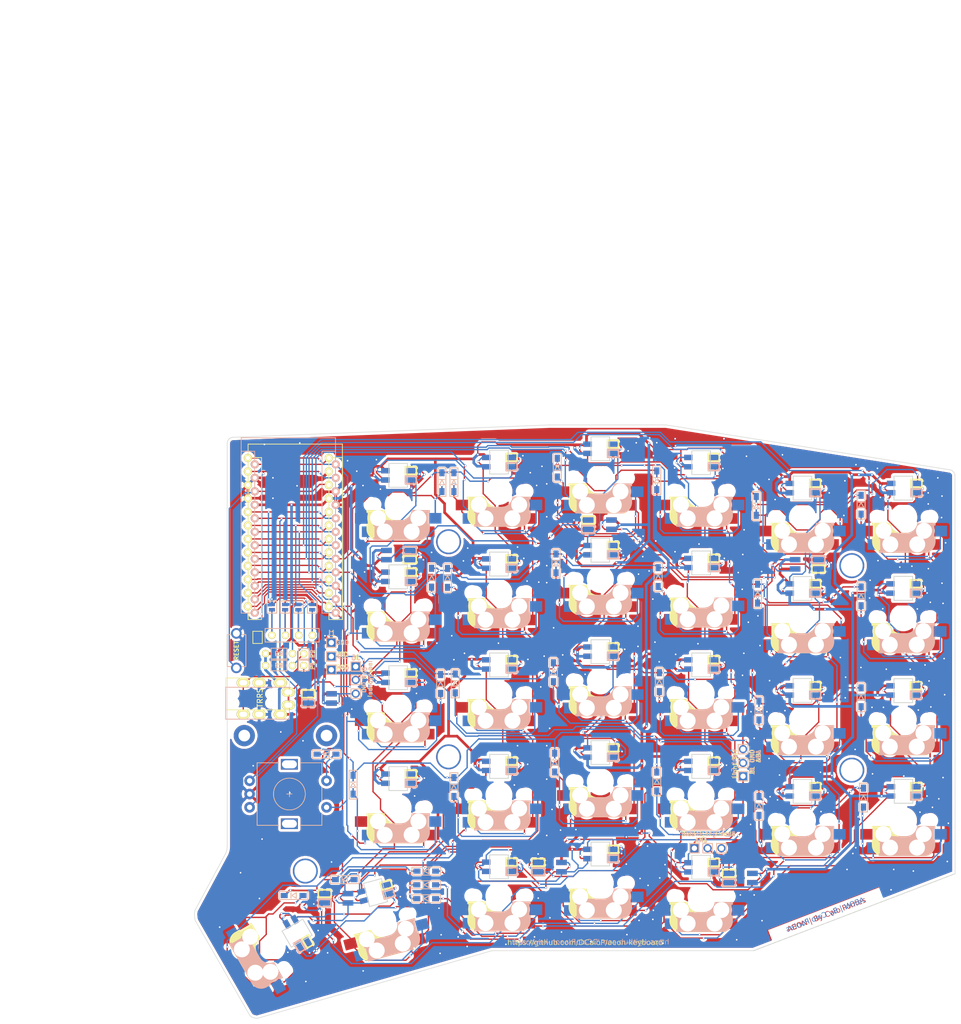
<source format=kicad_pcb>
(kicad_pcb (version 20241229) (generator "pcbnew") (generator_version "9.0")
  (title_block (title "AEON Project") (date "2025-03-09") (rev "v1") (company "BrainX"))
  (layers (0 "F.Cu" signal) (4 "In1.Cu" signal) (6 "In2.Cu" signal) (8 "In3.Cu" signal) (10 "In4.Cu" signal) (2 "B.Cu" signal) (13 "F.Paste" user) (15 "B.Paste" user) (5 "F.SilkS" user "F.Silkscreen") (7 "B.SilkS" user "B.Silkscreen") (1 "F.Mask" user) (3 "B.Mask" user) (25 "Edge.Cuts" user))
  (net 0 "")
  (net 1 "Net-(D1-Pad2)")
  (net 2 "row4")
  (net 3 "Net-(D2-Pad2)")
  (net 4 "Net-(D3-Pad2)")
  (net 5 "row0")
  (net 6 "Net-(D4-Pad2)")
  (net 7 "row1")
  (net 8 "Net-(D5-Pad2)")
  (net 9 "row2")
  (net 10 "Net-(D6-Pad2)")
  (net 11 "row3")
  (net 12 "Net-(D7-Pad2)")
  (net 13 "Net-(D8-Pad2)")
  (net 14 "Net-(D9-Pad2)")
  (net 15 "Net-(D10-Pad2)")
  (net 16 "Net-(D11-Pad2)")
  (net 17 "Net-(D12-Pad2)")
  (net 18 "Net-(D13-Pad2)")
  (net 19 "Net-(D14-Pad2)")
  (net 20 "Net-(D15-Pad2)")
  (net 21 "Net-(D16-Pad2)")
  (net 22 "Net-(D17-Pad2)")
  (net 23 "Net-(D18-Pad2)")
  (net 24 "Net-(D19-Pad2)")
  (net 25 "Net-(D20-Pad2)")
  (net 26 "Net-(D21-Pad2)")
  (net 27 "Net-(D22-Pad2)")
  (net 28 "Net-(D23-Pad2)")
  (net 29 "Net-(D24-Pad2)")
  (net 30 "Net-(D26-Pad2)")
  (net 31 "Net-(D27-Pad2)")
  (net 32 "Net-(D28-Pad2)")
  (net 33 "VCC")
  (net 34 "GND")
  (net 35 "col0")
  (net 36 "col1")
  (net 37 "col2")
  (net 38 "col3")
  (net 39 "col4")
  (net 40 "SDA")
  (net 41 "LED")
  (net 42 "SCL")
  (net 43 "RESET")
  (net 44 "Net-(D29-Pad2)")
  (net 45 "Net-(U1-Pad24)")
  (net 46 "Net-(U1-Pad7)")
  (net 47 "DATA")
  (net 48 "Net-(J3-Pad1)")
  (net 49 "Net-(J3-Pad2)")
  (net 50 "Net-(J3-Pad3)")
  (net 51 "Net-(J3-Pad4)")
  (net 52 "Net-(D30-Pad2)")
  (net 53 "SW25B")
  (net 54 "SW25A")
  (net 55 "ENCB")
  (net 56 "ENCA")
  (net 57 "/i2c_c")
  (net 58 "/i2c_d")
  (net 59 "Net-(D31-Pad1)")
  (net 60 "Net-(D31-Pad3)")
  (net 61 "Net-(D32-Pad3)")
  (net 62 "/underglow")
  (net 63 "Net-(D34-Pad1)")
  (net 64 "Net-(D35-Pad1)")
  (net 65 "Net-(D36-Pad1)")
  (net 66 "lights")
  (net 67 "Net-(D37-Pad3)")
  (net 68 "/backlight")
  (net 69 "Net-(J5-Pad3)")
  (net 70 "Net-(SW1-Pad3)")
  (net 71 "Net-(SW1-Pad1)")
  (net 72 "Net-(SW2-Pad3)")
  (net 73 "Net-(SW3-Pad3)")
  (net 74 "Net-(SW3-Pad1)")
  (net 75 "Net-(SW10-Pad1)")
  (net 76 "Net-(SW5-Pad3)")
  (net 77 "Net-(SW11-Pad3)")
  (net 78 "Net-(SW12-Pad1)")
  (net 79 "Net-(SW13-Pad3)")
  (net 80 "Net-(SW14-Pad1)")
  (net 81 "Net-(SW15-Pad3)")
  (net 82 "Net-(SW10-Pad3)")
  (net 83 "Net-(SW11-Pad1)")
  (net 84 "Net-(SW12-Pad3)")
  (net 85 "Net-(SW13-Pad1)")
  (net 86 "Net-(SW14-Pad3)")
  (net 87 "Net-(SW15-Pad1)")
  (net 88 "Net-(SW16-Pad3)")
  (net 89 "Net-(SW17-Pad1)")
  (net 90 "Net-(SW18-Pad3)")
  (net 91 "Net-(SW19-Pad1)")
  (net 92 "Net-(SW20-Pad3)")
  (net 93 "Net-(SW21-Pad1)")
  (net 94 "Net-(SW22-Pad3)")
  (net 95 "Net-(SW23-Pad1)")
  (net 96 "Net-(SW24-Pad3)")
  (net 97 "Net-(SW26-Pad3)")
  (net 98 "Net-(SW28-Pad3)")
  (footprint "SofleKeyboard-footprint:RESISTOR_mini" (layer "F.Cu") (at 98.039272 80.311965)
    (property "Reference" "R1")
    (property "Value" "R" (hide yes))
  )
  (footprint "SofleKeyboard-footprint:RESISTOR_mini" (layer "F.Cu") (at 98.039272 78.061965)
    (property "Reference" "R2")
    (property "Value" "R" (hide yes))
  )
  (footprint "SofleKeyboard-footprint:MJ-4PP-9" (layer "F.Cu") (at 88 85.65 90)
    (property "Reference" "J2")
    (property "Value" "4PIN" (hide yes))
  )
  (footprint "SofleKeyboard-footprint:1pin_conn" (layer "F.Cu") (at 102.7 80.3 -90)
    (property "Reference" "P1")
    (property "Value" "i2c_pin" (hide yes))
  )
  (footprint "SofleKeyboard-footprint:1pin_conn" (layer "F.Cu") (at 102.7 78.1 -90)
    (property "Reference" "P2")
    (property "Value" "i2c_pin" (hide yes))
  )
  (footprint "SofleKeyboard-footprint:HOLE_M2_TH" (layer "F.Cu") (at 129.975 57.075)
    (property "Reference" "TH3" (hide yes))
    (property "Value" "HOLE" (hide yes))
  )
  (footprint "SofleKeyboard-footprint:HOLE_M2_TH" (layer "F.Cu") (at 206.225 61.775)
    (property "Reference" "TH4" (hide yes))
    (property "Value" "HOLE" (hide yes))
  )
  (footprint "SofleKeyboard-footprint:HOLE_M2_TH" (layer "F.Cu") (at 130.025 97.575)
    (property "Reference" "TH5" (hide yes))
    (property "Value" "HOLE" (hide yes))
  )
  (footprint "SofleKeyboard-footprint:HOLE_M2_TH" (layer "F.Cu") (at 206.175 100.025)
    (property "Reference" "TH6" (hide yes))
    (property "Value" "HOLE" (hide yes))
  )
  (footprint "SofleKeyboard-footprint:HOLE_M2_TH" (layer "F.Cu") (at 103 119 90)
    (property "Reference" "TH7" (hide yes))
    (property "Value" "HOLE" (hide yes))
  )
  (footprint "SofleKeyboard-footprint:ProMicro" (layer "F.Cu") (at 101 56)
    (property "Reference" "U1" (hide yes))
    (property "Value" "ProMicro" (hide yes))
  )
  (footprint "SofleKeyboard-footprint:Jumper" (layer "F.Cu") (at 104.3 69.3 90)
    (property "Reference" "JP1" (hide yes))
    (property "Value" "Jumper_NO_Small" (hide yes))
  )
  (footprint "SofleKeyboard-footprint:Jumper" (layer "F.Cu") (at 101.7 69.3 90)
    (property "Reference" "JP2" (hide yes))
    (property "Value" "Jumper_NO_Small" (hide yes))
  )
  (footprint "SofleKeyboard-footprint:Jumper" (layer "F.Cu") (at 99.2 69.3 90)
    (property "Reference" "JP3" (hide yes))
    (property "Value" "Jumper_NO_Small" (hide yes))
  )
  (footprint "SofleKeyboard-footprint:TACT_SWITCH_TVBP06" (layer "F.Cu") (at 90 77.5 -90)
    (property "Reference" "RSW1" (hide yes))
    (property "Value" "SW_RST" (hide yes))
  )
  (footprint "SofleKeyboard-footprint:jumper_data" (layer "F.Cu") (at 94 75 -90)
    (property "Reference" "W1" (hide yes))
    (property "Value" "jumper" (hide yes))
  )
  (footprint "Diode_SMD:crkbd-diode" (layer "F.Cu") (at 128.75 45.775 -90)
    (property "Reference" "D1" (hide yes))
    (property "Value" "D" (hide yes))
  )
  (footprint "Diode_SMD:crkbd-diode" (layer "F.Cu") (at 131 45.7805 -90)
    (property "Reference" "D2" (hide yes))
    (property "Value" "D" (hide yes))
  )
  (footprint "Diode_SMD:crkbd-diode" (layer "F.Cu") (at 150.5 43.04 -90)
    (property "Reference" "D3" (hide yes))
    (property "Value" "D" (hide yes))
  )
  (footprint "Diode_SMD:crkbd-diode" (layer "F.Cu") (at 169.25 45.425 -90)
    (property "Reference" "D4" (hide yes))
    (property "Value" "D" (hide yes))
  )
  (footprint "Diode_SMD:crkbd-diode" (layer "F.Cu") (at 188 50.25 -90)
    (property "Reference" "D5" (hide yes))
    (property "Value" "D" (hide yes))
  )
  (footprint "Diode_SMD:crkbd-diode" (layer "F.Cu") (at 207.75 50.025 -90)
    (property "Reference" "D6" (hide yes))
    (property "Value" "D" (hide yes))
  )
  (footprint "Diode_SMD:crkbd-diode" (layer "F.Cu") (at 126.8 63.775 -90)
    (property "Reference" "D7" (hide yes))
    (property "Value" "D" (hide yes))
  )
  (footprint "Diode_SMD:crkbd-diode" (layer "F.Cu") (at 129.8 63.8 -90)
    (property "Reference" "D8" (hide yes))
    (property "Value" "D" (hide yes))
  )
  (footprint "Diode_SMD:crkbd-diode" (layer "F.Cu") (at 150.25 61.065 -90)
    (property "Reference" "D9" (hide yes))
    (property "Value" "D" (hide yes))
  )
  (footprint "Diode_SMD:crkbd-diode" (layer "F.Cu") (at 169.5 63.65 -90)
    (property "Reference" "D10" (hide yes))
    (property "Value" "D" (hide yes))
  )
  (footprint "Diode_SMD:crkbd-diode" (layer "F.Cu") (at 188.25 66.775 -90)
    (property "Reference" "D11" (hide yes))
    (property "Value" "D" (hide yes))
  )
  (footprint "Diode_SMD:crkbd-diode" (layer "F.Cu") (at 207.75 67.275 -90)
    (property "Reference" "D12" (hide yes))
    (property "Value" "D" (hide yes))
  )
  (footprint "Diode_SMD:crkbd-diode" (layer "F.Cu") (at 128.5 83.775 -90)
    (property "Reference" "D13" (hide yes))
    (property "Value" "D" (hide yes))
  )
  (footprint "Diode_SMD:crkbd-diode" (layer "F.Cu") (at 131.25 83.675 -90)
    (property "Reference" "D14" (hide yes))
    (property "Value" "D" (hide yes))
  )
  (footprint "Diode_SMD:crkbd-diode" (layer "F.Cu") (at 149.75 81.565 -90)
    (property "Reference" "D15" (hide yes))
    (property "Value" "D" (hide yes))
  )
  (footprint "Diode_SMD:crkbd-diode" (layer "F.Cu") (at 169.725 83.425 -90)
    (property "Reference" "D16" (hide yes))
    (property "Value" "D" (hide yes))
  )
  (footprint "Diode_SMD:crkbd-diode" (layer "F.Cu") (at 188.5 88.775 -90)
    (property "Reference" "D17" (hide yes))
    (property "Value" "D" (hide yes))
  )
  (footprint "Diode_SMD:crkbd-diode" (layer "F.Cu") (at 207.75 86.275 -90)
    (property "Reference" "D18" (hide yes))
    (property "Value" "D" (hide yes))
  )
  (footprint "Diode_SMD:crkbd-diode" (layer "F.Cu") (at 112 102.75 -90)
    (property "Reference" "D19" (hide yes))
    (property "Value" "D" (hide yes))
  )
  (footprint "Diode_SMD:crkbd-diode" (layer "F.Cu") (at 131 103.175 -90)
    (property "Reference" "D20" (hide yes))
    (property "Value" "D" (hide yes))
  )
  (footprint "Diode_SMD:crkbd-diode" (layer "F.Cu") (at 150 98.565 -90)
    (property "Reference" "D21" (hide yes))
    (property "Value" "D" (hide yes))
  )
  (footprint "Diode_SMD:crkbd-diode" (layer "F.Cu") (at 169.25 102.15 -90)
    (property "Reference" "D22" (hide yes))
    (property "Value" "D" (hide yes))
  )
  (footprint "Diode_SMD:crkbd-diode" (layer "F.Cu") (at 188.5 106.75 -90)
    (property "Reference" "D23" (hide yes))
    (property "Value" "D" (hide yes))
  )
  (footprint "Diode_SMD:crkbd-diode" (layer "F.Cu") (at 208.2 105.175 -90)
    (property "Reference" "D24" (hide yes))
    (property "Value" "D" (hide yes))
  )
  (footprint "Diode_SMD:crkbd-diode" (layer "F.Cu") (at 107 97)
    (property "Reference" "D25" (hide yes))
    (property "Value" "D" (hide yes))
  )
  (footprint "Diode_SMD:crkbd-diode" (layer "F.Cu") (at 100.8 123.6)
    (property "Reference" "D26" (hide yes))
    (property "Value" "D" (hide yes))
  )
  (footprint "Diode_SMD:crkbd-diode" (layer "F.Cu") (at 110.4248 120.6248)
    (property "Reference" "D27" (hide yes))
    (property "Value" "D" (hide yes))
  )
  (footprint "Diode_SMD:crkbd-diode" (layer "F.Cu") (at 125.775 124.2)
    (property "Reference" "D28" (hide yes))
    (property "Value" "D" (hide yes))
  )
  (footprint "Diode_SMD:crkbd-diode" (layer "F.Cu") (at 125.775 121.6)
    (property "Reference" "D29" (hide yes))
    (property "Value" "D" (hide yes))
  )
  (footprint "Button_Switch_Keyboard:SK6812MINI_and_cherry" (layer "F.Cu") (at 120.5 50 180)
    (property "Reference" "SW1" (hide yes))
    (property "Value" "SW_PUSH-MX_W_LED" (hide yes))
  )
  (footprint "Button_Switch_Keyboard:SK6812MINI_and_cherry" (layer "F.Cu") (at 139.5 47.5 180)
    (property "Reference" "SW2" (hide yes))
    (property "Value" "SW_PUSH-MX_W_LED" (hide yes))
  )
  (footprint "Button_Switch_Keyboard:SK6812MINI_and_cherry" (layer "F.Cu") (at 158.6 45 180)
    (property "Reference" "SW3" (hide yes))
    (property "Value" "SW_PUSH-MX_W_LED" (hide yes))
  )
  (footprint "Button_Switch_Keyboard:SK6812MINI_and_cherry" (layer "F.Cu") (at 177.6 47.5 180)
    (property "Reference" "SW4" (hide yes))
    (property "Value" "SW_PUSH-MX_W_LED" (hide yes))
  )
  (footprint "Button_Switch_Keyboard:SK6812MINI_and_cherry" (layer "F.Cu") (at 196.7 52.4 180)
    (property "Reference" "SW5" (hide yes))
    (property "Value" "SW_PUSH-MX_W_LED" (hide yes))
  )
  (footprint "Button_Switch_Keyboard:SK6812MINI_and_cherry" (layer "F.Cu") (at 120.5 69.1 180)
    (property "Reference" "SW7" (hide yes))
    (property "Value" "SW_PUSH-MX_W_LED" (hide yes))
  )
  (footprint "Button_Switch_Keyboard:SK6812MINI_and_cherry" (layer "F.Cu") (at 139.5 66.6 180)
    (property "Reference" "SW8" (hide yes))
    (property "Value" "SW_PUSH-MX_W_LED" (hide yes))
  )
  (footprint "Button_Switch_Keyboard:SK6812MINI_and_cherry" (layer "F.Cu") (at 158.6 64.09 180)
    (property "Reference" "SW9" (hide yes))
    (property "Value" "SW_PUSH-MX_W_LED" (hide yes))
  )
  (footprint "Button_Switch_Keyboard:SK6812MINI_and_cherry" (layer "F.Cu") (at 177.6 66.5 180)
    (property "Reference" "SW10" (hide yes))
    (property "Value" "SW_PUSH-MX_W_LED" (hide yes))
  )
  (footprint "Button_Switch_Keyboard:SK6812MINI_and_cherry" (layer "F.Cu") (at 196.7 71.3 180)
    (property "Reference" "SW11" (hide yes))
    (property "Value" "SW_PUSH-MX_W_LED" (hide yes))
  )
  (footprint "Button_Switch_Keyboard:SK6812MINI_and_cherry" (layer "F.Cu") (at 215.7 71.3 180)
    (property "Reference" "SW12" (hide yes))
    (property "Value" "SW_PUSH-MX_W_LED" (hide yes))
  )
  (footprint "Button_Switch_Keyboard:SK6812MINI_and_cherry" (layer "F.Cu") (at 120.5 88.1 180)
    (property "Reference" "SW13" (hide yes))
    (property "Value" "SW_PUSH-MX_W_LED" (hide yes))
  )
  (footprint "Button_Switch_Keyboard:SK6812MINI_and_cherry" (layer "F.Cu") (at 139.5 85.6 180)
    (property "Reference" "SW14" (hide yes))
    (property "Value" "SW_PUSH-MX_W_LED" (hide yes))
  )
  (footprint "Button_Switch_Keyboard:SK6812MINI_and_cherry" (layer "F.Cu") (at 158.6 83.19 180)
    (property "Reference" "SW15" (hide yes))
    (property "Value" "SW_PUSH-MX_W_LED" (hide yes))
  )
  (footprint "Button_Switch_Keyboard:SK6812MINI_and_cherry" (layer "F.Cu") (at 177.6 85.6 180)
    (property "Reference" "SW16" (hide yes))
    (property "Value" "SW_PUSH-MX_W_LED" (hide yes))
  )
  (footprint "Button_Switch_Keyboard:SK6812MINI_and_cherry" (layer "F.Cu") (at 196.7 90.5 180)
    (property "Reference" "SW17" (hide yes))
    (property "Value" "SW_PUSH-MX_W_LED" (hide yes))
  )
  (footprint "Button_Switch_Keyboard:SK6812MINI_and_cherry" (layer "F.Cu") (at 215.7 90.5 180)
    (property "Reference" "SW18" (hide yes))
    (property "Value" "SW_PUSH-MX_W_LED" (hide yes))
  )
  (footprint "Button_Switch_Keyboard:SK6812MINI_and_cherry" (layer "F.Cu") (at 120.5 107.1 180)
    (property "Reference" "SW19" (hide yes))
    (property "Value" "SW_PUSH-MX_W_LED" (hide yes))
  )
  (footprint "Button_Switch_Keyboard:SK6812MINI_and_cherry" (layer "F.Cu") (at 139.5 104.7 180)
    (property "Reference" "SW20" (hide yes))
    (property "Value" "SW_PUSH-MX_W_LED" (hide yes))
  )
  (footprint "Button_Switch_Keyboard:SK6812MINI_and_cherry" (layer "F.Cu") (at 158.6 102.19 180)
    (property "Reference" "SW21" (hide yes))
    (property "Value" "SW_PUSH-MX_W_LED" (hide yes))
  )
  (footprint "Button_Switch_Keyboard:SK6812MINI_and_cherry" (layer "F.Cu") (at 177.6 104.7 180)
    (property "Reference" "SW22" (hide yes))
    (property "Value" "SW_PUSH-MX_W_LED" (hide yes))
  )
  (footprint "Button_Switch_Keyboard:SK6812MINI_and_cherry" (layer "F.Cu") (at 196.7 109.5 180)
    (property "Reference" "SW23" (hide yes))
    (property "Value" "SW_PUSH-MX_W_LED" (hide yes))
  )
  (footprint "Button_Switch_Keyboard:SK6812MINI_and_cherry" (layer "F.Cu") (at 215.75 109.5 180)
    (property "Reference" "SW24" (hide yes))
    (property "Value" "SW_PUSH-MX_W_LED" (hide yes))
  )
  (footprint "Button_Switch_Keyboard:SK6812MINI_and_cherry" (layer "F.Cu") (at 96.71 133.4 120)
    (property "Reference" "SW26" (hide yes))
    (property "Value" "SW_PUSH-MX_W_LED" (hide yes))
  )
  (footprint "Button_Switch_Keyboard:SK6812MINI_and_cherry" (layer "F.Cu") (at 139.5 123.7 180)
    (property "Reference" "SW28" (hide yes))
    (property "Value" "SW_PUSH-MX_W_LED" (hide yes))
  )
  (footprint "Button_Switch_Keyboard:SK6812MINI_and_cherry" (layer "F.Cu") (at 158.6 121.29 180)
    (property "Reference" "SW29" (hide yes))
    (property "Value" "SW_PUSH-MX_W_LED" (hide yes))
  )
  (footprint "SofleKeyboard-footprint:M2_HOLE_PCB" (layer "F.Cu") (at 91.5 93.5)
    (property "Reference" "TH1" (hide yes))
    (property "Value" "HOLE")
  )
  (footprint "SofleKeyboard-footprint:Jumper" (layer "F.Cu") (at 96.7 69.3 90)
    (property "Reference" "JP4" (hide yes))
    (property "Value" "Jumper_NO_Small" (hide yes))
  )
  (footprint "SofleKeyboard-footprint:LED" (layer "F.Cu") (at 107.9 81.1 180)
    (property "Reference" "J1")
    (property "Value" "LED" (hide yes))
  )
  (footprint "SofleKeyboard-footprint:OLED_4Pin" (layer "F.Cu") (at 96.7 74.6)
    (property "Reference" "J3" (hide yes))
    (property "Value" "OLED" (hide yes))
  )
  (footprint "Diode_SMD:crkbd-diode" (layer "F.Cu") (at 125.805 119.02)
    (property "Reference" "D30" (hide yes))
    (property "Value" "D" (hide yes))
  )
  (footprint "SofleKeyboard-footprint:M2_HOLE_PCB" (layer "F.Cu") (at 107 93.5)
    (property "Reference" "TH2" (hide yes))
    (property "Value" "HOLE")
  )
  (footprint "SofleKeyboard-footprint:RotaryEncoder_Alps_EC11E-Switch_Vertical_H20mm-keebio_modified" (layer "F.Cu") (at 100 104.5)
    (property "Reference" "SW25" (hide yes))
    (property "Value" "Rotary_Encoder_Switch")
  )
  (footprint "LED_SMD:SK6812MINI_underglow_dev" (layer "F.Cu") (at 120.5 59.5 180)
    (property "Reference" "D31" (hide yes))
    (property "Value" "LED_sk2812_SM" (hide yes))
  )
  (footprint "LED_SMD:SK6812MINI_underglow_dev" (layer "F.Cu") (at 158.5 53.79)
    (property "Reference" "D32" (hide yes))
    (property "Value" "LED_sk2812_SM" (hide yes))
  )
  (footprint "LED_SMD:SK6812MINI_underglow_dev" (layer "F.Cu") (at 197.5 61.25 180)
    (property "Reference" "D33" (hide yes))
    (property "Value" "LED_sk2812_SM" (hide yes))
  )
  (footprint "LED_SMD:SK6812MINI_underglow_dev" (layer "F.Cu") (at 108.85 124.13)
    (property "Reference" "D34" (hide yes))
    (property "Value" "LED_sk2812_SM" (hide yes))
  )
  (footprint "LED_SMD:SK6812MINI_underglow_dev" (layer "F.Cu") (at 149.0836 118.2626)
    (property "Reference" "D35" (hide yes))
    (property "Value" "LED_sk2812_SM" (hide yes))
  )
  (footprint "LED_SMD:SK6812MINI_underglow_dev" (layer "F.Cu") (at 185.05 120.32)
    (property "Reference" "D36" (hide yes))
    (property "Value" "LED_sk2812_SM" (hide yes))
  )
  (footprint "LED_SMD:SK6812MINI_underglow_dev" (layer "F.Cu") (at 105.75 86.5)
    (property "Reference" "D37" (hide yes))
    (property "Value" "LED_sk2812_SM" (hide yes))
  )
  (footprint "Connector:3x1header" (layer "F.Cu") (at 185.5 101.15 180)
    (property "Reference" "J4" (hide yes))
    (property "Value" "key leds" (hide yes))
  )
  (footprint "Connector:3x1header" (layer "F.Cu") (at 176.327 114.7066 90)
    (property "Reference" "J5" (hide yes))
    (property "Value" "backlight sel" (hide yes))
  )
  (footprint "Connector:3x1header" (layer "F.Cu") (at 112.5 80.5)
    (property "Reference" "J6")
    (property "Value" "indicator bypass" (hide yes))
  )
  (footprint "Button_Switch_Keyboard:SK6812MINI_and_cherry" (layer "F.Cu") (at 177.6 123.8 180)
    (property "Reference" "SW30" (hide yes))
    (property "Value" "SW_PUSH-MX_W_LED" (hide yes))
  )
  (footprint "Button_Switch_Keyboard:SK6812MINI_and_cherry" (layer "F.Cu") (at 117.6 128.4 -165)
    (property "Reference" "SW27" (hide yes))
    (property "Value" "SW_PUSH-MX_W_LED" (hide yes))
  )
  (footprint "Button_Switch_Keyboard:SK6812MINI_and_cherry" (layer "F.Cu") (at 215.8 52.4 180)
    (property "Reference" "SW6" (hide yes))
    (property "Value" "SW_PUSH-MX_W_LED" (hide yes))
  )
  (footprint "SofleKeyboard-footprint:Jumper" (layer "B.Cu") (at 101.7 69.3 90)
    (property "Reference" "JP6" (hide yes))
    (property "Value" "Jumper_NO_Small" (hide yes))
  )
  (footprint "SofleKeyboard-footprint:Jumper" (layer "B.Cu") (at 99.2 69.3 90)
    (property "Reference" "JP7" (hide yes))
    (property "Value" "Jumper_NO_Small" (hide yes))
  )
  (footprint "SofleKeyboard-footprint:Jumper" (layer "B.Cu") (at 96.7 69.3 90)
    (property "Reference" "JP8" (hide yes))
    (property "Value" "Jumper_NO_Small" (hide yes))
  )
  (footprint "SofleKeyboard-footprint:Jumper" (layer "B.Cu") (at 104.3 69.3 90)
    (property "Reference" "JP5" (hide yes))
    (property "Value" "Jumper_NO_Small" (hide yes))
  )
  (gr_line (start 225.283881 43.997807) (end 225.370281 44.178672) (stroke (width 0.1)) (layer "Edge.Cuts"))
  (gr_line (start 92.55 146.2) (end 82.3 128.4) (stroke (width 0.1)) (layer "Edge.Cuts"))
  (gr_line (start 170.95 35) (end 224.475441 43.445146) (stroke (width 0.1)) (layer "Edge.Cuts"))
  (gr_line (start 88.297257 38.245261) (end 88.364377 38.029014) (stroke (width 0.1)) (layer "Edge.Cuts"))
  (gr_line (start 225.443181 44.581902) (end 225.470181 119.5) (stroke (width 0.1)) (layer "Edge.Cuts"))
  (gr_line (start 88.611259 37.662831) (end 88.781752 37.52216) (stroke (width 0.1)) (layer "Edge.Cuts"))
  (gr_line (start 225.424381 44.374571) (end 225.443181 44.581902) (stroke (width 0.1)) (layer "Edge.Cuts"))
  (gr_line (start 88.781752 37.52216) (end 88.977436 37.415945) (stroke (width 0.1)) (layer "Edge.Cuts"))
  (gr_line (start 225.370281 44.178672) (end 225.424381 44.374571) (stroke (width 0.1)) (layer "Edge.Cuts"))
  (gr_line (start 82.2 126.4) (end 88 115.65) (stroke (width 0.1)) (layer "Edge.Cuts"))
  (gr_line (start 88.364377 38.029014) (end 88.47059 37.833327) (stroke (width 0.1)) (layer "Edge.Cuts"))
  (gr_line (start 88.273857 38.477435) (end 88.297257 38.245261) (stroke (width 0.1)) (layer "Edge.Cuts"))
  (gr_line (start 224.677111 43.496776) (end 224.861871 43.581466) (stroke (width 0.1)) (layer "Edge.Cuts"))
  (gr_line (start 224.475441 43.445146) (end 224.677111 43.496776) (stroke (width 0.1)) (layer "Edge.Cuts"))
  (gr_line (start 88.47059 37.833327) (end 88.611259 37.662831) (stroke (width 0.1)) (layer "Edge.Cuts"))
  (gr_line (start 104.2664 131.079688) (end 100.369286 133.329688) (stroke (width 0.15)) (layer "Edge.Cuts"))
  (gr_line (start 118.497713 124.7728) (end 115.116973 125.678666) (stroke (width 0.15)) (layer "Edge.Cuts"))
  (gr_line (start 98.619286 130.2986) (end 102.5164 128.0486) (stroke (width 0.15)) (layer "Edge.Cuts"))
  (gr_line (start 92.55 146.2) (end 92.9 146.5) (stroke (width 0.1)) (layer "Edge.Cuts"))
  (gr_line (start 138.154128 134) (end 187.5 134) (stroke (width 0.1)) (layer "Edge.Cuts"))
  (gr_line (start 149 35) (end 89.425853 37.325405) (stroke (width 0.1)) (layer "Edge.Cuts"))
  (gr_line (start 88.275257 114.4) (end 88.2 115.05) (stroke (width 0.1)) (layer "Edge.Cuts"))
  (gr_line (start 82.3 128.4) (end 82.15 127.9) (stroke (width 0.1)) (layer "Edge.Cuts"))
  (gr_line (start 82.1 126.9) (end 82.2 126.4) (stroke (width 0.1)) (layer "Edge.Cuts"))
  (gr_line (start 115.116973 125.678666) (end 113.952287 121.332) (stroke (width 0.15)) (layer "Edge.Cuts"))
  (gr_line (start 82.1 127.3) (end 82.1 126.9) (stroke (width 0.1)) (layer "Edge.Cuts"))
  (gr_line (start 179.35 63.2484) (end 175.85 63.2484) (stroke (width 0.15)) (layer "Edge.Cuts"))
  (gr_line (start 117.333027 120.426134) (end 118.497713 124.7728) (stroke (width 0.15)) (layer "Edge.Cuts"))
  (gr_line (start 88.2 115.05) (end 88 115.65) (stroke (width 0.1)) (layer "Edge.Cuts"))
  (gr_line (start 175.85 63.2484) (end 175.85 58.7484) (stroke (width 0.15)) (layer "Edge.Cuts"))
  (gr_line (start 93.35 146.65) (end 93.9 146.75) (stroke (width 0.1)) (layer "Edge.Cuts"))
  (gr_line (start 82.15 127.9) (end 82.1 127.3) (stroke (width 0.1)) (layer "Edge.Cuts"))
  (gr_line (start 100.369286 133.329688) (end 98.619286 130.2986) (stroke (width 0.15)) (layer "Edge.Cuts"))
  (gr_line (start 102.5164 128.0486) (end 104.2664 131.079688) (stroke (width 0.15)) (layer "Edge.Cuts"))
  (gr_line (start 92.9 146.5) (end 93.35 146.65) (stroke (width 0.1)) (layer "Edge.Cuts"))
  (gr_line (start 225.470181 119.5) (end 187.5 134) (stroke (width 0.15)) (layer "Edge.Cuts"))
  (gr_line (start 113.952287 121.332) (end 117.333027 120.426134) (stroke (width 0.15)) (layer "Edge.Cuts"))
  (gr_line (start 141.25 77.95) (end 141.25 82.45) (stroke (width 0.15)) (layer "Edge.Cuts"))
  (gr_line (start 137.75 77.95) (end 141.25 77.95) (stroke (width 0.15)) (layer "Edge.Cuts"))
  (gr_line (start 137.75 58.95) (end 141.25 58.95) (stroke (width 0.15)) (layer "Edge.Cuts"))
  (gr_line (start 160.35 56.3308) (end 160.35 60.8308) (stroke (width 0.15)) (layer "Edge.Cuts"))
  (gr_line (start 122.25 65.85) (end 118.75 65.85) (stroke (width 0.15)) (layer "Edge.Cuts"))
  (gr_line (start 141.25 82.45) (end 137.75 82.45) (stroke (width 0.15)) (layer "Edge.Cuts"))
  (gr_line (start 160.35 79.9562) (end 156.85 79.9562) (stroke (width 0.15)) (layer "Edge.Cuts"))
  (gr_line (start 141.25 58.95) (end 141.25 63.45) (stroke (width 0.15)) (layer "Edge.Cuts"))
  (gr_line (start 122.25 61.35) (end 122.25 65.85) (stroke (width 0.15)) (layer "Edge.Cuts"))
  (gr_line (start 156.85 60.8308) (end 156.85 56.3308) (stroke (width 0.15)) (layer "Edge.Cuts"))
  (gr_line (start 156.85 56.3308) (end 160.35 56.3308) (stroke (width 0.15)) (layer "Edge.Cuts"))
  (gr_line (start 118.75 61.35) (end 122.25 61.35) (stroke (width 0.15)) (layer "Edge.Cuts"))
  (gr_line (start 122.25 80.35) (end 122.25 84.85) (stroke (width 0.15)) (layer "Edge.Cuts"))
  (gr_line (start 141.25 63.45) (end 137.75 63.45) (stroke (width 0.15)) (layer "Edge.Cuts"))
  (gr_line (start 122.25 84.85) (end 118.75 84.85) (stroke (width 0.15)) (layer "Edge.Cuts"))
  (gr_line (start 137.75 63.45) (end 137.75 58.95) (stroke (width 0.15)) (layer "Edge.Cuts"))
  (gr_line (start 175.85 58.7484) (end 179.35 58.7484) (stroke (width 0.15)) (layer "Edge.Cuts"))
  (gr_line (start 118.75 65.85) (end 118.75 61.35) (stroke (width 0.15)) (layer "Edge.Cuts"))
  (gr_line (start 118.75 84.85) (end 118.75 80.35) (stroke (width 0.15)) (layer "Edge.Cuts"))
  (gr_line (start 160.35 60.8308) (end 156.85 60.8308) (stroke (width 0.15)) (layer "Edge.Cuts"))
  (gr_line (start 179.35 58.7484) (end 179.35 63.2484) (stroke (width 0.15)) (layer "Edge.Cuts"))
  (gr_line (start 118.75 80.35) (end 122.25 80.35) (stroke (width 0.15)) (layer "Edge.Cuts"))
  (gr_line (start 137.75 82.45) (end 137.75 77.95) (stroke (width 0.15)) (layer "Edge.Cuts"))
  (gr_line (start 156.85 37.2308) (end 160.35 37.2308) (stroke (width 0.15)) (layer "Edge.Cuts"))
  (gr_line (start 213.95 87.2895) (end 213.95 82.7895) (stroke (width 0.15)) (layer "Edge.Cuts"))
  (gr_line (start 141.25 39.7484) (end 141.25 44.2484) (stroke (width 0.15)) (layer "Edge.Cuts"))
  (gr_line (start 217.45 68.026) (end 213.95 68.026) (stroke (width 0.15)) (layer "Edge.Cuts"))
  (gr_line (start 217.45 87.2895) (end 213.95 87.2895) (stroke (width 0.15)) (layer "Edge.Cuts"))
  (gr_line (start 194.95 68.05) (end 194.95 63.55) (stroke (width 0.15)) (layer "Edge.Cuts"))
  (gr_line (start 217.45 49.1514) (end 213.95 49.1514) (stroke (width 0.15)) (layer "Edge.Cuts"))
  (gr_line (start 175.85 44.35) (end 175.85 39.85) (stroke (width 0.15)) (layer "Edge.Cuts"))
  (gr_line (start 88.275257 114.4) (end 88.273857 38.477435) (stroke (width 0.1)) (layer "Edge.Cuts"))
  (gr_line (start 217.45 63.526) (end 217.45 68.026) (stroke (width 0.15)) (layer "Edge.Cuts"))
  (gr_line (start 194.95 44.65) (end 198.45 44.65) (stroke (width 0.15)) (layer "Edge.Cuts"))
  (gr_line (start 213.95 68.026) (end 213.95 63.526) (stroke (width 0.15)) (layer "Edge.Cuts"))
  (gr_line (start 217.45 44.6514) (end 217.45 49.1514) (stroke (width 0.15)) (layer "Edge.Cuts"))
  (gr_line (start 198.45 44.65) (end 198.45 49.15) (stroke (width 0.15)) (layer "Edge.Cuts"))
  (gr_line (start 179.35 39.85) (end 179.35 44.35) (stroke (width 0.15)) (layer "Edge.Cuts"))
  (gr_line (start 225.168321 43.835582) (end 225.283881 43.997807) (stroke (width 0.1)) (layer "Edge.Cuts"))
  (gr_line (start 213.95 44.6514) (end 217.45 44.6514) (stroke (width 0.15)) (layer "Edge.Cuts"))
  (gr_line (start 137.75 44.2484) (end 137.75 39.7484) (stroke (width 0.15)) (layer "Edge.Cuts"))
  (gr_line (start 224.861871 43.581466) (end 225.026621 43.6956) (stroke (width 0.1)) (layer "Edge.Cuts"))
  (gr_line (start 198.45 49.15) (end 194.95 49.15) (stroke (width 0.15)) (layer "Edge.Cuts"))
  (gr_line (start 198.45 63.55) (end 198.45 68.05) (stroke (width 0.15)) (layer "Edge.Cuts"))
  (gr_line (start 141.25 44.2484) (end 137.75 44.2484) (stroke (width 0.15)) (layer "Edge.Cuts"))
  (gr_line (start 214 101.726) (end 217.5 101.726) (stroke (width 0.15)) (layer "Edge.Cuts"))
  (gr_line (start 213.95 82.7895) (end 217.45 82.7895) (stroke (width 0.15)) (layer "Edge.Cuts"))
  (gr_line (start 160.35 41.7308) (end 156.85 41.7308) (stroke (width 0.15)) (layer "Edge.Cuts"))
  (gr_line (start 194.95 63.55) (end 198.45 63.55) (stroke (width 0.15)) (layer "Edge.Cuts"))
  (gr_line (start 213.95 49.1514) (end 213.95 44.6514) (stroke (width 0.15)) (layer "Edge.Cuts"))
  (gr_line (start 118.75 46.75) (end 118.75 42.25) (stroke (width 0.15)) (layer "Edge.Cuts"))
  (gr_line (start 122.25 42.25) (end 122.25 46.75) (stroke (width 0.15)) (layer "Edge.Cuts"))
  (gr_line (start 198.45 68.05) (end 194.95 68.05) (stroke (width 0.15)) (layer "Edge.Cuts"))
  (gr_line (start 194.95 49.15) (end 194.95 44.65) (stroke (width 0.15)) (layer "Edge.Cuts"))
  (gr_line (start 160.35 37.2308) (end 160.35 41.7308) (stroke (width 0.15)) (layer "Edge.Cuts"))
  (gr_line (start 137.75 39.7484) (end 141.25 39.7484) (stroke (width 0.15)) (layer "Edge.Cuts"))
  (gr_line (start 118.75 42.25) (end 122.25 42.25) (stroke (width 0.15)) (layer "Edge.Cuts"))
  (gr_line (start 149 35) (end 170.95 35) (stroke (width 0.1)) (layer "Edge.Cuts"))
  (gr_line (start 88.977436 37.415945) (end 89.19368 37.348815) (stroke (width 0.1)) (layer "Edge.Cuts"))
  (gr_line (start 89.19368 37.348815) (end 89.425853 37.325405) (stroke (width 0.1)) (layer "Edge.Cuts"))
  (gr_line (start 156.85 41.7308) (end 156.85 37.2308) (stroke (width 0.15)) (layer "Edge.Cuts"))
  (gr_line (start 213.95 63.526) (end 217.45 63.526) (stroke (width 0.15)) (layer "Edge.Cuts"))
  (gr_line (start 179.35 44.35) (end 175.85 44.35) (stroke (width 0.15)) (layer "Edge.Cuts"))
  (gr_line (start 175.85 39.85) (end 179.35 39.85) (stroke (width 0.15)) (layer "Edge.Cuts"))
  (gr_line (start 122.25 46.75) (end 118.75 46.75) (stroke (width 0.15)) (layer "Edge.Cuts"))
  (gr_line (start 225.026621 43.6956) (end 225.168321 43.835582) (stroke (width 0.1)) (layer "Edge.Cuts"))
  (gr_line (start 217.45 82.7895) (end 217.45 87.2895) (stroke (width 0.15)) (layer "Edge.Cuts"))
  (gr_line (start 138.154128 134) (end 93.9 146.75) (stroke (width 0.1)) (layer "Edge.Cuts"))
  (gr_line (start 141.25 101.55) (end 137.75 101.55) (stroke (width 0.15)) (layer "Edge.Cuts"))
  (gr_line (start 179.35 82.45) (end 175.85 82.45) (stroke (width 0.15)) (layer "Edge.Cuts"))
  (gr_line (start 194.95 106.25) (end 194.95 101.75) (stroke (width 0.15)) (layer "Edge.Cuts"))
  (gr_line (start 198.45 82.75) (end 198.45 87.25) (stroke (width 0.15)) (layer "Edge.Cuts"))
  (gr_line (start 179.35 101.55) (end 175.85 101.55) (stroke (width 0.15)) (layer "Edge.Cuts"))
  (gr_line (start 175.85 82.45) (end 175.85 77.95) (stroke (width 0.15)) (layer "Edge.Cuts"))
  (gr_line (start 156.85 98.9308) (end 156.85 94.4308) (stroke (width 0.15)) (layer "Edge.Cuts"))
  (gr_line (start 137.75 101.55) (end 137.75 97.05) (stroke (width 0.15)) (layer "Edge.Cuts"))
  (gr_line (start 122.25 103.85) (end 118.75 103.85) (stroke (width 0.15)) (layer "Edge.Cuts"))
  (gr_line (start 175.85 101.55) (end 175.85 97.05) (stroke (width 0.15)) (layer "Edge.Cuts"))
  (gr_line (start 198.45 101.75) (end 198.45 106.25) (stroke (width 0.15)) (layer "Edge.Cuts"))
  (gr_line (start 122.25 99.35) (end 122.25 103.85) (stroke (width 0.15)) (layer "Edge.Cuts"))
  (gr_line (start 141.2504 115.9492) (end 141.2504 120.4492) (stroke (width 0.15)) (layer "Edge.Cuts"))
  (gr_line (start 160.3504 118.0362) (end 156.8504 118.0362) (stroke (width 0.15)) (layer "Edge.Cuts"))
  (gr_line (start 156.8504 118.0362) (end 156.8504 113.5362) (stroke (width 0.15)) (layer "Edge.Cuts"))
  (gr_line (start 194.95 87.25) (end 194.95 82.75) (stroke (width 0.15)) (layer "Edge.Cuts"))
  (gr_line (start 179.35 77.95) (end 179.35 82.45) (stroke (width 0.15)) (layer "Edge.Cuts"))
  (gr_line (start 160.35 94.4308) (end 160.35 98.9308) (stroke (width 0.15)) (layer "Edge.Cuts"))
  (gr_line (start 156.85 94.4308) (end 160.35 94.4308) (stroke (width 0.15)) (layer "Edge.Cuts"))
  (gr_line (start 175.85 77.95) (end 179.35 77.95) (stroke (width 0.15)) (layer "Edge.Cuts"))
  (gr_line (start 198.45 87.25) (end 194.95 87.25) (stroke (width 0.15)) (layer "Edge.Cuts"))
  (gr_line (start 141.25 97.05) (end 141.25 101.55) (stroke (width 0.15)) (layer "Edge.Cuts"))
  (gr_line (start 156.8504 113.5362) (end 160.3504 113.5362) (stroke (width 0.15)) (layer "Edge.Cuts"))
  (gr_line (start 175.8488 120.5352) (end 175.8488 116.0352) (stroke (width 0.15)) (layer "Edge.Cuts"))
  (gr_line (start 175.8488 116.0352) (end 179.3488 116.0352) (stroke (width 0.15)) (layer "Edge.Cuts"))
  (gr_line (start 198.45 106.25) (end 194.95 106.25) (stroke (width 0.15)) (layer "Edge.Cuts"))
  (gr_line (start 217.5 106.226) (end 214 106.226) (stroke (width 0.15)) (layer "Edge.Cuts"))
  (gr_line (start 214 106.226) (end 214 101.726) (stroke (width 0.15)) (layer "Edge.Cuts"))
  (gr_line (start 217.5 101.726) (end 217.5 106.226) (stroke (width 0.15)) (layer "Edge.Cuts"))
  (gr_line (start 179.3488 120.5352) (end 175.8488 120.5352) (stroke (width 0.15)) (layer "Edge.Cuts"))
  (gr_line (start 160.35 75.4562) (end 160.35 79.9562) (stroke (width 0.15)) (layer "Edge.Cuts"))
  (gr_line (start 175.85 97.05) (end 179.35 97.05) (stroke (width 0.15)) (layer "Edge.Cuts"))
  (gr_line (start 137.75 97.05) (end 141.25 97.05) (stroke (width 0.15)) (layer "Edge.Cuts"))
  (gr_line (start 118.75 103.85) (end 118.75 99.35) (stroke (width 0.15)) (layer "Edge.Cuts"))
  (gr_line (start 137.7504 120.4492) (end 137.7504 115.9492) (stroke (width 0.15)) (layer "Edge.Cuts"))
  (gr_line (start 156.85 79.9562) (end 156.85 75.4562) (stroke (width 0.15)) (layer "Edge.Cuts"))
  (gr_line (start 194.95 101.75) (end 198.45 101.75) (stroke (width 0.15)) (layer "Edge.Cuts"))
  (gr_line (start 156.85 75.4562) (end 160.35 75.4562) (stroke (width 0.15)) (layer "Edge.Cuts"))
  (gr_line (start 137.7504 115.9492) (end 141.2504 115.9492) (stroke (width 0.15)) (layer "Edge.Cuts"))
  (gr_line (start 118.75 99.35) (end 122.25 99.35) (stroke (width 0.15)) (layer "Edge.Cuts"))
  (gr_line (start 160.35 98.9308) (end 156.85 98.9308) (stroke (width 0.15)) (layer "Edge.Cuts"))
  (gr_line (start 141.2504 120.4492) (end 137.7504 120.4492) (stroke (width 0.15)) (layer "Edge.Cuts"))
  (gr_line (start 194.95 82.75) (end 198.45 82.75) (stroke (width 0.15)) (layer "Edge.Cuts"))
  (gr_line (start 160.3504 113.5362) (end 160.3504 118.0362) (stroke (width 0.15)) (layer "Edge.Cuts"))
  (gr_line (start 179.35 97.05) (end 179.35 101.55) (stroke (width 0.15)) (layer "Edge.Cuts"))
  (gr_line (start 179.3488 116.0352) (end 179.3488 120.5352) (stroke (width 0.15)) (layer "Edge.Cuts"))
  (gr_text "AEON | By Caio Pontes" (at 201.25 127.25 21) (layer "F.Cu") (effects (font (size 1 1) (thickness 0.2))))
  (gr_text "AEON | By Caio Pontes" (at 201 127.25 21) (layer "B.Cu") (effects (font (size 1 1) (thickness 0.2)) (justify mirror)))
  (gr_text "Backlight enable" (at 179 112 0) (layer "F.SilkS") (effects (font (size 0.8 0.8))))
  (gr_text "Light Sel" (at 183.94 98.91 90) (layer "F.SilkS") (effects (font (size 0.8 0.8))))
  (gr_text "Ind bypass" (at 115.2 83 90) (layer "F.SilkS") (effects (font (size 0.8 0.8))))
  (gr_text "https://github.com/DCaioP/aeon-keyboard" (at 155.75 132.5 0) (layer "F.SilkS") (effects (font (size 1 1))))
  (gr_text "&BL" (at 188.4 97.4 90) (layer "F.SilkS") (effects (font (size 0.8 0.8))))
  (gr_text "UND" (at 187.22 97.33 90) (layer "F.SilkS") (effects (font (size 0.8 0.8))))
  (gr_text "IND" (at 114.04 84.41 90) (layer "F.SilkS") (effects (font (size 0.8 0.8))))
  (gr_text "BYP" (at 114.1 81.77 90) (layer "F.SilkS") (effects (font (size 0.8 0.8))))
  (gr_text "VCC" (at 110 80.6 0) (layer "F.SilkS") (effects (font (size 0.8 0.8))))
  (gr_text "BL" (at 187.24 100.06 90) (layer "F.SilkS") (effects (font (size 0.8 0.8))))
  (gr_text "ENA" (at 177.6 113.2 0) (layer "F.SilkS") (effects (font (size 0.8 0.8))))
  (gr_text "LED" (at 109.96 78.2 0) (layer "F.SilkS") (effects (font (size 0.8 0.8))))
  (gr_text "BYP" (at 114.15 81.73 90) (layer "B.SilkS") (effects (font (size 0.8 0.8)) (justify mirror)))
  (gr_text "IND" (at 114.07 84.4 90) (layer "B.SilkS") (effects (font (size 0.8 0.8)) (justify mirror)))
  (gr_text "ENA" (at 177.6 113.2 0) (layer "B.SilkS") (effects (font (size 0.8 0.8)) (justify mirror)))
  (gr_text "Backlight enable" (at 179 112 0) (layer "B.SilkS") (effects (font (size 0.8 0.8)) (justify mirror)))
  (gr_text "UND" (at 187.27 97.42 90) (layer "B.SilkS") (effects (font (size 0.8 0.8)) (justify mirror)))
  (gr_text "BL" (at 187.21 100.17 90) (layer "B.SilkS") (effects (font (size 0.8 0.8)) (justify mirror)))
  (gr_text "Light Sel" (at 183.79 98.7 90) (layer "B.SilkS") (effects (font (size 0.8 0.8)) (justify mirror)))
  (gr_text "&BL" (at 188.41 97.37 90) (layer "B.SilkS") (effects (font (size 0.8 0.8)) (justify mirror)))
  (gr_text "Ind bypass" (at 115.2 82.6 90) (layer "B.SilkS") (effects (font (size 0.8 0.8)) (justify mirror)))
  (gr_text "https://github.com/DCaioP/aeon-keyboard" (at 156.9182 132.4021 0) (layer "B.SilkS") (effects (font (size 1 1)) (justify mirror)))
  (segment (start 112.55 53.28) (end 113.25 52.58) (width 0.25) (layer "F.Cu") (net 1))
  (segment (start 128.75 46.4) (end 128.75 47.675) (width 0.25) (layer "F.Cu") (net 1))
  (segment (start 113.5 52.58) (end 113.5 49.967158) (width 0.25) (layer "F.Cu") (net 1))
  (segment (start 121.640001 47.624999) (end 122.315013 48.300011) (width 0.25) (layer "F.Cu") (net 1))
  (segment (start 115.167147 48.300011) (end 118.684987 48.300011) (width 0.25) (layer "F.Cu") (net 1))
  (segment (start 113.5 49.967158) (end 115.167147 48.300011) (width 0.25) (layer "F.Cu") (net 1))
  (segment (start 126.750011 48.300011) (end 127.45 49) (width 0.25) (layer "F.Cu") (net 1))
  (segment (start 118.684987 48.300011) (end 119.359999 47.624999) (width 0.25) (layer "F.Cu") (net 1))
  (segment (start 122.315013 48.300011) (end 126.750011 48.300011) (width 0.25) (layer "F.Cu") (net 1))
  (segment (start 119.359999 47.624999) (end 121.640001 47.624999) (width 0.25) (layer "F.Cu") (net 1))
  (via (at 127.45 49) (size 0.4) (drill 0.3) (layers "F.Cu" "B.Cu") (net 1))
  (via (at 128.75 46.4) (size 0.4) (drill 0.3) (layers "F.Cu" "B.Cu") (net 1))
  (segment (start 127.5 52.58) (end 127.5 49.025) (width 0.25) (layer "B.Cu") (net 1))
  (segment (start 127.5 52.58) (end 127.5 49.05) (width 0.25) (layer "B.Cu") (net 1))
  (segment (start 127.5 49.025) (end 128.75 47.775) (width 0.25) (layer "B.Cu") (net 1))
  (segment (start 128.75 47.675) (end 128.75 46.4) (width 0.25) (layer "B.Cu") (net 1))
  (segment (start 127.5 49.05) (end 127.45 49) (width 0.25) (layer "B.Cu") (net 1))
  (segment (start 105.300001 67.100001) (end 105.300001 67.100001) (width 0.25) (layer "F.Cu") (net 2))
  (segment (start 105.127834 66.87217) (end 105.327833 67.072169) (width 0.25) (layer "F.Cu") (net 2))
  (segment (start 122.7326 121.7326) (end 122.7326 120.7326) (width 0.25) (layer "F.Cu") (net 2))
  (segment (start 122.8652 121.6) (end 122.7326 121.7326) (width 0.25) (layer "F.Cu") (net 2))
  (segment (start 92.18 69.17) (end 93.83 69.17) (width 0.25) (layer "F.Cu") (net 2))
  (segment (start 100.2 122.6) (end 100.025 122.6) (width 0.25) (layer "F.Cu") (net 2))
  (segment (start 123 124.2) (end 122.7326 123.9326) (width 0.25) (layer "F.Cu") (net 2))
  (segment (start 109.925002 88.052002) (end 109.75 88.227004) (width 0.25) (layer "F.Cu") (net 2))
  (segment (start 95.940948 66.000022) (end 104.255686 66.000022) (width 0.25) (layer "F.Cu") (net 2))
  (segment (start 108.325001 95.924999) (end 107.325001 95.924999) (width 0.25) (layer "F.Cu") (net 2))
  (segment (start 109.750003 71.396933) (end 109.750003 86.072999) (width 0.25) (layer "F.Cu") (net 2))
  (segment (start 124 121.6) (end 122.8652 121.6) (width 0.25) (layer "F.Cu") (net 2))
  (segment (start 100.025 122.6) (end 99.025 123.6) (width 0.25) (layer "F.Cu") (net 2))
  (segment (start 109.75 88.227004) (end 109.75 94.5) (width 0.25) (layer "F.Cu") (net 2))
  (segment (start 100.8248 122.6248) (end 100.8 122.6) (width 0.25) (layer "F.Cu") (net 2))
  (segment (start 94.8 67.14097) (end 95.940948 66.000022) (width 0.25) (layer "F.Cu") (net 2))
  (segment (start 122.7326 123.3326) (end 122.7326 121.7326) (width 0.25) (layer "F.Cu") (net 2))
  (segment (start 109.750003 86.072999) (end 109.925002 86.247998) (width 0.25) (layer "F.Cu") (net 2))
  (segment (start 110 102) (end 110 119.2746) (width 0.25) (layer "F.Cu") (net 2))
  (segment (start 122.7326 120.7326) (end 122.7326 119.0612) (width 0.25) (layer "F.Cu") (net 2))
  (segment (start 106.3752 120.6248) (end 108.6498 120.6248) (width 0.25) (layer "F.Cu") (net 2))
  (segment (start 122.7326 121.02) (end 122.7326 120.7326) (width 0.25) (layer "F.Cu") (net 2))
  (segment (start 106.25 97) (end 106.25 98.25) (width 0.25) (layer "F.Cu") (net 2))
  (segment (start 122.7326 119.0612) (end 122.7738 119.02) (width 0.25) (layer "F.Cu") (net 2))
  (segment (start 104.255686 66.000022) (end 105.127834 66.87217) (width 0.25) (layer "F.Cu") (net 2))
  (segment (start 122.7738 119.02) (end 124.03 119.02) (width 0.25) (layer "F.Cu") (net 2))
  (segment (start 105.1894 121.8106) (end 106.3752 120.6248) (width 0.25) (layer "F.Cu") (net 2))
  (segment (start 93.83 69.17) (end 94.8 68.2) (width 0.25) (layer "F.Cu") (net 2))
  (segment (start 110 119.2746) (end 108.6498 120.6248) (width 0.25) (layer "F.Cu") (net 2))
  (segment (start 94.8 68.2) (end 94.8 67.14097) (width 0.25) (layer "F.Cu") (net 2))
  (segment (start 105.1894 122.6248) (end 100.8248 122.6248) (width 0.25) (layer "F.Cu") (net 2))
  (segment (start 107.325001 95.924999) (end 106.25 97) (width 0.25) (layer "F.Cu") (net 2))
  (segment (start 105.3 97) (end 106.25 97) (width 0.25) (layer "F.Cu") (net 2))
  (segment (start 124 124.2) (end 123 124.2) (width 0.25) (layer "F.Cu") (net 2))
  (segment (start 105.1894 122.6248) (end 105.1894 121.8106) (width 0.25) (layer "F.Cu") (net 2))
  (segment (start 109.75 94.5) (end 108.325001 95.924999) (width 0.25) (layer "F.Cu") (net 2))
  (segment (start 109.925002 86.247998) (end 109.925002 88.052002) (width 0.25) (layer "F.Cu") (net 2))
  (segment (start 100.8 122.6) (end 100.2 122.6) (width 0.25) (layer "F.Cu") (net 2))
  (segment (start 106.25 98.25) (end 110 102) (width 0.25) (layer "F.Cu") (net 2))
  (segment (start 108.718815 70.365745) (end 109.750003 71.396933) (width 0.25) (layer "F.Cu") (net 2))
  (segment (start 122.7326 123.9326) (end 122.7326 123.3326) (width 0.25) (layer "F.Cu") (net 2))
  (via (at 122.7326 123.3326) (size 0.4) (drill 0.3) (layers "F.Cu" "B.Cu") (net 2))
  (via (at 100.2 122.6) (size 0.4) (drill 0.3) (layers "F.Cu" "B.Cu") (net 2))
  (via (at 105.1894 122.6248) (size 0.4) (drill 0.3) (layers "F.Cu" "B.Cu") (net 2))
  (via (at 122.7738 119.02) (size 0.4) (drill 0.3) (layers "F.Cu" "B.Cu") (net 2))
  (via (at 122.7326 121.7326) (size 0.4) (drill 0.3) (layers "F.Cu" "B.Cu") (net 2))
  (via (at 105.327833 67.072169) (size 0.4) (drill 0.3) (layers "F.Cu" "B.Cu") (net 2))
  (via (at 109.5123 119.7623) (size 0.4) (drill 0.3) (layers "F.Cu" "B.Cu") (net 2))
  (via (at 106.25 97) (size 0.4) (drill 0.3) (layers "F.Cu" "B.Cu") (net 2))
  (segment (start 99.2 123.6) (end 100.2 122.6) (width 0.25) (layer "B.Cu") (net 2))
  (segment (start 124 124.2) (end 123 124.2) (width 0.25) (layer "B.Cu") (net 2))
  (segment (start 105.225 97) (end 106.25 97) (width 0.25) (layer "B.Cu") (net 2))
  (segment (start 122.7738 119.02) (end 121.9538 118.2) (width 0.25) (layer "B.Cu") (net 2))
  (segment (start 123 124.2) (end 122.7326 123.9326) (width 0.25) (layer "B.Cu") (net 2))
  (segment (start 108.77 70.37) (end 106.77 70.37) (width 0.25) (layer "B.Cu") (net 2))
  (segment (start 108.6498 120.6248) (end 109.5123 119.7623) (width 0.25) (layer "B.Cu") (net 2))
  (segment (start 106.2 69.8) (end 106.2 67.944336) (width 0.25) (layer "B.Cu") (net 2))
  (segment (start 106.2 67.944336) (end 105.527832 67.272168) (width 0.25) (layer "B.Cu") (net 2))
  (segment (start 105.527832 67.272168) (end 105.327833 67.072169) (width 0.25) (layer "B.Cu") (net 2))
  (segment (start 124 121.6) (end 122.8652 121.6) (width 0.25) (layer "B.Cu") (net 2))
  (segment (start 122.8652 121.6) (end 122.7326 121.7326) (width 0.25) (layer "B.Cu") (net 2))
  (segment (start 122.7326 123.9326) (end 122.7326 123.3326) (width 0.25) (layer "B.Cu") (net 2))
  (segment (start 124.03 119.02) (end 122.7738 119.02) (width 0.25) (layer "B.Cu") (net 2))
  (segment (start 106.77 70.37) (end 106.2 69.8) (width 0.25) (layer "B.Cu") (net 2))
  (segment (start 111.0746 118.2) (end 109.5123 119.7623) (width 0.25) (layer "B.Cu") (net 2))
  (segment (start 99.025 123.6) (end 99.2 123.6) (width 0.25) (layer "B.Cu") (net 2))
  (segment (start 121.9538 118.2) (end 111.0746 118.2) (width 0.25) (layer "B.Cu") (net 2))
  (segment (start 131 47.425) (end 131 46.15) (width 0.25) (layer "F.Cu") (net 3))
  (segment (start 131 47.5555) (end 131 48.58) (width 0.25) (layer "F.Cu") (net 3))
  (segment (start 131 48.58) (end 132.5 50.08) (width 0.25) (layer "F.Cu") (net 3))
  (segment (start 136.388497 55.252511) (end 136.588496 55.45251) (width 0.25) (layer "F.Cu") (net 3))
  (segment (start 132.5 50.13) (end 132.5 51.364014) (width 0.25) (layer "F.Cu") (net 3))
  (segment (start 132.5 51.364014) (end 136.388497 55.252511) (width 0.25) (layer "F.Cu") (net 3))
  (via (at 136.588496 55.45251) (size 0.4) (drill 0.3) (layers "F.Cu" "B.Cu") (net 3))
  (via (at 131 46.15) (size 0.4) (drill 0.3) (layers "F.Cu" "B.Cu") (net 3))
  (segment (start 144.49749 55.45251) (end 136.588496 55.45251) (width 0.25) (layer "B.Cu") (net 3))
  (segment (start 146.5 50.13) (end 146.5 53.45) (width 0.25) (layer "B.Cu") (net 3))
  (segment (start 146.5 53.45) (end 144.49749 55.45251) (width 0.25) (layer "B.Cu") (net 3))
  (segment (start 131 46.15) (end 131 47.425) (width 0.25) (layer "B.Cu") (net 3))
  (segment (start 150.55 49.64) (end 150.55 48.57) (width 0.25) (layer "F.Cu") (net 4))
  (segment (start 150.5 44.815) (end 151.3625 45.6775) (width 0.25) (layer "F.Cu") (net 4))
  (segment (start 150.55 51.615188) (end 154.424812 55.49) (width 0.25) (layer "F.Cu") (net 4))
  (segment (start 165.25 54.54) (end 165.25 52.19) (width 0.25) (layer "F.Cu") (net 4))
  (segment (start 150.55 48.57) (end 151.25 47.87) (width 0.25) (layer "F.Cu") (net 4))
  (segment (start 154.424812 55.49) (end 164.3 55.49) (width 0.25) (layer "F.Cu") (net 4))
  (segment (start 151.6 45.915) (end 151.3625 45.6775) (width 0.25) (layer "F.Cu") (net 4))
  (segment (start 151.6 47.58) (end 151.6 45.915) (width 0.25) (layer "F.Cu") (net 4))
  (segment (start 164.3 55.49) (end 165.25 54.54) (width 0.25) (layer "F.Cu") (net 4))
  (segment (start 150.55 49.64) (end 150.55 51.615188) (width 0.25) (layer "F.Cu") (net 4))
  (via (at 150.55 49.64) (size 0.4) (drill 0.3) (layers "F.Cu" "B.Cu") (net 4))
  (via (at 165.25 52.19) (size 0.4) (drill 0.3) (layers "F.Cu" "B.Cu") (net 4))
  (via (at 151.3625 45.6775) (size 0.4) (drill 0.3) (layers "F.Cu" "B.Cu") (net 4))
  (segment (start 165.25 47.87) (end 165.25 52.19) (width 0.25) (layer "B.Cu") (net 4))
  (segment (start 151.3625 45.6775) (end 150.5 44.815) (width 0.25) (layer "B.Cu") (net 4))
  (segment (start 150.5 42.222492) (end 150.500004 42.222496) (width 0.25) (layer "F.Cu") (net 5))
  (segment (start 130.75 44.125) (end 131 43.875) (width 0.25) (layer "F.Cu") (net 5))
  (segment (start 156 45.09) (end 156 45.915002) (width 0.25) (layer "F.Cu") (net 5))
  (segment (start 169.69624 45.59624) (end 173.380763 45.59624) (width 0.25) (layer "F.Cu") (net 5))
  (segment (start 130 43.9) (end 130.975 43.9) (width 0.25) (layer "F.Cu") (net 5))
  (segment (start 130 43.9) (end 128.975 43.9) (width 0.25) (layer "F.Cu") (net 5))
  (segment (start 204.646 50) (end 204.6588 50.0128) (width 0.25) (layer "F.Cu") (net 5))
  (segment (start 122.451412 47.8) (end 123.55 47.8) (width 0.25) (layer "F.Cu") (net 5))
  (segment (start 161.544 45.571002) (end 161.544 44.5262) (width 0.25) (layer "F.Cu") (net 5))
  (segment (start 153.534999 42.624999) (end 156 45.09) (width 0.25) (layer "F.Cu") (net 5))
  (segment (start 130.975 43.9) (end 131 43.875) (width 0.25) (layer "F.Cu") (net 5))
  (segment (start 157.459999 47.375001) (end 159.740001 47.375001) (width 0.25) (layer "F.Cu") (net 5))
  (segment (start 184.749999 45.224999) (end 188 48.475) (width 0.25) (layer "F.Cu") (net 5))
  (segment (start 169.15 43.75) (end 169.25 43.65) (width 0.25) (layer "F.Cu") (net 5))
  (segment (start 137.45 45.6) (end 138.049992 45.000008) (width 0.25) (layer "F.Cu") (net 5))
  (segment (start 121.826401 47.174988) (end 122.451412 47.8) (width 0.25) (layer "F.Cu") (net 5))
  (segment (start 169.25 45.15) (end 169.25 43.875) (width 0.25) (layer "F.Cu") (net 5))
  (segment (start 138.049992 45.000008) (end 147.722492 45.000008) (width 0.25) (layer "F.Cu") (net 5))
  (segment (start 205 50) (end 206.5 48.5) (width 0.25) (layer "F.Cu") (net 5))
  (segment (start 128.975 43.9) (end 128.75 44.125) (width 0.25) (layer "F.Cu") (net 5))
  (segment (start 173.380763 45.59624) (end 173.852004 45.124999) (width 0.25) (layer "F.Cu") (net 5))
  (segment (start 114.922998 47.8) (end 118.548588 47.8) (width 0.25) (layer "F.Cu") (net 5))
  (segment (start 150.5 42.2325) (end 150.892499 42.624999) (width 0.25) (layer "F.Cu") (net 5))
  (segment (start 150.5 41.265) (end 150.5 42.222492) (width 0.25) (layer "F.Cu") (net 5))
  (segment (start 150.892499 42.624999) (end 153.534999 42.624999) (width 0.25) (layer "F.Cu") (net 5))
  (segment (start 207.75 48.25) (end 206.75 48.25) (width 0.25) (layer "F.Cu") (net 5))
  (segment (start 188.25 50) (end 204.646 50) (width 0.25) (layer "F.Cu") (net 5))
  (segment (start 110.457443 60.205745) (end 111.9 58.763188) (width 0.25) (layer "F.Cu") (net 5))
  (segment (start 159.740001 47.375001) (end 161.544 45.571002) (width 0.25) (layer "F.Cu") (net 5))
  (segment (start 92.18 59.01) (end 105.69 59.01) (width 0.25) (layer "F.Cu") (net 5))
  (segment (start 188 49.75) (end 188.25 50) (width 0.25) (layer "F.Cu") (net 5))
  (segment (start 188 48.475) (end 188 49.75) (width 0.25) (layer "F.Cu") (net 5))
  (segment (start 111.9 58.763188) (end 111.9 50.822998) (width 0.25) (layer "F.Cu") (net 5))
  (segment (start 123.55 47.8) (end 126.75 44.6) (width 0.25) (layer "F.Cu") (net 5))
  (segment (start 169.109999 43.734999) (end 169.25 43.875) (width 0.25) (layer "F.Cu") (net 5))
  (segment (start 108.718815 60.205745) (end 110.457443 60.205745) (width 0.25) (layer "F.Cu") (net 5))
  (segment (start 105.69 59.01) (end 105.7 59) (width 0.25) (layer "F.Cu") (net 5))
  (segment (start 118.548588 47.8) (end 119.173599 47.174988) (width 0.25) (layer "F.Cu") (net 5))
  (segment (start 162.5346 43.5356) (end 169.1356 43.5356) (width 0.25) (layer "F.Cu") (net 5))
  (segment (start 156 45.915002) (end 157.459999 47.375001) (width 0.25) (layer "F.Cu") (net 5))
  (segment (start 206.5 48.5) (end 206.75 48.25) (width 0.25) (layer "F.Cu") (net 5))
  (segment (start 150.5 41.265) (end 150.5 42.2325) (width 0.25) (layer "F.Cu") (net 5))
  (segment (start 119.173599 47.174988) (end 121.826401 47.174988) (width 0.25) (layer "F.Cu") (net 5))
  (segment (start 173.852004 45.124999) (end 184.749999 45.124999) (width 0.25) (layer "F.Cu") (net 5))
  (segment (start 111.9 50.822998) (end 114.922998 47.8) (width 0.25) (layer "F.Cu") (net 5))
  (segment (start 169.1356 43.5356) (end 169.25 43.65) (width 0.25) (layer "F.Cu") (net 5))
  (segment (start 147.722492 45.000008) (end 150.500004 42.222496) (width 0.25) (layer "F.Cu") (net 5))
  (segment (start 169.25 45.15) (end 169.69624 45.59624) (width 0.25) (layer "F.Cu") (net 5))
  (segment (start 204.646 50) (end 205 50) (width 0.25) (layer "F.Cu") (net 5))
  (segment (start 161.544 44.5262) (end 162.5346 43.5356) (width 0.25) (layer "F.Cu") (net 5))
  (via (at 105.7 59) (size 0.4) (drill 0.3) (layers "F.Cu" "B.Cu") (net 5))
  (via (at 169.25 45.15) (size 0.4) (drill 0.3) (layers "F.Cu" "B.Cu") (net 5))
  (via (at 150.500004 42.222496) (size 0.4) (drill 0.3) (layers "F.Cu" "B.Cu") (net 5))
  (via (at 137.45 45.6) (size 0.4) (drill 0.3) (layers "F.Cu" "B.Cu") (net 5))
  (via (at 126.75 44.6) (size 0.4) (drill 0.3) (layers "F.Cu" "B.Cu") (net 5))
  (via (at 188 49.75) (size 0.4) (drill 0.3) (layers "F.Cu" "B.Cu") (net 5))
  (via (at 130 43.9) (size 0.4) (drill 0.3) (layers "F.Cu" "B.Cu") (net 5))
  (via (at 206.75 48.25) (size 0.4) (drill 0.3) (layers "F.Cu" "B.Cu") (net 5))
  (segment (start 129.975 43.875) (end 130 43.9) (width 0.25) (layer "B.Cu") (net 5))
  (segment (start 150.5 41.265) (end 150.5 42.222492) (width 0.25) (layer "B.Cu") (net 5))
  (segment (start 131 43.875) (end 129.975 43.875) (width 0.25) (layer "B.Cu") (net 5))
  (segment (start 207.75 48.25) (end 206.75 48.25) (width 0.25) (layer "B.Cu") (net 5))
  (segment (start 129.975 43.975) (end 127.375 43.975) (width 0.25) (layer "B.Cu") (net 5))
  (segment (start 127.375 43.975) (end 126.75 44.6) (width 0.25) (layer "B.Cu") (net 5))
  (segment (start 150.5 42.222492) (end 150.500004 42.222496) (width 0.25) (layer "B.Cu") (net 5))
  (segment (start 108.77 60.21) (end 106.91 60.21) (width 0.25) (layer "B.Cu") (net 5))
  (segment (start 132.188589 43.875) (end 131 43.875) (width 0.25) (layer "B.Cu") (net 5))
  (segment (start 105.899999 59.199999) (end 105.7 59) (width 0.25) (layer "B.Cu") (net 5))
  (segment (start 106.91 60.21) (end 105.899999 59.199999) (width 0.25) (layer "B.Cu") (net 5))
  (segment (start 137.45 45.6) (end 134.048113 45.6) (width 0.25) (layer "B.Cu") (net 5))
  (segment (start 188 49.75) (end 188 48.475) (width 0.25) (layer "B.Cu") (net 5))
  (segment (start 169.25 43.875) (end 169.25 45.15) (width 0.25) (layer "B.Cu") (net 5))
  (segment (start 132.323113 43.875) (end 132.188589 43.875) (width 0.25) (layer "B.Cu") (net 5))
  (segment (start 134.048113 45.6) (end 132.323113 43.875) (width 0.25) (layer "B.Cu") (net 5))
  (segment (start 169.25 47.425) (end 169.25 48.73) (width 0.25) (layer "F.Cu") (net 6))
  (segment (start 169.9 50.78) (end 170.6 50.08) (width 0.25) (layer "F.Cu") (net 6))
  (segment (start 169.9 51.85) (end 169.9 50.78) (width 0.25) (layer "F.Cu") (net 6))
  (segment (start 169.25 48.73) (end 170.6 50.08) (width 0.25) (layer "F.Cu") (net 6))
  (segment (start 169.25 47.425) (end 169.25 46.15) (width 0.25) (layer "F.Cu") (net 6))
  (via (at 169.25 46.15) (size 0.4) (drill 0.3) (layers "F.Cu" "B.Cu") (net 6))
  (via (at 169.9 51.85) (size 0.4) (drill 0.3) (layers "F.Cu" "B.Cu") (net 6))
  (segment (start 184.6 54.4) (end 183.624999 55.375001) (width 0.25) (layer "B.Cu") (net 6))
  (segment (start 183.624999 55.375001) (end 170.624999 55.375001) (width 0.25) (layer "B.Cu") (net 6))
  (segment (start 170.624999 55.375001) (end 169.9 54.650002) (width 0.25) (layer "B.Cu") (net 6))
  (segment (start 169.9 54.650002) (end 169.9 51.85) (width 0.25) (layer "B.Cu") (net 6))
  (segment (start 169.25 46.15) (end 169.25 47.425) (width 0.25) (layer "B.Cu") (net 6))
  (segment (start 184.6 50.08) (end 184.6 54.4) (width 0.25) (layer "B.Cu") (net 6))
  (segment (start 200.525012 68.474988) (end 200.65 68.35) (width 0.25) (layer "F.Cu") (net 7))
  (segment (start 92.23 61.45) (end 105.25 61.45) (width 0.25) (layer "F.Cu") (net 7))
  (segment (start 169.5 61.875) (end 170.775 61.875) (width 0.25) (layer "F.Cu") (net 7))
  (segment (start 128.239998 62.4) (end 129.425 62.4) (width 0.25) (layer "F.Cu") (net 7))
  (segment (start 150.25 59.29) (end 151.25 59.29) (width 0.25) (layer "F.Cu") (net 7))
  (segment (start 190.424988 68.474988) (end 200.525012 68.474988) (width 0.25) (layer "F.Cu") (net 7))
  (segment (start 188.25 65) (end 189.5 65) (width 0.25) (layer "F.Cu") (net 7))
  (segment (start 206.5 65.5) (end 204.375 65.5) (width 0.25) (layer "F.Cu") (net 7))
  (segment (start 147 60.2894) (end 147 60.5942) (width 0.25) (layer "F.Cu") (net 7))
  (segment (start 171.725 61.875) (end 173.974999 64.124999) (width 0.25) (layer "F.Cu") (net 7))
  (segment (start 183.724999 64.124999) (end 173.974999 64.124999) (width 0.25) (layer "F.Cu") (net 7))
  (segment (start 126.8 62) (end 127.839998 62) (width 0.25) (layer "F.Cu") (net 7))
  (segment (start 108.718815 62.745745) (end 111.520735 62.745745) (width 0.25) (layer "F.Cu") (net 7))
  (segment (start 183.724999 64.124999) (end 184.5 64.9) (width 0.25) (layer "F.Cu") (net 7))
  (segment (start 170.775 61.875) (end 171.725 61.875) (width 0.25) (layer "F.Cu") (net 7))
  (segment (start 129.425 62.4) (end 129.8 62.025) (width 0.25) (layer "F.Cu") (net 7))
  (segment (start 105.500001 61.700001) (end 105.7 61.9) (width 0.25) (layer "F.Cu") (net 7))
  (segment (start 105.25 61.45) (end 105.500001 61.700001) (width 0.25) (layer "F.Cu") (net 7))
  (segment (start 147.9994 59.29) (end 147 60.2894) (width 0.25) (layer "F.Cu") (net 7))
  (segment (start 150.25 59.29) (end 147.9994 59.29) (width 0.25) (layer "F.Cu") (net 7))
  (segment (start 207.75 65.5) (end 206.5 65.5) (width 0.25) (layer "F.Cu") (net 7))
  (segment (start 204.375 65.5) (end 202.565 67.31) (width 0.25) (layer "F.Cu") (net 7))
  (segment (start 127.839998 62) (end 128.239998 62.4) (width 0.25) (layer "F.Cu") (net 7))
  (segment (start 147 60.5942) (end 146.5326 61.0616) (width 0.25) (layer "F.Cu") (net 7))
  (segment (start 189.5 67.55) (end 190.424988 68.474988) (width 0.25) (layer "F.Cu") (net 7))
  (segment (start 111.520735 62.745745) (end 111.57499 62.8) (width 0.25) (layer "F.Cu") (net 7))
  (segment (start 184.5 65) (end 188.25 65) (width 0.25) (layer "F.Cu") (net 7))
  (segment (start 151.25 59.29) (end 151.5 59.54) (width 0.25) (layer "F.Cu") (net 7))
  (via (at 206.5 65.5) (size 0.4) (drill 0.3) (layers "F.Cu" "B.Cu") (net 7))
  (via (at 105.7 61.9) (size 0.4) (drill 0.3) (layers "F.Cu" "B.Cu") (net 7))
  (via (at 111.57499 62.8) (size 0.4) (drill 0.3) (layers "F.Cu" "B.Cu") (net 7))
  (via (at 189.5 65) (size 0.4) (drill 0.3) (layers "F.Cu" "B.Cu") (net 7))
  (via (at 189.5 67.55) (size 0.4) (drill 0.3) (layers "F.Cu" "B.Cu") (net 7))
  (via (at 128.239998 62.4) (size 0.4) (drill 0.3) (layers "F.Cu" "B.Cu") (net 7))
  (via (at 170.775 61.875) (size 0.4) (drill 0.3) (layers "F.Cu" "B.Cu") (net 7))
  (via (at 146.5326 61.0616) (size 0.4) (drill 0.3) (layers "F.Cu" "B.Cu") (net 7))
  (via (at 200.65 68.35) (size 0.4) (drill 0.3) (layers "F.Cu" "B.Cu") (net 7))
  (via (at 151.5 59.54) (size 0.4) (drill 0.3) (layers "F.Cu" "B.Cu") (net 7))
  (via (at 202.565 67.31) (size 0.4) (drill 0.3) (layers "F.Cu" "B.Cu") (net 7))
  (segment (start 133.422 63.75) (end 133.722 64.05) (width 0.25) (layer "B.Cu") (net 7))
  (segment (start 169.5 61.875) (end 170.775 61.875) (width 0.25) (layer "B.Cu") (net 7))
  (segment (start 206.5 65.5) (end 206.25 65.5) (width 0.25) (layer "B.Cu") (net 7))
  (segment (start 132.55 63.75) (end 130.825 62.025) (width 0.25) (layer "B.Cu") (net 7))
  (segment (start 129.8 62.4) (end 128.239998 62.4) (width 0.25) (layer "B.Cu") (net 7))
  (segment (start 121.915002 67) (end 121.640001 66.724999) (width 0.25) (layer "B.Cu") (net 7))
  (segment (start 108.77 62.75) (end 106.55 62.75) (width 0.25) (layer "B.Cu") (net 7))
  (segment (start 201.525 68.35) (end 202.565 67.31) (width 0.25) (layer "B.Cu") (net 7))
  (segment (start 189.5 67.55) (end 189.5 65) (width 0.25) (layer "B.Cu") (net 7))
  (segment (start 153.428 61.468) (end 151.5 59.54) (width 0.25) (layer "B.Cu") (net 7))
  (segment (start 127.839998 62) (end 128.239998 62.4) (width 0.25) (layer "B.Cu") (net 7))
  (segment (start 143.25 64.05) (end 146.2384 61.0616) (width 0.25) (layer "B.Cu") (net 7))
  (segment (start 128.239998 62.4) (end 123.639998 67) (width 0.25) (layer "B.Cu") (net 7))
  (segment (start 115.499989 66.724999) (end 111.57499 62.8) (width 0.25) (layer "B.Cu") (net 7))
  (segment (start 200.65 68.35) (end 201.525 68.35) (width 0.25) (layer "B.Cu") (net 7))
  (segment (start 151.25 59.29) (end 151.5 59.54) (width 0.25) (layer "B.Cu") (net 7))
  (segment (start 121.640001 66.724999) (end 115.499989 66.724999) (width 0.25) (layer "B.Cu") (net 7))
  (segment (start 106.55 62.75) (end 105.899999 62.099999) (width 0.25) (layer "B.Cu") (net 7))
  (segment (start 133.422 63.75) (end 132.55 63.75) (width 0.25) (layer "B.Cu") (net 7))
  (segment (start 150.25 59.29) (end 151.25 59.29) (width 0.25) (layer "B.Cu") (net 7))
  (segment (start 126.8 62) (end 127.839998 62) (width 0.25) (layer "B.Cu") (net 7))
  (segment (start 146.2384 61.0616) (end 146.5326 61.0616) (width 0.25) (layer "B.Cu") (net 7))
  (segment (start 133.722 64.05) (end 143.25 64.05) (width 0.25) (layer "B.Cu") (net 7))
  (segment (start 169.5 61.875) (end 169.093 61.468) (width 0.25) (layer "B.Cu") (net 7))
  (segment (start 169.093 61.468) (end 153.428 61.468) (width 0.25) (layer "B.Cu") (net 7))
  (segment (start 188.25 65) (end 189.5 65) (width 0.25) (layer "B.Cu") (net 7))
  (segment (start 123.639998 67) (end 121.915002 67) (width 0.25) (layer "B.Cu") (net 7))
  (segment (start 207.75 65.5) (end 206.5 65.5) (width 0.25) (layer "B.Cu") (net 7))
  (segment (start 129.8 62.025) (end 129.8 62.4) (width 0.25) (layer "B.Cu") (net 7))
  (segment (start 105.899999 62.099999) (end 105.7 61.9) (width 0.25) (layer "B.Cu") (net 7))
  (segment (start 130.825 62.025) (end 129.8 62.025) (width 0.25) (layer "B.Cu") (net 7))
  (segment (start 195.559999 54.775001) (end 198.074999 54.775001) (width 0.25) (layer "F.Cu") (net 8))
  (segment (start 188.75 55.93) (end 189.7 54.98) (width 0.25) (layer "F.Cu") (net 8))
  (segment (start 200.858501 50.791499) (end 202.058501 50.791499) (width 0.25) (layer "F.Cu") (net 8))
  (segment (start 189.7 52) (end 190.8 50.9) (width 0.25) (layer "F.Cu") (net 8))
  (segment (start 203.8 52.532998) (end 203.8 53.2) (width 0.25) (layer "F.Cu") (net 8))
  (segment (start 189.7 52) (end 188.025 52) (width 0.25) (layer "F.Cu") (net 8))
  (segment (start 193.766001 52.981003) (end 195.559999 54.775001) (width 0.25) (layer "F.Cu") (net 8))
  (segment (start 188.8 55.78) (end 189.5 55.08) (width 0.25) (layer "F.Cu") (net 8))
  (segment (start 200.024999 52.825001) (end 200.024999 51.625001) (width 0.25) (layer "F.Cu") (net 8))
  (segment (start 190.8 50.9) (end 192.449978 50.9) (width 0.25) (layer "F.Cu") (net 8))
  (segment (start 198.074999 54.775001) (end 200.024999 52.825001) (width 0.25) (layer "F.Cu") (net 8))
  (segment (start 188.025 52) (end 188 52.025) (width 0.25) (layer "F.Cu") (net 8))
  (segment (start 192.449978 50.9) (end 193.766001 52.216023) (width 0.25) (layer "F.Cu") (net 8))
  (segment (start 202.058501 50.791499) (end 203.8 52.532998) (width 0.25) (layer "F.Cu") (net 8))
  (segment (start 189.7 54.98) (end 189.7 52) (width 0.25) (layer "F.Cu") (net 8))
  (segment (start 188 52.025) (end 188 50.75) (width 0.25) (layer "F.Cu") (net 8))
  (segment (start 200.024999 51.625001) (end 200.858501 50.791499) (width 0.25) (layer "F.Cu") (net 8))
  (segment (start 193.766001 52.216023) (end 193.766001 52.981003) (width 0.25) (layer "F.Cu") (net 8))
  (via (at 188 50.75) (size 0.4) (drill 0.3) (layers "F.Cu" "B.Cu") (net 8))
  (via (at 203.8 53.2) (size 0.4) (drill 0.3) (layers "F.Cu" "B.Cu") (net 8))
  (segment (start 203.8 53.2) (end 203.8 54.88) (width 0.25) (layer "B.Cu") (net 8))
  (segment (start 188 50.75) (end 188 52.025) (width 0.25) (layer "B.Cu") (net 8))
  (segment (start 203.8 54.88) (end 203.7 54.98) (width 0.25) (layer "B.Cu") (net 8))
  (segment (start 198.615689 87.65001) (end 199.461199 86.8045) (width 0.25) (layer "F.Cu") (net 9))
  (segment (start 92.18 64.09) (end 93.905755 64.09) (width 0.25) (layer "F.Cu") (net 9))
  (segment (start 184.5 83) (end 188.5 87) (width 0.25) (layer "F.Cu") (net 9))
  (segment (start 109.908328 66.475258) (end 109.908328 69.310086) (width 0.25) (layer "F.Cu") (net 9))
  (segment (start 112.000022 71.40178) (end 112.000022 76.500022) (width 0.25) (layer "F.Cu") (net 9))
  (segment (start 194.784311 87.65001) (end 198.615689 87.65001) (width 0.25) (layer "F.Cu") (net 9))
  (segment (start 204.922996 84.5) (end 206.825 84.5) (width 0.25) (layer "F.Cu") (net 9))
  (segment (start 176.65 82.9) (end 184.5 82.9) (width 0.25) (layer "F.Cu") (net 9))
  (segment (start 93.905755 64.09) (end 93.995755 64) (width 0.25) (layer "F.Cu") (net 9))
  (segment (start 189.003 87.503) (end 194.637301 87.503) (width 0.25) (layer "F.Cu") (net 9))
  (segment (start 160.92342 81.01502) (end 160.92341 81.01501) (width 0.25) (layer "F.Cu") (net 9))
  (segment (start 150.2748 80.3148) (end 149.75 79.79) (width 0.25) (layer "F.Cu") (net 9))
  (segment (start 159.288024 80.35621) (end 156.684311 80.35621) (width 0.25) (layer "F.Cu") (net 9))
  (segment (start 159.946834 81.01502) (end 159.288024 80.35621) (width 0.25) (layer "F.Cu") (net 9))
  (segment (start 131.25 81.9) (end 128.75 81.9) (width 0.25) (layer "F.Cu") (net 9))
  (segment (start 93.995755 64) (end 105.417158 64) (width 0.25) (layer "F.Cu") (net 9))
  (segment (start 149.75 80.94) (end 149.75 79.69) (width 0.25) (layer "F.Cu") (net 9))
  (segment (start 169.725 81.65) (end 166.8162 81.65) (width 0.25) (layer "F.Cu") (net 9))
  (segment (start 105.417158 64) (end 105.7 64) (width 0.25) (layer "F.Cu") (net 9))
  (segment (start 112.000022 76.500022) (end 113.050001 77.550001) (width 0.25) (layer "F.Cu") (net 9))
  (segment (start 113.050001 77.550001) (end 113.25 77.75) (width 0.25) (layer "F.Cu") (net 9))
  (segment (start 109.908328 69.310086) (end 112.000022 71.40178) (width 0.25) (layer "F.Cu") (net 9))
  (segment (start 188.5 87) (end 189.003 87.503) (width 0.25) (layer "F.Cu") (net 9))
  (segment (start 108.718815 65.285745) (end 109.908328 66.475258) (width 0.25) (layer "F.Cu") (net 9))
  (segment (start 156.642901 80.3148) (end 150.2748 80.3148) (width 0.25) (layer "F.Cu") (net 9))
  (segment (start 194.637301 87.503) (end 194.784311 87.65001) (width 0.25) (layer "F.Cu") (net 9))
  (segment (start 170.48 81.65) (end 169.725 81.65) (width 0.25) (layer "F.Cu") (net 9))
  (segment (start 202.618496 86.8045) (end 204.922996 84.5) (width 0.25) (layer "F.Cu") (net 9))
  (segment (start 166.18122 81.01502) (end 160.92342 81.01502) (width 0.25) (layer "F.Cu") (net 9))
  (segment (start 176.65 82.9) (end 176.45 82.9) (width 0.25) (layer "F.Cu") (net 9))
  (segment (start 207.75 84.5) (end 206.825 84.5) (width 0.25) (layer "F.Cu") (net 9))
  (segment (start 149.75 80.94) (end 148.610012 80.94) (width 0.25) (layer "F.Cu") (net 9))
  (segment (start 188.5 87) (end 188.5 88.25) (width 0.25) (layer "F.Cu") (net 9))
  (segment (start 148.610012 80.94) (end 147.500012 82.05) (width 0.25) (layer "F.Cu") (net 9))
  (segment (start 160.92342 81.01502) (end 159.946834 81.01502) (width 0.25) (layer "F.Cu") (net 9))
  (segment (start 199.461199 86.8045) (end 202.618496 86.8045) (width 0.25) (layer "F.Cu") (net 9))
  (segment (start 156.684311 80.35621) (end 156.642901 80.3148) (width 0.25) (layer "F.Cu") (net 9))
  (segment (start 166.8162 81.65) (end 166.18122 81.01502) (width 0.25) (layer "F.Cu") (net 9))
  (via (at 206.825 84.5) (size 0.4) (drill 0.3) (layers "F.Cu" "B.Cu") (net 9))
  (via (at 170.48 81.65) (size 0.4) (drill 0.3) (layers "F.Cu" "B.Cu") (net 9))
  (via (at 149.75 80.94) (size 0.4) (drill 0.3) (layers "F.Cu" "B.Cu") (net 9))
  (via (at 188.5 88.25) (size 0.4) (drill 0.3) (layers "F.Cu" "B.Cu") (net 9))
  (via (at 130 81.9) (size 0.4) (drill 0.3) (layers "F.Cu" "B.Cu") (net 9))
  (via (at 113.25 77.75) (size 0.4) (drill 0.3) (layers "F.Cu" "B.Cu") (net 9))
  (via (at 176.45 82.9) (size 0.4) (drill 0.3) (layers "F.Cu" "B.Cu") (net 9))
  (via (at 105.7 64) (size 0.4) (drill 0.3) (layers "F.Cu" "B.Cu") (net 9))
  (via (at 147.500012 82.05) (size 0.4) (drill 0.3) (layers "F.Cu" "B.Cu") (net 9))
  (segment (start 176.45 82.9) (end 173.25 82.9) (width 0.25) (layer "B.Cu") (net 9))
  (segment (start 149.75 79.69) (end 149.75 80.94) (width 0.25) (layer "B.Cu") (net 9))
  (segment (start 131.25 81.9) (end 132.25 82.9) (width 0.25) (layer "B.Cu") (net 9))
  (segment (start 128.5 81.9) (end 130 81.9) (width 0.25) (layer "B.Cu") (net 9))
  (segment (start 123.4 77.75) (end 127.489 81.839) (width 0.25) (layer "B.Cu") (net 9))
  (segment (start 188.5 87) (end 188.5 88.25) (width 0.25) (layer "B.Cu") (net 9))
  (segment (start 169.725 81.65) (end 170.48 81.65) (width 0.25) (layer "B.Cu") (net 9))
  (segment (start 127.489 81.839) (end 128.408 81.839) (width 0.25) (layer "B.Cu") (net 9))
  (segment (start 132.25 82.8) (end 146.750012 82.8) (width 0.25) (layer "B.Cu") (net 9))
  (segment (start 173.25 82.9) (end 172 81.65) (width 0.25) (layer "B.Cu") (net 9))
  (segment (start 207.75 84.5) (end 206.825 84.5) (width 0.25) (layer "B.Cu") (net 9))
  (segment (start 172 81.65) (end 170.48 81.65) (width 0.25) (layer "B.Cu") (net 9))
  (segment (start 106.985745 65.285745) (end 105.899999 64.199999) (width 0.25) (layer "B.Cu") (net 9))
  (segment (start 113.25 77.75) (end 123.4 77.75) (width 0.25) (layer "B.Cu") (net 9))
  (segment (start 146.750012 82.8) (end 147.500012 82.05) (width 0.25) (layer "B.Cu") (net 9))
  (segment (start 105.899999 64.199999) (end 105.7 64) (width 0.25) (layer "B.Cu") (net 9))
  (segment (start 128.408 81.839) (end 128.5 81.931) (width 0.25) (layer "B.Cu") (net 9))
  (segment (start 131.25 81.9) (end 130 81.9) (width 0.25) (layer "B.Cu") (net 9))
  (segment (start 108.718815 65.285745) (end 106.985745 65.285745) (width 0.25) (layer "B.Cu") (net 9))
  (segment (start 208.7 54.98) (end 207.75 54.03) (width 0.25) (layer "F.Cu") (net 10))
  (segment (start 209 54.68) (end 208.7 54.98) (width 0.25) (layer "F.Cu") (net 10))
  (segment (start 208.7 54.98) (end 208.7 56.1984) (width 0.25) (layer "F.Cu") (net 10))
  (segment (start 208 55.68) (end 208.7 54.98) (width 0.25) (layer "F.Cu") (net 10))
  (segment (start 212.79281 60.29121) (end 214.6554 60.29121) (width 0.25) (layer "F.Cu") (net 10))
  (segment (start 208.7 56.1984) (end 212.79281 60.29121) (width 0.25) (layer "F.Cu") (net 10))
  (segment (start 207.75 53) (end 207.75 51.8) (width 0.25) (layer "F.Cu") (net 10))
  (segment (start 207.75 54.03) (end 207.75 53) (width 0.25) (layer "F.Cu") (net 10))
  (via (at 214.6554 60.29121) (size 0.4) (drill 0.3) (layers "F.Cu" "B.Cu") (net 10))
  (via (at 207.75 53) (size 0.4) (drill 0.3) (layers "F.Cu" "B.Cu") (net 10))
  (segment (start 207.75 51.8) (end 207.75 53) (width 0.25) (layer "B.Cu") (net 10))
  (segment (start 222.7 54.98) (end 222.7 58.3) (width 0.25) (layer "B.Cu") (net 10))
  (segment (start 220.70879 60.29121) (end 214.6554 60.29121) (width 0.25) (layer "B.Cu") (net 10))
  (segment (start 222.7 58.3) (end 220.70879 60.29121) (width 0.25) (layer "B.Cu") (net 10))
  (segment (start 207.184252 103.4) (end 207.057999 103.273747) (width 0.25) (layer "F.Cu") (net 11))
  (segment (start 203.14999 106.65001) (end 204.6 105.2) (width 0.25) (layer "F.Cu") (net 11))
  (segment (start 110.375013 86.061598) (end 110.375013 88.238402) (width 0.25) (layer "F.Cu") (net 11))
  (segment (start 189.3875 105.8625) (end 190.17501 106.65001) (width 0.25) (layer "F.Cu") (net 11))
  (segment (start 95.5 65.1) (end 105.5 65.1) (width 0.25) (layer "F.Cu") (net 11))
  (segment (start 110.25 85.936585) (end 110.375013 86.061598) (width 0.25) (layer "F.Cu") (net 11))
  (segment (start 202.87601 106.65001) (end 203.14999 106.65001) (width 0.25) (layer "F.Cu") (net 11))
  (segment (start 93.97 66.63) (end 95.5 65.1) (width 0.25) (layer "F.Cu") (net 11))
  (segment (start 105.5 65.1) (end 105.6 65.2) (width 0.25) (layer "F.Cu") (net 11))
  (segment (start 208.2 103.4) (end 207.184252 103.4) (width 0.25) (layer "F.Cu") (net 11))
  (segment (start 92.18 66.63) (end 93.97 66.63) (width 0.25) (layer "F.Cu") (net 11))
  (segment (start 190.17501 106.65001) (end 202.87601 106.65001) (width 0.25) (layer "F.Cu") (net 11))
  (segment (start 189.3875 105.8625) (end 188.5 104.975) (width 0.25) (layer "F.Cu") (net 11))
  (segment (start 108.718815 68.815588) (end 110.25 70.346773) (width 0.25) (layer "F.Cu") (net 11))
  (segment (start 204.6 105.2) (end 205.8 104) (width 0.25) (layer "F.Cu") (net 11))
  (segment (start 110.25 96.8) (end 111.275012 97.825012) (width 0.25) (layer "F.Cu") (net 11))
  (segment (start 186 94.5) (end 188.5 97) (width 0.25) (layer "F.Cu") (net 11))
  (segment (start 110.25 70.346773) (end 110.25 85.936585) (width 0.25) (layer "F.Cu") (net 11))
  (segment (start 188.5 97) (end 188.5 104.975) (width 0.25) (layer "F.Cu") (net 11))
  (segment (start 150 96.69) (end 150 97.94) (width 0.25) (layer "F.Cu") (net 11))
  (segment (start 112 100.975) (end 112 102.25) (width 0.25) (layer "F.Cu") (net 11))
  (segment (start 110.375013 88.238402) (end 110.25 88.363415) (width 0.25) (layer "F.Cu") (net 11))
  (segment (start 131 101.4) (end 129.75 101.4) (width 0.25) (layer "F.Cu") (net 11))
  (segment (start 110.25 88.363415) (end 110.25 96.8) (width 0.25) (layer "F.Cu") (net 11))
  (segment (start 169.25 100.375) (end 169.25 98.9) (width 0.25) (layer "F.Cu") (net 11))
  (segment (start 108.718815 67.825745) (end 108.718815 68.815588) (width 0.25) (layer "F.Cu") (net 11))
  (via (at 207.057999 103.273747) (size 0.4) (drill 0.3) (layers "F.Cu" "B.Cu") (net 11))
  (via (at 105.6 65.2) (size 0.4) (drill 0.3) (layers "F.Cu" "B.Cu") (net 11))
  (via (at 112 102.25) (size 0.4) (drill 0.3) (layers "F.Cu" "B.Cu") (net 11))
  (via (at 111.350001 97.825012) (size 0.4) (drill 0.3) (layers "F.Cu" "B.Cu") (net 11))
  (via (at 186 94.4) (size 0.4) (drill 0.3) (layers "F.Cu" "B.Cu") (net 11))
  (via (at 169.25 98.9) (size 0.4) (drill 0.3) (layers "F.Cu" "B.Cu") (net 11))
  (via (at 150 97.94) (size 0.4) (drill 0.3) (layers "F.Cu" "B.Cu") (net 11))
  (via (at 205.8 104) (size 0.4) (drill 0.3) (layers "F.Cu" "B.Cu") (net 11))
  (via (at 189.3875 105.8625) (size 0.4) (drill 0.3) (layers "F.Cu" "B.Cu") (net 11))
  (via (at 129.75 101.4) (size 0.4) (drill 0.3) (layers "F.Cu" "B.Cu") (net 11))
  (segment (start 106.2 65.8) (end 105.799999 65.399999) (width 0.25) (layer "B.Cu") (net 11))
  (segment (start 129.392998 101.4) (end 129.75 101.4) (width 0.25) (layer "B.Cu") (net 11))
  (segment (start 135.75 94.15) (end 150 94.15) (width 0.25) (layer "B.Cu") (net 11))
  (segment (start 183 94.15) (end 183.25 94.4) (width 0.25) (layer "B.Cu") (net 11))
  (segment (start 129.289998 101.397) (end 129.424 101.397) (width 0.25) (layer "B.Cu") (net 11))
  (segment (start 149.987 94.1578) (end 151.2316 92.9132) (width 0.25) (layer "B.Cu") (net 11))
  (segment (start 169.25 100.375) (end 169.25 98.9) (width 0.25) (layer "B.Cu") (net 11))
  (segment (start 207.184252 103.4) (end 207.057999 103.273747) (width 0.25) (layer "B.Cu") (net 11))
  (segment (start 169.25 94.15) (end 182.5 94.15) (width 0.25) (layer "B.Cu") (net 11))
  (segment (start 131.625 101.4) (end 133.5 99.525) (width 0.25) (layer "B.Cu") (net 11))
  (segment (start 205.8 104) (end 206.526253 103.273747) (width 0.25) (layer "B.Cu") (net 11))
  (segment (start 105.799999 65.399999) (end 105.6 65.2) (width 0.25) (layer "B.Cu") (net 11))
  (segment (start 188.5 104.975) (end 189.3875 105.8625) (width 0.25) (layer "B.Cu") (net 11))
  (segment (start 164.249977 92.289977) (end 166.110001 94.150001) (width 0.25) (layer "B.Cu") (net 11))
  (segment (start 114.071 98.679) (end 126.571998 98.679) (width 0.25) (layer "B.Cu") (net 11))
  (segment (start 166.110001 94.150001) (end 169.249999 94.150001) (width 0.25) (layer "B.Cu") (net 11))
  (segment (start 112 102.25) (end 112 100.975) (width 0.25) (layer "B.Cu") (net 11))
  (segment (start 108.77 67.83) (end 106.887507 67.83) (width 0.25) (layer "B.Cu") (net 11))
  (segment (start 126.571998 98.679) (end 129.289998 101.397) (width 0.25) (layer "B.Cu") (net 11))
  (segment (start 150 97.94) (end 150 94.1708) (width 0.25) (layer "B.Cu") (net 11))
  (segment (start 169.25 98.9) (end 169.25 94.15) (width 0.25) (layer "B.Cu") (net 11))
  (segment (start 208.2 103.4) (end 207.184252 103.4) (width 0.25) (layer "B.Cu") (net 11))
  (segment (start 129.75 101.4) (end 131 101.4) (width 0.25) (layer "B.Cu") (net 11))
  (segment (start 150 94.1708) (end 149.987 94.1578) (width 0.25) (layer "B.Cu") (net 11))
  (segment (start 151.2316 92.9132) (end 154.524775 92.9132) (width 0.25) (layer "B.Cu") (net 11))
  (segment (start 112 98.475011) (end 111.350001 97.825012) (width 0.25) (layer "B.Cu") (net 11))
  (segment (start 106.2 67.142493) (end 106.2 65.8) (width 0.25) (layer "B.Cu") (net 11))
  (segment (start 133.5 99.525) (end 133.5 96.3) (width 0.25) (layer "B.Cu") (net 11))
  (segment (start 133.5 96.3) (end 135.75 94.05) (width 0.25) (layer "B.Cu") (net 11))
  (segment (start 155.147998 92.289977) (end 164.249977 92.289977) (width 0.25) (layer "B.Cu") (net 11))
  (segment (start 131 101.4) (end 131.625 101.4) (width 0.25) (layer "B.Cu") (net 11))
  (segment (start 112 100.75) (end 114.071 98.679) (width 0.25) (layer "B.Cu") (net 11))
  (segment (start 183.25 94.4) (end 186 94.4) (width 0.25) (layer "B.Cu") (net 11))
  (segment (start 106.887507 67.83) (end 106.2 67.142493) (width 0.25) (layer "B.Cu") (net 11))
  (segment (start 112 100.975) (end 112 98.475011) (width 0.25) (layer "B.Cu") (net 11))
  (segment (start 206.526253 103.273747) (end 207.057999 103.273747) (width 0.25) (layer "B.Cu") (net 11))
  (segment (start 169.249999 94.150001) (end 169.25 94.15) (width 0.25) (layer "B.Cu") (net 11))
  (segment (start 112 100.975) (end 112 100.75) (width 0.25) (layer "B.Cu") (net 11))
  (segment (start 182.5 94.15) (end 183 94.15) (width 0.25) (layer "B.Cu") (net 11))
  (segment (start 154.524775 92.9132) (end 155.147998 92.289977) (width 0.25) (layer "B.Cu") (net 11))
  (segment (start 113.5 71.83) (end 112.75 72.58) (width 0.25) (layer "F.Cu") (net 12))
  (segment (start 126.8 65.55) (end 126.8 66.6) (width 0.25) (layer "F.Cu") (net 12))
  (segment (start 112.75 72.58) (end 112.75 75.65) (width 0.25) (layer "F.Cu") (net 12))
  (via (at 112.75 75.65) (size 0.4) (drill 0.3) (layers "F.Cu" "B.Cu") (net 12))
  (via (at 126.8 66.6) (size 0.4) (drill 0.3) (layers "F.Cu" "B.Cu") (net 12))
  (segment (start 126.8 66.6) (end 127.5 67.3) (width 0.25) (layer "B.Cu") (net 12))
  (segment (start 126.8 66.6) (end 126.8 65.55) (width 0.25) (layer "B.Cu") (net 12))
  (segment (start 127.5 67.3) (end 127.5 71.68) (width 0.25) (layer "B.Cu") (net 12))
  (segment (start 127.5 75.45) (end 125.824999 77.125001) (width 0.25) (layer "B.Cu") (net 12))
  (segment (start 114.225001 77.125001) (end 112.75 75.65) (width 0.25) (layer "B.Cu") (net 12))
  (segment (start 127.5 71.83) (end 127.5 75.45) (width 0.25) (layer "B.Cu") (net 12))
  (segment (start 125.824999 77.125001) (end 114.225001 77.125001) (width 0.25) (layer "B.Cu") (net 12))
  (segment (start 131 65.6) (end 132.5 67.1) (width 0.25) (layer "F.Cu") (net 13))
  (segment (start 131 65.6) (end 129.825 65.6) (width 0.25) (layer "F.Cu") (net 13))
  (segment (start 131.8 70.9) (end 131.8 69.83) (width 0.25) (layer "F.Cu") (net 13))
  (segment (start 131.8 69.83) (end 132.5 69.13) (width 0.25) (layer "F.Cu") (net 13))
  (segment (start 132.5 69.08) (end 132.5 67.1) (width 0.25) (layer "F.Cu") (net 13))
  (segment (start 129.825 65.6) (end 129.8 65.575) (width 0.25) (layer "F.Cu") (net 13))
  (via (at 131.8 70.9) (size 0.4) (drill 0.3) (layers "F.Cu" "B.Cu") (net 13))
  (via (at 131 65.6) (size 0.4) (drill 0.3) (layers "F.Cu" "B.Cu") (net 13))
  (segment (start 146.5 69.13) (end 146.5 73.45) (width 0.25) (layer "B.Cu") (net 13))
  (segment (start 129.8 65.575) (end 130.975 65.575) (width 0.25) (layer "B.Cu") (net 13))
  (segment (start 131.8 73.700002) (end 131.8 70.9) (width 0.25) (layer "B.Cu") (net 13))
  (segment (start 146.5 73.45) (end 145.524999 74.425001) (width 0.25) (layer "B.Cu") (net 13))
  (segment (start 130.975 65.575) (end 131 65.6) (width 0.25) (layer "B.Cu") (net 13))
  (segment (start 132.524999 74.425001) (end 131.8 73.700002) (width 0.25) (layer "B.Cu") (net 13))
  (segment (start 145.524999 74.425001) (end 132.524999 74.425001) (width 0.25) (layer "B.Cu") (net 13))
  (segment (start 150.25 64.54) (end 150.25 62.84) (width 0.25) (layer "F.Cu") (net 14))
  (segment (start 150.25 62.84) (end 150.25 61.54) (width 0.25) (layer "F.Cu") (net 14))
  (segment (start 151.6 65.89) (end 150.25 64.54) (width 0.25) (layer "F.Cu") (net 14))
  (segment (start 150.9 67.37) (end 151.6 66.67) (width 0.25) (layer "F.Cu") (net 14))
  (segment (start 150.9 68.44) (end 150.9 67.37) (width 0.25) (layer "F.Cu") (net 14))
  (segment (start 151.6 66.67) (end 151.6 65.89) (width 0.25) (layer "F.Cu") (net 14))
  (via (at 150.25 61.54) (size 0.4) (drill 0.3) (layers "F.Cu" "B.Cu") (net 14))
  (via (at 150.9 68.44) (size 0.4) (drill 0.3) (layers "F.Cu" "B.Cu") (net 14))
  (segment (start 150.9 71.240002) (end 150.9 68.44) (width 0.25) (layer "B.Cu") (net 14))
  (segment (start 165.6 70.99) (end 164.624999 71.965001) (width 0.25) (layer "B.Cu") (net 14))
  (segment (start 164.624999 71.965001) (end 151.624999 71.965001) (width 0.25) (layer "B.Cu") (net 14))
  (segment (start 151.624999 71.965001) (end 150.9 71.240002) (width 0.25) (layer "B.Cu") (net 14))
  (segment (start 150.25 61.54) (end 150.25 62.84) (width 0.25) (layer "B.Cu") (net 14))
  (segment (start 165.6 66.67) (end 165.6 70.99) (width 0.25) (layer "B.Cu") (net 14))
  (segment (start 170.4875 66.4125) (end 169.5 65.425) (width 0.25) (layer "F.Cu") (net 15))
  (segment (start 169.9 70.85) (end 169.9 69.78) (width 0.25) (layer "F.Cu") (net 15))
  (segment (start 170.6 66.525) (end 170.4875 66.4125) (width 0.25) (layer "F.Cu") (net 15))
  (segment (start 169.9 69.78) (end 170.6 69.08) (width 0.25) (layer "F.Cu") (net 15))
  (segment (start 170.6 69.08) (end 170.6 66.525) (width 0.25) (layer "F.Cu") (net 15))
  (via (at 170.4875 66.4125) (size 0.4) (drill 0.3) (layers "F.Cu" "B.Cu") (net 15))
  (via (at 169.9 70.85) (size 0.4) (drill 0.3) (layers "F.Cu" "B.Cu") (net 15))
  (segment (start 184.6 73.4) (end 183.624999 74.375001) (width 0.25) (layer "B.Cu") (net 15))
  (segment (start 170.624999 74.375001) (end 169.9 73.650002) (width 0.25) (layer "B.Cu") (net 15))
  (segment (start 169.9 73.650002) (end 169.9 70.85) (width 0.25) (layer "B.Cu") (net 15))
  (segment (start 169.5 65.425) (end 170.4875 66.4125) (width 0.25) (layer "B.Cu") (net 15))
  (segment (start 183.624999 74.375001) (end 170.624999 74.375001) (width 0.25) (layer "B.Cu") (net 15))
  (segment (start 184.6 69.08) (end 184.6 73.4) (width 0.25) (layer "B.Cu") (net 15))
  (segment (start 189 74.58) (end 189.7 73.88) (width 0.25) (layer "F.Cu") (net 16))
  (segment (start 201.457841 68.924999) (end 204 71.467158) (width 0.25) (layer "F.Cu") (net 16))
  (segment (start 188.25 68.55) (end 189.325001 68.55) (width 0.25) (layer "F.Cu") (net 16))
  (segment (start 189.7 73.88) (end 189.7 69.8) (width 0.25) (layer "F.Cu") (net 16))
  (segment (start 189.325001 68.55) (end 189.7 68.924999) (width 0.25) (layer "F.Cu") (net 16))
  (segment (start 188.25 68.55) (end 188.25 67.5) (width 0.25) (layer "F.Cu") (net 16))
  (segment (start 204 71.467158) (end 204 71.75) (width 0.25) (layer "F.Cu") (net 16))
  (segment (start 189.7 68.924999) (end 201.457841 68.924999) (width 0.25) (layer "F.Cu") (net 16))
  (segment (start 189.7 69.8) (end 189.7 68.924999) (width 0.25) (layer "F.Cu") (net 16))
  (via (at 188.25 67.5) (size 0.4) (drill 0.3) (layers "F.Cu" "B.Cu") (net 16))
  (via (at 204 71.75) (size 0.4) (drill 0.3) (layers "F.Cu" "B.Cu") (net 16))
  (segment (start 204 73.58) (end 203.7 73.88) (width 0.25) (layer "B.Cu") (net 16))
  (segment (start 188.25 67.5) (end 188.25 68.55) (width 0.25) (layer "B.Cu") (net 16))
  (segment (start 204 71.75) (end 204 73.58) (width 0.25) (layer "B.Cu") (net 16))
  (segment (start 207.75 71.25) (end 207.75 70.5) (width 0.25) (layer "F.Cu") (net 17))
  (segment (start 208.25 74.58) (end 208.25 75.85) (width 0.25) (layer "F.Cu") (net 17))
  (segment (start 208.7 72.2) (end 207.75 71.25) (width 0.25) (layer "F.Cu") (net 17))
  (segment (start 208.7 73.88) (end 208.7 72.2) (width 0.25) (layer "F.Cu") (net 17))
  (segment (start 207.75 70.5) (end 207.75 69.05) (width 0.25) (layer "F.Cu") (net 17))
  (segment (start 208.75 74.08) (end 208.25 74.58) (width 0.25) (layer "F.Cu") (net 17))
  (via (at 207.75 70.5) (size 0.4) (drill 0.3) (layers "F.Cu" "B.Cu") (net 17))
  (via (at 208.25 75.85) (size 0.4) (drill 0.3) (layers "F.Cu" "B.Cu") (net 17))
  (segment (start 208.25 77.75) (end 208.25 75.85) (width 0.25) (layer "B.Cu") (net 17))
  (segment (start 209.5 79) (end 208.25 77.75) (width 0.25) (layer "B.Cu") (net 17))
  (segment (start 223.5 73.08) (end 222.7 73.88) (width 0.25) (layer "B.Cu") (net 17))
  (segment (start 222.75 74.08) (end 222.75 77.45) (width 0.25) (layer "B.Cu") (net 17))
  (segment (start 222.75 77.45) (end 221.2 79) (width 0.25) (layer "B.Cu") (net 17))
  (segment (start 207.75 69.05) (end 207.75 70.5) (width 0.25) (layer "B.Cu") (net 17))
  (segment (start 221.2 79) (end 209.5 79) (width 0.25) (layer "B.Cu") (net 17))
  (segment (start 113.05 92.6) (end 113.05 91.53) (width 0.25) (layer "F.Cu") (net 18))
  (segment (start 113.05 91.53) (end 113.75 90.83) (width 0.25) (layer "F.Cu") (net 18))
  (segment (start 128.5 85.7) (end 128.5 86.9) (width 0.25) (layer "F.Cu") (net 18))
  (via (at 113.05 92.6) (size 0.4) (drill 0.3) (layers "F.Cu" "B.Cu") (net 18))
  (via (at 128.5 86.9) (size 0.4) (drill 0.3) (layers "F.Cu" "B.Cu") (net 18))
  (segment (start 128.5 89.68) (end 127.5 90.68) (width 0.25) (layer "B.Cu") (net 18))
  (segment (start 125.997999 96.125001) (end 114.921001 96.125001) (width 0.25) (layer "B.Cu") (net 18))
  (segment (start 128.5 85.7) (end 128.5 86.9) (width 0.25) (layer "B.Cu") (net 18))
  (segment (start 114.921001 96.125001) (end 113.05 94.254) (width 0.25) (layer "B.Cu") (net 18))
  (segment (start 113.05 94.254) (end 113.05 92.6) (width 0.25) (layer "B.Cu") (net 18))
  (segment (start 127.75 94.373) (end 125.997999 96.125001) (width 0.25) (layer "B.Cu") (net 18))
  (segment (start 128.5 86.9) (end 128.5 89.58) (width 0.25) (layer "B.Cu") (net 18))
  (segment (start 127.75 90.83) (end 127.75 94.373) (width 0.25) (layer "B.Cu") (net 18))
  (segment (start 131.55 88.83) (end 132.25 88.13) (width 0.25) (layer "F.Cu") (net 19))
  (segment (start 131.25 86.93) (end 132.5 88.18) (width 0.25) (layer "F.Cu") (net 19))
  (segment (start 131.25 85.45) (end 131.25 86.93) (width 0.25) (layer "F.Cu") (net 19))
  (segment (start 131.55 89.9) (end 131.55 88.83) (width 0.25) (layer "F.Cu") (net 19))
  (via (at 131.55 89.9) (size 0.4) (drill 0.3) (layers "F.Cu" "B.Cu") (net 19))
  (segment (start 145.650001 93.049999) (end 133.386409 93.049999) (width 0.25) (layer "B.Cu") (net 19))
  (segment (start 131.55 91.21359) (end 131.55 89.9) (width 0.25) (layer "B.Cu") (net 19))
  (segment (start 133.386409 93.049999) (end 131.55 91.21359) (width 0.25) (layer "B.Cu") (net 19))
  (segment (start 146.25 88.13) (end 146.25 92.45) (width 0.25) (layer "B.Cu") (net 19))
  (segment (start 131.25 89.7) (end 131.55 90) (width 0.25) (layer "B.Cu") (net 19))
  (segment (start 131.25 85.45) (end 131.25 89.7) (width 0.25) (layer "B.Cu") (net 19))
  (segment (start 146.25 92.45) (end 145.650001 93.049999) (width 0.25) (layer "B.Cu") (net 19))
  (segment (start 149.75 83.24) (end 149.75 83.82) (width 0.25) (layer "F.Cu") (net 20))
  (segment (start 149.75 83.92) (end 151.6 85.77) (width 0.25) (layer "F.Cu") (net 20))
  (segment (start 150.8 87.64) (end 150.8 86.57) (width 0.25) (layer "F.Cu") (net 20))
  (segment (start 150.8 86.57) (end 151.5 85.87) (width 0.25) (layer "F.Cu") (net 20))
  (via (at 150.8 87.64) (size 0.4) (drill 0.3) (layers "F.Cu" "B.Cu") (net 20))
  (segment (start 149.75 83.24) (end 149.75 86.49) (width 0.25) (layer "B.Cu") (net 20))
  (segment (start 150.8 89.0145) (end 150.8 87.64) (width 0.25) (layer "B.Cu") (net 20))
  (segment (start 164.524999 91.165001) (end 152.950501 91.165001) (width 0.25) (layer "B.Cu") (net 20))
  (segment (start 149.75 86.59) (end 150.8 87.64) (width 0.25) (layer "B.Cu") (net 20))
  (segment (start 165.5 90.19) (end 164.524999 91.165001) (width 0.25) (layer "B.Cu") (net 20))
  (segment (start 152.950501 91.165001) (end 150.8 89.0145) (width 0.25) (layer "B.Cu") (net 20))
  (segment (start 165.5 85.87) (end 165.5 90.19) (width 0.25) (layer "B.Cu") (net 20))
  (segment (start 169.9 89.95) (end 169.9 88.88) (width 0.25) (layer "F.Cu") (net 21))
  (segment (start 169.725 85.2) (end 169.725 87.305) (width 0.25) (layer "F.Cu") (net 21))
  (segment (start 169.725 87.305) (end 170.6 88.18) (width 0.25) (layer "F.Cu") (net 21))
  (segment (start 169.9 88.88) (end 170.6 88.18) (width 0.25) (layer "F.Cu") (net 21))
  (via (at 169.9 89.95) (size 0.4) (drill 0.3) (layers "F.Cu" "B.Cu") (net 21))
  (via (at 169.75 86.65) (size 0.4) (drill 0.3) (layers "F.Cu" "B.Cu") (net 21))
  (segment (start 169.9 92.750002) (end 169.9 89.95) (width 0.25) (layer "B.Cu") (net 21))
  (segment (start 184.6 92.5) (end 183.624999 93.475001) (width 0.25) (layer "B.Cu") (net 21))
  (segment (start 183.624999 93.475001) (end 170.624999 93.475001) (width 0.25) (layer "B.Cu") (net 21))
  (segment (start 169.725 85.2) (end 169.725 86.625) (width 0.25) (layer "B.Cu") (net 21))
  (segment (start 169.725 86.625) (end 169.75 86.65) (width 0.25) (layer "B.Cu") (net 21))
  (segment (start 170.624999 93.475001) (end 169.9 92.750002) (width 0.25) (layer "B.Cu") (net 21))
  (segment (start 184.6 88.18) (end 184.6 92.5) (width 0.25) (layer "B.Cu") (net 21))
  (segment (start 201.06537 98.6) (end 201.797467 97.867903) (width 0.25) (layer "F.Cu") (net 22))
  (segment (start 189.7 93.13) (end 189.7 94.5135) (width 0.25) (layer "F.Cu") (net 22))
  (segment (start 189.75 93.08) (end 189.7 93.13) (width 0.25) (layer "F.Cu") (net 22))
  (segment (start 189.7 94.5135) (end 193.7865 98.6) (width 0.25) (layer "F.Cu") (net 22))
  (segment (start 188.5 91.88) (end 189.7 93.08) (width 0.25) (layer "F.Cu") (net 22))
  (segment (start 188.5 91.75) (end 188.5 91.88) (width 0.25) (layer "F.Cu") (net 22))
  (segment (start 193.7865 98.6) (end 201.06537 98.6) (width 0.25) (layer "F.Cu") (net 22))
  (segment (start 201.797467 97.867903) (end 201.797467 97.158879) (width 0.25) (layer "F.Cu") (net 22))
  (segment (start 188.5 90.55) (end 188.5 91.75) (width 0.25) (layer "F.Cu") (net 22))
  (via (at 201.797467 97.158879) (size 0.4) (drill 0.3) (layers "F.Cu" "B.Cu") (net 22))
  (via (at 188.5 91.75) (size 0.4) (drill 0.3) (layers "F.Cu" "B.Cu") (net 22))
  (segment (start 188.5 90.55) (end 188.5 91.75) (width 0.25) (layer "B.Cu") (net 22))
  (segment (start 203.7 95.256346) (end 201.797467 97.158879) (width 0.25) (layer "B.Cu") (net 22))
  (segment (start 203.7 93.08) (end 203.7 95.256346) (width 0.25) (layer "B.Cu") (net 22))
  (segment (start 208.7 91.7) (end 207.75 90.75) (width 0.25) (layer "F.Cu") (net 23))
  (segment (start 208.7 93.08) (end 208.7 91.7) (width 0.25) (layer "F.Cu") (net 23))
  (segment (start 209.75 97.5) (end 208.7 96.45) (width 0.25) (layer "F.Cu") (net 23))
  (segment (start 207.75 89.25) (end 207.75 88.05) (width 0.25) (layer "F.Cu") (net 23))
  (segment (start 207.75 90.75) (end 207.75 89.25) (width 0.25) (layer "F.Cu") (net 23))
  (segment (start 208.7 96.45) (end 208.7 93.08) (width 0.25) (layer "F.Cu") (net 23))
  (via (at 207.75 89.25) (size 0.4) (drill 0.3) (layers "F.Cu" "B.Cu") (net 23))
  (via (at 209.75 97.5) (size 0.4) (drill 0.3) (layers "F.Cu" "B.Cu") (net 23))
  (segment (start 222.7 93.08) (end 222.83 93.08) (width 0.25) (layer "B.Cu") (net 23))
  (segment (start 210.525001 98.275001) (end 209.75 97.5) (width 0.25) (layer "B.Cu") (net 23))
  (segment (start 222.83 93.08) (end 223.5 93.75) (width 0.25) (layer "B.Cu") (net 23))
  (segment (start 207.75 88.05) (end 207.75 89.25) (width 0.25) (layer "B.Cu") (net 23))
  (segment (start 222.7 96.577002) (end 221.002001 98.275001) (width 0.25) (layer "B.Cu") (net 23))
  (segment (start 221.002001 98.275001) (end 210.525001 98.275001) (width 0.25) (layer "B.Cu") (net 23))
  (segment (start 222.7 93.08) (end 222.7 96.577002) (width 0.25) (layer "B.Cu") (net 23))
  (segment (start 112 103.25) (end 112 104.525) (width 0.25) (layer "F.Cu") (net 24))
  (segment (start 112.8 111.45) (end 112.8 110.38) (width 0.25) (layer "F.Cu") (net 24))
  (segment (start 112.8 110.38) (end 113.5 109.68) (width 0.25) (layer "F.Cu") (net 24))
  (via (at 112.8 111.45) (size 0.4) (drill 0.3) (layers "F.Cu" "B.Cu") (net 24))
  (via (at 112 103.25) (size 0.4) (drill 0.3) (layers "F.Cu" "B.Cu") (net 24))
  (segment (start 112.8 105.325) (end 112 104.525) (width 0.25) (layer "B.Cu") (net 24))
  (segment (start 113.524999 114.975001) (end 112.8 114.250002) (width 0.25) (layer "B.Cu") (net 24))
  (segment (start 126.524999 114.975001) (end 113.524999 114.975001) (width 0.25) (layer "B.Cu") (net 24))
  (segment (start 127.5 114) (end 126.524999 114.975001) (width 0.25) (layer "B.Cu") (net 24))
  (segment (start 127.5 109.68) (end 127.5 114) (width 0.25) (layer "B.Cu") (net 24))
  (segment (start 112.8 114.250002) (end 112.8 111.45) (width 0.25) (layer "B.Cu") (net 24))
  (segment (start 112 104.525) (end 112 103.25) (width 0.25) (layer "B.Cu") (net 24))
  (segment (start 112.8 111.45) (end 112.8 105.325) (width 0.25) (layer "B.Cu") (net 24))
  (segment (start 131.8 108.95) (end 131.8 107.88) (width 0.25) (layer "F.Cu") (net 25))
  (segment (start 131 105.78) (end 132.5 107.28) (width 0.25) (layer "F.Cu") (net 25))
  (segment (start 131 104.95) (end 131 105.78) (width 0.25) (layer "F.Cu") (net 25))
  (segment (start 131.8 107.88) (end 132.5 107.18) (width 0.25) (layer "F.Cu") (net 25))
  (via (at 131.8 108.95) (size 0.4) (drill 0.3) (layers "F.Cu" "B.Cu") (net 25))
  (segment (start 145.524999 112.475001) (end 132.524999 112.475001) (width 0.25) (layer "B.Cu") (net 25))
  (segment (start 146.5 107.18) (end 146.5 111.5) (width 0.25) (layer "B.Cu") (net 25))
  (segment (start 131.8 111.750002) (end 131.8 108.95) (width 0.25) (layer "B.Cu") (net 25))
  (segment (start 146.5 111.5) (end 145.524999 112.475001) (width 0.25) (layer "B.Cu") (net 25))
  (segment (start 131.8 108.95) (end 131.8 105.65) (width 0.25) (layer "B.Cu") (net 25))
  (segment (start 132.524999 112.475001) (end 131.8 111.750002) (width 0.25) (layer "B.Cu") (net 25))
  (segment (start 131.8 105.75) (end 131 104.95) (width 0.25) (layer "B.Cu") (net 25))
  (segment (start 150.9 105.47) (end 151.6 104.77) (width 0.25) (layer "F.Cu") (net 26))
  (segment (start 150.9 106.54) (end 150.9 105.47) (width 0.25) (layer "F.Cu") (net 26))
  (segment (start 151.6 101.94) (end 150 100.34) (width 0.25) (layer "F.Cu") (net 26))
  (segment (start 151.6 104.77) (end 151.6 101.94) (width 0.25) (layer "F.Cu") (net 26))
  (via (at 150.9 106.54) (size 0.4) (drill 0.3) (layers "F.Cu" "B.Cu") (net 26))
  (segment (start 150.9 109.340002) (end 150.9 106.54) (width 0.25) (layer "B.Cu") (net 26))
  (segment (start 150.9 106.54) (end 150.9 101.24) (width 0.25) (layer "B.Cu") (net 26))
  (segment (start 151.624999 110.065001) (end 150.9 109.340002) (width 0.25) (layer "B.Cu") (net 26))
  (segment (start 164.624999 110.065001) (end 151.624999 110.065001) (width 0.25) (layer "B.Cu") (net 26))
  (segment (start 150.9 101.24) (end 150 100.34) (width 0.25) (layer "B.Cu") (net 26))
  (segment (start 165.6 109.09) (end 164.624999 110.065001) (width 0.25) (layer "B.Cu") (net 26))
  (segment (start 165.6 104.77) (end 165.6 109.09) (width 0.25) (layer "B.Cu") (net 26))
  (segment (start 170.6 105.275) (end 169.25 103.925) (width 0.25) (layer "F.Cu") (net 27))
  (segment (start 170.6 107.28) (end 170.6 105.275) (width 0.25) (layer "F.Cu") (net 27))
  (segment (start 169.9 109.05) (end 169.9 107.98) (width 0.25) (layer "F.Cu") (net 27))
  (segment (start 169.9 107.98) (end 170.6 107.28) (width 0.25) (layer "F.Cu") (net 27))
  (via (at 169.9 109.05) (size 0.4) (drill 0.3) (layers "F.Cu" "B.Cu") (net 27))
  (segment (start 169.25 108.4) (end 169.9 109.05) (width 0.25) (layer "B.Cu") (net 27))
  (segment (start 172.277004 112.15) (end 172.252002 112.124998) (width 0.25) (layer "B.Cu") (net 27))
  (segment (start 169.25 103.925) (end 169.25 108.4) (width 0.25) (layer "B.Cu") (net 27))
  (segment (start 184.6 109.05) (end 181.5 112.15) (width 0.25) (layer "B.Cu") (net 27))
  (segment (start 171.502002 112.124998) (end 169.9 110.522996) (width 0.25) (layer "B.Cu") (net 27))
  (segment (start 169.9 110.522996) (end 169.9 109.05) (width 0.25) (layer "B.Cu") (net 27))
  (segment (start 184.6 107.28) (end 184.6 109.05) (width 0.25) (layer "B.Cu") (net 27))
  (segment (start 172.252002 112.124998) (end 171.502002 112.124998) (width 0.25) (layer "B.Cu") (net 27))
  (segment (start 181.5 112.15) (end 172.277004 112.15) (width 0.25) (layer "B.Cu") (net 27))
  (segment (start 189 113.85) (end 189 112.78) (width 0.25) (layer "F.Cu") (net 28))
  (segment (start 189 112.78) (end 189.7 112.08) (width 0.25) (layer "F.Cu") (net 28))
  (segment (start 188.5 110.88) (end 189.7 112.08) (width 0.25) (layer "F.Cu") (net 28))
  (segment (start 188.5 108.525) (end 188.5 110.88) (width 0.25) (layer "F.Cu") (net 28))
  (via (at 189 113.85) (size 0.4) (drill 0.3) (layers "F.Cu" "B.Cu") (net 28))
  (segment (start 203.7 115.0065) (end 200.6725 118.034) (width 0.25) (layer "B.Cu") (net 28))
  (segment (start 188.5315 113.3815) (end 188.5315 108.5565) (width 0.25) (layer "B.Cu") (net 28))
  (segment (start 191.784 118.034) (end 189 115.25) (width 0.25) (layer "B.Cu") (net 28))
  (segment (start 200.6725 118.034) (end 191.784 118.034) (width 0.25) (layer "B.Cu") (net 28))
  (segment (start 189 113.85) (end 188.5315 113.3815) (width 0.25) (layer "B.Cu") (net 28))
  (segment (start 188.5315 108.5565) (end 188.5 108.525) (width 0.25) (layer "B.Cu") (net 28))
  (segment (start 203.7 112.08) (end 203.7 115.0065) (width 0.25) (layer "B.Cu") (net 28))
  (segment (start 189 115.25) (end 189 113.85) (width 0.25) (layer "B.Cu") (net 28))
  (segment (start 207.85 106.95) (end 208 107.1) (width 0.25) (layer "F.Cu") (net 29))
  (segment (start 208.05 112.78) (end 208.75 112.08) (width 0.25) (layer "F.Cu") (net 29))
  (segment (start 208.05 113.85) (end 208.05 112.78) (width 0.25) (layer "F.Cu") (net 29))
  (segment (start 208 107.1) (end 208 108.6) (width 0.25) (layer "F.Cu") (net 29))
  (segment (start 208.2 106.95) (end 207.85 106.95) (width 0.25) (layer "F.Cu") (net 29))
  (via (at 208.05 113.85) (size 0.4) (drill 0.3) (layers "F.Cu" "B.Cu") (net 29))
  (via (at 208 108.6) (size 0.4) (drill 0.3) (layers "F.Cu" "B.Cu") (net 29))
  (segment (start 223.6 111.23) (end 222.75 112.08) (width 0.25) (layer "B.Cu") (net 29))
  (segment (start 208 108.6) (end 208 107.15) (width 0.25) (layer "B.Cu") (net 29))
  (segment (start 210.252002 117.02501) (end 209.465472 117.02501) (width 0.25) (layer "B.Cu") (net 29))
  (segment (start 208 108.6) (end 208 113.8) (width 0.25) (layer "B.Cu") (net 29))
  (segment (start 222.75 112.08) (end 222.75 115.25) (width 0.25) (layer "B.Cu") (net 29))
  (segment (start 222.75 115.25) (end 221 117) (width 0.25) (layer "B.Cu") (net 29))
  (segment (start 208 107.15) (end 208.2 106.95) (width 0.25) (layer "B.Cu") (net 29))
  (segment (start 208.05 115.609538) (end 208.05 113.85) (width 0.25) (layer "B.Cu") (net 29))
  (segment (start 208 113.8) (end 208.05 113.85) (width 0.25) (layer "B.Cu") (net 29))
  (segment (start 210.277012 117) (end 210.252002 117.02501) (width 0.25) (layer "B.Cu") (net 29))
  (segment (start 221 117) (end 210.277012 117) (width 0.25) (layer "B.Cu") (net 29))
  (segment (start 209.465472 117.02501) (end 208.05 115.609538) (width 0.25) (layer "B.Cu") (net 29))
  (segment (start 101.175 125) (end 102.575 123.6) (width 0.25) (layer "F.Cu") (net 30))
  (segment (start 96.914 127.086) (end 99 125) (width 0.25) (layer "F.Cu") (net 30))
  (segment (start 101 136) (end 100.705001 135.705001) (width 0.25) (layer "F.Cu") (net 30))
  (segment (start 91.877886 127.72559) (end 95.44641 127.72559) (width 0.25) (layer "F.Cu") (net 30))
  (segment (start 99 125) (end 101.175 125) (width 0.25) (layer "F.Cu") (net 30))
  (segment (start 94.705001 135.705001) (end 94.374999 135.374999) (width 0.25) (layer "F.Cu") (net 30))
  (segment (start 95.44641 127.72559) (end 96.086 127.086) (width 0.25) (layer "F.Cu") (net 30))
  (segment (start 94.374999 135.374999) (end 94.374999 132.189999) (width 0.25) (layer "F.Cu") (net 30))
  (segment (start 101 137.936411) (end 101 136) (width 0.25) (layer "F.Cu") (net 30))
  (segment (start 98.687 139.889) (end 99.047411 139.889) (width 0.25) (layer "F.Cu") (net 30))
  (segment (start 95.635001 130.929997) (end 95.635001 127.536999) (width 0.25) (layer "F.Cu") (net 30))
  (segment (start 95.635001 127.536999) (end 96.086 127.086) (width 0.25) (layer "F.Cu") (net 30))
  (segment (start 99.047411 139.889) (end 101 137.936411) (width 0.25) (layer "F.Cu") (net 30))
  (segment (start 90.975654 128.627822) (end 91.877886 127.72559) (width 0.25) (layer "F.Cu") (net 30))
  (segment (start 96.086 127.086) (end 96.914 127.086) (width 0.25) (layer "F.Cu") (net 30))
  (segment (start 94.374999 132.189999) (end 95.635001 130.929997) (width 0.25) (layer "F.Cu") (net 30))
  (segment (start 100.705001 135.705001) (end 94.705001 135.705001) (width 0.25) (layer "F.Cu") (net 30))
  (via (at 98.687 139.889) (size 0.4) (drill 0.3) (layers "F.Cu" "B.Cu") (net 30))
  (via (at 101.175 125) (size 0.4) (drill 0.3) (layers "F.Cu" "B.Cu") (net 30))
  (segment (start 102.575 123.6) (end 101.175 125) (width 0.25) (layer "B.Cu") (net 30))
  (segment (start 97.975654 140.600346) (end 98.687 139.889) (width 0.25) (layer "B.Cu") (net 30))
  (segment (start 97.975654 140.752178) (end 97.975654 140.600346) (width 0.25) (layer "B.Cu") (net 30))
  (segment (start 111.506272 131.668546) (end 108.474998 128.637272) (width 0.25) (layer "F.Cu") (net 31))
  (segment (start 111.595198 120.6248) (end 112.1998 120.6248) (width 0.25) (layer "F.Cu") (net 31))
  (segment (start 108.474998 124.952002) (end 108.074998 124.552002) (width 0.25) (layer "F.Cu") (net 31))
  (segment (start 108.074998 124.552002) (end 108.074998 123.828319) (width 0.25) (layer "F.Cu") (net 31))
  (segment (start 110.668318 121.234999) (end 110.984999 121.234999) (width 0.25) (layer "F.Cu") (net 31))
  (segment (start 121.960695 135.789305) (end 114.591755 135.789305) (width 0.25) (layer "F.Cu") (net 31))
  (segment (start 122.75 135) (end 121.960695 135.789305) (width 0.25) (layer "F.Cu") (net 31))
  (segment (start 108.474998 128.637272) (end 108.474998 124.952002) (width 0.25) (layer "F.Cu") (net 31))
  (segment (start 111.506272 132.703822) (end 111.506272 131.668546) (width 0.25) (layer "F.Cu") (net 31))
  (segment (start 110.984999 121.234999) (end 111.595198 120.6248) (width 0.25) (layer "F.Cu") (net 31))
  (segment (start 114.591755 135.789305) (end 111.506272 132.703822) (width 0.25) (layer "F.Cu") (net 31))
  (segment (start 108.074998 123.828319) (end 110.668318 121.234999) (width 0.25) (layer "F.Cu") (net 31))
  (via (at 122.75 135) (size 0.4) (drill 0.3) (layers "F.Cu" "B.Cu") (net 31))
  (via (at 110.984999 121.234999) (size 0.4) (drill 0.3) (layers "F.Cu" "B.Cu") (net 31))
  (segment (start 125.029234 132.720766) (end 122.75 135) (width 0.25) (layer "B.Cu") (net 31))
  (segment (start 125.029234 129.080355) (end 125.029234 132.720766) (width 0.25) (layer "B.Cu") (net 31))
  (segment (start 112.1998 120.6248) (end 111.595198 120.6248) (width 0.25) (layer "B.Cu") (net 31))
  (segment (start 111.595198 120.6248) (end 110.984999 121.234999) (width 0.25) (layer "B.Cu") (net 31))
  (segment (start 132.5 127.53) (end 132.5 126.28) (width 0.25) (layer "F.Cu") (net 32))
  (segment (start 141.108 131.259) (end 141.082599 131.284401) (width 0.25) (layer "F.Cu") (net 32))
  (segment (start 129 124.2) (end 127.55 124.2) (width 0.25) (layer "F.Cu") (net 32))
  (segment (start 136.254401 131.284401) (end 132.5 127.53) (width 0.25) (layer "F.Cu") (net 32))
  (segment (start 132.5 126.28) (end 132.4122 126.28) (width 0.25) (layer "F.Cu") (net 32))
  (segment (start 132.5 126.28) (end 131.955 126.28) (width 0.25) (layer "F.Cu") (net 32))
  (segment (start 131.955 126.28) (end 130.1375 124.4625) (width 0.25) (layer "F.Cu") (net 32))
  (segment (start 129 124.2) (end 129.875 124.2) (width 0.25) (layer "F.Cu") (net 32))
  (segment (start 129.875 124.2) (end 130.1375 124.4625) (width 0.25) (layer "F.Cu") (net 32))
  (segment (start 141.082599 131.284401) (end 136.254401 131.284401) (width 0.25) (layer "F.Cu") (net 32))
  (via (at 129 124.2) (size 0.4) (drill 0.3) (layers "F.Cu" "B.Cu") (net 32))
  (via (at 141.108 131.259) (size 0.4) (drill 0.3) (layers "F.Cu" "B.Cu") (net 32))
  (segment (start 127.55 124.2) (end 129 124.2) (width 0.25) (layer "B.Cu") (net 32))
  (segment (start 146.5 126.28) (end 146.5 127.53) (width 0.25) (layer "B.Cu") (net 32))
  (segment (start 142.771 131.259) (end 141.108 131.259) (width 0.25) (layer "B.Cu") (net 32))
  (segment (start 146.5 127.53) (end 142.771 131.259) (width 0.25) (layer "B.Cu") (net 32))
  (segment (start 211.65 66.1) (end 212.825 64.925) (width 0.5) (layer "F.Cu") (net 33))
  (segment (start 113.75 44.5) (end 116 44.5) (width 0.5) (layer "F.Cu") (net 33))
  (segment (start 192.4685 63.0935) (end 192.4685 61.9125) (width 0.5) (layer "F.Cu") (net 33))
  (segment (start 153.75 96.29) (end 154.225 95.815) (width 0.5) (layer "F.Cu") (net 33))
  (segment (start 156 38.425) (end 156.2 38.625) (width 0.5) (layer "F.Cu") (net 33))
  (segment (start 134.67501 41.4) (end 134.87501 41.2) (width 0.5) (layer "F.Cu") (net 33))
  (segment (start 135.5 40.57501) (end 135.5 38.998) (width 0.25) (layer "F.Cu") (net 33))
  (segment (start 213.3 64.925) (end 212.824996 64.925) (width 0.5) (layer "F.Cu") (net 33))
  (segment (start 104.5 76.5) (end 104.5 79) (width 0.5) (layer "F.Cu") (net 33))
  (segment (start 205.994 44.3738) (end 207.3402 44.3738) (width 0.5) (layer "F.Cu") (net 33))
  (segment (start 117.274999 42.725001) (end 118.6 41.4) (width 0.5) (layer "F.Cu") (net 33))
  (segment (start 193.1795 84.125) (end 192.7 84.6045) (width 0.5) (layer "F.Cu") (net 33))
  (segment (start 118.1 81.725) (end 117.980745 81.605745) (width 0.5) (layer "F.Cu") (net 33))
  (segment (start 117.075 99.7) (end 116.85 99.7) (width 0.5) (layer "F.Cu") (net 33))
  (segment (start 175.2 41.125) (end 173.785002 41.125) (width 0.25) (layer "F.Cu") (net 33))
  (segment (start 173.675 79.225) (end 172.475 79.225) (width 0.5) (layer "F.Cu") (net 33))
  (segment (start 194.3 101.657524) (end 194.757527 101.199997) (width 0.5) (layer "F.Cu") (net 33))
  (segment (start 134.617002 56.867002) (end 129.25 51.5) (width 0.5) (layer "F.Cu") (net 33))
  (segment (start 132.652 79.225) (end 129.45 76.023) (width 0.5) (layer "F.Cu") (net 33))
  (segment (start 205.5202 43.9) (end 205.1392 43.9) (width 0.5) (layer "F.Cu") (net 33))
  (segment (start 117.274999 42.799999) (end 116.087999 42.799999) (width 0.5) (layer "F.Cu") (net 33))
  (segment (start 194.3 44.8) (end 194.3 46.025) (width 0.5) (layer "F.Cu") (net 33))
  (segment (start 153.782 38.75) (end 153.782 39.272) (width 0.5) (layer "F.Cu") (net 33))
  (segment (start 192.1 103.85) (end 192.1 104) (width 0.5) (layer "F.Cu") (net 33))
  (segment (start 127.5 48.087998) (end 127.5 41.5) (width 0.5) (layer "F.Cu") (net 33))
  (segment (start 209.85 66.1) (end 209.275 66.675) (width 0.5) (layer "F.Cu") (net 33))
  (segment (start 211.65 66.1) (end 209.85 66.1) (width 0.5) (layer "F.Cu") (net 33))
  (segment (start 135.477398 117.325) (end 135.096599 117.705799) (width 0.25) (layer "F.Cu") (net 33))
  (segment (start 110.25 48) (end 111.725 46.525) (width 0.5) (layer "F.Cu") (net 33))
  (segment (start 115.625011 82.675011) (end 116.35 83.4) (width 0.5) (layer "F.Cu") (net 33))
  (segment (start 172.849999 98.837999) (end 172.849999 99.749999) (width 0.5) (layer "F.Cu") (net 33))
  (segment (start 101.7 68.79962) (end 100.42262 68.79962) (width 0.5) (layer "F.Cu") (net 33))
  (segment (start 194.757527 101.199997) (end 202.050001 101.199997) (width 0.5) (layer "F.Cu") (net 33))
  (segment (start 213.4 46.025) (end 211.775 46.025) (width 0.5) (layer "F.Cu") (net 33))
  (segment (start 100.42262 68.79962) (end 100.42262 68.822612) (width 0.25) (layer "F.Cu") (net 33))
  (segment (start 137.1 98.225) (end 136.974999 98.099999) (width 0.5) (layer "F.Cu") (net 33))
  (segment (start 156.2 38.625) (end 155.665 38.625) (width 0.5) (layer "F.Cu") (net 33))
  (segment (start 167.8288 111.8872) (end 167.8034 111.8618) (width 0.25) (layer "F.Cu") (net 33))
  (segment (start 129.25 51.5) (end 129.25 49.837998) (width 0.5) (layer "F.Cu") (net 33))
  (segment (start 136.974999 98.099999) (end 135.317159 98.099999) (width 0.5) (layer "F.Cu") (net 33))
  (segment (start 213.35 103.125) (end 211.975 103.125) (width 0.5) (layer "F.Cu") (net 33))
  (segment (start 133.075 82.287002) (end 131.012003 84.349999) (width 0.5) (layer "F.Cu") (net 33))
  (segment (start 128 113.25) (end 125.883 115.367) (width 0.25) (layer "F.Cu") (net 33))
  (segment (start 155.1 61.54) (end 161 61.54) (width 0.5) (layer "F.Cu") (net 33))
  (segment (start 111.725 46.525) (end 113.75 44.5) (width 0.5) (layer "F.Cu") (net 33))
  (segment (start 195.3 62.125) (end 192.808 62.125) (width 0.5) (layer "F.Cu") (net 33))
  (segment (start 122.1355 98.4) (end 118.432842 98.4) (width 0.5) (layer "F.Cu") (net 33))
  (segment (start 173.785002 41.814998) (end 173.785002 42.064998) (width 0.5) (layer "F.Cu") (net 33))
  (segment (start 156.2 57.715) (end 154.625 57.715) (width 0.5) (layer "F.Cu") (net 33))
  (segment (start 193.0125 44.7375) (end 194.2375 44.7375) (width 0.5) (layer "F.Cu") (net 33))
  (segment (start 189.895 118.65) (end 189.95 118.65) (width 0.25) (layer "F.Cu") (net 33))
  (segment (start 106.624999 81.124999) (end 106.6 81.1) (width 0.25) (layer "F.Cu") (net 33))
  (segment (start 129.45 76.023) (end 129.45 69.062002) (width 0.5) (layer "F.Cu") (net 33))
  (segment (start 156 37.09) (end 156.474521 36.615479) (width 0.5) (layer "F.Cu") (net 33))
  (segment (start 111.813828 122.863389) (end 113.631807 122.863389) (width 0.25) (layer "F.Cu") (net 33))
  (segment (start 118.3 60.375) (end 116.925 60.375) (width 0.5) (layer "F.Cu") (net 33))
  (segment (start 175.2 79.225) (end 173.675 79.225) (width 0.5) (layer "F.Cu") (net 33))
  (segment (start 118.833 115.367) (end 119.667 115.367) (width 0.25) (layer "F.Cu") (net 33))
  (segment (start 187.400001 39.374999) (end 187.525 39.25) (width 0.25) (layer "F.Cu") (net 33))
  (segment (start 128.849999 64.119999) (end 129.569998 63.4) (width 0.5) (layer "F.Cu") (net 33))
  (segment (start 156 37.54) (end 156 38.425) (width 0.5) (layer "F.Cu") (net 33))
  (segment (start 124.4985 98.4) (end 128 101.9015) (width 0.5) (layer "F.Cu") (net 33))
  (segment (start 131.95 63.4) (end 135.225 60.125) (width 0.5) (layer "F.Cu") (net 33))
  (segment (start 205.994 44.3738) (end 205.5202 43.9) (width 0.5) (layer "F.Cu") (net 33))
  (segment (start 130.414999 84.349999) (end 130 84.764998) (width 0.5) (layer "F.Cu") (net 33))
  (segment (start 153.782 39.272) (end 153.8 39.29) (width 0.5) (layer "F.Cu") (net 33))
  (segment (start 97.477817 78.061965) (end 96.4871 78.061965) (width 0.5) (layer "F.Cu") (net 33))
  (segment (start 136.2964 38.2016) (end 138.7856 38.2016) (width 0.25) (layer "F.Cu") (net 33))
  (segment (start 100.400008 68.8) (end 100.5 68.899992) (width 0.5) (layer "F.Cu") (net 33))
  (segment (start 118.1 100.725) (end 117.075 99.7) (width 0.5) (layer "F.Cu") (net 33))
  (segment (start 114.7 61.5) (end 113 59.8) (width 0.5) (layer "F.Cu") (net 33))
  (segment (start 132.8086 115.4178) (end 130.443442 115.4178) (width 0.25) (layer "F.Cu") (net 33))
  (segment (start 194.3 84.125) (end 193.1795 84.125) (width 0.5) (layer "F.Cu") (net 33))
  (segment (start 107.42 48.85) (end 106.224255 50.045745) (width 0.5) (layer "F.Cu") (net 33))
  (segment (start 124.507998 98.4) (end 124.15 98.4) (width 0.5) (layer "F.Cu") (net 33))
  (segment (start 135.5 38.998) (end 136.2964 38.2016) (width 0.25) (layer "F.Cu") (net 33))
  (segment (start 205.1392 43.9) (end 194.85 43.9) (width 0.5) (layer "F.Cu") (net 33))
  (segment (start 96.4871 78.061965) (end 95.499272 78.061965) (width 0.5) (layer "F.Cu") (net 33))
  (segment (start 130 93.607998) (end 129.3 93.607998) (width 0.5) (layer "F.Cu") (net 33))
  (segment (start 129.45 69.062002) (end 128.849999 68.462001) (width 0.5) (layer "F.Cu") (net 33))
  (segment (start 194.3 103.125) (end 192.825 103.125) (width 0.5) (layer "F.Cu") (net 33))
  (segment (start 212.825 64.925) (end 213.3 64.925) (width 0.5) (layer "F.Cu") (net 33))
  (segment (start 211.6 104.85) (end 211.625 104.875) (width 0.5) (layer "F.Cu") (net 33))
  (segment (start 117.274999 42.799999) (end 117.274999 42.725001) (width 0.5) (layer "F.Cu") (net 33))
  (segment (start 100.42262 68.79962) (end 100.400388 68.79962) (width 0.5) (layer "F.Cu") (net 33))
  (segment (start 173.785002 41.814998) (end 173.785002 39.710002) (width 0.25) (layer "F.Cu") (net 33))
  (segment (start 109.284728 123.255) (end 108.6 123.939728) (width 0.25) (layer "F.Cu") (net 33))
  (segment (start 139.334 38.75) (end 156 38.75) (width 0.5) (layer "F.Cu") (net 33))
  (segment (start 118.1 62.725) (end 117.025 62.725) (width 0.5) (layer "F.Cu") (net 33))
  (segment (start 160.7 52.915) (end 161.375 52.915) (width 0.5) (layer "F.Cu") (net 33))
  (segment (start 131.012003 84.349999) (end 130.414999 84.349999) (width 0.5) (layer "F.Cu") (net 33))
  (segment (start 175.2 98.325) (end 173.362998 98.325) (width 0.5) (layer "F.Cu") (net 33))
  (segment (start 152.7972 113.9028) (end 154.83499 111.86501) (width 0.5) (layer "F.Cu") (net 33))
  (segment (start 118.432842 98.4) (end 117.132842 99.7) (width 0.5) (layer "F.Cu") (net 33))
  (segment (start 129.3 93.607998) (end 124.507998 98.4) (width 0.5) (layer "F.Cu") (net 33))
  (segment (start 167.8288 112.446) (end 167.8288 111.8872) (width 0.25) (layer "F.Cu") (net 33))
  (segment (start 175.2 60.125) (end 173.375 60.125) (width 0.5) (layer "F.Cu") (net 33))
  (segment (start 128.849999 68.462001) (end 128.849999 64.119999) (width 0.5) (layer "F.Cu") (net 33))
  (segment (start 195.3 62.125) (end 194.475002 62.125) (width 0.5) (layer "F.Cu") (net 33))
  (segment (start 118.6 41.4) (end 134.67501 41.4) (width 0.5) (layer "F.Cu") (net 33))
  (segment (start 193.0125 44.7375) (end 187.525 39.25) (width 0.5) (layer "F.Cu") (net 33))
  (segment (start 168.946 39.636) (end 173.711 39.636) (width 0.25) (layer "F.Cu") (net 33))
  (segment (start 106.6 81.1) (end 106.2 80.7) (width 0.5) (layer "F.Cu") (net 33))
  (segment (start 153.2948 114.915) (end 152.7972 114.915) (width 0.5) (layer "F.Cu") (net 33))
  (segment (start 117.274999 42.799999) (end 118.1 43.625) (width 0.5) (layer "F.Cu") (net 33))
  (segment (start 106.624999 82.8) (end 106.624999 81.124999) (width 0.5) (layer "F.Cu") (net 33))
  (segment (start 198.87499 69.7) (end 200.95 69.7) (width 0.5) (layer "F.Cu") (net 33))
  (segment (start 189.1 119.445) (end 189.895 118.65) (width 0.25) (layer "F.Cu") (net 33))
  (segment (start 195.175 62.25) (end 195.3 62.125) (width 0.5) (layer "F.Cu") (net 33))
  (segment (start 167.325 78.115) (end 165 80.44) (width 0.5) (layer "F.Cu") (net 33))
  (segment (start 172.475 80.625) (end 173.1 81.25) (width 0.5) (layer "F.Cu") (net 33))
  (segment (start 115.749999 44.249999) (end 116 44.5) (width 0.5) (layer "F.Cu") (net 33))
  (segment (start 173.375 60.125) (end 173 60.5) (width 0.5) (layer "F.Cu") (net 33))
  (segment (start 107.95 85.625) (end 106.7 85.625) (width 0.5) (layer "F.Cu") (net 33))
  (segment (start 193.3 63.925) (end 194.3 64.925) (width 0.5) (layer "F.Cu") (net 33))
  (segment (start 125.883 115.367) (end 119.667 115.367) (width 0.25) (layer "F.Cu") (net 33))
  (segment (start 137.1 41.025) (end 136.65001 40.57501) (width 0.5) (layer "F.Cu") (net 33))
  (segment (start 175.174 117.399) (end 175.2 117.425) (width 0.25) (layer "F.Cu") (net 33))
  (segment (start 100.400388 68.79962) (end 100.400008 68.8) (width 0.5) (layer "F.Cu") (net 33))
  (segment (start 166.42499 96.21499) (end 166.42499 98.71499) (width 0.5) (layer "F.Cu") (net 33))
  (segment (start 166.42499 98.71499) (end 166.42499 111.86501) (width 0.5) (layer "F.Cu") (net 33))
  (segment (start 211.4 46) (end 209.8 44.4) (width 0.5) (layer "F.Cu") (net 33))
  (segment (start 135 97) (end 135 98.607998) (width 0.5) (layer "F.Cu") (net 33))
  (segment (start 100.400008 68.8) (end 100.400008 75.139774) (width 0.5) (layer "F.Cu") (net 33))
  (segment (start 166.42499 97.42499) (end 171.33699 97.42499) (width 0.5) (layer "F.Cu") (net 33))
  (segment (start 161.375 52.915) (end 162.25 53.79) (width 0.5) (layer "F.Cu") (net 33))
  (segment (start 194.85 43.9) (end 194.3 44.45) (width 0.5) (layer "F.Cu") (net 33))
  (segment (start 154.225 95.815) (end 156.2 95.815) (width 0.5) (layer "F.Cu") (net 33))
  (segment (start 128 101.9015) (end 128 113.25) (width 0.5) (layer "F.Cu") (net 33))
  (segment (start 101.760234 76.5) (end 104.5 76.5) (width 0.5) (layer "F.Cu") (net 33))
  (segment (start 172.475 79.225) (end 172.475 80.625) (width 0.5) (layer "F.Cu") (net 33))
  (segment (start 101.030912 128.134039) (end 100.196873 127.3) (width 0.25) (layer "F.Cu") (net 33))
  (segment (start 130 84.764998) (end 130 93.607998) (width 0.5) (layer "F.Cu") (net 33))
  (segment (start 135 98.417158) (end 135 99.200004) (width 0.5) (layer "F.Cu") (net 33))
  (segment (start 133.075 79.125) (end 133.075 82.187002) (width 0.5) (layer "F.Cu") (net 33))
  (segment (start 134.617002 60.225) (end 134.617002 56.867002) (width 0.5) (layer "F.Cu") (net 33))
  (segment (start 137.1 79.125) (end 134.375 79.125) (width 0.5) (layer "F.Cu") (net 33))
  (segment (start 211.6 103.5) (end 211.6 104.85) (width 0.5) (layer "F.Cu") (net 33))
  (segment (start 117.025 62.725) (end 115.8 61.5) (width 0.5) (layer "F.Cu") (net 33))
  (segment (start 115.912999 81.605745) (end 115.625011 81.893733) (width 0.5) (layer "F.Cu") (net 33))
  (segment (start 133.075 79.125) (end 134.375 79.125) (width 0.5) (layer "F.Cu") (net 33))
  (segment (start 135.096599 117.705799) (end 132.8086 115.4178) (width 0.25) (layer "F.Cu") (net 33))
  (segment (start 151.2836 116.2658) (end 151.2836 117.3876) (width 0.5) (layer "F.Cu") (net 33))
  (segment (start 173.362998 98.325) (end 172.849999 98.837999) (width 0.5) (layer "F.Cu") (net 33))
  (segment (start 113.523025 121.275487) (end 113.523025 120.676975) (width 0.25) (layer "F.Cu") (net 33))
  (segment (start 98.3 89.5) (end 100.873 89.5) (width 0.5) (layer "F.Cu") (net 33))
  (segment (start 129.569998 63.4) (end 131.95 63.4) (width 0.5) (layer "F.Cu") (net 33))
  (segment (start 154.300002 77.411498) (end 154.300002 77.79) (width 0.5) (layer "F.Cu") (net 33))
  (segment (start 154.099999 60.539999) (end 155.1 61.54) (width 0.5) (layer "F.Cu") (net 33))
  (segment (start 167.325 91.715) (end 166.42499 92.61501) (width 0.5) (layer "F.Cu") (net 33))
  (segment (start 165.825479 36.615479) (end 167.75 38.54) (width 0.5) (layer "F.Cu") (net 33))
  (segment (start 133.075 79.225) (end 132.652 79.225) (width 0.5) (layer "F.Cu") (net 33))
  (segment (start 130 93.607998) (end 131.607998 93.607998) (width 0.5) (layer "F.Cu") (net 33))
  (segment (start 106.4 85.925) (end 106.4 87.2) (width 0.5) (layer "F.Cu") (net 33))
  (segment (start 156 37.54) (end 156 37.09) (width 0.5) (layer "F.Cu") (net 33))
  (segment (start 173.711 39.636) (end 174.9178 39.636) (width 0.25) (layer "F.Cu") (net 33))
  (segment (start 173.785002 41.125) (end 173.785002 41.814998) (width 0.25) (layer "F.Cu") (net 33))
  (segment (start 194.3 44.45) (end 194.3 44.8) (width 0.5) (layer "F.Cu") (net 33))
  (segment (start 115.749999 43.137999) (end 115.749999 44.249999) (width 0.5) (layer "F.Cu") (net 33))
  (segment (start 173 60.5) (end 173 61.4) (width 0.5) (layer "F.Cu") (net 33))
  (segment (start 209.275 66.675) (end 206.175 66.675) (width 0.5) (layer "F.Cu") (net 33))
  (segment (start 168.946 39.636) (end 168.946 39.65) (width 0.25) (layer "F.Cu") (net 33))
  (segment (start 174.9178 39.636) (end 175.178801 39.374999) (width 0.25) (layer "F.Cu") (net 33))
  (segment (start 113.631807 122.863389) (end 113.631807 121.681468) (width 0.25) (layer "F.Cu") (net 33))
  (segment (start 161 61.54) (end 161.65 60.89) (width 0.5) (layer "F.Cu") (net 33))
  (segment (start 130.443442 115.4178) (end 130.1606 115.4178) (width 0.25) (layer "F.Cu") (net 33))
  (segment (start 108.6 123.939728) (end 108.6 124.3) (width 0.25) (layer "F.Cu") (net 33))
  (segment (start 166.42499 92.61501) (end 166.42499 96.21499) (width 0.5) (layer "F.Cu") (net 33))
  (segment (start 152.7972 114.915) (end 152.7972 113.9028) (width 0.5) (layer "F.Cu") (net 33))
  (segment (start 135.225 60.125) (end 135.325 60.125) (width 0.5) (layer "F.Cu") (net 33))
  (segment (start 111.05 123.255) (end 111.422217 123.255) (width 0.25) (layer "F.Cu") (net 33))
  (segment (start 192.825 103.125) (end 192.1 103.85) (width 0.5) (layer "F.Cu") (net 33))
  (segment (start 101.030912 128.134039) (end 101.545613 127.619338) (width 0.25) (layer "F.Cu") (net 33))
  (segment (start 211.4 46.4) (end 211.4 46) (width 0.5) (layer "F.Cu") (net 33))
  (segment (start 136.65001 40.57501) (end 135.5 40.57501) (width 0.5) (layer "F.Cu") (net 33))
  (segment (start 103.719338 127.619338) (end 104.4144 128.3144) (width 0.25) (layer "F.Cu") (net 33))
  (segment (start 171.265 78.115) (end 167.325 78.115) (width 0.5) (layer "F.Cu") (net 33))
  (segment (start 115.625011 81.893733) (end 115.625011 82.675011) (width 0.5) (layer "F.Cu") (net 33))
  (segment (start 135.096599 118.175263) (end 135.669468 118.748132) (width 0.25) (layer "F.Cu") (net 33))
  (segment (start 100.196873 127.3) (end 99.3126 127.3) (width 0.25) (layer "F.Cu") (net 33))
  (segment (start 122.1355 98.4) (end 124.15 98.4) (width 0.5) (layer "F.Cu") (net 33))
  (segment (start 106.7 85.625) (end 106.4 85.925) (width 0.5) (layer "F.Cu") (net 33))
  (segment (start 106.224255 50.045745) (end 100.4 50.045745) (width 0.5) (layer "F.Cu") (net 33))
  (segment (start 107.9 81.1) (end 106.6 81.1) (width 0.5) (layer "F.Cu") (net 33))
  (segment (start 172.849999 99.749999) (end 173 99.9) (width 0.5) (layer "F.Cu") (net 33))
  (segment (start 152.7972 114.915) (end 152.6344 114.915) (width 0.25) (layer "F.Cu") (net 33))
  (segment (start 194.3 103.125) (end 194.3 101.657524) (width 0.5) (layer "F.Cu") (net 33))
  (segment (start 116.925 60.375) (end 115.8 61.5) (width 0.5) (layer "F.Cu") (net 33))
  (segment (start 173.711 39.636) (end 173.785002 39.710002) (width 0.25) (layer "F.Cu") (net 33))
  (segment (start 138.7856 38.2016) (end 139.334 38.75) (width 0.25) (layer "F.Cu") (net 33))
  (segment (start 187.25 119.445) (end 189.1 119.445) (width 0.25) (layer "F.Cu") (net 33))
  (segment (start 129.25 49.837998) (end 127.5 48.087998) (width 0.5) (layer "F.Cu") (net 33))
  (segment (start 116.087999 42.799999) (end 115.749999 43.137999) (width 0.5) (layer "F.Cu") (net 33))
  (segment (start 167.75 38.44) (end 168.946 39.636) (width 0.25) (layer "F.Cu") (net 33))
  (segment (start 172.749999 98.837999) (end 172.849999 98.837999) (width 0.5) (layer "F.Cu") (net 33))
  (segment (start 154.625 57.715) (end 154.099999 58.240001) (width 0.5) (layer "F.Cu") (net 33))
  (segment (start 135.317159 98.099999) (end 135 98.417158) (width 0.5) (layer "F.Cu") (net 33))
  (segment (start 98.09999 89.29999) (end 98.3 89.5) (width 0.5) (layer "F.Cu") (net 33))
  (segment (start 104.5 79) (end 106.2 80.7) (width 0.5) (layer "F.Cu") (net 33))
  (segment (start 100.400008 75.139774) (end 101.760234 76.5) (width 0.5) (layer "F.Cu") (net 33))
  (segment (start 173.785002 42.064998) (end 173.806234 42.08623) (width 0.5) (layer "F.Cu") (net 33))
  (segment (start 172.7818 117.399) (end 175.174 117.399) (width 0.25) (layer "F.Cu") (net 33))
  (segment (start 194.2375 44.7375) (end 194.3 44.8) (width 0.5) (layer "F.Cu") (net 33))
  (segment (start 100.400008 75.139774) (end 97.477817 78.061965) (width 0.5) (layer "F.Cu") (net 33))
  (segment (start 154.099999 58.240001) (end 154.099999 60.539999) (width 0.5) (layer "F.Cu") (net 33))
  (segment (start 154.83499 111.86501) (end 166.42499 111.86501) (width 0.5) (layer "F.Cu") (net 33))
  (segment (start 213.3 84.125) (end 211.912998 84.125) (width 0.5) (layer "F.Cu") (net 33))
  (segment (start 171.33699 97.42499) (end 172.749999 98.837999) (width 0.5) (layer "F.Cu") (net 33))
  (segment (start 101.545613 127.619338) (end 103.719338 127.619338) (width 0.25) (layer "F.Cu") (net 33))
  (segment (start 117.132842 99.7) (end 116.85 99.7) (width 0.5) (layer "F.Cu") (net 33))
  (segment (start 135.325 60.125) (end 134.617002 60.125) (width 0.5) (layer "F.Cu") (net 33))
  (segment (start 111.05 123.255) (end 109.284728 123.255) (width 0.25) (layer "F.Cu") (net 33))
  (segment (start 113.523025 120.676975) (end 118.833 115.367) (width 0.25) (layer "F.Cu") (net 33))
  (segment (start 192.7 84.6045) (end 192.7 84.95) (width 0.5) (layer "F.Cu") (net 33))
  (segment (start 115.8 61.5) (end 114.7 61.5) (width 0.5) (layer "F.Cu") (net 33))
  (segment (start 113.631807 121.681468) (end 113.523025 121.275487) (width 0.25) (layer "F.Cu") (net 33))
  (segment (start 137.1 117.325) (end 135.477398 117.325) (width 0.25) (layer "F.Cu") (net 33))
  (segment (start 156.2 76.815) (end 154.8965 76.815) (width 0.5) (layer "F.Cu") (net 33))
  (segment (start 175.178801 39.374999) (end 187.400001 39.374999) (width 0.25) (layer "F.Cu") (net 33))
  (segment (start 131.607998 93.607998) (end 135 97) (width 0.5) (layer "F.Cu") (net 33))
  (segment (start 128 113.25) (end 128.025 113.25) (width 0.25) (layer "F.Cu") (net 33))
  (segment (start 152.6344 114.915) (end 151.2836 116.2658) (width 0.5) (layer "F.Cu") (net 33))
  (segment (start 117.980745 81.605745) (end 115.912999 81.605745) (width 0.5) (layer "F.Cu") (net 33))
  (segment (start 172.475 79.325) (end 171.265 78.115) (width 0.5) (layer "F.Cu") (net 33))
  (segment (start 99.3126 127.3) (end 98.9664 127.6462) (width 0.25) (layer "F.Cu") (net 33))
  (segment (start 104.4144 128.3144) (end 104.5036 128.3144) (width 0.25) (layer "F.Cu") (net 33))
  (segment (start 100.4 50.045745) (end 93.478815 50.045745) (width 0.5) (layer "F.Cu") (net 33))
  (segment (start 111.422217 123.255) (end 111.813828 122.863389) (width 0.25) (layer "F.Cu") (net 33))
  (segment (start 193.3 63.925) (end 192.4685 63.0935) (width 0.5) (layer "F.Cu") (net 33))
  (segment (start 173 61.4) (end 173.475 61.875) (width 0.5) (layer "F.Cu") (net 33))
  (segment (start 135.096599 117.705799) (end 135.096599 118.175263) (width 0.25) (layer "F.Cu") (net 33))
  (segment (start 154.8965 76.815) (end 154.300002 77.411498) (width 0.5) (layer "F.Cu") (net 33))
  (segment (start 211.775 46.025) (end 211.4 46.4) (width 0.5) (layer "F.Cu") (net 33))
  (segment (start 156.474521 36.615479) (end 165.825479 36.615479) (width 0.5) (layer "F.Cu") (net 33))
  (segment (start 93.42456 50.1) (end 93.478815 50.045745) (width 0.5) (layer "F.Cu") (net 33))
  (segment (start 192.808 62.125) (end 192.532 61.849) (width 0.5) (layer "F.Cu") (net 33))
  (segment (start 211.975 103.125) (end 211.6 103.5) (width 0.5) (layer "F.Cu") (net 33))
  (segment (start 202.050001 101.199997) (end 202.25 100.999998) (width 0.5) (layer "F.Cu") (net 33))
  (segment (start 135 98.507998) (end 135 99.200004) (width 0.5) (layer "F.Cu") (net 33))
  (segment (start 124.15 98.4) (end 124.4985 98.4) (width 0.5) (layer "F.Cu") (net 33))
  (segment (start 172.7818 117.399) (end 167.8288 112.446) (width 0.25) (layer "F.Cu") (net 33))
  (segment (start 210.875 85.162998) (end 210.875 85.875) (width 0.5) (layer "F.Cu") (net 33))
  (segment (start 211.912998 84.125) (end 210.875 85.162998) (width 0.5) (layer "F.Cu") (net 33))
  (segment (start 134.87501 41.2) (end 135.5 40.57501) (width 0.5) (layer "F.Cu") (net 33))
  (segment (start 127.5 41.5) (end 127.6 41.4) (width 0.5) (layer "F.Cu") (net 33))
  (segment (start 156.2 114.915) (end 153.2948 114.915) (width 0.5) (layer "F.Cu") (net 33))
  (segment (start 192.4685 61.9125) (end 192.532 61.849) (width 0.5) (layer "F.Cu") (net 33))
  (segment (start 137.1 60.125) (end 135.325 60.125) (width 0.5) (layer "F.Cu") (net 33))
  (segment (start 165 80.44) (end 160.475 80.44) (width 0.5) (layer "F.Cu") (net 33))
  (via (at 116.35 83.4) (size 0.4) (drill 0.3) (layers "F.Cu" "B.Cu") (net 33))
  (via (at 193.3 63.925) (size 0.4) (drill 0.3) (layers "F.Cu" "B.Cu") (net 33))
  (via (at 162.25 53.79) (size 0.4) (drill 0.3) (layers "F.Cu" "B.Cu") (net 33))
  (via (at 154.300002 77.79) (size 0.4) (drill 0.3) (layers "F.Cu" "B.Cu") (net 33))
  (via (at 173 99.9) (size 0.4) (drill 0.3) (layers "F.Cu" "B.Cu") (net 33))
  (via (at 172.7818 117.399) (size 0.4) (drill 0.3) (layers "F.Cu" "B.Cu") (net 33))
  (via (at 192.7 84.95) (size 0.4) (drill 0.3) (layers "F.Cu" "B.Cu") (net 33))
  (via (at 173.1 81.25) (size 0.4) (drill 0.3) (layers "F.Cu" "B.Cu") (net 33))
  (via (at 153.2948 114.915) (size 0.4) (drill 0.3) (layers "F.Cu" "B.Cu") (net 33))
  (via (at 135.325 60.125) (size 0.4) (drill 0.3) (layers "F.Cu" "B.Cu") (net 33))
  (via (at 210.875 85.875) (size 0.4) (drill 0.3) (layers "F.Cu" "B.Cu") (net 33))
  (via (at 113 59.8) (size 0.4) (drill 0.3) (layers "F.Cu" "B.Cu") (net 33))
  (via (at 173.475 61.875) (size 0.4) (drill 0.3) (layers "F.Cu" "B.Cu") (net 33))
  (via (at 110.25 48) (size 0.4) (drill 0.3) (layers "F.Cu" "B.Cu") (net 33))
  (via (at 134.375 79.125) (size 0.4) (drill 0.3) (layers "F.Cu" "B.Cu") (net 33))
  (via (at 116 44.5) (size 0.4) (drill 0.3) (layers "F.Cu" "B.Cu") (net 33))
  (via (at 206.175 66.675) (size 0.4) (drill 0.3) (layers "F.Cu" "B.Cu") (net 33))
  (via (at 154.099999 60.539999) (size 0.4) (drill 0.3) (layers "F.Cu" "B.Cu") (net 33))
  (via (at 100.400008 68.8) (size 0.4) (drill 0.3) (layers "F.Cu" "B.Cu") (net 33))
  (via (at 104.5036 128.3144) (size 0.4) (drill 0.3) (layers "F.Cu" "B.Cu") (net 33))
  (via (at 100.4 50.045745) (size 0.4) (drill 0.3) (layers "F.Cu" "B.Cu") (net 33))
  (via (at 173.806234 42.08623) (size 0.4) (drill 0.3) (layers "F.Cu" "B.Cu") (net 33))
  (via (at 205.994 44.3738) (size 0.4) (drill 0.3) (layers "F.Cu" "B.Cu") (net 33))
  (via (at 193.0125 44.7375) (size 0.4) (drill 0.3) (layers "F.Cu" "B.Cu") (net 33))
  (via (at 192.532 61.849) (size 0.4) (drill 0.3) (layers "F.Cu" "B.Cu") (net 33))
  (via (at 161.65 60.89) (size 0.4) (drill 0.3) (layers "F.Cu" "B.Cu") (net 33))
  (via (at 166.42499 111.86501) (size 0.4) (drill 0.3) (layers "F.Cu" "B.Cu") (net 33))
  (via (at 167.75 38.44) (size 0.4) (drill 0.3) (layers "F.Cu" "B.Cu") (net 33))
  (via (at 160.475 80.44) (size 0.4) (drill 0.3) (layers "F.Cu" "B.Cu") (net 33))
  (via (at 198.87499 69.7) (size 0.4) (drill 0.3) (layers "F.Cu" "B.Cu") (net 33))
  (via (at 98.9664 127.6462) (size 0.4) (drill 0.3) (layers "F.Cu" "B.Cu") (net 33))
  (via (at 115.8 61.5) (size 0.4) (drill 0.3) (layers "F.Cu" "B.Cu") (net 33))
  (via (at 200.95 69.7) (size 0.4) (drill 0.3) (layers "F.Cu" "B.Cu") (net 33))
  (via (at 167.8034 111.8618) (size 0.4) (drill 0.3) (layers "F.Cu" "B.Cu") (net 33))
  (via (at 116.85 99.7) (size 0.4) (drill 0.3) (layers "F.Cu" "B.Cu") (net 33))
  (via (at 167.325 78.115) (size 0.4) (drill 0.3) (layers "F.Cu" "B.Cu") (net 33))
  (via (at 166.42499 98.71499) (size 0.4) (drill 0.3) (layers "F.Cu" "B.Cu") (net 33))
  (via (at 106.4 87.2) (size 0.4) (drill 0.3) (layers "F.Cu" "B.Cu") (net 33))
  (via (at 189.95 118.65) (size 0.4) (drill 0.3) (layers "F.Cu" "B.Cu") (net 33))
  (via (at 211.4 46.4) (size 0.4) (drill 0.3) (layers "F.Cu" "B.Cu") (net 33))
  (via (at 108.6 124.3) (size 0.4) (drill 0.3) (layers "F.Cu" "B.Cu") (net 33))
  (via (at 106.624999 82.8) (size 0.4) (drill 0.3) (layers "F.Cu" "B.Cu") (net 33))
  (via (at 135 99.200004) (size 0.4) (drill 0.3) (layers "F.Cu" "B.Cu") (net 33))
  (via (at 135.5 40.57501) (size 0.4) (drill 0.3) (layers "F.Cu" "B.Cu") (net 33))
  (via (at 209.8 44.4) (size 0.4) (drill 0.3) (layers "F.Cu" "B.Cu") (net 33))
  (via (at 211.625 104.875) (size 0.4) (drill 0.3) (layers "F.Cu" "B.Cu") (net 33))
  (via (at 153.75 96.29) (size 0.4) (drill 0.3) (layers "F.Cu" "B.Cu") (net 33))
  (via (at 130.1606 115.4178) (size 0.4) (drill 0.3) (layers "F.Cu" "B.Cu") (net 33))
  (via (at 111.725 46.525) (size 0.4) (drill 0.3) (layers "F.Cu" "B.Cu") (net 33))
  (via (at 207.3402 44.3738) (size 0.4) (drill 0.3) (layers "F.Cu" "B.Cu") (net 33))
  (via (at 192.1 104) (size 0.4) (drill 0.3) (layers "F.Cu" "B.Cu") (net 33))
  (via (at 202.25 100.999998) (size 0.4) (drill 0.3) (layers "F.Cu" "B.Cu") (net 33))
  (via (at 128.025 113.25) (size 0.4) (drill 0.3) (layers "F.Cu" "B.Cu") (net 33))
  (via (at 211.65 66.1) (size 0.4) (drill 0.3) (layers "F.Cu" "B.Cu") (net 33))
  (via (at 153.8 39.29) (size 0.4) (drill 0.3) (layers "F.Cu" "B.Cu") (net 33))
  (via (at 135.669468 118.748132) (size 0.4) (drill 0.3) (layers "F.Cu" "B.Cu") (net 33))
  (via (at 167.325 91.715) (size 0.4) (drill 0.3) (layers "F.Cu" "B.Cu") (net 33))
  (segment (start 100.400008 68.8) (end 100.400008 50.045753) (width 0.5) (layer "B.Cu") (net 33))
  (segment (start 198.87499 69.7) (end 198.87499 69.7) (width 0.5) (layer "B.Cu") (net 33))
  (segment (start 193.625 85.875) (end 192.706593 84.956593) (width 0.5) (layer "B.Cu") (net 33))
  (segment (start 99.515367 129.009039) (end 98.6 128.093672) (width 0.25) (layer "B.Cu") (net 33))
  (segment (start 104.5036 128.3144) (end 109.9856 128.3144) (width 0.25) (layer "B.Cu") (net 33))
  (segment (start 128.025 113.25) (end 130.1606 115.3856) (width 0.25) (layer "B.Cu") (net 33))
  (segment (start 106.4 83.024999) (end 106.624999 82.8) (width 0.5) (layer "B.Cu") (net 33))
  (segment (start 116.875 45.375) (end 118.1 45.375) (width 0.5) (layer "B.Cu") (net 33))
  (segment (start 202.820511 58.929489) (end 206 55.75) (width 0.5) (layer "B.Cu") (net 33))
  (segment (start 116.15 101.825) (end 116.15 100.4) (width 0.5) (layer "B.Cu") (net 33))
  (segment (start 167.75 38.44) (end 167.75 53.69) (width 0.5) (layer "B.Cu") (net 33))
  (segment (start 116.425 83.475) (end 116.35 83.4) (width 0.5) (layer "B.Cu") (net 33))
  (segment (start 175.2 42.875) (end 174.595004 42.875) (width 0.5) (layer "B.Cu") (net 33))
  (segment (start 173 99.9) (end 175.025 99.9) (width 0.5) (layer "B.Cu") (net 33))
  (segment (start 171.425001 60.427001) (end 171.425001 61.562999) (width 0.5) (layer "B.Cu") (net 33))
  (segment (start 118.1 83.475) (end 116.425 83.475) (width 0.5) (layer "B.Cu") (net 33))
  (segment (start 115.8 63.762002) (end 115.8 61.5) (width 0.5) (layer "B.Cu") (net 33))
  (segment (start 211.775 47.775) (end 211.349999 47.349999) (width 0.5) (layer "B.Cu") (net 33))
  (segment (start 171.425001 62.889999) (end 171.425001 61.562999) (width 0.5) (layer "B.Cu") (net 33))
  (segment (start 111.05 125.005) (end 113.633499 125.005) (width 0.25) (layer "B.Cu") (net 33))
  (segment (start 153.8 39.29) (end 153.8 39.572842) (width 0.5) (layer "B.Cu") (net 33))
  (segment (start 134.749998 42.162002) (end 134.749998 41.325012) (width 0.5) (layer "B.Cu") (net 33))
  (segment (start 167.325 78.115) (end 167.25 78.04) (width 0.5) (layer "B.Cu") (net 33))
  (segment (start 210.875 85.875) (end 206.225 85.875) (width 0.5) (layer "B.Cu") (net 33))
  (segment (start 98.09999 84.761519) (end 98.09999 89.29999) (width 0.5) (layer "B.Cu") (net 33))
  (segment (start 201.009 118.65) (end 205.75 113.909) (width 0.5) (layer "B.Cu") (net 33))
  (segment (start 206.1 69.7) (end 206.175 69.625) (width 0.5) (layer "B.Cu") (net 33))
  (segment (start 206.175 86.925) (end 206.175 87.957) (width 0.5) (layer "B.Cu") (net 33))
  (segment (start 137.1 61.875) (end 135.612996 61.875) (width 0.5) (layer "B.Cu") (net 33))
  (segment (start 202.25 97.6256) (end 202.25 100.999998) (width 0.5) (layer "B.Cu") (net 33))
  (segment (start 107.9 81.1) (end 108.512001 81.712001) (width 0.5) (layer "B.Cu") (net 33))
  (segment (start 98.3 83.55) (end 98.3 84.561509) (width 0.5) (layer "B.Cu") (net 33))
  (segment (start 194.3 104.875) (end 192.975 104.875) (width 0.5) (layer "B.Cu") (net 33))
  (segment (start 205.675 104.875) (end 202.25 101.45) (width 0.5) (layer "B.Cu") (net 33))
  (segment (start 154.300002 77.79) (end 154.300002 79.640002) (width 0.5) (layer "B.Cu") (net 33))
  (segment (start 189.95 119.745) (end 189.95 118.65) (width 0.25) (layer "B.Cu") (net 33))
  (segment (start 107.42 48.85) (end 107.436256 48.833744) (width 0.5) (layer "B.Cu") (net 33))
  (segment (start 95.499272 78.061965) (end 95.499272 81.149272) (width 0.5) (layer "B.Cu") (net 33))
  (segment (start 206.225 85.875) (end 206.175 85.925) (width 0.5) (layer "B.Cu") (net 33))
  (segment (start 161.375 54.665) (end 160.7 54.665) (width 0.5) (layer "B.Cu") (net 33))
  (segment (start 113.633499 125.005) (end 114.08474 124.553759) (width 0.25) (layer "B.Cu") (net 33))
  (segment (start 175.025 99.9) (end 175.2 100.075) (width 0.5) (layer "B.Cu") (net 33))
  (segment (start 162.25 53.79) (end 161.375 54.665) (width 0.5) (layer "B.Cu") (net 33))
  (segment (start 156.2 117.5485) (end 156.2 116.665) (width 0.25) (layer "B.Cu") (net 33))
  (segment (start 136.3326 120.904) (end 135.669468 120.240868) (width 0.25) (layer "B.Cu") (net 33))
  (segment (start 171.476 61.875) (end 171.45 61.849) (width 0.5) (layer "B.Cu") (net 33))
  (segment (start 155.3 80.64) (end 160.275 80.64) (width 0.5) (layer "B.Cu") (net 33))
  (segment (start 98.6 128.0126) (end 98.9664 127.6462) (width 0.25) (layer "B.Cu") (net 33))
  (segment (start 156.2 78.565) (end 154.3205 78.565) (width 0.5) (layer "B.Cu") (net 33))
  (segment (start 173.1 81.25) (end 174.925 81.25) (width 0.5) (layer "B.Cu") (net 33))
  (segment (start 106.575 87.375) (end 106.4 87.2) (width 0.5) (layer "B.Cu") (net 33))
  (segment (start 167.7418 56.7438) (end 171.425001 60.427001) (width 0.5) (layer "B.Cu") (net 33))
  (segment (start 135.669468 118.748132) (end 136.773132 118.748132) (width 0.25) (layer "B.Cu") (net 33))
  (segment (start 156.185 40.39) (end 156.2 40.375) (width 0.5) (layer "B.Cu") (net 33))
  (segment (start 200.95 69.7) (end 206.1 69.7) (width 0.5) (layer "B.Cu") (net 33))
  (segment (start 206.175 68.175) (end 202.820511 64.820511) (width 0.5) (layer "B.Cu") (net 33))
  (segment (start 118.1 102.475) (end 116.8 102.475) (width 0.5) (layer "B.Cu") (net 33))
  (segment (start 156.2 97.565) (end 156.2 99.145) (width 0.5) (layer "B.Cu") (net 33))
  (segment (start 137.1 80.875) (end 134.925 80.875) (width 0.5) (layer "B.Cu") (net 33))
  (segment (start 156.595 99.54) (end 165.59998 99.54) (width 0.5) (layer "B.Cu") (net 33))
  (segment (start 115.8 59.1) (end 116.275 58.625) (width 0.5) (layer "B.Cu") (net 33))
  (segment (start 134.749998 41.325012) (end 135.5 40.57501) (width 0.5) (layer "B.Cu") (net 33))
  (segment (start 109.416256 48.833744) (end 110.25 48) (width 0.5) (layer "B.Cu") (net 33))
  (segment (start 213.3 66.675) (end 212.225 66.675) (width 0.5) (layer "B.Cu") (net 33))
  (segment (start 107.5 80.7) (end 107.9 81.1) (width 0.5) (layer "B.Cu") (net 33))
  (segment (start 154.300002 78.544502) (end 154.300002 77.79) (width 0.5) (layer "B.Cu") (net 33))
  (segment (start 153.7274 119.1376) (end 154.4084 118.4566) (width 0.25) (layer "B.Cu") (net 33))
  (segment (start 151.2836 119.1376) (end 153.7274 119.1376) (width 0.25) (layer "B.Cu") (net 33))
  (segment (start 162.25 53.79) (end 167.75 53.79) (width 0.5) (layer "B.Cu") (net 33))
  (segment (start 116.8 102.475) (end 116.15 101.825) (width 0.5) (layer "B.Cu") (net 33))
  (segment (start 194.3 85.875) (end 193.625 85.875) (width 0.5) (layer "B.Cu") (net 33))
  (segment (start 153.2948 116.7588) (end 153.2948 114.915) (width 0.25) (layer "B.Cu") (net 33))
  (segment (start 174.925 81.25) (end 175.2 80.975) (width 0.5) (layer "B.Cu") (net 33))
  (segment (start 135.362996 42.775) (end 134.749998 42.162002) (width 0.5) (layer "B.Cu") (net 33))
  (segment (start 99.2 68.79962) (end 100.399628 68.79962) (width 0.5) (layer "B.Cu") (net 33))
  (segment (start 100.400008 50.045753) (end 100.4 50.045745) (width 0.5) (layer "B.Cu") (net 33))
  (segment (start 206 44.3798) (end 205.994 44.3738) (width 0.25) (layer "B.Cu") (net 33))
  (segment (start 155.174998 59.465) (end 154.099999 60.539999) (width 0.5) (layer "B.Cu") (net 33))
  (segment (start 194.2595 47.8155) (end 192.405 47.8155) (width 0.5) (layer "B.Cu") (net 33))
  (segment (start 192.7225 66.675) (end 192.0875 66.04) (width 0.5) (layer "B.Cu") (net 33))
  (segment (start 116.512998 64.475) (end 115.8 63.762002) (width 0.5) (layer "B.Cu") (net 33))
  (segment (start 111.05 125.005) (end 109.305 125.005) (width 0.25) (layer "B.Cu") (net 33))
  (segment (start 163.637998 60.89) (end 167.75 56.777998) (width 0.5) (layer "B.Cu") (net 33))
  (segment (start 135.774996 99.975) (end 135 99.200004) (width 0.5) (layer "B.Cu") (net 33))
  (segment (start 107.95 87.375) (end 106.575 87.375) (width 0.5) (layer "B.Cu") (net 33))
  (segment (start 213.3 85.875) (end 210.875 85.875) (width 0.5) (layer "B.Cu") (net 33))
  (segment (start 192.0875 65.1375) (end 193.3 63.925) (width 0.5) (layer "B.Cu") (net 33))
  (segment (start 197.92499 68.75) (end 198.87499 69.7) (width 0.5) (layer "B.Cu") (net 33))
  (segment (start 213.3 47.775) (end 213.025 47.775) (width 0.5) (layer "B.Cu") (net 33))
  (segment (start 154.602158 40.375) (end 156.2 40.375) (width 0.5) (layer "B.Cu") (net 33))
  (segment (start 167.7272 56.7438) (end 167.7418 56.7438) (width 0.5) (layer "B.Cu") (net 33))
  (segment (start 109.305 125.005) (end 108.6 124.3) (width 0.25) (layer "B.Cu") (net 33))
  (segment (start 154.812998 97.565) (end 153.75 96.502002) (width 0.5) (layer "B.Cu") (net 33))
  (segment (start 165.59998 99.54) (end 166.42499 98.71499) (width 0.5) (layer "B.Cu") (net 33))
  (segment (start 175.2 119.175) (end 173.618 119.175) (width 0.25) (layer "B.Cu") (net 33))
  (segment (start 213.4 47.775) (end 211.775 47.775) (width 0.5) (layer "B.Cu") (net 33))
  (segment (start 135.669468 120.240868) (end 135.669468 118.748132) (width 0.25) (layer "B.Cu") (net 33))
  (segment (start 137.1 99.975) (end 135.774996 99.975) (width 0.5) (layer "B.Cu") (net 33))
  (segment (start 206 47.5) (end 206 44.3798) (width 0.5) (layer "B.Cu") (net 33))
  (segment (start 113 59.8) (end 111.65 58.45) (width 0.5) (layer "B.Cu") (net 33))
  (segment (start 155.2919 118.4566) (end 156.2 117.5485) (width 0.25) (layer "B.Cu") (net 33))
  (segment (start 161.65 60.89) (end 163.637998 60.89) (width 0.5) (layer "B.Cu") (net 33))
  (segment (start 192.405 47.8155) (end 191.77 47.1805) (width 0.5) (layer "B.Cu") (net 33))
  (segment (start 150.241 120.904) (end 136.3326 120.904) (width 0.25) (layer "B.Cu") (net 33))
  (segment (start 193.371 60.375) (end 192.532 61.214) (width 0.5) (layer "B.Cu") (net 33))
  (segment (start 118.1 64.475) (end 116.512998 64.475) (width 0.5) (layer "B.Cu") (net 33))
  (segment (start 111.65 46.6) (end 111.725 46.525) (width 0.5) (layer "B.Cu") (net 33))
  (segment (start 202.25 101.45) (end 202.25 100.999998) (width 0.5) (layer "B.Cu") (net 33))
  (segment (start 167.8034 111.8618) (end 166.4282 111.8618) (width 0.25) (layer "B.Cu") (net 33))
  (segment (start 194.849999 87.999999) (end 206.132001 87.999999) (width 0.5) (layer "B.Cu") (net 33))
  (segment (start 111.05 127.25) (end 111.05 125.005) (width 0.25) (layer "B.Cu") (net 33))
  (segment (start 173.618 119.175) (end 172.7818 118.3388) (width 0.25) (layer "B.Cu") (net 33))
  (segment (start 154.4084 118.4566) (end 155.2919 118.4566) (width 0.25) (layer "B.Cu") (net 33))
  (segment (start 202.820511 64.820511) (end 202.820511 58.929489) (width 0.5) (layer "B.Cu") (net 33))
  (segment (start 137.1 42.775) (end 135.362996 42.775) (width 0.5) (layer "B.Cu") (net 33))
  (segment (start 194.3 68.75) (end 197.92499 68.75) (width 0.5) (layer "B.Cu") (net 33))
  (segment (start 154.4084 117.8724) (end 153.2948 116.7588) (width 0.25) (layer "B.Cu") (net 33))
  (segment (start 115.8 61.5) (end 115.8 59.1) (width 0.5) (layer "B.Cu") (net 33))
  (segment (start 160.42499 80.49001) (end 160.42499 80.44) (width 0.5) (layer "B.Cu") (net 33))
  (segment (start 211.625 104.875) (end 213.35 104.875) (width 0.5) (layer "B.Cu") (net 33))
  (segment (start 167.25 65.0965) (end 168.8465 63.5) (width 0.5) (layer "B.Cu") (net 33))
  (segment (start 153.75 96.502002) (end 153.75 96.29) (width 0.5) (layer "B.Cu") (net 33))
  (segment (start 192.975 104.875) (end 192.1 104) (width 0.5) (layer "B.Cu") (net 33))
  (segment (start 134.999998 60.450002) (end 135.325 60.125) (width 0.5) (layer "B.Cu") (net 33))
  (segment (start 211.625 104.875) (end 205.675 104.875) (width 0.5) (layer "B.Cu") (net 33))
  (segment (start 134.999998 61.262002) (end 134.999998 60.450002) (width 0.5) (layer "B.Cu") (net 33))
  (segment (start 173.475 61.875) (end 171.476 61.875) (width 0.5) (layer "B.Cu") (net 33))
  (segment (start 194.3 47.775) (end 194.2595 47.8155) (width 0.5) (layer "B.Cu") (net 33))
  (segment (start 205.75 113.909) (end 205.75 105) (width 0.5) (layer "B.Cu") (net 33))
  (segment (start 154.3205 78.565) (end 154.300002 78.544502) (width 0.5) (layer "B.Cu") (net 33))
  (segment (start 116.275 58.625) (end 118.3 58.625) (width 0.5) (layer "B.Cu") (net 33))
  (segment (start 191.77 45.98) (end 193.0125 44.7375) (width 0.5) (layer "B.Cu") (net 33))
  (segment (start 192.0875 66.04) (end 192.0875 65.1375) (width 0.5) (layer "B.Cu") (net 33))
  (segment (start 153.8 39.572842) (end 154.602158 40.375) (width 0.5) (layer "B.Cu") (net 33))
  (segment (start 106.4 87.350002) (end 106.4 83.024999) (width 0.5) (layer "B.Cu") (net 33))
  (segment (start 206.175 87.957) (end 206.175 93.832998) (width 0.5) (layer "B.Cu") (net 33))
  (segment (start 194.3 85.875) (end 194.3 87.45) (width 0.5) (layer "B.Cu") (net 33))
  (segment (start 95.499272 81.149272) (end 97.9 83.55) (width 0.5) (layer "B.Cu") (net 33))
  (segment (start 107.436256 48.833744) (end 109.416256 48.833744) (width 0.5) (layer "B.Cu") (net 33))
  (segment (start 135.612996 61.875) (end 134.999998 61.262002) (width 0.5) (layer "B.Cu") (net 33))
  (segment (start 108.512001 81.712001) (end 114.662001 81.712001) (width 0.5) (layer "B.Cu") (net 33))
  (segment (start 192.532 61.214) (end 192.532 61.849) (width 0.5) (layer "B.Cu") (net 33))
  (segment (start 166.4282 111.8618) (end 166.42499 111.86501) (width 0.25) (layer "B.Cu") (net 33))
  (segment (start 98.3 84.561509) (end 98.09999 84.761519) (width 0.5) (layer "B.Cu") (net 33))
  (segment (start 206.175 67.175) (end 206.175 68.125) (width 0.5) (layer "B.Cu") (net 33))
  (segment (start 206.175 93.7006) (end 202.25 97.6256) (width 0.5) (layer "B.Cu") (net 33))
  (segment (start 160.275 80.64) (end 160.42499 80.49001) (width 0.5) (layer "B.Cu") (net 33))
  (segment (start 174.595004 42.875) (end 173.841595 42.121591) (width 0.5) (layer "B.Cu") (net 33))
  (segment (start 172.7818 118.3388) (end 172.7818 117.399) (width 0.25) (layer "B.Cu") (net 33))
  (segment (start 167.25 78.04) (end 167.25 65.0965) (width 0.5) (layer "B.Cu") (net 33))
  (segment (start 206.132001 87.999999) (end 206.175 87.957) (width 0.5) (layer "B.Cu") (net 33))
  (segment (start 134.925 80.875) (end 134.375 80.325) (width 0.5) (layer "B.Cu") (net 33))
  (segment (start 156.2 99.145) (end 156.595 99.54) (width 0.5) (layer "B.Cu") (net 33))
  (segment (start 189.95 118.65) (end 201.009 118.65) (width 0.5) (layer "B.Cu") (net 33))
  (segment (start 109.9856 128.3144) (end 111.05 127.25) (width 0.25) (layer "B.Cu") (net 33))
  (segment (start 151.2836 119.1376) (end 151.2836 119.8614) (width 0.25) (layer "B.Cu") (net 33))
  (segment (start 111.65 58.45) (end 111.65 46.6) (width 0.5) (layer "B.Cu") (net 33))
  (segment (start 170.815 63.5) (end 171.425001 62.889999) (width 0.5) (layer "B.Cu") (net 33))
  (segment (start 100.399628 68.79962) (end 100.400008 68.8) (width 0.5) (layer "B.Cu") (net 33))
  (segment (start 97.9 83.55) (end 98.3 83.55) (width 0.5) (layer "B.Cu") (net 33))
  (segment (start 134.375 80.325) (end 134.375 79.125) (width 0.5) (layer "B.Cu") (net 33))
  (segment (start 154.4084 118.4566) (end 154.4084 117.8724) (width 0.25) (layer "B.Cu") (net 33))
  (segment (start 191.77 47.1805) (end 191.77 45.98) (width 0.5) (layer "B.Cu") (net 33))
  (segment (start 130.1606 115.3856) (end 130.1606 115.4178) (width 0.25) (layer "B.Cu") (net 33))
  (segment (start 206 55.75) (end 206 47.5) (width 0.5) (layer "B.Cu") (net 33))
  (segment (start 206.175 85.925) (end 206.175 86.925) (width 0.5) (layer "B.Cu") (net 33))
  (segment (start 116 44.5) (end 116.875 45.375) (width 0.5) (layer "B.Cu") (net 33))
  (segment (start 116.15 100.4) (end 116.85 99.7) (width 0.5) (layer "B.Cu") (net 33))
  (segment (start 106.4 87.350002) (end 106.4 87.2) (width 0.25) (layer "B.Cu") (net 33))
  (segment (start 187.25 121.195) (end 188.5 121.195) (width 0.25) (layer "B.Cu") (net 33))
  (segment (start 194.3 87.45) (end 194.849999 87.999999) (width 0.5) (layer "B.Cu") (net 33))
  (segment (start 98.6 128.093672) (end 98.6 128.0126) (width 0.25) (layer "B.Cu") (net 33))
  (segment (start 168.8465 63.5) (end 170.815 63.5) (width 0.5) (layer "B.Cu") (net 33))
  (segment (start 156.2 59.465) (end 155.174998 59.465) (width 0.5) (layer "B.Cu") (net 33))
  (segment (start 206.175 68.125) (end 206.175 85.925) (width 0.5) (layer "B.Cu") (net 33))
  (segment (start 195.3 60.375) (end 193.371 60.375) (width 0.5) (layer "B.Cu") (net 33))
  (segment (start 194.3 66.675) (end 192.7225 66.675) (width 0.5) (layer "B.Cu") (net 33))
  (segment (start 167.325 78.115) (end 167.325 91.715) (width 0.5) (layer "B.Cu") (net 33))
  (segment (start 213.3 47.775) (end 212.939998 47.775) (width 0.5) (layer "B.Cu") (net 33))
  (segment (start 211.349999 46.450001) (end 211.4 46.4) (width 0.5) (layer "B.Cu") (net 33))
  (segment (start 167.75 53.69) (end 167.75 54.69) (width 0.5) (layer "B.Cu") (net 33))
  (segment (start 194.3 66.675) (end 194.3 68.75) (width 0.5) (layer "B.Cu") (net 33))
  (segment (start 209.8 44.4) (end 207.3664 44.4) (width 0.5) (layer "B.Cu") (net 33))
  (segment (start 98.09999 89.29999) (end 98.3 89.5) (width 0.5) (layer "B.Cu") (net 33))
  (segment (start 207.3664 44.4) (end 207.3402 44.3738) (width 0.5) (layer "B.Cu") (net 33))
  (segment (start 206.175 66.675) (end 206.175 67.175) (width 0.5) (layer "B.Cu") (net 33))
  (segment (start 114.662001 81.712001) (end 116.35 83.4) (width 0.5) (layer "B.Cu") (net 33))
  (segment (start 136.773132 118.748132) (end 137.1 119.075) (width 0.25) (layer "B.Cu") (net 33))
  (segment (start 212.225 66.675) (end 211.65 66.1) (width 0.5) (layer "B.Cu") (net 33))
  (segment (start 154.300002 79.640002) (end 155.3 80.64) (width 0.5) (layer "B.Cu") (net 33))
  (segment (start 151.2836 119.8614) (end 150.241 120.904) (width 0.25) (layer "B.Cu") (net 33))
  (segment (start 156.2 97.565) (end 154.812998 97.565) (width 0.5) (layer "B.Cu") (net 33))
  (segment (start 211.349999 47.349999) (end 211.349999 46.450001) (width 0.5) (layer "B.Cu") (net 33))
  (segment (start 188.5 121.195) (end 189.95 119.745) (width 0.25) (layer "B.Cu") (net 33))
  (segment (start 167.75 54.69) (end 167.75 56.677998) (width 0.5) (layer "B.Cu") (net 33))
  (segment (start 175.2 61.875) (end 173.475 61.875) (width 0.5) (layer "B.Cu") (net 33))
  (segment (start 169.2431 38.3569) (end 168.3258 37.4396) (width 0.5) (layer "F.Cu") (net 34))
  (segment (start 204.8375 82.5) (end 204.412004 82.5) (width 0.5) (layer "F.Cu") (net 34))
  (segment (start 168.14 55.94) (end 169.05 56.85) (width 0.5) (layer "F.Cu") (net 34))
  (segment (start 200.287002 66.675) (end 201.056001 67.443999) (width 0.5) (layer "F.Cu") (net 34))
  (segment (start 104.6 125.2) (end 104.6 126.2) (width 0.5) (layer "F.Cu") (net 34))
  (segment (start 92.18 48.85) (end 92.18 46.31) (width 0.5) (layer "F.Cu") (net 34))
  (segment (start 199.225 85.75) (end 199.1 85.875) (width 0.5) (layer "F.Cu") (net 34))
  (segment (start 154.7368 93.46499) (end 161.32499 93.46499) (width 0.5) (layer "F.Cu") (net 34))
  (segment (start 180.325 119.175) (end 181.200002 118.299998) (width 0.25) (layer "F.Cu") (net 34))
  (segment (start 108.718815 47.505745) (end 108.718815 50.045745) (width 0.5) (layer "F.Cu") (net 34))
  (segment (start 122.9 102.475) (end 122.975001 102.550001) (width 0.5) (layer "F.Cu") (net 34))
  (segment (start 127.800001 77.748007) (end 124.598 80.950008) (width 0.5) (layer "F.Cu") (net 34))
  (segment (start 205.15 52.05) (end 207.2 50) (width 0.5) (layer "F.Cu") (net 34))
  (segment (start 91.67 45.8) (end 92.18 46.31) (width 0.5) (layer "F.Cu") (net 34))
  (segment (start 125.250001 63.300001) (end 125.250001 63.762001) (width 0.5) (layer "F.Cu") (net 34))
  (segment (start 207.364999 104.500001) (end 209.505999 104.500001) (width 0.5) (layer "F.Cu") (net 34))
  (segment (start 201.684002 68.072) (end 203.454 68.072) (width 0.5) (layer "F.Cu") (net 34))
  (segment (start 104.3 68.100002) (end 104.3 68.79962) (width 0.5) (layer "F.Cu") (net 34))
  (segment (start 162.3 78.565) (end 163.2 77.665) (width 0.5) (layer "F.Cu") (net 34))
  (segment (start 154.412998 54.665) (end 153.625 53.877002) (width 0.5) (layer "F.Cu") (net 34))
  (segment (start 161 59.465) (end 162.824998 59.465) (width 0.5) (layer "F.Cu") (net 34))
  (segment (start 203.926 67.6) (end 209.35 67.6) (width 0.5) (layer "F.Cu") (net 34))
  (segment (start 180 120.3754) (end 180 119.175) (width 0.5) (layer "F.Cu") (net 34))
  (segment (start 172.7708 38.9382) (end 169.8244 38.9382) (width 0.5) (layer "F.Cu") (net 34))
  (segment (start 200.75 85.75) (end 199.225 85.75) (width 0.5) (layer "F.Cu") (net 34))
  (segment (start 106.7 74.7) (end 106.7 74.8) (width 0.5) (layer "F.Cu") (net 34))
  (segment (start 201.056001 67.443999) (end 201.684002 68.072) (width 0.5) (layer "F.Cu") (net 34))
  (segment (start 220.375 47.775) (end 220.4 47.8) (width 0.5) (layer "F.Cu") (net 34))
  (segment (start 96.9 44.965745) (end 106.224255 44.965745) (width 0.5) (layer "F.Cu") (net 34))
  (segment (start 161 40.375) (end 161 41.375) (width 0.5) (layer "F.Cu") (net 34))
  (segment (start 212.5 81) (end 211 82.5) (width 0.5) (layer "F.Cu") (net 34))
  (segment (start 114.34965 47.09965) (end 117.14965 47.09965) (width 0.5) (layer "F.Cu") (net 34))
  (segment (start 123 46.95) (end 123 45.475) (width 0.5) (layer "F.Cu") (net 34))
  (segment (start 106.876238 47.6) (end 108.7 47.6) (width 0.5) (layer "F.Cu") (net 34))
  (segment (start 148.7805 118.4907) (end 148.7805 116.974498) (width 0.5) (layer "F.Cu") (net 34))
  (segment (start 102 87.325) (end 102 86) (width 0.5) (layer "F.Cu") (net 34))
  (segment (start 148.5 95.4) (end 149 95.4) (width 0.5) (layer "F.Cu") (net 34))
  (segment (start 219.587002 85.875) (end 220.562002 84.9) (width 0.5) (layer "F.Cu") (net 34))
  (segment (start 163.365 40.375) (end 161 40.375) (width 0.5) (layer "F.Cu") (net 34))
  (segment (start 210.25 60.5) (end 210.25 63.45) (width 0.5) (layer "F.Cu") (net 34))
  (segment (start 144.95 80.35) (end 144.95 79.15) (width 0.5) (layer "F.Cu") (net 34))
  (segment (start 218.1 47.775) (end 218.475 47.775) (width 0.5) (layer "F.Cu") (net 34))
  (segment (start 104.6 126.2) (end 105.418 127.018) (width 0.5) (layer "F.Cu") (net 34))
  (segment (start 105.418 127.018) (end 105.418 130.194) (width 0.5) (layer "F.Cu") (net 34))
  (segment (start 182.300001 80.612001) (end 182.300001 79.950001) (width 0.5) (layer "F.Cu") (net 34))
  (segment (start 213.264998 68.75) (end 218.1 68.75) (width 0.5) (layer "F.Cu") (net 34))
  (segment (start 212.114998 67.6) (end 213.264998 68.75) (width 0.5) (layer "F.Cu") (net 34))
  (segment (start 218.1 85.875) (end 219.587002 85.875) (width 0.5) (layer "F.Cu") (net 34))
  (segment (start 218.2 47.775) (end 220.375 47.775) (width 0.5) (layer "F.Cu") (net 34))
  (segment (start 105.676238 48.8) (end 106.876238 47.6) (width 0.5) (layer "F.Cu") (net 34))
  (segment (start 156.3 54.665) (end 154.412998 54.665) (width 0.5) (layer "F.Cu") (net 34))
  (segment (start 161.635 116.665) (end 162.6 115.7) (width 0.5) (layer "F.Cu") (net 34))
  (segment (start 212.906 101.1) (end 215.8 101.1) (width 0.5) (layer "F.Cu") (net 34))
  (segment (start 218.1 66.675) (end 220.175 66.675) (width 0.5) (layer "F.Cu") (net 34))
  (segment (start 125.250001 60.399999) (end 125.250001 63.300001) (width 0.5) (layer "F.Cu") (net 34))
  (segment (start 124.5 44.8) (end 123.925 45.375) (width 0.5) (layer "F.Cu") (net 34))
  (segment (start 181.200002 118.299998) (end 181.200002 117.425) (width 0.25) (layer "F.Cu") (net 34))
  (segment (start 163.5108 114.7892) (end 162.6 115.7) (width 0.5) (layer "F.Cu") (net 34))
  (segment (start 143.837004 61.875) (end 144.374999 61.337005) (width 0.5) (layer "F.Cu") (net 34))
  (segment (start 142.4205 118.5545) (end 143.383 118.5545) (width 0.5) (layer "F.Cu") (net 34))
  (segment (start 101.915367 133.165961) (end 101.946161 133.165961) (width 0.25) (layer "F.Cu") (net 34))
  (segment (start 149.0472 93.4974) (end 149.0472 95.3528) (width 0.5) (layer "F.Cu") (net 34))
  (segment (start 125.250001 63.762001) (end 124.537002 64.475) (width 0.5) (layer "F.Cu") (net 34))
  (segment (start 192.899998 100.4) (end 200.1 100.4) (width 0.5) (layer "F.Cu") (net 34))
  (segment (start 102.05 87.375) (end 102 87.325) (width 0.5) (layer "F.Cu") (net 34))
  (segment (start 114.7 85.55) (end 123.95 85.55) (width 0.5) (layer "F.Cu") (net 34))
  (segment (start 163.85 39.89) (end 163.365 40.375) (width 0.5) (layer "F.Cu") (net 34))
  (segment (start 180 100.075) (end 181.375 100.075) (width 0.5) (layer "F.Cu") (net 34))
  (segment (start 161 97.565) (end 161.625 97.565) (width 0.5) (layer "F.Cu") (net 34))
  (segment (start 218.15 104.875) (end 220.175 104.875) (width 0.5) (layer "F.Cu") (net 34))
  (segment (start 149.0472 95.3528) (end 149 95.4) (width 0.5) (layer "F.Cu") (net 34))
  (segment (start 204.5 52.05) (end 204.5 54.75) (width 0.5) (layer "F.Cu") (net 34))
  (segment (start 199.1 66.675) (end 200.287002 66.675) (width 0.5) (layer "F.Cu") (net 34))
  (segment (start 106.224255 44.965745) (end 107.42 43.77) (width 0.5) (layer "F.Cu") (net 34))
  (segment (start 201.75 47.8) (end 199.125 47.8) (width 0.5) (layer "F.Cu") (net 34))
  (segment (start 199.125 47.8) (end 199.1 47.775) (width 0.5) (layer "F.Cu") (net 34))
  (segment (start 181.3022 121.195) (end 180.8196 121.195) (width 0.5) (layer "F.Cu") (net 34))
  (segment (start 104.3 68.79962) (end 104.998242 68.79962) (width 0.5) (layer "F.Cu") (net 34))
  (segment (start 143.825004 99.975) (end 144.9 98.900004) (width 0.5) (layer "F.Cu") (net 34))
  (segment (start 206.064998 103.2) (end 207.364999 104.500001) (width 0.5) (layer "F.Cu") (net 34))
  (segment (start 207.2 50) (end 208.6 50) (width 0.5) (layer "F.Cu") (net 34))
  (segment (start 153.625 53.877002) (end 153.625 52.915) (width 0.5) (layer "F.Cu") (net 34))
  (segment (start 141.9 119.075) (end 142.4205 118.5545) (width 0.5) (layer "F.Cu") (net 34))
  (segment (start 120.401227 123.311427) (end 120.909801 123.820001) (width 0.25) (layer "F.Cu") (net 34))
  (segment (start 182.300001 61.362003) (end 182.300001 60.450001) (width 0.5) (layer "F.Cu") (net 34))
  (segment (start 101.946161 133.165961) (end 102.878 134.0978) (width 0.25) (layer "F.Cu") (net 34))
  (segment (start 123.925 45.375) (end 122.9 45.375) (width 0.5) (layer "F.Cu") (net 34))
  (segment (start 147.589202 115.7832) (end 146.8836 115.7832) (width 0.5) (layer "F.Cu") (net 34))
  (segment (start 201.535502 60.375) (end 202.1205 60.959998) (width 0.5) (layer "F.Cu") (net 34))
  (segment (start 220.2 67.8868) (end 220.2 66.65) (width 0.5) (layer "F.Cu") (net 34))
  (segment (start 167.64 55.94) (end 168.14 55.94) (width 0.5) (layer "F.Cu") (net 34))
  (segment (start 181.375 100.075) (end 182.381001 99.068999) (width 0.5) (layer "F.Cu") (net 34))
  (segment (start 122.7 58.625) (end 124.687002 58.625) (width 0.5) (layer "F.Cu") (net 34))
  (segment (start 162.7 94.84) (end 162.7 96.49) (width 0.5) (layer "F.Cu") (net 34))
  (segment (start 103.8 134.4) (end 103.149406 134.4) (width 0.5) (layer "F.Cu") (net 34))
  (segment (start 161.625 97.565) (end 162.7 96.49) (width 0.5) (layer "F.Cu") (net 34))
  (segment (start 169.8244 38.9382) (end 169.2431 38.3569) (width 0.5) (layer "F.Cu") (net 34))
  (segment (start 204.5 54.75) (end 210.25 60.5) (width 0.5) (layer "F.Cu") (net 34))
  (segment (start 218.1 68.75) (end 219.3368 68.75) (width 0.5) (layer "F.Cu") (net 34))
  (segment (start 92.18 48.85) (end 92.23 48.8) (width 0.5) (layer "F.Cu") (net 34))
  (segment (start 180 61.875) (end 181.787004 61.875) (width 0.5) (layer "F.Cu") (net 34))
  (segment (start 217.543876 49.8) (end 218.2 49.143876) (width 0.5) (layer "F.Cu") (net 34))
  (segment (start 203.454 68.072) (end 203.926 67.6) (width 0.5) (layer "F.Cu") (net 34))
  (segment (start 126.935003 63.300001) (end 127.800001 64.164999) (width 0.5) (layer "F.Cu") (net 34))
  (segment (start 161 78.565) (end 162.3 78.565) (width 0.5) (layer "F.Cu") (net 34))
  (segment (start 220.175 104.875) (end 220.175021 104.874979) (width 0.5) (layer "F.Cu") (net 34))
  (segment (start 161.32499 93.46499) (end 162.7 94.84) (width 0.5) (layer "F.Cu") (net 34))
  (segment (start 182.300001 79.950001) (end 182 79.65) (width 0.5) (layer "F.Cu") (net 34))
  (segment (start 161 116.665) (end 161.635 116.665) (width 0.5) (layer "F.Cu") (net 34))
  (segment (start 118.721184 123.311427) (end 120.401227 123.311427) (width 0.25) (layer "F.Cu") (net 34))
  (segment (start 211.378787 48.652217) (end 211.378787 49.178787) (width 0.5) (layer "F.Cu") (net 34))
  (segment (start 144 41.95) (end 144 40.8) (width 0.5) (layer "F.Cu") (net 34))
  (segment (start 149.07961 93.46499) (end 149.0472 93.4974) (width 0.5) (layer "F.Cu") (net 34))
  (segment (start 220.175 66.675) (end 220.2 66.65) (width 0.5) (layer "F.Cu") (net 34))
  (segment (start 154.7368 93.46499) (end 149.07961 93.46499) (width 0.5) (layer "F.Cu") (net 34))
  (segment (start 93.478815 44.965745) (end 96.9 44.965745) (width 0.5) (layer "F.Cu") (net 34))
  (segment (start 127.800001 76.100001) (end 127.800001 77.748007) (width 0.5) (layer "F.Cu") (net 34))
  (segment (start 200.875 104.875) (end 199.1 104.875) (width 0.5) (layer "F.Cu") (net 34))
  (segment (start 218.1 47.775) (end 218.125012 47.800012) (width 0.5) (layer "F.Cu") (net 34))
  (segment (start 163.5108 112.5814) (end 163.5108 114.7892) (width 0.5) (layer "F.Cu") (net 34))
  (segment (start 201.5 104.25) (end 200.875 104.875) (width 0.5) (layer "F.Cu") (net 34))
  (segment (start 106.7 70.501378) (end 106.7 74.7) (width 0.5) (layer "F.Cu") (net 34))
  (segment (start 141.9 99.975) (end 143.825004 99.975) (width 0.5) (layer "F.Cu") (net 34))
  (segment (start 143.175 42.775) (end 144 41.95) (width 0.5) (layer "F.Cu") (net 34))
  (segment (start 105.05 87.375) (end 105.4 87.025) (width 0.5) (layer "F.Cu") (net 34))
  (segment (start 122.975001 102.550001) (end 124.762001 102.550001) (width 0.5) (layer "F.Cu") (net 34))
  (segment (start 144.374999 61.337005) (end 144.374999 60.324999) (width 0.5) (layer "F.Cu") (net 34))
  (segment (start 97.474956 67.025044) (end 103.225042 67.025044) (width 0.5) (layer "F.Cu") (net 34))
  (segment (start 218.2 49.143876) (end 218.2 47.775) (width 0.5) (layer "F.Cu") (net 34))
  (segment (start 209.35 67.6) (end 212.114998 67.6) (width 0.5) (layer "F.Cu") (net 34))
  (segment (start 168.3258 37.4396) (end 167.894 37.4396) (width 0.5) (layer "F.Cu") (net 34))
  (segment (start 148.1336 119.1376) (end 148.7805 118.4907) (width 0.5) (layer "F.Cu") (net 34))
  (segment (start 141.9 61.875) (end 143.837004 61.875) (width 0.5) (layer "F.Cu") (net 34))
  (segment (start 111.75 88.5) (end 114.7 85.55) (width 0.5) (layer "F.Cu") (net 34))
  (segment (start 103.149406 134.4) (end 101.915367 133.165961) (width 0.5) (layer "F.Cu") (net 34))
  (segment (start 162.824998 59.465) (end 162.95 59.590002) (width 0.5) (layer "F.Cu") (net 34))
  (segment (start 92.18 46.26456) (end 93.478815 44.965745) (width 0.5) (layer "F.Cu") (net 34))
  (segment (start 111.403555 50.045745) (end 114.34965 47.09965) (width 0.5) (layer "F.Cu") (net 34))
  (segment (start 210.25 63.45) (end 209.45 64.25) (width 0.5) (layer "F.Cu") (net 34))
  (segment (start 211.378787 49.178787) (end 212 49.8) (width 0.5) (layer "F.Cu") (net 34))
  (segment (start 104.998242 68.79962) (end 106.7 70.501378) (width 0.5) (layer "F.Cu") (net 34))
  (segment (start 149.0472 92.1258) (end 149.0472 93.4974) (width 0.5) (layer "F.Cu") (net 34))
  (segment (start 124.687002 58.625) (end 125.250001 59.187999) (width 0.5) (layer "F.Cu") (net 34))
  (segment (start 144.425 80.875) (end 144.95 80.35) (width 0.5) (layer "F.Cu") (net 34))
  (segment (start 106.65 125.005) (end 104.681 125.005) (width 0.25) (layer "F.Cu") (net 34))
  (segment (start 180 42.875) (end 181.375 42.875) (width 0.5) (layer "F.Cu") (net 34))
  (segment (start 202.55 103.2) (end 206.064998 103.2) (width 0.5) (layer "F.Cu") (net 34))
  (segment (start 103.55 87.375) (end 102.05 87.375) (width 0.5) (layer "F.Cu") (net 34))
  (segment (start 105.4 87.025) (end 105.4 84) (width 0.5) (layer "F.Cu") (net 34))
  (segment (start 103.225042 67.025044) (end 104.3 68.100002) (width 0.5) (layer "F.Cu") (net 34))
  (segment (start 180.8196 121.195) (end 180 120.3754) (width 0.5) (layer "F.Cu") (net 34))
  (segment (start 204.5 52.05) (end 205.15 52.05) (width 0.5) (layer "F.Cu") (net 34))
  (segment (start 125.250001 59.187999) (end 125.250001 60.399999) (width 0.5) (layer "F.Cu") (net 34))
  (segment (start 181.375 42.875) (end 181.7 43.2) (width 0.5) (layer "F.Cu") (net 34))
  (segment (start 167.64 55.94) (end 166.65 55.94) (width 0.5) (layer "F.Cu") (net 34))
  (segment (start 180 80.975) (end 181.937002 80.975) (width 0.5) (layer "F.Cu") (net 34))
  (segment (start 124.762001 102.550001) (end 125.45 101.862002) (width 0.5) (layer "F.Cu") (net 34))
  (segment (start 144.374999 60.324999) (end 144.175 60.125) (width 0.5) (layer "F.Cu") (net 34))
  (segment (start 122.9 83.475) (end 123.1625 83.475) (width 0.5) (layer "F.Cu") (net 34))
  (segment (start 141.9 42.775) (end 143.175 42.775) (width 0.5) (layer "F.Cu") (net 34))
  (segment (start 123 45.475) (end 122.9 45.375) (width 0.5) (layer "F.Cu") (net 34))
  (segment (start 117.14965 47.09965) (end 117.15 47.1) (width 0.5) (layer "F.Cu") (net 34))
  (segment (start 92.23 48.8) (end 96.9 48.8) (width 0.5) (layer "F.Cu") (net 34))
  (segment (start 199.1 47.775) (end 199.1 48.825) (width 0.5) (layer "F.Cu") (net 34))
  (segment (start 105.676238 48.8) (end 96.9 48.8) (width 0.5) (layer "F.Cu") (net 34))
  (segment (start 124.537002 64.475) (end 122.9 64.475) (width 0.5) (layer "F.Cu") (net 34))
  (segment (start 209.947783 48.652217) (end 211.378787 48.652217) (width 0.5) (layer "F.Cu") (net 34))
  (segment (start 182.300001 60.450001) (end 181.975 60.125) (width 0.5) (layer "F.Cu") (net 34))
  (segment (start 220.562002 84.9) (end 220.562002 83.212002) (width 0.5) (layer "F.Cu") (net 34))
  (segment (start 192.374999 100.924999) (end 192.899998 100.4) (width 0.5) (layer "F.Cu") (net 34))
  (segment (start 141.9 80.875) (end 144.425 80.875) (width 0.5) (layer "F.Cu") (net 34))
  (segment (start 218.1 47.775) (end 218.3916 47.775) (width 0.25) (layer "F.Cu") (net 34))
  (segment (start 182.85 121.195) (end 181.3022 121.195) (width 0.5) (layer "F.Cu") (net 34))
  (segment (start 181.937002 80.975) (end 182.300001 80.612001) (width 0.5) (layer "F.Cu") (net 34))
  (segment (start 201.5 104.25) (end 202.55 103.2) (width 0.5) (layer "F.Cu") (net 34))
  (segment (start 103.55 87.375) (end 105.05 87.375) (width 0.5) (layer "F.Cu") (net 34))
  (segment (start 204.412004 82.5) (end 201.162004 85.75) (width 0.5) (layer "F.Cu") (net 34))
  (segment (start 96.7 67.8) (end 97.474956 67.025044) (width 0.5) (layer "F.Cu") (net 34))
  (segment (start 211 82.5) (end 204.8375 82.5) (width 0.5) (layer "F.Cu") (net 34))
  (segment (start 124.5 44.25) (end 124.5 44.8) (width 0.5) (layer "F.Cu") (net 34))
  (segment (start 180 119.175) (end 180.325 119.175) (width 0.25) (layer "F.Cu") (net 34))
  (segment (start 108.718815 50.045745) (end 111.403555 50.045745) (width 0.5) (layer "F.Cu") (net 34))
  (segment (start 199.7 60.375) (end 201.535502 60.375) (width 0.5) (layer "F.Cu") (net 34))
  (segment (start 181.787004 61.875) (end 182.300001 61.362003) (width 0.5) (layer "F.Cu") (net 34))
  (segment (start 148.7805 116.974498) (end 147.589202 115.7832) (width 0.5) (layer "F.Cu") (net 34))
  (segment (start 163.2 77.665) (end 163.2 77.24) (width 0.5) (layer "F.Cu") (net 34))
  (segment (start 208.6 50) (end 209.947783 48.652217) (width 0.5) (layer "F.Cu") (net 34))
  (segment (start 127.800001 64.164999) (end 127.800001 76.100001) (width 0.5) (layer "F.Cu") (net 34))
  (segment (start 212 49.8) (end 217.543876 49.8) (width 0.5) (layer "F.Cu") (net 34))
  (segment (start 201.162004 85.75) (end 200.75 85.75) (width 0.5) (layer "F.Cu") (net 34))
  (segment (start 125.250001 63.300001) (end 126.935003 63.300001) (width 0.5) (layer "F.Cu") (net 34))
  (segment (start 106.7 74.8) (end 107.9 76) (width 0.5) (layer "F.Cu") (net 34))
  (segment (start 125.45 101.862002) (end 125.45 101.5) (width 0.5) (layer "F.Cu") (net 34))
  (segment (start 219.3368 68.75) (end 220.2 67.8868) (width 0.5) (layer "F.Cu") (net 34))
  (segment (start 146.8836 119.1376) (end 148.1336 119.1376) (width 0.5) (layer "F.Cu") (net 34))
  (segment (start 209.505999 104.500001) (end 212.906 101.1) (width 0.5) (layer "F.Cu") (net 34))
  (segment (start 92.18 46.31) (end 92.18 46.26456) (width 0.5) (layer "F.Cu") (net 34))
  (via (at 166.65 55.94) (size 0.4) (drill 0.3) (layers "F.Cu" "B.Cu") (net 34))
  (via (at 142.4 102.8) (size 0.4) (drill 0.3) (layers "F.Cu" "B.Cu") (net 34))
  (via (at 165.7 72.9) (size 0.4) (drill 0.3) (layers "F.Cu" "B.Cu") (net 34))
  (via (at 209.45 64.25) (size 0.4) (drill 0.3) (layers "F.Cu" "B.Cu") (net 34))
  (via (at 188.7 76.55) (size 0.4) (drill 0.3) (layers "F.Cu" "B.Cu") (net 34))
  (via (at 147 64.6) (size 0.4) (drill 0.3) (layers "F.Cu" "B.Cu") (net 34))
  (via (at 224.2 110) (size 0.4) (drill 0.3) (layers "F.Cu" "B.Cu") (net 34))
  (via (at 182 79.65) (size 0.4) (drill 0.3) (layers "F.Cu" "B.Cu") (net 34))
  (via (at 144.175 60.125) (size 0.4) (drill 0.3) (layers "F.Cu" "B.Cu") (net 34))
  (via (at 192.9257 40.6273) (size 0.4) (drill 0.3) (layers "F.Cu" "B.Cu") (net 34))
  (via (at 185 123.5) (size 0.4) (drill 0.3) (layers "F.Cu" "B.Cu") (net 34))
  (via (at 143.383 118.5545) (size 0.4) (drill 0.3) (layers "F.Cu" "B.Cu") (net 34))
  (via (at 181.200002 117.425) (size 0.4) (drill 0.3) (layers "F.Cu" "B.Cu") (net 34))
  (via (at 116.3955 41.5417) (size 0.4) (drill 0.3) (layers "F.Cu" "B.Cu") (net 34))
  (via (at 217.3224 61.6077) (size 0.4) (drill 0.3) (layers "F.Cu" "B.Cu") (net 34))
  (via (at 221.2 107) (size 0.4) (drill 0.3) (layers "F.Cu" "B.Cu") (net 34))
  (via (at 161.000002 41.375002) (size 0.4) (drill 0.3) (layers "F.Cu" "B.Cu") (net 34))
  (via (at 177.2031 57.4294) (size 0.4) (drill 0.3) (layers "F.Cu" "B.Cu") (net 34))
  (via (at 163.6141 130.9751) (size 0.4) (drill 0.3) (layers "F.Cu" "B.Cu") (net 34))
  (via (at 210.8327 43.18) (size 0.4) (drill 0.3) (layers "F.Cu" "B.Cu") (net 34))
  (via (at 213.9 118.7) (size 0.4) (drill 0.3) (layers "F.Cu" "B.Cu") (net 34))
  (via (at 145.4 44) (size 0.4) (drill 0.3) (layers "F.Cu" "B.Cu") (net 34))
  (via (at 140.8 132.8) (size 0.4) (drill 0.3) (layers "F.Cu" "B.Cu") (net 34))
  (via (at 188.3 70.95) (size 0.4) (drill 0.3) (layers "F.Cu" "B.Cu") (net 34))
  (via (at 223.6851 57.2008) (size 0.4) (drill 0.3) (layers "F.Cu" "B.Cu") (net 34))
  (via (at 147.3708 84.328) (size 0.4) (drill 0.3) (layers "F.Cu" "B.Cu") (net 34))
  (via (at 148.5 95.4) (size 0.4) (drill 0.3) (layers "F.Cu" "B.Cu") (net 34))
  (via (at 207.7212 80.6704) (size 0.4) (drill 0.3) (layers "F.Cu" "B.Cu") (net 34))
  (via (at 220.562002 83.212002) (size 0.4) (drill 0.3) (layers "F.Cu" "B.Cu") (net 34))
  (via (at 187.6 94) (size 0.4) (drill 0.3) (layers "F.Cu" "B.Cu") (net 34))
  (via (at 187 89) (size 0.4) (drill 0.3) (layers "F.Cu" "B.Cu") (net 34))
  (via (at 209.9056 100.6983) (size 0.4) (drill 0.3) (layers "F.Cu" "B.Cu") (net 34))
  (via (at 170.8 117.8) (size 0.4) (drill 0.3) (layers "F.Cu" "B.Cu") (net 34))
  (via (at 167.894 37.4396) (size 0.4) (drill 0.3) (layers "F.Cu" "B.Cu") (net 34))
  (via (at 90.7923 119.3165) (size 0.4) (drill 0.3) (layers "F.Cu" "B.Cu") (net 34))
  (via (at 211.836 69.6087) (size 0.4) (drill 0.3) (layers "F.Cu" "B.Cu") (net 34))
  (via (at 207.2 108.8) (size 0.4) (drill 0.3) (layers "F.Cu" "B.Cu") (net 34))
  (via (at 99.7 134.3) (size 0.4) (drill 0.3) (layers "F.Cu" "B.Cu") (net 34))
  (via (at 126.8 59) (size 0.4) (drill 0.3) (layers "F.Cu" "B.Cu") (net 34))
  (via (at 143 95.4) (size 0.4) (drill 0.3) (layers "F.Cu" "B.Cu") (net 34))
  (via (at 149.1 127.8) (size 0.4) (drill 0.3) (layers "F.Cu" "B.Cu") (net 34))
  (via (at 169.05 56.85) (size 0.4) (drill 0.3) (layers "F.Cu" "B.Cu") (net 34))
  (via (at 165.2 110.9) (size 0.4) (drill 0.3) (layers "F.Cu" "B.Cu") (net 34))
  (via (at 125.250001 60.399999) (size 0.4) (drill 0.3) (layers "F.Cu" "B.Cu") (net 34))
  (via (at 144.8 64.4) (size 0.4) (drill 0.3) (layers "F.Cu" "B.Cu") (net 34))
  (via (at 94.3483 124.1679) (size 0.4) (drill 0.3) (layers "F.Cu" "B.Cu") (net 34))
  (via (at 172.7 37.6) (size 0.4) (drill 0.3) (layers "F.Cu" "B.Cu") (net 34))
  (via (at 163.5108 112.5814) (size 0.4) (drill 0.3) (layers "F.Cu" "B.Cu") (net 34))
  (via (at 167.6 121.7) (size 0.4) (drill 0.3) (layers "F.Cu" "B.Cu") (net 34))
  (via (at 224 117.2) (size 0.4) (drill 0.3) (layers "F.Cu" "B.Cu") (net 34))
  (via (at 203.8477 78.7908) (size 0.4) (drill 0.3) (layers "F.Cu" "B.Cu") (net 34))
  (via (at 163.2 77.24) (size 0.4) (drill 0.3) (layers "F.Cu" "B.Cu") (net 34))
  (via (at 155.7401 81.9531) (size 0.4) (drill 0.3) (layers "F.Cu" "B.Cu") (net 34))
  (via (at 162.95 59.590002) (size 0.4) (drill 0.3) (layers "F.Cu" "B.Cu") (net 34))
  (via (at 220.8 68.4) (size 0.4) (drill 0.3) (layers "F.Cu" "B.Cu") (net 34))
  (via (at 222.2119 44.9707) (size 0.4) (drill 0.3) (layers "F.Cu" "B.Cu") (net 34))
  (via (at 148.5 61.5) (size 0.4) (drill 0.3) (layers "F.Cu" "B.Cu") (net 34))
  (via (at 223.4 79) (size 0.4) (drill 0.3) (layers "F.Cu" "B.Cu") (net 34))
  (via (at 205.1 118.7) (size 0.4) (drill 0.3) (layers "F.Cu" "B.Cu") (net 34))
  (via (at 172.8 78.2) (size 0.4) (drill 0.3) (layers "F.Cu" "B.Cu") (net 34))
  (via (at 102 86) (size 0.4) (drill 0.3) (layers "F.Cu" "B.Cu") (net 34))
  (via (at 148.5 112.3) (size 0.4) (drill 0.3) (layers "F.Cu" "B.Cu") (net 34))
  (via (at 114.1762 62.687) (size 0.4) (drill 0.3) (layers "F.Cu" "B.Cu") (net 34))
  (via (at 215.0491 61.7728) (size 0.4) (drill 0.3) (layers "F.Cu" "B.Cu") (net 34))
  (via (at 131.8 131.4) (size 0.4) (drill 0.3) (layers "F.Cu" "B.Cu") (net 34))
  (via (at 204.5 52.05) (size 0.4) (drill 0.3) (layers "F.Cu" "B.Cu") (net 34))
  (via (at 220.2 66.65) (size 0.4) (drill 0.3) (layers "F.Cu" "B.Cu") (net 34))
  (via (at 107.9373 117.2972) (size 0.4) (drill 0.3) (layers "F.Cu" "B.Cu") (net 34))
  (via (at 167.5 114.3) (size 0.4) (drill 0.3) (layers "F.Cu" "B.Cu") (net 34))
  (via (at 206.629 96.1009) (size 0.4) (drill 0.3) (layers "F.Cu" "B.Cu") (net 34))
  (via (at 184.6 62.8) (size 0.4) (drill 0.3) (layers "F.Cu" "B.Cu") (net 34))
  (via (at 96.9 44.965745) (size 0.4) (drill 0.3) (layers "F.Cu" "B.Cu") (net 34))
  (via (at 100.076 104.2543) (size 0.4) (drill 0.3) (layers "F.Cu" "B.Cu") (net 34))
  (via (at 151.2824 130.4798) (size 0.4) (drill 0.3) (layers "F.Cu" "B.Cu") (net 34))
  (via (at 218.5416 88.6841) (size 0.4) (drill 0.3) (layers "F.Cu" "B.Cu") (net 34))
  (via (at 163.85 39.89) (size 0.4) (drill 0.3) (layers "F.Cu" "B.Cu") (net 34))
  (via (at 165.7 76.7) (size 0.4) (drill 0.3) (layers "F.Cu" "B.Cu") (net 34))
  (via (at 146.9 124.1) (size 0.4) (drill 0.3) (layers "F.Cu" "B.Cu") (net 34))
  (via (at 123.95 85.55) (size 0.4) (drill 0.3) (layers "F.Cu" "B.Cu") (net 34))
  (via (at 128.6 131) (size 0.4) (drill 0.3) (layers "F.Cu" "B.Cu") (net 34))
  (via (at 148.5 64.7) (size 0.4) (drill 0.3) (layers "F.Cu" "B.Cu") (net 34))
  (via (at 181.7 43.2) (size 0.4) (drill 0.3) (layers "F.Cu" "B.Cu") (net 34))
  (via (at 148.5 52.3) (size 0.4) (drill 0.3) (layers "F.Cu" "B.Cu") (net 34))
  (via (at 169.7 79.6) (size 0.4) (drill 0.3) (layers "F.Cu" "B.Cu") (net 34))
  (via (at 189 62.6) (size 0.4) (drill 0.3) (layers "F.Cu" "B.Cu") (net 34))
  (via (at 156.8069 132.2705) (size 0.4) (drill 0.3) (layers "F.Cu" "B.Cu") (net 34))
  (via (at 103.8 134.4) (size 0.4) (drill 0.3) (layers "F.Cu" "B.Cu") (net 34))
  (via (at 123.5996 104.8637) (size 0.4) (drill 0.3) (layers "F.Cu" "B.Cu") (net 34))
  (via (at 146.8836 115.7832) (size 0.4) (drill 0.3) (layers "F.Cu" "B.Cu") (net 34))
  (via (at 128.2 126) (size 0.4) (drill 0.3) (layers "F.Cu" "B.Cu") (net 34))
  (via (at 186.924999 110.225001) (size 0.4) (drill 0.3) (layers "F.Cu" "B.Cu") (net 34))
  (via (at 124.598 80.950008) (size 0.4) (drill 0.3) (layers "F.Cu" "B.Cu") (net 34))
  (via (at 111.75 88.5) (size 0.4) (drill 0.3) (layers "F.Cu" "B.Cu") (net 34))
  (via (at 172.6819 58.8772) (size 0.4) (drill 0.3) (layers "F.Cu" "B.Cu") (net 34))
  (via (at 148.5 46.1) (size 0.4) (drill 0.3) (layers "F.Cu" "B.Cu") (net 34))
  (via (at 201.75 47.8) (size 0.4) (drill 0.3) (layers "F.Cu" "B.Cu") (net 34))
  (via (at 201.056001 67.443999) (size 0.4) (drill 0.3) (layers "F.Cu" "B.Cu") (net 34))
  (via (at 165.37 38.37) (size 0.4) (drill 0.3) (layers "F.Cu" "B.Cu") (net 34))
  (via (at 190 89) (size 0.4) (drill 0.3) (layers "F.Cu" "B.Cu") (net 34))
  (via (at 105.4 84) (size 0.4) (drill 0.3) (layers "F.Cu" "B.Cu") (net 34))
  (via (at 200.2 107.8) (size 0.4) (drill 0.3) (layers "F.Cu" "B.Cu") (net 34))
  (via (at 133 78) (size 0.4) (drill 0.3) (layers "F.Cu" "B.Cu") (net 34))
  (via (at 96.9 48.8) (size 0.4) (drill 0.3) (layers "F.Cu" "B.Cu") (net 34))
  (via (at 220.4 47.8) (size 0.4) (drill 0.3) (layers "F.Cu" "B.Cu") (net 34))
  (via (at 177 76.2) (size 0.4) (drill 0.3) (layers "F.Cu" "B.Cu") (net 34))
  (via (at 206.7814 42.4942) (size 0.4) (drill 0.3) (layers "F.Cu" "B.Cu") (net 34))
  (via (at 132.8 60.6) (size 0.4) (drill 0.3) (layers "F.Cu" "B.Cu") (net 34))
  (via (at 143 58) (size 0.4) (drill 0.3) (layers "F.Cu" "B.Cu") (net 34))
  (via (at 146.6 46.4) (size 0.4) (drill 0.3) (layers "F.Cu" "B.Cu") (net 34))
  (via (at 186.15 40.9) (size 0.4) (drill 0.3) (layers "F.Cu" "B.Cu") (net 34))
  (via (at 185.35 65.95) (size 0.4) (drill 0.3) (layers "F.Cu" "B.Cu") (net 34))
  (via (at 220.4339 62.0649) (size 0.4) (drill 0.3) (layers "F.Cu" "B.Cu") (net 34))
  (via (at 125.67499 125) (size 0.4) (drill 0.3) (layers "F.Cu" "B.Cu") (net 34))
  (via (at 182.381001 99.068999) (size 0.4) (drill 0.3) (layers "F.Cu" "B.Cu") (net 34))
  (via (at 204.6986 45.5295) (size 0.4) (drill 0.3) (layers "F.Cu" "B.Cu") (net 34))
  (via (at 215.8 101.1) (size 0.4) (drill 0.3) (layers "F.Cu" "B.Cu") (net 34))
  (via (at 199.099994 48.824994) (size 0.4) (drill 0.3) (layers "F.Cu" "B.Cu") (net 34))
  (via (at 181.975 60.125) (size 0.4) (drill 0.3) (layers "F.Cu" "B.Cu") (net 34))
  (via (at 163.5 117.7) (size 0.4) (drill 0.3) (layers "F.Cu" "B.Cu") (net 34))
  (via (at 206.2 115.7) (size 0.4) (drill 0.3) (layers "F.Cu" "B.Cu") (net 34))
  (via (at 168.6 126.4) (size 0.4) (drill 0.3) (layers "F.Cu" "B.Cu") (net 34))
  (via (at 181.9 37.6) (size 0.4) (drill 0.3) (layers "F.Cu" "B.Cu") (net 34))
  (via (at 220.9 88.1) (size 0.4) (drill 0.3) (layers "F.Cu" "B.Cu") (net 34))
  (via (at 105.418 130.194) (size 0.4) (drill 0.3) (layers "F.Cu" "B.Cu") (net 34))
  (via (at 86.8553 129.5654) (size 0.4) (drill 0.3) (layers "F.Cu" "B.Cu") (net 34))
  (via (at 217 81) (size 0.4) (drill 0.3) (layers "F.Cu" "B.Cu") (net 34))
  (via (at 166.6 59.8) (size 0.4) (drill 0.3) (layers "F.Cu" "B.Cu") (net 34))
  (via (at 222.9231 52.451) (size 0.4) (drill 0.3) (layers "F.Cu" "B.Cu") (net 34))
  (via (at 131 79.2) (size 0.4) (drill 0.3) (layers "F.Cu" "B.Cu") (net 34))
  (via (at 206.7433 114.6048) (size 0.4) (drill 0.3) (layers "F.Cu" "B.Cu") (net 34))
  (via (at 162.7 96.49) (size 0.4) (drill 0.3) (layers "F.Cu" "B.Cu") (net 34))
  (via (at 149.5 107.4) (size 0.4) (drill 0.3) (layers "F.Cu" "B.Cu") (net 34))
  (via (at 168.9 75.9) (size 0.4) (drill 0.3) (layers "F.Cu" "B.Cu") (net 34))
  (via (at 146.2 131.4) (size 0.4) (drill 0.3) (layers "F.Cu" "B.Cu") (net 34))
  (via (at 217.6 119) (size 0.4) (drill 0.3) (layers "F.Cu" "B.Cu") (net 34))
  (via (at 190.4 97.8) (size 0.4) (drill 0.3) (layers "F.Cu" "B.Cu") (net 34))
  (via (at 219.8 80.2) (size 0.4) (drill 0.3) (layers "F.Cu" "B.Cu") (net 34))
  (via (at 185.4 82.15) (size 0.4) (drill 0.3) (layers "F.Cu" "B.Cu") (net 34))
  (via (at 192 105.6) (size 0.4) (drill 0.3) (layers "F.Cu" "B.Cu") (net 34))
  (via (at 209.804 88.1761) (size 0.4) (drill 0.3) (layers "F.Cu" "B.Cu") (net 34))
  (via (at 144 40.8) (size 0.4) (drill 0.3) (layers "F.Cu" "B.Cu") (net 34))
  (via (at 210.9343 60.5536) (size 0.4) (drill 0.3) (layers "F.Cu" "B.Cu") (net 34))
  (via (at 211.963 88.1761) (size 0.4) (drill 0.3) (layers "F.Cu" "B.Cu") (net 34))
  (via (at 185.7 54.75) (size 0.4) (drill 0.3) (layers "F.Cu" "B.Cu") (net 34))
  (via (at 153.625 52.915) (size 0.4) (drill 0.3) (layers "F.Cu" "B.Cu") (net 34))
  (via (at 104.6 125.2) (size 0.4) (drill 0.3) (layers "F.Cu" "B.Cu") (net 34))
  (via (at 190.4 45.25) (size 0.4) (drill 0.3) (layers "F.Cu" "B.Cu") (net 34))
  (via (at 222.4 105.4) (size 0.4) (drill 0.3) (layers "F.Cu" "B.Cu") (net 34))
  (via (at 189.0776 128.3462) (size 0.4) (drill 0.3) (layers "F.Cu" "B.Cu") (net 34))
  (via (at 213.3981 122.5296) (size 0.4) (drill 0.3) (layers "F.Cu" "B.Cu") (net 34))
  (via (at 220.175021 104.874979) (size 0.4) (drill 0.3) (layers "F.Cu" "B.Cu") (net 34))
  (via (at 168.6 40.8) (size 0.4) (drill 0.3) (layers "F.Cu" "B.Cu") (net 34))
  (via (at 202.6 107.8) (size 0.4) (drill 0.3) (layers "F.Cu" "B.Cu") (net 34))
  (via (at 165.8 63.1) (size 0.4) (drill 0.3) (layers "F.Cu" "B.Cu") (net 34))
  (via (at 200.1 100.4) (size 0.4) (drill 0.3) (layers "F.Cu" "B.Cu") (net 34))
  (via (at 162.6 115.7) (size 0.4) (drill 0.3) (layers "F.Cu" "B.Cu") (net 34))
  (via (at 133.6 58.2) (size 0.4) (drill 0.3) (layers "F.Cu" "B.Cu") (net 34))
  (via (at 191.549016 49.050984) (size 0.4) (drill 0.3) (layers "F.Cu" "B.Cu") (net 34))
  (via (at 223.2 68.6) (size 0.4) (drill 0.3) (layers "F.Cu" "B.Cu") (net 34))
  (via (at 94.8436 112.9792) (size 0.4) (drill 0.3) (layers "F.Cu" "B.Cu") (net 34))
  (via (at 170.4 132.6) (size 0.4) (drill 0.3) (layers "F.Cu" "B.Cu") (net 34))
  (via (at 201.5 104.25) (size 0.4) (drill 0.3) (layers "F.Cu" "B.Cu") (net 34))
  (via (at 151.511 78.3082) (size 0.4) (drill 0.3) (layers "F.Cu" "B.Cu") (net 34))
  (via (at 107.2 134.4) (size 0.4) (drill 0.3) (layers "F.Cu" "B.Cu") (net 34))
  (via (at 101.4381 46.4691) (size 0.4) (drill 0.3) (layers "F.Cu" "B.Cu") (net 34))
  (via (at 93.176999 99.176999) (size 0.4) (drill 0.3) (layers "F.Cu" "B.Cu") (net 34))
  (via (at 169.2431 38.3569) (size 0.4) (drill 0.3) (layers "F.Cu" "B.Cu") (net 34))
  (via (at 124.5 44.25) (size 0.4) (drill 0.3) (layers "F.Cu" "B.Cu") (net 34))
  (via (at 193.4 88.8) (size 0.4) (drill 0.3) (layers "F.Cu" "B.Cu") (net 34))
  (via (at 200.75 85.75) (size 0.4) (drill 0.3) (layers "F.Cu" "B.Cu") (net 34))
  (via (at 172.7708 38.9382) (size 0.4) (drill 0.3) (layers "F.Cu" "B.Cu") (net 34))
  (via (at 95.2881 38.6715) (size 0.4) (drill 0.3) (layers "F.Cu" "B.Cu") (net 34))
  (via (at 106.7 74.7) (size 0.4) (drill 0.3) (layers "F.Cu" "B.Cu") (net 34))
  (via (at 144.9 98.900004) (size 0.4) (drill 0.3) (layers "F.Cu" "B.Cu") (net 34))
  (via (at 186.5 72.15) (size 0.4) (drill 0.3) (layers "F.Cu" "B.Cu") (net 34))
  (via (at 96.7 67.8) (size 0.4) (drill 0.3) (layers "F.Cu" "B.Cu") (net 34))
  (via (at 113.9 137.8) (size 0.4) (drill 0.3) (layers "F.Cu" "B.Cu") (net 34))
  (via (at 212.5 81) (size 0.4) (drill 0.3) (layers "F.Cu" "B.Cu") (net 34))
  (via (at 168.5 67.8) (size 0.4) (drill 0.3) (layers "F.Cu" "B.Cu") (net 34))
  (via (at 113.8682 46.4185) (size 0.4) (drill 0.3) (layers "F.Cu" "B.Cu") (net 34))
  (via (at 168.5 128.1) (size 0.4) (drill 0.3) (layers "F.Cu" "B.Cu") (net 34))
  (via (at 154 111.2) (size 0.4) (drill 0.3) (layers "F.Cu" "B.Cu") (net 34))
  (via (at 148.0185 78.5368) (size 0.4) (drill 0.3) (layers "F.Cu" "B.Cu") (net 34))
  (via (at 185.65 78) (size 0.4) (drill 0.3) (layers "F.Cu" "B.Cu") (net 34))
  (via (at 112.6998 43.7134) (size 0.4) (drill 0.3) (layers "F.Cu" "B.Cu") (net 34))
  (via (at 113.2364 67.2082) (size 0.4) (drill 0.3) (layers "F.Cu" "B.Cu") (net 34))
  (via (at 139.4 76.1) (size 0.4) (drill 0.3) (layers "F.Cu" "B.Cu") (net 34))
  (via (at 148.5 101.7) (size 0.4) (drill 0.3) (layers "F.Cu" "B.Cu") (net 34))
  (via (at 185.45 59.4) (size 0.4) (drill 0.3) (layers "F.Cu" "B.Cu") (net 34))
  (via (at 209.35 67.6) (size 0.4) (drill 0.3) (layers "F.Cu" "B.Cu") (net 34))
  (via (at 98.3742 92.8116) (size 0.4) (drill 0.3) (layers "F.Cu" "B.Cu") (net 34))
  (via (at 102.5652 94.4753) (size 0.4) (drill 0.3) (layers "F.Cu" "B.Cu") (net 34))
  (via (at 190.5 83.15) (size 0.4) (drill 0.3) (layers "F.Cu" "B.Cu") (net 34))
  (via (at 204.7621 86.3854) (size 0.4) (drill 0.3) (layers "F.Cu" "B.Cu") (net 34))
  (via (at 204.8375 82.5) (size 0.4) (drill 0.3) (layers "F.Cu" "B.Cu") (net 34))
  (via (at 220.4085 49.8856) (size 0.4) (drill 0.3) (layers "F.Cu" "B.Cu") (net 34))
  (via (at 151.1 111.3) (size 0.4) (drill 0.3) (layers "F.Cu" "B.Cu") (net 34))
  (via (at 149.8 73.2) (size 0.4) (drill 0.3) (layers "F.Cu" "B.Cu") (net 34))
  (via (at 120.909801 123.820001) (size 0.4) (drill 0.3) (layers "F.Cu" "B.Cu") (net 34))
  (via (at 184.3024 131.9403) (size 0.4) (drill 0.3) (layers "F.Cu" "B.Cu") (net 34))
  (via (at 172.6 43.1) (size 0.4) (drill 0.3) (layers "F.Cu" "B.Cu") (net 34))
  (via (at 149.0472 92.1258) (size 0.4) (drill 0.3) (layers "F.Cu" "B.Cu") (net 34))
  (via (at 218.3511 69.6468) (size 0.4) (drill 0.3) (layers "F.Cu" "B.Cu") (net 34))
  (via (at 123 46.95) (size 0.4) (drill 0.3) (layers "F.Cu" "B.Cu") (net 34))
  (via (at 223 64.8) (size 0.4) (drill 0.3) (layers "F.Cu" "B.Cu") (net 34))
  (via (at 110.9599 41.7449) (size 0.4) (drill 0.3) (layers "F.Cu" "B.Cu") (net 34))
  (via (at 103.1 139.8) (size 0.4) (drill 0.3) (layers "F.Cu" "B.Cu") (net 34))
  (via (at 117.15 47.1) (size 0.4) (drill 0.3) (layers "F.Cu" "B.Cu") (net 34))
  (via (at 130.6 74.7) (size 0.4) (drill 0.3) (layers "F.Cu" "B.Cu") (net 34))
  (via (at 165.9 128.3) (size 0.4) (drill 0.3) (layers "F.Cu" "B.Cu") (net 34))
  (via (at 166.1 120.4) (size 0.4) (drill 0.3) (layers "F.Cu" "B.Cu") (net 34))
  (via (at 211.378787 48.652217) (size 0.4) (drill 0.3) (layers "F.Cu" "B.Cu") (net 34))
  (via (at 144.95 79.15) (size 0.4) (drill 0.3) (layers "F.Cu" "B.Cu") (net 34))
  (via (at 187.6 123.5) (size 0.4) (drill 0.3) (layers "F.Cu" "B.Cu") (net 34))
  (via (at 167.8 62.5) (size 0.4) (drill 0.3) (layers "F.Cu" "B.Cu") (net 34))
  (via (at 223.2 101.4) (size 0.4) (drill 0.3) (layers "F.Cu" "B.Cu") (net 34))
  (via (at 223.5 85.8) (size 0.4) (drill 0.3) (layers "F.Cu" "B.Cu") (net 34))
  (via (at 101.9556 38.4048) (size 0.4) (drill 0.3) (layers "F.Cu" "B.Cu") (net 34))
  (via (at 202.1205 60.959998) (size 0.4) (drill 0.3) (layers "F.Cu" "B.Cu") (net 34))
  (via (at 190.6 105) (size 0.4) (drill 0.3) (layers "F.Cu" "B.Cu") (net 34))
  (via (at 147.6 42.8) (size 0.4) (drill 0.3) (layers "F.Cu" "B.Cu") (net 34))
  (via (at 127.800001 76.100001) (size 0.4) (drill 0.3) (layers "F.Cu" "B.Cu") (net 34))
  (via (at 223 48.4) (size 0.4) (drill 0.3) (layers "F.Cu" "B.Cu") (net 34))
  (via (at 169.8 120.3) (size 0.4) (drill 0.3) (layers "F.Cu" "B.Cu") (net 34))
  (via (at 218.8464 107.9119) (size 0.4) (drill 0.3) (layers "F.Cu" "B.Cu") (net 34))
  (via (at 151.4221 82.042) (size 0.4) (drill 0.3) (layers "F.Cu" "B.Cu") (net 34))
  (via (at 192.374999 100.924999) (size 0.4) (drill 0.3) (layers "F.Cu" "B.Cu") (net 34))
  (via (at 125.45 101.5) (size 0.4) (drill 0.3) (layers "F.Cu" "B.Cu") (net 34))
  (via (at 128.4 134.5) (size 0.4) (drill 0.3) (layers "F.Cu" "B.Cu") (net 34))
  (via (at 133.5 133.2) (size 0.4) (drill 0.3) (layers "F.Cu" "B.Cu") (net 34))
  (segment (start 93.176999 99.176999) (end 91.049999 101.303999) (width 0.5) (layer "B.Cu") (net 34))
  (segment (start 142.6 113.9) (end 146 113.9) (width 0.5) (layer "B.Cu") (net 34))
  (segment (start 186.5 72.15) (end 186.5 79.65) (width 0.5) (layer "B.Cu") (net 34))
  (segment (start 186.924999 110.225001) (end 186.924999 106.574999) (width 0.5) (layer "B.Cu") (net 34))
  (segment (start 148.5 52.3) (end 148.5 46.1) (width 0.5) (layer "B.Cu") (net 34))
  (segment (start 139.4 76.1) (end 127.800002 76.1) (width 0.5) (layer "B.Cu") (net 34))
  (segment (start 148.5 101.7) (end 148.5 95.4) (width 0.5) (layer "B.Cu") (net 34))
  (segment (start 148.5 112.3) (end 148.5 101.7) (width 0.5) (layer "B.Cu") (net 34))
  (segment (start 217 81) (end 216.85 81) (width 0.5) (layer "B.Cu") (net 34))
  (segment (start 191.549016 49.050984) (end 192.218533 49.7205) (width 0.5) (layer "B.Cu") (net 34))
  (segment (start 148.5 64.7) (end 148.5 61.5) (width 0.5) (layer "B.Cu") (net 34))
  (segment (start 148.5 61.5) (end 148.5 60.15) (width 0.5) (layer "B.Cu") (net 34))
  (segment (start 148.5 46.1) (end 148.5 40.9) (width 0.5) (layer "B.Cu") (net 34))
  (segment (start 165.37 38.37) (end 163.85 39.89) (width 0.5) (layer "B.Cu") (net 34))
  (segment (start 148.5 91.65) (end 149 92.15) (width 0.5) (layer "B.Cu") (net 34))
  (segment (start 141.9 60.125) (end 144.175 60.125) (width 0.5) (layer "B.Cu") (net 34))
  (segment (start 218.15 101.35) (end 218.15 103.125) (width 0.5) (layer "B.Cu") (net 34))
  (segment (start 148.5 79.65) (end 148.5 91.65) (width 0.5) (layer "B.Cu") (net 34))
  (segment (start 186.924999 91.574999) (end 186.5 91.15) (width 0.5) (layer "B.Cu") (net 34))
  (segment (start 122.9 43.625) (end 124.2 43.625) (width 0.5) (layer "B.Cu") (net 34))
  (segment (start 219.262002 101.2) (end 217.8 101.2) (width 0.5) (layer "B.Cu") (net 34))
  (segment (start 199.125001 103.099999) (end 201.062001 103.099999) (width 0.5) (layer "B.Cu") (net 34))
  (segment (start 209.45 67.5) (end 209.35 67.6) (width 0.5) (layer "B.Cu") (net 34))
  (segment (start 192.218533 49.7205) (end 198.6915 49.7205) (width 0.5) (layer "B.Cu") (net 34))
  (segment (start 186.924999 106.574999) (end 186.95 106.6) (width 0.5) (layer "B.Cu") (net 34))
  (segment (start 186.924999 105.574999) (end 186.924999 100.824999) (width 0.5) (layer "B.Cu") (net 34))
  (segment (start 186.200001 59.949999) (end 186.5 60.249998) (width 0.5) (layer "B.Cu") (net 34))
  (segment (start 186.5 67.499998) (end 186.5 72.15) (width 0.5) (layer "B.Cu") (net 34))
  (segment (start 126.935798 117.7292) (end 125.67499 118.990008) (width 0.5) (layer "B.Cu") (net 34))
  (segment (start 186.924999 100.924999) (end 192.374999 100.924999) (width 0.5) (layer "B.Cu") (net 34))
  (segment (start 122.7 60.375) (end 125.225002 60.375) (width 0.5) (layer "B.Cu") (net 34))
  (segment (start 186.5 60.249998) (end 186.5 67.499998) (width 0.5) (layer "B.Cu") (net 34))
  (segment (start 184.4912 117.3736) (end 185.828198 117.3736) (width 0.5) (layer "B.Cu") (net 34))
  (segment (start 178.35 56.2) (end 169.7 56.2) (width 0.5) (layer "B.Cu") (net 34))
  (segment (start 209.45 64.25) (end 209.45 67.5) (width 0.5) (layer "B.Cu") (net 34))
  (segment (start 199.7 62.125) (end 202.025 62.125) (width 0.5) (layer "B.Cu") (net 34))
  (segment (start 92.050001 72.199999) (end 94.738177 72.199999) (width 0.5) (layer "B.Cu") (net 34))
  (segment (start 105.418 132.182) (end 105.418 130.194) (width 0.5) (layer "B.Cu") (net 34))
  (segment (start 148.1 79.25) (end 144.95 79.25) (width 0.5) (layer "B.Cu") (net 34))
  (segment (start 122.9 62.725) (end 124.4095 62.725) (width 0.5) (layer "B.Cu") (net 34))
  (segment (start 122.9 81.725) (end 124.637002 81.725) (width 0.5) (layer "B.Cu") (net 34))
  (segment (start 218.1 46.025) (end 218.4148 46.025) (width 0.25) (layer "B.Cu") (net 34))
  (segment (start 123.175 82) (end 122.9 81.725) (width 0.5) (layer "B.Cu") (net 34))
  (segment (start 218.1 64.925) (end 218.223789 64.801211) (width 0.5) (layer "B.Cu") (net 34))
  (segment (start 149.023 92.15) (end 149.0472 92.1258) (width 0.5) (layer "B.Cu") (net 34))
  (segment (start 182.75 99.437998) (end 182.381001 99.068999) (width 0.5) (layer "B.Cu") (net 34))
  (segment (start 146.958 113.9) (end 148.5 113.9) (width 0.5) (layer "B.Cu") (net 34))
  (segment (start 148.5 60.15) (end 148.5 57.9) (width 0.5) (layer "B.Cu") (net 34))
  (segment (start 120.909801 121.109801) (end 119.9 120.1) (width 0.5) (layer "B.Cu") (net 34))
  (segment (start 140.8 76.1) (end 139.4 76.1) (width 0.5) (layer "B.Cu") (net 34))
  (segment (start 217.8 101.2) (end 217.7 101.1) (width 0.5) (layer "B.Cu") (net 34))
  (segment (start 111.75 88.5) (end 109.075 88.5) (width 0.5) (layer "B.Cu") (net 34))
  (segment (start 107.9 76) (end 106.638 76) (width 0.5) (layer "B.Cu") (net 34))
  (segment (start 131.75 114) (end 131.75 116.343) (width 0.5) (layer "B.Cu") (net 34))
  (segment (start 95.6285 68.92461) (end 96.57501 68.92461) (width 0.5) (layer "B.Cu") (net 34))
  (segment (start 181.562001 98.249999) (end 180.075001 98.249999) (width 0.5) (layer "B.Cu") (net 34))
  (segment (start 146 113.9) (end 146.958 113.9) (width 0.5) (layer "B.Cu") (net 34))
  (segment (start 181.575 79.225) (end 180 79.225) (width 0.5) (layer "B.Cu") (net 34))
  (segment (start 162.3 57.715) (end 162.95 58.365) (width 0.5) (layer "B.Cu") (net 34))
  (segment (start 146 113.9) (end 147.15 113.9) (width 0.5) (layer "B.Cu") (net 34))
  (segment (start 124.637002 81.725) (end 126.25 83.337998) (width 0.5) (layer "B.Cu") (net 34))
  (segment (start 201.525 46.025) (end 201.75 46.25) (width 0.5) (layer "B.Cu") (net 34))
  (segment (start 186.5 91.15) (end 186.5 79.65) (width 0.5) (layer "B.Cu") (net 34))
  (segment (start 142.125 40.8) (end 141.9 41.025) (width 0.5) (layer "B.Cu") (net 34))
  (segment (start 94.738177 72.199999) (end 95.5 71.438176) (width 0.5) (layer "B.Cu") (net 34))
  (segment (start 94.3 89.5) (end 94.3 98.053998) (width 0.5) (layer "B.Cu") (net 34))
  (segment (start 94.3 89.5) (end 93.538491 89.5) (width 0.5) (layer "B.Cu") (net 34))
  (segment (start 220.4 47.8) (end 220.4 46.4) (width 0.5) (layer "B.Cu") (net 34))
  (segment (start 162.775 76.815) (end 163.2 77.24) (width 0.5) (layer "B.Cu") (net 34))
  (segment (start 96.7 68.79962) (end 96.7 67.8) (width 0.5) (layer "B.Cu") (net 34))
  (segment (start 126.25 83.337998) (end 126.25 83.662002) (width 0.5) (layer "B.Cu") (net 34))
  (segment (start 122.7 60.375) (end 122.625 60.375) (width 0.5) (layer "B.Cu") (net 34))
  (segment (start 125.225002 60.375) (end 125.250001 60.399999) (width 0.5) (layer "B.Cu") (net 34))
  (segment (start 201.500001 84.999999) (end 200.75 85.75) (width 0.5) (layer "B.Cu") (net 34))
  (segment (start 186.200001 45.450001) (end 187.948034 45.450001) (width 0.5) (layer "B.Cu") (net 34))
  (segment (start 105.418 132.768814) (end 104.236815 133.949999) (width 0.5) (layer "B.Cu") (net 34))
  (segment (start 185.828198 117.3736) (end 186.924999 116.276799) (width 0.5) (layer "B.Cu") (net 34))
  (segment (start 184.4912 117.3736) (end 184.4912 119.0538) (width 0.5) (layer "B.Cu") (net 34))
  (segment (start 149 92.15) (end 149.023 92.15) (width 0.5) (layer "B.Cu") (net 34))
  (segment (start 161 57.715) (end 162.3 57.715) (width 0.5) (layer "B.Cu") (net 34))
  (segment (start 219.584053 64.801211) (end 220.2 65.417158) (width 0.5) (layer "B.Cu") (net 34))
  (segment (start 94.3 83.55) (end 94.3 84.9) (width 0.5) (layer "B.Cu") (net 34))
  (segment (start 124.637002 80.98901) (end 124.598 80.950008) (width 0.5) (layer "B.Cu") (net 34))
  (segment (start 146.8836 117.3876) (end 146.8836 115.7832) (width 0.5) (layer "B.Cu") (net 34))
  (segment (start 105.418 132.182) (end 105.418 132.768814) (width 0.5) (layer "B.Cu") (net 34))
  (segment (start 106.65 123.255) (end 105.4 123.255) (width 0.5) (layer "B.Cu") (net 34))
  (segment (start 153.814687 42.44) (end 160.401831 42.44) (width 0.5) (layer "B.Cu") (net 34))
  (segment (start 142.1535 117.325) (end 143.383 118.5545) (width 0.5) (layer "B.Cu") (net 34))
  (segment (start 141.9 79.125) (end 144.925 79.125) (width 0.5) (layer "B.Cu") (net 34))
  (segment (start 182 79.65) (end 181.575 79.225) (width 0.5) (layer "B.Cu") (net 34))
  (segment (start 218.9 81) (end 217 81) (width 0.5) (layer "B.Cu") (net 34))
  (segment (start 105.4 77.238) (end 105.4 84) (width 0.5) (layer "B.Cu") (net 34))
  (segment (start 201.300005 67.199995) (end 201.056001 67.443999) (width 0.5) (layer "B.Cu") (net 34))
  (segment (start 122.9 62.725) (end 123.475 62.725) (width 0.5) (layer "B.Cu") (net 34))
  (segment (start 181.3 41.125) (end 181.7 41.525) (width 0.5) (layer "B.Cu") (net 34))
  (segment (start 142.6 113.9) (end 141.967 113.9) (width 0.5) (layer "B.Cu") (net 34))
  (segment (start 120.909801 123.820001) (end 122.6898 125.6) (width 0.5) (layer "B.Cu") (net 34))
  (segment (start 151.537201 112.252999) (end 163.182399 112.252999) (width 0.5) (layer "B.Cu") (net 34))
  (segment (start 186.5 79.75) (end 188 81.25) (width 0.5) (layer "B.Cu") (net 34))
  (segment (start 109.884988 121.520012) (end 109.884988 120.401826) (width 0.5) (layer "B.Cu") (net 34))
  (segment (start 122.6898 125.6) (end 125.07499 125.6) (width 0.5) (layer "B.Cu") (net 34))
  (segment (start 181.975 60.125) (end 180 60.125) (width 0.5) (layer "B.Cu") (net 34))
  (segment (start 187.948034 45.450001) (end 191.549016 49.050984) (width 0.5) (layer "B.Cu") (net 34))
  (segment (start 202.025 62.125) (end 202.1205 62.0295) (width 0.5) (layer "B.Cu") (net 34))
  (segment (start 103.175 86) (end 103.55 85.625) (width 0.5) (layer "B.Cu") (net 34))
  (segment (start 95.5 69.05311) (end 95.6285 68.92461) (width 0.5) (layer "B.Cu") (net 34))
  (segment (start 201.500001 84.337999) (end 201.500001 84.999999) (width 0.5) (layer "B.Cu") (net 34))
  (segment (start 96.57501 68.92461) (end 96.7 68.79962) (width 0.5) (layer "B.Cu") (net 34))
  (segment (start 104.6 124.055) (end 104.6 125.086) (width 0.5) (layer "B.Cu") (net 34))
  (segment (start 91.049999 101.303999) (end 91.049999 103.049999) (width 0.5) (layer "B.Cu") (net 34))
  (segment (start 186.200001 45.350001) (end 186.2 45.350002) (width 0.5) (layer "B.Cu") (net 34))
  (segment (start 95.5 71.438176) (end 95.5 69.05311) (width 0.5) (layer "B.Cu") (net 34))
  (segment (start 163.310801 112.381401) (end 163.5108 112.5814) (width 0.5) (layer "B.Cu") (net 34))
  (segment (start 166.65 56.852002) (end 165.137002 58.365) (width 0.5) (layer "B.Cu") (net 34))
  (segment (start 217.7 101.1) (end 215.8 101.1) (width 0.5) (layer "B.Cu") (net 34))
  (segment (start 167.894 37.4396) (end 166.3004 37.4396) (width 0.5) (layer "B.Cu") (net 34))
  (segment (start 182.992 117.425) (end 183.0434 117.3736) (width 0.5) (layer "B.Cu") (net 34))
  (segment (start 146.8836 113.9744) (end 146.958 113.9) (width 0.25) (layer "B.Cu") (net 34))
  (segment (start 218.325 46.25) (end 218.1 46.025) (width 0.5) (layer "B.Cu") (net 34))
  (segment (start 161 76.815) (end 162.775 76.815) (width 0.5) (layer "B.Cu") (net 34))
  (segment (start 131.149999 113.052403) (end 131.149999 107.099999) (width 0.5) (layer "B.Cu") (net 34))
  (segment (start 220.2 65.417158) (end 220.2 66.65) (width 0.5) (layer "B.Cu") (net 34))
  (segment (start 184.05 43.2) (end 184.05 39.905) (width 0.5) (layer "B.Cu") (net 34))
  (segment (start 186.924999 106.574999) (end 186.924999 105.574999) (width 0.5) (layer "B.Cu") (net 34))
  (segment (start 180 41.125) (end 181.3 41.125) (width 0.5) (layer "B.Cu") (net 34))
  (segment (start 161 95.815) (end 162.025 95.815) (width 0.5) (layer "B.Cu") (net 34))
  (segment (start 220.4 46.4) (end 220 46) (width 0.5) (layer "B.Cu") (net 34))
  (segment (start 119.478943 121.621057) (end 118.268251 121.621057) (width 0.25) (layer "B.Cu") (net 34))
  (segment (start 94.3 84.9) (end 94.3 89.5) (width 0.5) (layer "B.Cu") (net 34))
  (segment (start 186.200001 45.350001) (end 184.05 43.2) (width 0.5) (layer "B.Cu") (net 34))
  (segment (start 148.5 57.65) (end 148.5 53.9) (width 0.5) (layer "B.Cu") (net 34))
  (segment (start 119.9 120.1) (end 120 120.2) (width 0.25) (layer "B.Cu") (net 34))
  (segment (start 118.675011 118.875011) (end 119.9 120.1) (width 0.5) (layer "B.Cu") (net 34))
  (segment (start 96.9 48.8) (end 96.9 44.965745) (width 0.5) (layer "B.Cu") (net 34))
  (segment (start 220.562002 82.662002) (end 218.9 81) (width 0.5) (layer "B.Cu") (net 34))
  (segment (start 148.5 73.9) (end 148.5 64.7) (width 0.5) (layer "B.Cu") (net 34))
  (segment (start 148.5 79.65) (end 148.1 79.25) (width 0.5) (layer "B.Cu") (net 34))
  (segment (start 200.1 102.125) (end 199.1 103.125) (width 0.5) (layer "B.Cu") (net 34))
  (segment (start 141.9 117.325) (end 142.1535 117.325) (width 0.5) (layer "B.Cu") (net 34))
  (segment (start 144.224996 98.225) (end 144.9 98.900004) (width 0.5) (layer "B.Cu") (net 34))
  (segment (start 199.1 82.05) (end 199.1 84.125) (width 0.5) (layer "B.Cu") (net 34))
  (segment (start 216.85 81) (end 212.5 81) (width 0.5) (layer "B.Cu") (net 34))
  (segment (start 124.637002 81.725) (end 124.637002 80.98901) (width 0.5) (layer "B.Cu") (net 34))
  (segment (start 141.9 117.325) (end 141.9 116.2) (width 0.5) (layer "B.Cu") (net 34))
  (segment (start 180.075001 98.249999) (end 180 98.325) (width 0.5) (layer "B.Cu") (net 34))
  (segment (start 124.4095 62.725) (end 125.250001 61.884499) (width 0.5) (layer "B.Cu") (net 34))
  (segment (start 220.175021 104.874979) (end 220.175021 102.113019) (width 0.5) (layer "B.Cu") (net 34))
  (segment (start 186.2 59.949998) (end 186.200001 59.949999) (width 0.5) (layer "B.Cu") (net 34))
  (segment (start 163.481389 112.551989) (end 163.5108 112.5814) (width 0.5) (layer "B.Cu") (net 34))
  (segment (start 120 121.1) (end 119.478943 121.621057) (width 0.25) (layer "B.Cu") (net 34))
  (segment (start 141.9 79.225) (end 141.9 77.5) (width 0.5) (layer "B.Cu") (net 34))
  (segment (start 117.35 47.3) (end 122.65 47.3) (width 0.5) (layer "B.Cu") (net 34))
  (segment (start 218.223789 64.801211) (end 219.584053 64.801211) (width 0.5) (layer "B.Cu") (net 34))
  (segment (start 219.975 46.025) (end 218.2 46.025) (width 0.5) (layer "B.Cu") (net 34))
  (segment (start 200.825 64.925) (end 201.300005 65.400005) (width 0.5) (layer "B.Cu") (net 34))
  (segment (start 220.175021 102.113019) (end 219.262002 101.2) (width 0.5) (layer "B.Cu") (net 34))
  (segment (start 160.000011 73.750011) (end 148.749989 73.750011) (width 0.5) (layer "B.Cu") (net 34))
  (segment (start 148.5 53.2138) (end 148.5 52.3) (width 0.5) (layer "B.Cu") (net 34))
  (segment (start 199.099994 49.312006) (end 199.099994 48.824994) (width 0.5) (layer "B.Cu") (net 34))
  (segment (start 146.8836 115.7832) (end 146.8836 114.1664) (width 0.5) (layer "B.Cu") (net 34))
  (segment (start 124.362002 85.55) (end 123.95 85.55) (width 0.5) (layer "B.Cu") (net 34))
  (segment (start 161 38.625) (end 162.685 38.625) (width 0.5) (layer "B.Cu") (net 34))
  (segment (start 203.95 51.5) (end 204.5 52.05) (width 0.5) (layer "B.Cu") (net 34))
  (segment (start 149.8902 113.9) (end 151.537201 112.252999) (width 0.5) (layer "B.Cu") (net 34))
  (segment (start 161.000002 41.841829) (end 161.000002 41.375002) (width 0.5) (layer "B.Cu") (net 34))
  (segment (start 202.1205 62.0295) (end 202.1205 60.959998) (width 0.5) (layer "B.Cu") (net 34))
  (segment (start 201.9 63.85) (end 200.825 64.925) (width 0.5) (layer "B.Cu") (net 34))
  (segment (start 218.1 84.125) (end 219.025 83.2) (width 0.5) (layer "B.Cu") (net 34))
  (segment (start 148.749989 73.650011) (end 148.5 73.9) (width 0.5) (layer "B.Cu") (net 34))
  (segment (start 199.1 103.125) (end 199.125001 103.099999) (width 0.5) (layer "B.Cu") (net 34))
  (segment (start 199.7 62.125) (end 199.375 62.125) (width 0.5) (layer "B.Cu") (net 34))
  (segment (start 131.149999 107.199999) (end 125.45 101.5) (width 0.5) (layer "B.Cu") (net 34))
  (segment (start 148.5 40.9) (end 144 40.9) (width 0.5) (layer "B.Cu") (net 34))
  (segment (start 219.025 83.2) (end 220.55 83.2) (width 0.5) (layer "B.Cu") (net 34))
  (segment (start 162.95 58.365) (end 162.95 59.590002) (width 0.5) (layer "B.Cu") (net 34))
  (segment (start 186.2 45.350002) (end 186.2 59.949998) (width 0.5) (layer "B.Cu") (net 34))
  (segment (start 172.909 38.8) (end 172.7708 38.9382) (width 0.5) (layer "B.Cu") (net 34))
  (segment (start 183.0434 117.3736) (end 184.4912 117.3736) (width 0.5) (layer "B.Cu") (net 34))
  (segment (start 120.909801 123.820001) (end 120.909801 121.109801) (width 0.5) (layer "B.Cu") (net 34))
  (segment (start 186.200001 59.949999) (end 186.025 60.125) (width 0.5) (layer "B.Cu") (net 34))
  (segment (start 117.15 47.1) (end 117.35 47.3) (width 0.5) (layer "B.Cu") (net 34))
  (segment (start 162.025 95.815) (end 162.7 96.49) (width 0.5) (layer "B.Cu") (net 34))
  (segment (start 144.175 60.225) (end 148.425 60.225) (width 0.5) (layer "B.Cu") (net 34))
  (segment (start 126.25 83.662002) (end 124.362002 85.55) (width 0.5) (layer "B.Cu") (net 34))
  (segment (start 184.05 39.905) (end 182.945 38.8) (width 0.5) (layer "B.Cu") (net 34))
  (segment (start 201.75 46.25) (end 201.75 47.8) (width 0.5) (layer "B.Cu") (net 34))
  (segment (start 146.8836 114.1664) (end 146.8836 113.9744) (width 0.25) (layer "B.Cu") (net 34))
  (segment (start 201.062001 103.099999) (end 201.5 103.537998) (width 0.5) (layer "B.Cu") (net 34))
  (segment (start 120 120.2) (end 120 121.1) (width 0.25) (layer "B.Cu") (net 34))
  (segment (start 180 117.425) (end 182.992 117.425) (width 0.5) (layer "B.Cu") (net 34))
  (segment (start 109.884988 120.401826) (end 111.411803 118.875011) (width 0.5) (layer "B.Cu") (net 34))
  (segment (start 201.75 49.3) (end 203.95 51.5) (width 0.5) (layer "B.Cu") (net 34))
  (segment (start 94.3 98.053998) (end 93.176999 99.176999) (width 0.5) (layer "B.Cu") (net 34))
  (segment (start 182.945 38.8) (end 172.909 38.8) (width 0.5) (layer "B.Cu") (net 34))
  (segment (start 103.8 134.4) (end 103.8 132.660049) (width 0.5) (layer "B.Cu") (net 34))
  (segment (start 201.75 47.8) (end 201.75 49.3) (width 0.5) (layer "B.Cu") (net 34))
  (segment (start 199.7 62.125) (end 201.9 62.125) (width 0.5) (layer "B.Cu") (net 34))
  (segment (start 104.236815 133.963185) (end 103.8 134.4) (width 0.5) (layer "B.Cu") (net 34))
  (segment (start 142.5 115.6) (end 142.5 114) (width 0.5) (layer "B.Cu") (net 34))
  (segment (start 184.4912 119.0538) (end 184.1 119.445) (width 0.5) (layer "B.Cu") (net 34))
  (segment (start 142.5 114) (end 142.6 113.9) (width 0.25) (layer "B.Cu") (net 34))
  (segment (start 125.250001 61.884499) (end 125.250001 60.399999) (width 0.5) (layer "B.Cu") (net 34))
  (segment (start 153.3262 53.2138) (end 153.625 52.915) (width 0.5) (layer "B.Cu") (net 34))
  (segment (start 124.675 100.725) (end 125.45 101.5) (width 0.5) (layer "B.Cu") (net 34))
  (segment (start 161 74.7924) (end 159.9438 73.7362) (width 0.5) (layer "B.Cu") (net 34))
  (segment (start 148.5 57.9) (end 148.5 57.65) (width 0.5) (layer "B.Cu") (net 34))
  (segment (start 147.15 113.9) (end 149.8902 113.9) (width 0.5) (layer "B.Cu") (net 34))
  (segment (start 199.1 64.925) (end 200.825 64.925) (width 0.5) (layer "B.Cu") (net 34))
  (segment (start 106.65 123.255) (end 108.15 123.255) (width 0.5) (layer "B.Cu") (net 34))
  (segment (start 91.500001 103.500001) (end 92.5 104.5) (width 0.5) (layer "B.Cu") (net 34))
  (segment (start 166.3004 37.4396) (end 165.37 38.37) (width 0.5) (layer "B.Cu") (net 34))
  (segment (start 198.6915 49.7205) (end 199.099994 49.312006) (width 0.5) (layer "B.Cu") (net 34))
  (segment (start 94.3 78.55) (end 94.3 83.55) (width 0.5) (layer "B.Cu") (net 34))
  (segment (start 141.82499 77.42499) (end 141.82499 77.12499) (width 0.5) (layer "B.Cu") (net 34))
  (segment (start 92.5 104.5) (end 90 107) (width 0.5) (layer "B.Cu") (net 34))
  (segment (start 201.300005 65.400005) (end 201.300005 67.199995) (width 0.5) (layer "B.Cu") (net 34))
  (segment (start 148.5 53.9) (end 148.5 53.2138) (width 0.5) (layer "B.Cu") (net 34))
  (segment (start 201.9 62.125) (end 201.9 63.85) (width 0.5) (layer "B.Cu") (net 34))
  (segment (start 198.3 81.25) (end 199.1 82.05) (width 0.5) (layer "B.Cu") (net 34))
  (segment (start 186.025 60.125) (end 181.975 60.125) (width 0.5) (layer "B.Cu") (net 34))
  (segment (start 105.4 123.255) (end 104.6 124.055) (width 0.5) (layer "B.Cu") (net 34))
  (segment (start 102 86) (end 103.175 86) (width 0.5) (layer "B.Cu") (net 34))
  (segment (start 96.9 51.552002) (end 96.9 48.8) (width 0.5) (layer "B.Cu") (net 34))
  (segment (start 107.6 76.3) (end 107.9 76) (width 0.5) (layer "B.Cu") (net 34))
  (segment (start 186.924999 113.674999) (end 186.924999 116.276799) (width 0.5) (layer "B.Cu") (net 34))
  (segment (start 199.225001 83.999999) (end 201.162001 83.999999) (width 0.5) (layer "B.Cu") (net 34))
  (segment (start 162.115 114.915) (end 162.6 115.4) (width 0.5) (layer "B.Cu") (net 34))
  (segment (start 182.381001 99.068999) (end 181.562001 98.249999) (width 0.5) (layer "B.Cu") (net 34))
  (segment (start 181.7 41.525) (end 181.7 43.2) (width 0.5) (layer "B.Cu") (net 34))
  (segment (start 199.1 46.025) (end 201.525 46.025) (width 0.5) (layer "B.Cu") (net 34))
  (segment (start 182.75 101.4) (end 182.75 99.437998) (width 0.5) (layer "B.Cu") (net 34))
  (segment (start 148.5 41) (end 149.362989 40.137011) (width 0.5) (layer "B.Cu") (net 34))
  (segment (start 148.5 95.4) (end 144.999996 98.900004) (width 0.5) (layer "B.Cu") (net 34))
  (segment (start 151.361698 40.137011) (end 151.749698 40.525011) (width 0.5) (layer "B.Cu") (net 34))
  (segment (start 220 46) (end 219.975 46.025) (width 0.5) (layer "B.Cu") (net 34))
  (segment (start 125.67499 118.990008) (end 125.67499 125) (width 0.5) (layer "B.Cu") (net 34))
  (segment (start 127.800002 76.1) (end 127.800001 76.100001) (width 0.5) (layer "B.Cu") (net 34))
  (segment (start 200.1 100.4) (end 200.1 102.125) (width 0.5) (layer "B.Cu") (net 34))
  (segment (start 180 60.125) (end 180 57.85) (width 0.5) (layer "B.Cu") (net 34))
  (segment (start 124.5 43.925) (end 124.5 44.25) (width 0.5) (layer "B.Cu") (net 34))
  (segment (start 90 74.25) (end 94.3 78.55) (width 0.5) (layer "B.Cu") (net 34))
  (segment (start 186.924999 113.574999) (end 186.924999 110.225001) (width 0.5) (layer "B.Cu") (net 34))
  (segment (start 186.924999 100.824999) (end 186.924999 91.574999) (width 0.5) (layer "B.Cu") (net 34))
  (segment (start 163.182399 112.252999) (end 163.310801 112.381401) (width 0.5) (layer "B.Cu") (net 34))
  (segment (start 201.162001 83.999999) (end 201.500001 84.337999) (width 0.5) (layer "B.Cu") (net 34))
  (segment (start 111.411803 118.875011) (end 118.675011 118.875011) (width 0.5) (layer "B.Cu") (net 34))
  (segment (start 156.3 52.915) (end 153.625 52.915) (width 0.5) (layer "B.Cu") (net 34))
  (segment (start 108.15 123.255) (end 109.884988 121.520012) (width 0.5) (layer "B.Cu") (net 34))
  (segment (start 96.9 67.6) (end 96.9 51.552002) (width 0.5) (layer "B.Cu") (net 34))
  (segment (start 124.2 43.625) (end 124.5 43.925) (width 0.5) (layer "B.Cu") (net 34))
  (segment (start 169.7 56.2) (end 169.05 56.85) (width 0.5) (layer "B.Cu") (net 34))
  (segment (start 199.1 84.125) (end 199.225001 83.999999) (width 0.5) (layer "B.Cu") (net 34))
  (segment (start 165.137002 58.365) (end 162.95 58.365) (width 0.5) (layer "B.Cu") (net 34))
  (segment (start 103.8 132.660049) (end 103.430912 132.290961) (width 0.5) (layer "B.Cu") (net 34))
  (segment (start 104.236815 133.949999) (end 104.236815 133.963185) (width 0.5) (layer "B.Cu") (net 34))
  (segment (start 91.049999 103.049999) (end 91.500001 103.500001) (width 0.5) (layer "B.Cu") (net 34))
  (segment (start 163.85 39.79) (end 163.85 39.89) (width 0.5) (layer "B.Cu") (net 34))
  (segment (start 188 81.25) (end 198.3 81.25) (width 0.5) (layer "B.Cu") (net 34))
  (segment (start 141.9 116.2) (end 142.5 115.6) (width 0.5) (layer "B.Cu") (net 34))
  (segment (start 162.685 38.625) (end 163.85 39.79) (width 0.5) (layer "B.Cu") (net 34))
  (segment (start 161 114.915) (end 162.115 114.915) (width 0.5) (layer "B.Cu") (net 34))
  (segment (start 180 57.85) (end 178.35 56.2) (width 0.5) (layer "B.Cu") (net 34))
  (segment (start 148.425 60.225) (end 148.5 60.15) (width 0.5) (layer "B.Cu") (net 34))
  (segment (start 160.401831 42.44) (end 161.000002 41.841829) (width 0.5) (layer "B.Cu") (net 34))
  (segment (start 184.05 43.2) (end 181.7 43.2) (width 0.5) (layer "B.Cu") (net 34))
  (segment (start 131.75 116.343) (end 130.3638 117.7292) (width 0.5) (layer "B.Cu") (net 34))
  (segment (start 141.9 98.225) (end 144.224996 98.225) (width 0.5) (layer "B.Cu") (net 34))
  (segment (start 96.7 67.8) (end 96.9 67.6) (width 0.5) (layer "B.Cu") (net 34))
  (segment (start 161 76.815) (end 161 74.7924) (width 0.5) (layer "B.Cu") (net 34))
  (segment (start 106.638 76) (end 105.4 77.238) (width 0.5) (layer "B.Cu") (net 34))
  (segment (start 201.5 103.537998) (end 201.5 104.25) (width 0.5) (layer "B.Cu") (net 34))
  (segment (start 186.924999 105.574999) (end 182.75 101.4) (width 0.5) (layer "B.Cu") (net 34))
  (segment (start 141.967 113.9) (end 131.997596 113.9) (width 0.5) (layer "B.Cu") (net 34))
  (segment (start 125.07499 125.6) (end 125.67499 125) (width 0.5) (layer "B.Cu") (net 34))
  (segment (start 144 40.8) (end 142.125 40.8) (width 0.5) (layer "B.Cu") (net 34))
  (segment (start 220.55 83.2) (end 220.562002 83.212002) (width 0.5) (layer "B.Cu") (net 34))
  (segment (start 141.82499 77.12499) (end 140.8 76.1) (width 0.5) (layer "B.Cu") (net 34))
  (segment (start 130.3638 117.7292) (end 126.935798 117.7292) (width 0.5) (layer "B.Cu") (net 34))
  (segment (start 131.997596 113.9) (end 131.149999 113.052403) (width 0.5) (layer "B.Cu") (net 34))
  (segment (start 186.5 79.65) (end 182 79.65) (width 0.5) (layer "B.Cu") (net 34))
  (segment (start 162.6 115.4) (end 162.6 115.7) (width 0.5) (layer "B.Cu") (net 34))
  (segment (start 166.65 55.94) (end 166.65 56.852002) (width 0.5) (layer "B.Cu") (net 34))
  (segment (start 122.9 100.725) (end 124.675 100.725) (width 0.5) (layer "B.Cu") (net 34))
  (segment (start 220.562002 83.212002) (end 220.562002 82.662002) (width 0.5) (layer "B.Cu") (net 34))
  (segment (start 148.5 53.2138) (end 153.3262 53.2138) (width 0.5) (layer "B.Cu") (net 34))
  (segment (start 151.899698 40.525011) (end 153.814687 42.44) (width 0.5) (layer "B.Cu") (net 34))
  (segment (start 90 74.25) (end 92.050001 72.199999) (width 0.5) (layer "B.Cu") (net 34))
  (segment (start 148.5 113.9) (end 148.5 112.3) (width 0.5) (layer "B.Cu") (net 34))
  (segment (start 144.9 98.9) (end 144.9 98.900004) (width 0.5) (layer "B.Cu") (net 34))
  (segment (start 148.5 79.65) (end 148.5 73.9) (width 0.5) (layer "B.Cu") (net 34))
  (segment (start 149.362989 40.137011) (end 151.361698 40.137011) (width 0.5) (layer "B.Cu") (net 34))
  (segment (start 184.1 119.445) (end 182.85 119.445) (width 0.5) (layer "B.Cu") (net 34))
  (segment (start 151.749698 40.525011) (end 151.899698 40.525011) (width 0.5) (layer "B.Cu") (net 34))
  (segment (start 218 101.2) (end 218.15 101.35) (width 0.5) (layer "B.Cu") (net 34))
  (segment (start 122.65 47.3) (end 123 46.95) (width 0.5) (layer "B.Cu") (net 34))
  (segment (start 144.925 79.125) (end 144.95 79.15) (width 0.5) (layer "B.Cu") (net 34))
  (segment (start 141.9 77.5) (end 141.82499 77.42499) (width 0.5) (layer "B.Cu") (net 34))
  (segment (start 144.999996 98.900004) (end 144.9 98.900004) (width 0.5) (layer "B.Cu") (net 34))
  (segment (start 106.17 57.67) (end 107.47 56.37) (width 0.25) (layer "F.Cu") (net 35))
  (segment (start 220.5 59.75) (end 220.5 58.42) (width 0.25) (layer "F.Cu") (net 35))
  (segment (start 220.5 58.42) (end 221.4 57.52) (width 0.25) (layer "F.Cu") (net 35))
  (segment (start 222.055001 61.305001) (end 220.5 59.75) (width 0.25) (layer "F.Cu") (net 35))
  (segment (start 221.4 72.567002) (end 222.055001 71.912001) (width 0.25) (layer "F.Cu") (net 35))
  (segment (start 220.55 77.52) (end 220.55 78.47499) (width 0.25) (layer "F.Cu") (net 35))
  (segment (start 222.85 113.37) (end 222.85 107.35) (width 0.25) (layer "F.Cu") (net 35))
  (segment (start 222.85 107.35) (end 221.275009 105.775009) (width 0.25) (layer "F.Cu") (net 35))
  (segment (start 209.25 44.8358) (end 208.0006 43.5864) (width 0.25) (layer "F.Cu") (net 35))
  (segment (start 221.6 114.62) (end 222.85 113.37) (width 0.25) (layer "F.Cu") (net 35))
  (segment (start 222.055001 79.979991) (end 220.55 78.47499) (width 0.25) (layer "F.Cu") (net 35))
  (segment (start 209.25 45.5) (end 209.25 44.8358) (width 0.25) (layer "F.Cu") (net 35))
  (segment (start 204.42901 116.49999) (end 210 116.49999) (width 0.25) (layer "F.Cu") (net 35))
  (segment (start 222.055001 87.805001) (end 222.055001 81.055001) (width 0.25) (layer "F.Cu") (net 35))
  (segment (start 102.675 57.665745) (end 93.478815 57.665745) (width 0.25) (layer "F.Cu") (net 35))
  (segment (start 221.107852 116.47499) (end 210.025 116.47499) (width 0.25) (layer "F.Cu") (net 35))
  (segment (start 221.275009 105.775009) (end 221.275009 101.238599) (width 0.25) (layer "F.Cu") (net 35))
  (segment (start 221.4 95.62) (end 222.055001 94.964999) (width 0.25) (layer "F.Cu") (net 35))
  (segment (start 183.3 128.92) (end 183.4365 128.92) (width 0.25) (layer "F.Cu") (net 35))
  (segment (start 202.929 118) (end 204.42901 116.49999) (width 0.25) (layer "F.Cu") (net 35))
  (segment (start 221.275009 101.238599) (end 220.75 100.71359) (width 0.25) (layer "F.Cu") (net 35))
  (segment (start 220.75 100.71359) (end 220.75 96.27) (width 0.25) (layer "F.Cu") (net 35))
  (segment (start 183.4365 128.92) (end 194.3565 118) (width 0.25) (layer "F.Cu") (net 35))
  (segment (start 181.232 130.988) (end 183.3 128.92) (width 0.25) (layer "F.Cu") (net 35))
  (segment (start 222.055001 81.305001) (end 222.055001 81.055001) (width 0.25) (layer "F.Cu") (net 35))
  (segment (start 194.3565 118) (end 202.929 118) (width 0.25) (layer "F.Cu") (net 35))
  (segment (start 220.75 97.75) (end 220.75 96.27) (width 0.25) (layer "F.Cu") (net 35))
  (segment (start 222.055001 71.912001) (end 222.055001 61.305001) (width 0.25) (layer "F.Cu") (net 35))
  (segment (start 221.45 76.62) (end 220.55 77.52) (width 0.25) (layer "F.Cu") (net 35))
  (segment (start 221.45 114.62) (end 221.45 116.132842) (width 0.25) (layer "F.Cu") (net 35))
  (segment (start 221.45 114.62) (end 221.6 114.62) (width 0.25) (layer "F.Cu") (net 35))
  (segment (start 106.165745 57.665745) (end 102.675 57.665745) (width 0.25) (layer "F.Cu") (net 35))
  (segment (start 177.303 130.988) (end 181.232 130.988) (width 0.25) (layer "F.Cu") (net 35))
  (segment (start 221.45 114.62) (end 220.75 113.92) (width 0.25) (layer "F.Cu") (net 35))
  (segment (start 222.055001 94.964999) (end 222.055001 87.805001) (width 0.25) (layer "F.Cu") (net 35))
  (segment (start 221.45 116.132842) (end 221.107852 116.47499) (width 0.25) (layer "F.Cu") (net 35))
  (segment (start 222.055001 81.055001) (end 222.055001 79.979991) (width 0.25) (layer "F.Cu") (net 35))
  (segment (start 221.4 76.42) (end 221.4 72.567002) (width 0.25) (layer "F.Cu") (net 35))
  (segment (start 210.025 116.47499) (end 210 116.49999) (width 0.25) (layer "F.Cu") (net 35))
  (segment (start 106.165745 57.665745) (end 106.17 57.67) (width 0.25) (layer "F.Cu") (net 35))
  (segment (start 220.75 96.27) (end 221.4 95.62) (width 0.25) (layer "F.Cu") (net 35))
  (via (at 220.5 59.75) (size 0.4) (drill 0.3) (layers "F.Cu" "B.Cu") (net 35))
  (via (at 220.55 78.47499) (size 0.4) (drill 0.3) (layers "F.Cu" "B.Cu") (net 35))
  (via (at 177.303 130.988) (size 0.4) (drill 0.3) (layers "F.Cu" "B.Cu") (net 35))
  (via (at 208.0006 43.5864) (size 0.4) (drill 0.3) (layers "F.Cu" "B.Cu") (net 35))
  (via (at 210 116.49999) (size 0.4) (drill 0.3) (layers "F.Cu" "B.Cu") (net 35))
  (via (at 102.675 57.665745) (size 0.4) (drill 0.3) (layers "F.Cu" "B.Cu") (net 35))
  (via (at 209.25 45.5) (size 0.4) (drill 0.3) (layers "F.Cu" "B.Cu") (net 35))
  (via (at 220.75 97.75) (size 0.4) (drill 0.3) (layers "F.Cu" "B.Cu") (net 35))
  (segment (start 105.964678 37.764678) (end 152.214678 37.764678) (width 0.25) (layer "B.Cu") (net 35))
  (segment (start 153 37.75) (end 154.36922 36.38078) (width 0.25) (layer "B.Cu") (net 35))
  (segment (start 152.214678 37.764678) (end 152.229356 37.75) (width 0.25) (layer "B.Cu") (net 35))
  (segment (start 210.05 76.62) (end 211.979989 78.549989) (width 0.25) (layer "B.Cu") (net 35))
  (segment (start 220.475001 78.549989) (end 220.55 78.47499) (width 0.25) (layer "B.Cu") (net 35))
  (segment (start 169.90858 36.38078) (end 171.7278 38.2) (width 0.25) (layer "B.Cu") (net 35))
  (segment (start 154.36922 36.38078) (end 169.90858 36.38078) (width 0.25) (layer "B.Cu") (net 35))
  (segment (start 188.854605 38.204605) (end 189.05 38.4) (width 0.25) (layer "B.Cu") (net 35))
  (segment (start 212.2462 59.7662) (end 220.5162 59.7662) (width 0.25) (layer "B.Cu") (net 35))
  (segment (start 211.979989 78.549989) (end 220.475001 78.549989) (width 0.25) (layer "B.Cu") (net 35))
  (segment (start 210.05 114.62) (end 210.05 116.47499) (width 0.25) (layer "B.Cu") (net 35))
  (segment (start 189.054628 38.404628) (end 194.2364 43.5864) (width 0.25) (layer "B.Cu") (net 35))
  (segment (start 209.25 56.77) (end 209.25 45.5) (width 0.25) (layer "B.Cu") (net 35))
  (segment (start 171.9 128.92) (end 173.968 130.988) (width 0.25) (layer "B.Cu") (net 35))
  (segment (start 102.675 41.054355) (end 105.964678 37.764678) (width 0.25) (layer "B.Cu") (net 35))
  (segment (start 210 57.52) (end 209.25 56.77) (width 0.25) (layer "B.Cu") (net 35))
  (segment (start 210 57.52) (end 212.2462 59.7662) (width 0.25) (layer "B.Cu") (net 35))
  (segment (start 171.7278 38.2) (end 188.825423 38.2) (width 0.25) (layer "B.Cu") (net 35))
  (segment (start 210.05 116.44999) (end 210 116.49999) (width 0.25) (layer "B.Cu") (net 35))
  (segment (start 173.968 130.988) (end 177.303 130.988) (width 0.25) (layer "B.Cu") (net 35))
  (segment (start 152.229356 37.75) (end 153 37.75) (width 0.25) (layer "B.Cu") (net 35))
  (segment (start 188.825423 38.2) (end 188.854605 38.204605) (width 0.25) (layer "B.Cu") (net 35))
  (segment (start 210 95.62) (end 212.13 97.75) (width 0.25) (layer "B.Cu") (net 35))
  (segment (start 194.2364 43.5864) (end 208.0006 43.5864) (width 0.25) (layer "B.Cu") (net 35))
  (segment (start 210.05 114.62) (end 210.05 116.44999) (width 0.25) (layer "B.Cu") (net 35))
  (segment (start 220.5162 59.7662) (end 220.5 59.75) (width 0.25) (layer "B.Cu") (net 35))
  (segment (start 102.675 57.665745) (end 102.675 41.054355) (width 0.25) (layer "B.Cu") (net 35))
  (segment (start 212.13 97.75) (end 220.75 97.75) (width 0.25) (layer "B.Cu") (net 35))
  (segment (start 201.5 78.65) (end 201.5 77.32) (width 0.25) (layer "F.Cu") (net 36))
  (segment (start 167.177 126.41) (end 167.1884 126.4214) (width 0.25) (layer "F.Cu") (net 36))
  (segment (start 200.614999 59.305001) (end 190.267499 59.305001) (width 0.25) (layer "F.Cu") (net 36))
  (segment (start 202.4 57.52) (end 200.614999 59.305001) (width 0.25) (layer "F.Cu") (net 36))
  (segment (start 201.5 77.32) (end 202.4 76.42) (width 0.25) (layer "F.Cu") (net 36))
  (segment (start 190.199998 59.2375) (end 190.199998 64.250002) (width 0.25) (layer "F.Cu") (net 36))
  (segment (start 203.6 113.42) (end 202.4 114.62) (width 0.25) (layer "F.Cu") (net 36))
  (segment (start 188 46.5) (end 181.5 40) (width 0.25) (layer "F.Cu") (net 36))
  (segment (start 202.4 94.37) (end 203.2 93.57) (width 0.25) (layer "F.Cu") (net 36))
  (segment (start 190.267499 59.305001) (end 190.199998 59.2375) (width 0.25) (layer "F.Cu") (net 36))
  (segment (start 202.4 114.62) (end 202.005399 115.014601) (width 0.25) (layer "F.Cu") (net 36))
  (segment (start 103.175 60.205745) (end 106.224255 60.205745) (width 0.25) (layer "F.Cu") (net 36))
  (segment (start 203.2 93.57) (end 203.2 87.1855) (width 0.25) (layer "F.Cu") (net 36))
  (segment (start 164.3 126.41) (end 164.3 127.66) (width 0.25) (layer "F.Cu") (net 36))
  (segment (start 191.2984 118.961989) (end 193.276189 116.9842) (width 0.25) (layer "F.Cu") (net 36))
  (segment (start 202.45 95.62) (end 201.272457 96.797543) (width 0.25) (layer "F.Cu") (net 36))
  (segment (start 164.3 126.41) (end 167.177 126.41) (width 0.25) (layer "F.Cu") (net 36))
  (segment (start 201.5 78.65) (end 191.6 78.65) (width 0.25) (layer "F.Cu") (net 36))
  (segment (start 191.2984 119.9136) (end 191.2984 118.961989) (width 0.25) (layer "F.Cu") (net 36))
  (segment (start 201.272457 96.797543) (end 201.272457 97.46285) (width 0.25) (layer "F.Cu") (net 36))
  (segment (start 203.6 110) (end 203.6 113.42) (width 0.25) (layer "F.Cu") (net 36))
  (segment (start 202.005399 115.014601) (end 202.005399 115.899399) (width 0.25) (layer "F.Cu") (net 36))
  (segment (start 202.4 95.62) (end 202.4 94.37) (width 0.25) (layer "F.Cu") (net 36))
  (segment (start 106.224255 60.205745) (end 107.42 59.01) (width 0.25) (layer "F.Cu") (net 36))
  (segment (start 189.275 58.312502) (end 189.275 57.25) (width 0.25) (layer "F.Cu") (net 36))
  (segment (start 164.3 127.66) (end 163.6265 128.3335) (width 0.25) (layer "F.Cu") (net 36))
  (segment (start 93.478815 60.205745) (end 103.175 60.205745) (width 0.25) (layer "F.Cu") (net 36))
  (segment (start 163.6265 128.3335) (end 158.6865 128.3335) (width 0.25) (layer "F.Cu") (net 36))
  (segment (start 190.199998 64.250002) (end 190.15 64.3) (width 0.25) (layer "F.Cu") (net 36))
  (segment (start 191.6 78.65) (end 190.85 77.9) (width 0.25) (layer "F.Cu") (net 36))
  (segment (start 201.3 58.52) (end 202.2 57.62) (width 0.25) (layer "F.Cu") (net 36))
  (segment (start 190.199998 59.2375) (end 189.275 58.312502) (width 0.25) (layer "F.Cu") (net 36))
  (via (at 103.175 60.205745) (size 0.4) (drill 0.3) (layers "F.Cu" "B.Cu") (net 36))
  (via (at 188 46.5) (size 0.4) (drill 0.3) (layers "F.Cu" "B.Cu") (net 36))
  (via (at 202.005399 115.899399) (size 0.4) (drill 0.3) (layers "F.Cu" "B.Cu") (net 36))
  (via (at 190.85 77.9) (size 0.4) (drill 0.3) (layers "F.Cu" "B.Cu") (net 36))
  (via (at 158.6865 128.3335) (size 0.4) (drill 0.3) (layers "F.Cu" "B.Cu") (net 36))
  (via (at 167.1884 126.4214) (size 0.4) (drill 0.3) (layers "F.Cu" "B.Cu") (net 36))
  (via (at 191.2984 119.9136) (size 0.4) (drill 0.3) (layers "F.Cu" "B.Cu") (net 36))
  (via (at 203.6 110) (size 0.4) (drill 0.3) (layers "F.Cu" "B.Cu") (net 36))
  (via (at 181.5 39.9) (size 0.4) (drill 0.3) (layers "F.Cu" "B.Cu") (net 36))
  (via (at 201.5 78.65) (size 0.4) (drill 0.3) (layers "F.Cu" "B.Cu") (net 36))
  (via (at 189.275 57.25) (size 0.4) (drill 0.3) (layers "F.Cu" "B.Cu") (net 36))
  (via (at 201.272457 97.46285) (size 0.4) (drill 0.3) (layers "F.Cu" "B.Cu") (net 36))
  (via (at 190.15 64.3) (size 0.4) (drill 0.3) (layers "F.Cu" "B.Cu") (net 36))
  (via (at 193.276189 116.9842) (size 0.4) (drill 0.3) (layers "F.Cu" "B.Cu") (net 36))
  (via (at 203.2 87.1855) (size 0.4) (drill 0.3) (layers "F.Cu" "B.Cu") (net 36))
  (segment (start 190.8 57.62) (end 190.82 57.62) (width 0.25) (layer "B.Cu") (net 36))
  (segment (start 192.89285 97.46285) (end 201.272457 97.46285) (width 0.25) (layer "B.Cu") (net 36))
  (segment (start 201.008609 116.896189) (end 202.005399 115.899399) (width 0.25) (layer "B.Cu") (net 36))
  (segment (start 167.1884 126.4214) (end 172.67459 120.93521) (width 0.25) (layer "B.Cu") (net 36))
  (segment (start 201.272457 101.972457) (end 201.272457 97.46285) (width 0.25) (layer "B.Cu") (net 36))
  (segment (start 106.065768 38.3) (end 153.55 38.3) (width 0.25) (layer "B.Cu") (net 36))
  (segment (start 191 76.42) (end 191.02 76.42) (width 0.25) (layer "B.Cu") (net 36))
  (segment (start 191.05 95.62) (end 192.89285 97.46285) (width 0.25) (layer "B.Cu") (net 36))
  (segment (start 103.2 60.180745) (end 103.2 41.165767) (width 0.25) (layer "B.Cu") (net 36))
  (segment (start 181.04999 39.44999) (end 181.5 39.9) (width 0.25) (layer "B.Cu") (net 36))
  (segment (start 191 76.42) (end 191 75.17) (width 0.25) (layer "B.Cu") (net 36))
  (segment (start 203.2 80.35) (end 203.2 87.1855) (width 0.25) (layer "B.Cu") (net 36))
  (segment (start 189.275 57.25) (end 189.275 47.775) (width 0.25) (layer "B.Cu") (net 36))
  (segment (start 190.85 77.9) (end 190.85 76.57) (width 0.25) (layer "B.Cu") (net 36))
  (segment (start 154.793988 128.303988) (end 158.656988 128.303988) (width 0.25) (layer "B.Cu") (net 36))
  (segment (start 190.85 76.57) (end 191 76.42) (width 0.25) (layer "B.Cu") (net 36))
  (segment (start 191 114.62) (end 193.276189 116.896189) (width 0.25) (layer "B.Cu") (net 36))
  (segment (start 190.73 57.25) (end 191 57.52) (width 0.25) (layer "B.Cu") (net 36))
  (segment (start 103.2 41.165767) (end 106.065768 38.3) (width 0.25) (layer "B.Cu") (net 36))
  (segment (start 193.276189 116.896189) (end 201.008609 116.896189) (width 0.25) (layer "B.Cu") (net 36))
  (segment (start 201.272457 102.272457) (end 202.8 103.8) (width 0.25) (layer "B.Cu") (net 36))
  (segment (start 189.275 57.25) (end 190.73 57.25) (width 0.25) (layer "B.Cu") (net 36))
  (segment (start 201.272457 101.972457) (end 201.272457 102.272457) (width 0.25) (layer "B.Cu") (net 36))
  (segment (start 180.59928 122.020001) (end 189.191999 122.020001) (width 0.25) (layer "B.Cu") (net 36))
  (segment (start 189.275 47.775) (end 188 46.5) (width 0.25) (layer "B.Cu") (net 36))
  (segment (start 190.05 74.22) (end 190.05 64.4) (width 0.25) (layer "B.Cu") (net 36))
  (segment (start 172.67459 120.93521) (end 179.514489 120.93521) (width 0.25) (layer "B.Cu") (net 36))
  (segment (start 152.9 126.41) (end 154.793988 128.303988) (width 0.25) (layer "B.Cu") (net 36))
  (segment (start 201.5 78.65) (end 203.2 80.35) (width 0.25) (layer "B.Cu") (net 36))
  (segment (start 169.70499 36.83079) (end 172.4742 39.6) (width 0.25) (layer "B.Cu") (net 36))
  (segment (start 172.4742 39.6) (end 175 39.6) (width 0.25) (layer "B.Cu") (net 36))
  (segment (start 179.514489 120.93521) (end 180.59928 122.020001) (width 0.25) (layer "B.Cu") (net 36))
  (segment (start 190.05 64.4) (end 190.15 64.3) (width 0.25) (layer "B.Cu") (net 36))
  (segment (start 103.175 60.205745) (end 103.2 60.180745) (width 0.25) (layer "B.Cu") (net 36))
  (segment (start 158.656988 128.303988) (end 158.6865 128.3335) (width 0.25) (layer "B.Cu") (net 36))
  (segment (start 175 39.6) (end 175.15001 39.44999) (width 0.25) (layer "B.Cu") (net 36))
  (segment (start 202.8 103.8) (end 203.6 104.6) (width 0.25) (layer "B.Cu") (net 36))
  (segment (start 191 75.17) (end 190.05 74.22) (width 0.25) (layer "B.Cu") (net 36))
  (segment (start 189.191999 122.020001) (end 191.2984 119.9136) (width 0.25) (layer "B.Cu") (net 36))
  (segment (start 203.6 104.6) (end 203.6 110) (width 0.25) (layer "B.Cu") (net 36))
  (segment (start 155.01921 36.83079) (end 169.70499 36.83079) (width 0.25) (layer "B.Cu") (net 36))
  (segment (start 175.15001 39.44999) (end 181.04999 39.44999) (width 0.25) (layer "B.Cu") (net 36))
  (segment (start 153.55 38.3) (end 155.01921 36.83079) (width 0.25) (layer "B.Cu") (net 36))
  (segment (start 162.665001 42.624601) (end 162.665001 42.624999) (width 0.25) (layer "F.Cu") (net 37))
  (segment (start 183.25 81.65) (end 183.25 74.7) (width 0.25) (layer "F.Cu") (net 37))
  (segment (start 183.3 86.867002) (end 183.955001 86.212001) (width 0.25) (layer "F.Cu") (net 37))
  (segment (start 162.6362 42.5958) (end 162.665001 42.624601) (width 0.25) (layer "F.Cu") (net 37))
  (segment (start 183.955001 86.212001) (end 183.955001 84.105001) (width 0.25) (layer "F.Cu") (net 37))
  (segment (start 168.9354 42.5704) (end 169.0116 42.4942) (width 0.25) (layer "F.Cu") (net 37))
  (segment (start 145.2 128.82) (end 145.2 130.07) (width 0.25) (layer "F.Cu") (net 37))
  (segment (start 103.7 62.745745) (end 93.478815 62.745745) (width 0.25) (layer "F.Cu") (net 37))
  (segment (start 173.779989 113.454411) (end 171.969 115.2654) (width 0.25) (layer "F.Cu") (net 37))
  (segment (start 166.9288 42.5704) (end 168.9354 42.5704) (width 0.25) (layer "F.Cu") (net 37))
  (segment (start 182.4 53.52) (end 183.3 52.62) (width 0.25) (layer "F.Cu") (net 37))
  (segment (start 138.8728 130.7086) (end 138.831761 130.667561) (width 0.25) (layer "F.Cu") (net 37))
  (segment (start 162.665001 42.624999) (end 155.544253 42.624999) (width 0.25) (layer "F.Cu") (net 37))
  (segment (start 155.544253 42.624999) (end 152.723174 39.80392) (width 0.25) (layer "F.Cu") (net 37))
  (segment (start 107.42 61.55) (end 106.224255 62.745745) (width 0.25) (layer "F.Cu") (net 37))
  (segment (start 173.779989 111.625) (end 173.779989 113.454411) (width 0.25) (layer "F.Cu") (net 37))
  (segment (start 145.2 130.07) (end 144.5614 130.7086) (width 0.25) (layer "F.Cu") (net 37))
  (segment (start 183.25 74.7) (end 182.4 73.85) (width 0.25) (layer "F.Cu") (net 37))
  (segment (start 183.3 109.82) (end 182.091239 111.028761) (width 0.25) (layer "F.Cu") (net 37))
  (segment (start 144.5614 130.7086) (end 138.8728 130.7086) (width 0.25) (layer "F.Cu") (net 37))
  (segment (start 182.950011 55.400011) (end 182.950011 61.131673) (width 0.25) (layer "F.Cu") (net 37))
  (segment (start 182.4 54.85) (end 182.4 53.52) (width 0.25) (layer "F.Cu") (net 37))
  (segment (start 183.3 71.62) (end 183.955001 70.964999) (width 0.25) (layer "F.Cu") (net 37))
  (segment (start 182.4 91.62) (end 183.3 90.72) (width 0.25) (layer "F.Cu") (net 37))
  (segment (start 147.7882 129.354) (end 145.734 129.354) (width 0.25) (layer "F.Cu") (net 37))
  (segment (start 182.4 54.85) (end 182.950011 55.400011) (width 0.25) (layer "F.Cu") (net 37))
  (segment (start 183.955001 105.312001) (end 183.955001 94.505001) (width 0.25) (layer "F.Cu") (net 37))
  (segment (start 183.955001 84.105001) (end 183.5 83.65) (width 0.25) (layer "F.Cu") (net 37))
  (segment (start 182.4 72.52) (end 183.3 71.62) (width 0.25) (layer "F.Cu") (net 37))
  (segment (start 183.3 105.967002) (end 183.955001 105.312001) (width 0.25) (layer "F.Cu") (net 37))
  (segment (start 183.3 109.82) (end 183.3 105.967002) (width 0.25) (layer "F.Cu") (net 37))
  (segment (start 182.091239 111.028761) (end 181.878761 111.028761) (width 0.25) (layer "F.Cu") (net 37))
  (segment (start 183.955001 94.505001) (end 182.4 92.95) (width 0.25) (layer "F.Cu") (net 37))
  (segment (start 145.734 129.354) (end 145.2 128.82) (width 0.25) (layer "F.Cu") (net 37))
  (segment (start 106.224255 62.745745) (end 103.7 62.745745) (width 0.25) (layer "F.Cu") (net 37))
  (segment (start 183.955001 70.964999) (end 183.955001 65.605001) (width 0.25) (layer "F.Cu") (net 37))
  (segment (start 182.4 73.85) (end 182.4 72.52) (width 0.25) (layer "F.Cu") (net 37))
  (segment (start 183.955001 65.605001) (end 183.25 64.9) (width 0.25) (layer "F.Cu") (net 37))
  (segment (start 182.4 92.95) (end 182.4 91.62) (width 0.25) (layer "F.Cu") (net 37))
  (segment (start 183.3 90.72) (end 183.3 86.867002) (width 0.25) (layer "F.Cu") (net 37))
  (via (at 173.779989 111.625) (size 0.4) (drill 0.3) (layers "F.Cu" "B.Cu") (net 37))
  (via (at 169.0116 42.4942) (size 0.4) (drill 0.3) (layers "F.Cu" "B.Cu") (net 37))
  (via (at 182.4 92.95) (size 0.4) (drill 0.3) (layers "F.Cu" "B.Cu") (net 37))
  (via (at 182.4 73.85) (size 0.4) (drill 0.3) (layers "F.Cu" "B.Cu") (net 37))
  (via (at 152.723174 39.80392) (size 0.4) (drill 0.3) (layers "F.Cu" "B.Cu") (net 37))
  (via (at 171.969 115.2654) (size 0.4) (drill 0.3) (layers "F.Cu" "B.Cu") (net 37))
  (via (at 183.25 81.65) (size 0.4) (drill 0.3) (layers "F.Cu" "B.Cu") (net 37))
  (via (at 182.950011 61.131673) (size 0.4) (drill 0.3) (layers "F.Cu" "B.Cu") (net 37))
  (via (at 182.4 54.85) (size 0.4) (drill 0.3) (layers "F.Cu" "B.Cu") (net 37))
  (via (at 183.5 83.65) (size 0.4) (drill 0.3) (layers "F.Cu" "B.Cu") (net 37))
  (via (at 138.831761 130.667561) (size 0.4) (drill 0.3) (layers "F.Cu" "B.Cu") (net 37))
  (via (at 147.7882 129.354) (size 0.4) (drill 0.3) (layers "F.Cu" "B.Cu") (net 37))
  (via (at 181.878761 111.028761) (size 0.4) (drill 0.3) (layers "F.Cu" "B.Cu") (net 37))
  (via (at 183.25 64.9) (size 0.4) (drill 0.3) (layers "F.Cu" "B.Cu") (net 37))
  (via (at 162.6362 42.5958) (size 0.4) (drill 0.3) (layers "F.Cu" "B.Cu") (net 37))
  (via (at 103.7 62.745745) (size 0.4) (drill 0.3) (layers "F.Cu" "B.Cu") (net 37))
  (via (at 166.9288 42.5704) (size 0.4) (drill 0.3) (layers "F.Cu" "B.Cu") (net 37))
  (segment (start 171.92 90.72) (end 174.15 92.95) (width 0.25) (layer "B.Cu") (net 37))
  (segment (start 174.15 92.95) (end 182.4 92.95) (width 0.25) (layer "B.Cu") (net 37))
  (segment (start 181.207533 111.699989) (end 181.878761 111.028761) (width 0.25) (layer "B.Cu") (net 37))
  (segment (start 162.6362 42.5958) (end 166.9034 42.5958) (width 0.25) (layer "B.Cu") (net 37))
  (segment (start 133.8 128.82) (end 133.8 130.07) (width 0.25) (layer "B.Cu") (net 37))
  (segment (start 141.602089 38.898379) (end 141.90371 39.2) (width 0.25) (layer "B.Cu") (net 37))
  (segment (start 148.850403 39.2) (end 148.938413 39.11199) (width 0.25) (layer "B.Cu") (net 37))
  (segment (start 152.723174 39.315661) (end 152.723174 39.80392) (width 0.25) (layer "B.Cu") (net 37))
  (segment (start 171.92 52.62) (end 174.15 54.85) (width 0.25) (layer "B.Cu") (net 37))
  (segment (start 166.9034 42.5958) (end 166.9288 42.5704) (width 0.25) (layer "B.Cu") (net 37))
  (segment (start 152.607513 39.2) (end 152.723174 39.315661) (width 0.25) (layer "B.Cu") (net 37))
  (segment (start 137.09629 39.2) (end 137.397911 38.898379) (width 0.25) (layer "B.Cu") (net 37))
  (segment (start 103.7 62.745745) (end 103.7 41.302177) (width 0.25) (layer "B.Cu") (net 37))
  (segment (start 183.5 83.65) (end 183.25 83.4) (width 0.25) (layer "B.Cu") (net 37))
  (segment (start 141.90371 39.2) (end 148.850403 39.2) (width 0.25) (layer "B.Cu") (net 37))
  (segment (start 171.9 52.62) (end 170.694399 51.414399) (width 0.25) (layer "B.Cu") (net 37))
  (segment (start 137.397911 38.898379) (end 141.602089 38.898379) (width 0.25) (layer "B.Cu") (net 37))
  (segment (start 170.694399 43.436957) (end 169.751642 42.4942) (width 0.25) (layer "B.Cu") (net 37))
  (segment (start 103.7 41.302177) (end 105.802177 39.2) (width 0.25) (layer "B.Cu") (net 37))
  (segment (start 171.9 71.62) (end 171.92 71.62) (width 0.25) (layer "B.Cu") (net 37))
  (segment (start 174.15 73.85) (end 182.4 73.85) (width 0.25) (layer "B.Cu") (net 37))
  (segment (start 171.9 109.82) (end 173.779989 111.699989) (width 0.25) (layer "B.Cu") (net 37))
  (segment (start 171.969 120.236002) (end 162.851002 129.354) (width 0.25) (layer "B.Cu") (net 37))
  (segment (start 183.25 83.4) (end 183.25 81.65) (width 0.25) (layer "B.Cu") (net 37))
  (segment (start 157.833011 129.354) (end 147.7882 129.354) (width 0.25) (layer "B.Cu") (net 37))
  (segment (start 174.15 54.85) (end 182.4 54.85) (width 0.25) (layer "B.Cu") (net 37))
  (segment (start 171.92 71.62) (end 174.15 73.85) (width 0.25) (layer "B.Cu") (net 37))
  (segment (start 105.802177 39.2) (end 137.09629 39.2) (width 0.25) (layer "B.Cu") (net 37))
  (segment (start 173.779989 111.699989) (end 181.207533 111.699989) (width 0.25) (layer "B.Cu") (net 37))
  (segment (start 171.9 52.62) (end 171.92 52.62) (width 0.25) (layer "B.Cu") (net 37))
  (segment (start 169.751642 42.4942) (end 169.0116 42.4942) (width 0.25) (layer "B.Cu") (net 37))
  (segment (start 182.950011 64.600011) (end 182.950011 61.131673) (width 0.25) (layer "B.Cu") (net 37))
  (segment (start 133.8 130.07) (end 134.663999 130.933999) (width 0.25) (layer "B.Cu") (net 37))
  (segment (start 148.938413 39.11199) (end 151.786274 39.11199) (width 0.25) (layer "B.Cu") (net 37))
  (segment (start 162.851002 129.354) (end 157.833011 129.354) (width 0.25) (layer "B.Cu") (net 37))
  (segment (start 170.694399 51.414399) (end 170.694399 43.436957) (width 0.25) (layer "B.Cu") (net 37))
  (segment (start 171.9 90.72) (end 171.92 90.72) (width 0.25) (layer "B.Cu") (net 37))
  (segment (start 138.565323 130.933999) (end 138.831761 130.667561) (width 0.25) (layer "B.Cu") (net 37))
  (segment (start 134.663999 130.933999) (end 138.565323 130.933999) (width 0.25) (layer "B.Cu") (net 37))
  (segment (start 183.25 64.9) (end 182.950011 64.600011) (width 0.25) (layer "B.Cu") (net 37))
  (segment (start 171.969 115.2654) (end 171.969 120.236002) (width 0.25) (layer "B.Cu") (net 37))
  (segment (start 151.874284 39.2) (end 152.607513 39.2) (width 0.25) (layer "B.Cu") (net 37))
  (segment (start 151.786274 39.11199) (end 151.874284 39.2) (width 0.25) (layer "B.Cu") (net 37))
  (segment (start 163.3 90.64) (end 163.3 89.31) (width 0.25) (layer "F.Cu") (net 38))
  (segment (start 153 109.04) (end 153 111.6045) (width 0.25) (layer "F.Cu") (net 38))
  (segment (start 163.4 70.11) (end 164.3 69.21) (width 0.25) (layer "F.Cu") (net 38))
  (segment (start 152.070275 39.883586) (end 152.061699 39.87501) (width 0.25) (layer "F.Cu") (net 38))
  (segment (start 129.635595 114.892799) (end 126.2 118.328394) (width 0.25) (layer "F.Cu") (net 38))
  (segment (start 152.9 55.99) (end 152.64999 56.24001) (width 0.25) (layer "F.Cu") (net 38))
  (segment (start 163.4 109.54) (end 163.4 108.21) (width 0.25) (layer "F.Cu") (net 38))
  (segment (start 165.775001 54.764999) (end 164.55 55.99) (width 0.25) (layer "F.Cu") (net 38))
  (segment (start 123.5 133.5) (end 123.5 132.801203) (width 0.25) (layer "F.Cu") (net 38))
  (segment (start 104.3 64.575) (end 94.18956 64.575) (width 0.25) (layer "F.Cu") (net 38))
  (segment (start 163.4 71.44) (end 163.4 70.11) (width 0.25) (layer "F.Cu") (net 38))
  (segment (start 164.3 88.31) (end 165 87.61) (width 0.25) (layer "F.Cu") (net 38))
  (segment (start 150.1519 114.4526) (end 135.9772 114.4526) (width 0.25) (layer "F.Cu") (net 38))
  (segment (start 164.55 55.99) (end 152.9 55.99) (width 0.25) (layer "F.Cu") (net 38))
  (segment (start 152.64999 56.24001) (end 152.25 56.64) (width 0.25) (layer "F.Cu") (net 38))
  (segment (start 106.935 64.575) (end 107.42 64.09) (width 0.25) (layer "F.Cu") (net 38))
  (segment (start 152.070275 41.62021) (end 152.070275 39.883586) (width 0.25) (layer "F.Cu") (net 38))
  (segment (start 152.9 55.99) (end 152.9 54.915) (width 0.25) (layer "F.Cu") (net 38))
  (segment (start 165.775001 51.595001) (end 165.775001 54.764999) (width 0.25) (layer "F.Cu") (net 38))
  (segment (start 123.5 132.801203) (end 124.430931 131.870272) (width 0.25) (layer "F.Cu") (net 38))
  (segment (start 163.3 89.31) (end 164.2 88.41) (width 0.25) (layer "F.Cu") (net 38))
  (segment (start 153 111.6045) (end 150.1519 114.4526) (width 0.25) (layer "F.Cu") (net 38))
  (segment (start 135.9772 114.4526) (end 135.537001 114.892799) (width 0.25) (layer "F.Cu") (net 38))
  (segment (start 152.25 63.04) (end 151.75 63.54) (width 0.25) (layer "F.Cu") (net 38))
  (segment (start 165 73.04) (end 163.4 71.44) (width 0.25) (layer "F.Cu") (net 38))
  (segment (start 164.3 50.12) (end 165.775001 51.595001) (width 0.25) (layer "F.Cu") (net 38))
  (segment (start 94.18956 64.575) (end 93.478815 65.285745) (width 0.25) (layer "F.Cu") (net 38))
  (segment (start 163.4 108.21) (end 164.3 107.31) (width 0.25) (layer "F.Cu") (net 38))
  (segment (start 152.9 54.915) (end 150.25 52.265) (width 0.25) (layer "F.Cu") (net 38))
  (segment (start 165 78.54) (end 165 73.04) (width 0.25) (layer "F.Cu") (net 38))
  (segment (start 163.3 90.64) (end 164.955001 92.295001) (width 0.25) (layer "F.Cu") (net 38))
  (segment (start 165 87.61) (end 165 81.540021) (width 0.25) (layer "F.Cu") (net 38))
  (segment (start 126.2 118.328394) (end 126.2 130.101203) (width 0.25) (layer "F.Cu") (net 38))
  (segment (start 152.25 56.64) (end 152.25 63.04) (width 0.25) (layer "F.Cu") (net 38))
  (segment (start 164.955001 92.295001) (end 164.955001 106.654999) (width 0.25) (layer "F.Cu") (net 38))
  (segment (start 135.537001 114.892799) (end 129.635595 114.892799) (width 0.25) (layer "F.Cu") (net 38))
  (segment (start 104.3 64.575) (end 106.935 64.575) (width 0.25) (layer "F.Cu") (net 38))
  (segment (start 164.955001 106.654999) (end 164.3 107.31) (width 0.25) (layer "F.Cu") (net 38))
  (segment (start 126.2 130.101203) (end 124.430931 131.870272) (width 0.25) (layer "F.Cu") (net 38))
  (via (at 163.4 71.44) (size 0.4) (drill 0.3) (layers "F.Cu" "B.Cu") (net 38))
  (via (at 152.061699 39.87501) (size 0.4) (drill 0.3) (layers "F.Cu" "B.Cu") (net 38))
  (via (at 163.3 90.64) (size 0.4) (drill 0.3) (layers "F.Cu" "B.Cu") (net 38))
  (via (at 151.75 63.54) (size 0.4) (drill 0.3) (layers "F.Cu" "B.Cu") (net 38))
  (via (at 165 78.54) (size 0.4) (drill 0.3) (layers "F.Cu" "B.Cu") (net 38))
  (via (at 152.070275 41.62021) (size 0.4) (drill 0.3) (layers "F.Cu" "B.Cu") (net 38))
  (via (at 104.3 64.575) (size 0.4) (drill 0.3) (layers "F.Cu" "B.Cu") (net 38))
  (via (at 150.25 52.265) (size 0.4) (drill 0.3) (layers "F.Cu" "B.Cu") (net 38))
  (via (at 123.5 133.5) (size 0.4) (drill 0.3) (layers "F.Cu" "B.Cu") (net 38))
  (via (at 163.4 109.54) (size 0.4) (drill 0.3) (layers "F.Cu" "B.Cu") (net 38))
  (via (at 153 109.04) (size 0.4) (drill 0.3) (layers "F.Cu" "B.Cu") (net 38))
  (via (at 165 81.540021) (size 0.4) (drill 0.3) (layers "F.Cu" "B.Cu") (net 38))
  (segment (start 152.9 69.21) (end 152.92 69.21) (width 0.25) (layer "B.Cu") (net 38))
  (segment (start 155.15 109.54) (end 163.4 109.54) (width 0.25) (layer "B.Cu") (net 38))
  (segment (start 106.038581 39.650011) (end 137.28269 39.650011) (width 0.25) (layer "B.Cu") (net 38))
  (segment (start 155.05 90.64) (end 163.3 90.64) (width 0.25) (layer "B.Cu") (net 38))
  (segment (start 149.036803 39.650011) (end 149.124813 39.562001) (width 0.25) (layer "B.Cu") (net 38))
  (segment (start 153.4975 109.5375) (end 155.1475 109.5375) (width 0.25) (layer "B.Cu") (net 38))
  (segment (start 113.419376 134.820809) (end 114.387872 135.789305) (width 0.25) (layer "B.Cu") (net 38))
  (segment (start 152.395 50.12) (end 152.9 50.12) (width 0.25) (layer "B.Cu") (net 38))
  (segment (start 114.387872 135.789305) (end 119.960695 135.789305) (width 0.25) (layer "B.Cu") (net 38))
  (segment (start 153 109.04) (end 153 107.41) (width 0.25) (layer "B.Cu") (net 38))
  (segment (start 141.71731 39.650011) (end 149.036803 39.650011) (width 0.25) (layer "B.Cu") (net 38))
  (segment (start 152.9 69.21) (end 151.75 68.06) (width 0.25) (layer "B.Cu") (net 38))
  (segment (start 104.3 41.388592) (end 106.038581 39.650011) (width 0.25) (layer "B.Cu") (net 38))
  (segment (start 151.99998 41.690505) (end 152.070275 41.62021) (width 0.25) (layer "B.Cu") (net 38))
  (segment (start 151.99998 47.96998) (end 151.99998 41.690505) (width 0.25) (layer "B.Cu") (net 38))
  (segment (start 165 78.54) (end 165 81.540021) (width 0.25) (layer "B.Cu") (net 38))
  (segment (start 151.912883 39.87501) (end 152.061699 39.87501) (width 0.25) (layer "B.Cu") (net 38))
  (segment (start 150.25 52.265) (end 152.395 50.12) (width 0.25) (layer "B.Cu") (net 38))
  (segment (start 137.584311 39.34839) (end 141.415689 39.34839) (width 0.25) (layer "B.Cu") (net 38))
  (segment (start 155.15 71.44) (end 163.4 71.44) (width 0.25) (layer "B.Cu") (net 38))
  (segment (start 152.55 50.41) (end 152.57 50.41) (width 0.25) (layer "B.Cu") (net 38))
  (segment (start 151.599874 39.562001) (end 151.912883 39.87501) (width 0.25) (layer "B.Cu") (net 38))
  (segment (start 152.9 50.12) (end 152.9 48.87) (width 0.25) (layer "B.Cu") (net 38))
  (segment (start 151.75 68.06) (end 151.75 63.54) (width 0.25) (layer "B.Cu") (net 38))
  (segment (start 149.124813 39.562001) (end 151.599874 39.562001) (width 0.25) (layer "B.Cu") (net 38))
  (segment (start 153 109.04) (end 153.4975 109.5375) (width 0.25) (layer "B.Cu") (net 38))
  (segment (start 152.9 48.87) (end 151.99998 47.96998) (width 0.25) (layer "B.Cu") (net 38))
  (segment (start 153 107.41) (end 152.9 107.31) (width 0.25) (layer "B.Cu") (net 38))
  (segment (start 137.28269 39.650011) (end 137.584311 39.34839) (width 0.25) (layer "B.Cu") (net 38))
  (segment (start 155.1475 109.5375) (end 155.15 109.54) (width 0.25) (layer "B.Cu") (net 38))
  (segment (start 141.415689 39.34839) (end 141.71731 39.650011) (width 0.25) (layer "B.Cu") (net 38))
  (segment (start 152.8 88.41) (end 152.82 88.41) (width 0.25) (layer "B.Cu") (net 38))
  (segment (start 152.9 107.31) (end 152.92 107.31) (width 0.25) (layer "B.Cu") (net 38))
  (segment (start 152.82 88.41) (end 155.05 90.64) (width 0.25) (layer "B.Cu") (net 38))
  (segment (start 121.210695 135.789305) (end 123.5 133.5) (width 0.25) (layer "B.Cu") (net 38))
  (segment (start 119.960695 135.789305) (end 121.210695 135.789305) (width 0.25) (layer "B.Cu") (net 38))
  (segment (start 104.3 64.575) (end 104.3 41.388592) (width 0.25) (layer "B.Cu") (net 38))
  (segment (start 152.92 69.21) (end 155.15 71.44) (width 0.25) (layer "B.Cu") (net 38))
  (segment (start 107.42 66.63) (end 105.63 66.63) (width 0.25) (layer "F.Cu") (net 39))
  (segment (start 145.855001 56.455001) (end 145.855001 70.964999) (width 0.25) (layer "F.Cu") (net 39))
  (segment (start 130.773547 113.376453) (end 130.773547 113.628547) (width 0.25) (layer "F.Cu") (net 39))
  (segment (start 144.3 54.9) (end 144.3 53.57) (width 0.25) (layer "F.Cu") (net 39))
  (segment (start 93.636229 140.896345) (end 91 138.260116) (width 0.25) (layer "F.Cu") (net 39))
  (segment (start 132.975354 45.304243) (end 132.975354 42.874646) (width 0.25) (layer "F.Cu") (net 39))
  (segment (start 145.855001 94.329991) (end 144.05 92.52499) (width 0.25) (layer "F.Cu") (net 39))
  (segment (start 105.63 66.63) (end 105.199999 66.199999) (width 0.25) (layer "F.Cu") (net 39))
  (segment (start 91 138.260116) (end 91 137) (width 0.25) (layer "F.Cu") (net 39))
  (segment (start 145.855001 109.064999) (end 145.855001 94.329991) (width 0.25) (layer "F.Cu") (net 39))
  (segment (start 144.3 111.95) (end 144.3 110.62) (width 0.25) (layer "F.Cu") (net 39))
  (segment (start 145.855001 75.455001) (end 145.855001 89.964999) (width 0.25) (layer "F.Cu") (net 39))
  (segment (start 144.3 54.9) (end 145.855001 56.455001) (width 0.25) (layer "F.Cu") (net 39))
  (segment (start 105.199999 66.199999) (end 105 66) (width 0.25) (layer "F.Cu") (net 39))
  (segment (start 132.975354 42.874646) (end 133.154739 42.695261) (width 0.25) (layer "F.Cu") (net 39))
  (segment (start 145.855001 70.964999) (end 145.2 71.62) (width 0.25) (layer "F.Cu") (net 39))
  (segment (start 144.3 72.57) (end 145.2 71.67) (width 0.25) (layer "F.Cu") (net 39))
  (segment (start 144.3 110.62) (end 145.2 109.72) (width 0.25) (layer "F.Cu") (net 39))
  (segment (start 132.75 111.4) (end 130.773547 113.376453) (width 0.25) (layer "F.Cu") (net 39))
  (segment (start 145.855001 89.964999) (end 145.2 90.62) (width 0.25) (layer "F.Cu") (net 39))
  (segment (start 144.3 73.9) (end 145.855001 75.455001) (width 0.25) (layer "F.Cu") (net 39))
  (segment (start 145.2 109.72) (end 145.855001 109.064999) (width 0.25) (layer "F.Cu") (net 39))
  (segment (start 144.95 90.67) (end 144.05 91.57) (width 0.25) (layer "F.Cu") (net 39))
  (segment (start 93.478815 67.825745) (end 95.754549 65.550011) (width 0.25) (layer "F.Cu") (net 39))
  (segment (start 144.05 91.57) (end 144.05 92.52499) (width 0.25) (layer "F.Cu") (net 39))
  (segment (start 104.800001 65.800001) (end 105 66) (width 0.25) (layer "F.Cu") (net 39))
  (segment (start 95.12595 140.896345) (end 93.636229 140.896345) (width 0.25) (layer "F.Cu") (net 39))
  (segment (start 104.550011 65.550011) (end 104.800001 65.800001) (width 0.25) (layer "F.Cu") (net 39))
  (segment (start 132.75 111.4) (end 132.85 111.3) (width 0.25) (layer "F.Cu") (net 39))
  (segment (start 144.3 53.57) (end 145.2 52.67) (width 0.25) (layer "F.Cu") (net 39))
  (segment (start 133 45.279597) (end 132.975354 45.304243) (width 0.25) (layer "F.Cu") (net 39))
  (segment (start 144.3 73.9) (end 144.3 72.57) (width 0.25) (layer "F.Cu") (net 39))
  (segment (start 132.85 111.3) (end 133.25 111.3) (width 0.25) (layer "F.Cu") (net 39))
  (segment (start 88.273 134.273) (end 88.273 133.285) (width 0.25) (layer "F.Cu") (net 39))
  (segment (start 95.754549 65.550011) (end 104.550011 65.550011) (width 0.25) (layer "F.Cu") (net 39))
  (segment (start 91 137) (end 88.273 134.273) (width 0.25) (layer "F.Cu") (net 39))
  (via (at 144.3 54.9) (size 0.4) (drill 0.3) (layers "F.Cu" "B.Cu") (net 39))
  (via (at 144.3 73.9) (size 0.4) (drill 0.3) (layers "F.Cu" "B.Cu") (net 39))
  (via (at 144.05 92.52499) (size 0.4) (drill 0.3) (layers "F.Cu" "B.Cu") (net 39))
  (via (at 144.3 111.95) (size 0.4) (drill 0.3) (layers "F.Cu" "B.Cu") (net 39))
  (via (at 133.154739 42.695261) (size 0.4) (drill 0.3) (layers "F.Cu" "B.Cu") (net 39))
  (via (at 105 66) (size 0.4) (drill 0.3) (layers "F.Cu" "B.Cu") (net 39))
  (via (at 130.773547 113.628547) (size 0.4) (drill 0.3) (layers "F.Cu" "B.Cu") (net 39))
  (via (at 133.25 111.3) (size 0.4) (drill 0.3) (layers "F.Cu" "B.Cu") (net 39))
  (via (at 88.273 133.285) (size 0.4) (drill 0.3) (layers "F.Cu" "B.Cu") (net 39))
  (via (at 132.975354 45.304243) (size 0.4) (drill 0.3) (layers "F.Cu" "B.Cu") (net 39))
  (segment (start 136.05 73.9) (end 144.3 73.9) (width 0.25) (layer "B.Cu") (net 39))
  (segment (start 144.2725 54.9275) (end 144.3 54.9) (width 0.25) (layer "B.Cu") (net 39))
  (segment (start 133.8 109.72) (end 133.82 109.72) (width 0.25) (layer "B.Cu") (net 39))
  (segment (start 132.775355 45.504242) (end 132.975354 45.304243) (width 0.25) (layer "B.Cu") (net 39))
  (segment (start 105 66) (end 105 41.325002) (width 0.25) (layer "B.Cu") (net 39))
  (segment (start 136.05 111.95) (end 144.3 111.95) (width 0.25) (layer "B.Cu") (net 39))
  (segment (start 132.775355 50.245355) (end 132.775355 45.504242) (width 0.25) (layer "B.Cu") (net 39))
  (segment (start 135.40499 92.52499) (end 143.767158 92.52499) (width 0.25) (layer "B.Cu") (net 39))
  (segment (start 133.55 90.67) (end 135.40499 92.52499) (width 0.25) (layer "B.Cu") (net 39))
  (segment (start 105 41.325002) (end 106.174991 40.150011) (width 0.25) (layer "B.Cu") (net 39))
  (segment (start 143.767158 92.52499) (end 144.05 92.52499) (width 0.25) (layer "B.Cu") (net 39))
  (segment (start 133.25 111.3) (end 133.25 110.27) (width 0.25) (layer "B.Cu") (net 39))
  (segment (start 133.82 109.72) (end 136.05 111.95) (width 0.25) (layer "B.Cu") (net 39))
  (segment (start 133.25 110.27) (end 133.8 109.72) (width 0.25) (layer "B.Cu") (net 39))
  (segment (start 130.031602 116.501602) (end 130.773547 115.759657) (width 0.25) (layer "B.Cu") (net 39))
  (segment (start 106.891227 40.150011) (end 106.898239 40.142999) (width 0.25) (layer "B.Cu") (net 39))
  (segment (start 89.42595 131.023655) (end 98.7632 121.686405) (width 0.25) (layer "B.Cu") (net 39))
  (segment (start 105.175201 121.824799) (end 108 119) (width 0.25) (layer "B.Cu") (net 39))
  (segment (start 106.174991 40.150011) (end 106.891227 40.150011) (width 0.25) (layer "B.Cu") (net 39))
  (segment (start 108 119) (end 109.403204 119) (width 0.25) (layer "B.Cu") (net 39))
  (segment (start 101.208606 121.686405) (end 101.347 121.824799) (width 0.25) (layer "B.Cu") (net 39))
  (segment (start 109.403204 119) (end 111.901602 116.501602) (width 0.25) (layer "B.Cu") (net 39))
  (segment (start 133.8 52.52) (end 133.8 51.27) (width 0.25) (layer "B.Cu") (net 39))
  (segment (start 101.347 121.824799) (end 105.175201 121.824799) (width 0.25) (layer "B.Cu") (net 39))
  (segment (start 98.7632 121.686405) (end 101.208606 121.686405) (width 0.25) (layer "B.Cu") (net 39))
  (segment (start 133.8 52.67) (end 136.0575 54.9275) (width 0.25) (layer "B.Cu") (net 39))
  (segment (start 130.773547 115.759657) (end 130.773547 113.628547) (width 0.25) (layer "B.Cu") (net 39))
  (segment (start 133.8 51.27) (end 132.775355 50.245355) (width 0.25) (layer "B.Cu") (net 39))
  (segment (start 133.82 71.67) (end 136.05 73.9) (width 0.25) (layer "B.Cu") (net 39))
  (segment (start 88.273 132.176605) (end 89.42595 131.023655) (width 0.25) (layer "B.Cu") (net 39))
  (segment (start 111.901602 116.501602) (end 130.031602 116.501602) (width 0.25) (layer "B.Cu") (net 39))
  (segment (start 106.898239 40.142999) (end 107.941761 40.142999) (width 0.25) (layer "B.Cu") (net 39))
  (segment (start 133.8 71.67) (end 133.82 71.67) (width 0.25) (layer "B.Cu") (net 39))
  (segment (start 136.0575 54.9275) (end 144.2725 54.9275) (width 0.25) (layer "B.Cu") (net 39))
  (segment (start 88.273 133.285) (end 88.273 132.176605) (width 0.25) (layer "B.Cu") (net 39))
  (segment (start 107.948773 40.150011) (end 130.609489 40.150011) (width 0.25) (layer "B.Cu") (net 39))
  (segment (start 130.609489 40.150011) (end 133.154739 42.695261) (width 0.25) (layer "B.Cu") (net 39))
  (segment (start 107.941761 40.142999) (end 107.948773 40.150011) (width 0.25) (layer "B.Cu") (net 39))
  (segment (start 96.48562 68.79962) (end 96.05 68.364) (width 0.25) (layer "F.Cu") (net 40))
  (segment (start 96.05 68.364) (end 96.05 67.805847) (width 0.25) (layer "F.Cu") (net 40))
  (segment (start 96.7 68.79962) (end 96.954 68.79962) (width 0.25) (layer "F.Cu") (net 40))
  (segment (start 96.954 68.79962) (end 98.153565 67.600055) (width 0.25) (layer "F.Cu") (net 40))
  (segment (start 96.1 51.39) (end 105.59 51.39) (width 0.25) (layer "F.Cu") (net 40))
  (segment (start 98.153565 67.600055) (end 102.800055 67.600055) (width 0.25) (layer "F.Cu") (net 40))
  (segment (start 92.18 51.39) (end 96.1 51.39) (width 0.25) (layer "F.Cu") (net 40))
  (segment (start 102.800055 67.600055) (end 102.900001 67.700001) (width 0.25) (layer "F.Cu") (net 40))
  (segment (start 96.7 68.79962) (end 96.48562 68.79962) (width 0.25) (layer "F.Cu") (net 40))
  (segment (start 105.59 51.39) (end 105.6 51.4) (width 0.25) (layer "F.Cu") (net 40))
  (segment (start 102.900001 67.700001) (end 103.1 67.9) (width 0.25) (layer "F.Cu") (net 40))
  (segment (start 91.877307 51.39) (end 92.18 51.39) (width 0.25) (layer "F.Cu") (net 40))
  (via (at 96.1 51.39) (size 0.4) (drill 0.3) (layers "F.Cu" "B.Cu") (net 40))
  (via (at 96.05 67.805847) (size 0.4) (drill 0.3) (layers "F.Cu" "B.Cu") (net 40))
  (via (at 105.6 51.4) (size 0.4) (drill 0.3) (layers "F.Cu" "B.Cu") (net 40))
  (via (at 103.1 67.9) (size 0.4) (drill 0.3) (layers "F.Cu" "B.Cu") (net 40))
  (segment (start 101.277771 79.613466) (end 100.579272 80.311965) (width 0.25) (layer "B.Cu") (net 40))
  (segment (start 104.3 68.79962) (end 103.53938 68.79962) (width 0.25) (layer "B.Cu") (net 40))
  (segment (start 96.05 67.805847) (end 96.05 51.44) (width 0.25) (layer "B.Cu") (net 40))
  (segment (start 96.05 51.44) (end 96.1 51.39) (width 0.25) (layer "B.Cu") (net 40))
  (segment (start 105.6 51.4) (end 106.785745 52.585745) (width 0.25) (layer "B.Cu") (net 40))
  (segment (start 102.803501 76.481717) (end 101.602773 77.682445) (width 0.25) (layer "B.Cu") (net 40))
  (segment (start 103.1 68.302) (end 103.1 67.9) (width 0.25) (layer "B.Cu") (net 40))
  (segment (start 104.3 68.79962) (end 103.59762 68.79962) (width 0.25) (layer "B.Cu") (net 40))
  (segment (start 103.53938 68.79962) (end 102.803501 69.535499) (width 0.25) (layer "B.Cu") (net 40))
  (segment (start 103.59762 68.79962) (end 103.1 68.302) (width 0.25) (layer "B.Cu") (net 40))
  (segment (start 101.602773 77.682445) (end 101.602773 79.288464) (width 0.25) (layer "B.Cu") (net 40))
  (segment (start 106.785745 52.585745) (end 108.718815 52.585745) (width 0.25) (layer "B.Cu") (net 40))
  (segment (start 101.602773 79.288464) (end 101.277771 79.613466) (width 0.25) (layer "B.Cu") (net 40))
  (segment (start 102.803501 69.535499) (end 102.803501 76.481717) (width 0.25) (layer "B.Cu") (net 40))
  (segment (start 105.500007 41.400001) (end 105.700006 41.6) (width 0.25) (layer "F.Cu") (net 41))
  (segment (start 92.18 41.23) (end 105.330006 41.23) (width 0.25) (layer "F.Cu") (net 41))
  (segment (start 105.330006 41.23) (end 105.500007 41.400001) (width 0.25) (layer "F.Cu") (net 41))
  (segment (start 114 81.5) (end 114 79.25) (width 0.25) (layer "F.Cu") (net 41))
  (segment (start 112.5 83) (end 114 81.5) (width 0.25) (layer "F.Cu") (net 41))
  (via (at 105.700006 41.6) (size 0.4) (drill 0.3) (layers "F.Cu" "B.Cu") (net 41))
  (via (at 114 79.25) (size 0.4) (drill 0.3) (layers "F.Cu" "B.Cu") (net 41))
  (segment (start 113.35 78.6) (end 114 79.25) (width 0.25) (layer "B.Cu") (net 41))
  (segment (start 105.900005 41.799999) (end 105.700006 41.6) (width 0.25) (layer "B.Cu") (net 41))
  (segment (start 110.970095 44.677025) (end 110.970095 73.479905) (width 0.25) (layer "B.Cu") (net 41))
  (segment (start 108.718815 42.425745) (end 106.525751 42.425745) (width 0.25) (layer "B.Cu") (net 41))
  (segment (start 107.9 78.6) (end 113.35 78.6) (width 0.25) (layer "B.Cu") (net 41))
  (segment (start 112.5 82.75) (end 112.5 83) (width 0.25) (layer "B.Cu") (net 41))
  (segment (start 106.525751 42.425745) (end 105.900005 41.799999) (width 0.25) (layer "B.Cu") (net 41))
  (segment (start 110.970095 73.479905) (end 110.5 73.95) (width 0.25) (layer "B.Cu") (net 41))
  (segment (start 108.718815 42.425745) (end 110.970095 44.677025) (width 0.25) (layer "B.Cu") (net 41))
  (segment (start 110.5 73.95) (end 110.5 78.6) (width 0.25) (layer "B.Cu") (net 41))
  (segment (start 110.5 78.6) (end 107.9 78.6) (width 0.25) (layer "B.Cu") (net 41))
  (segment (start 107.9 78.6) (end 108.35 78.6) (width 0.25) (layer "B.Cu") (net 41))
  (segment (start 99.413 68.1) (end 102.438364 68.1) (width 0.25) (layer "F.Cu") (net 42))
  (segment (start 105.430018 53.93) (end 101.7 53.93) (width 0.25) (layer "F.Cu") (net 42))
  (segment (start 99.2 68.79962) (end 99.2 68.313) (width 0.25) (layer "F.Cu") (net 42))
  (segment (start 91.587307 53.93) (end 92.18 53.93) (width 0.25) (layer "F.Cu") (net 42))
  (segment (start 102.826022 68.487658) (end 102.826022 68.7705) (width 0.25) (layer "F.Cu") (net 42))
  (segment (start 92.18 53.93) (end 101.7 53.93) (width 0.25) (layer "F.Cu") (net 42))
  (segment (start 99.2 68.313) (end 99.413 68.1) (width 0.25) (layer "F.Cu") (net 42))
  (segment (start 105.700018 54.2) (end 105.430018 53.93) (width 0.25) (layer "F.Cu") (net 42))
  (segment (start 102.438364 68.1) (end 102.826022 68.487658) (width 0.25) (layer "F.Cu") (net 42))
  (via (at 101.2 53.9) (size 0.4) (drill 0.3) (layers "F.Cu" "B.Cu") (net 42))
  (via (at 105.700018 54.2) (size 0.4) (drill 0.3) (layers "F.Cu" "B.Cu") (net 42))
  (via (at 102.826022 68.7705) (size 0.4) (drill 0.3) (layers "F.Cu" "B.Cu") (net 42))
  (segment (start 105.900017 54.399999) (end 105.700018 54.2) (width 0.25) (layer "B.Cu") (net 42))
  (segment (start 101.6 68.69962) (end 101.7 68.79962) (width 0.25) (layer "B.Cu") (net 42))
  (segment (start 101.7 68.79962) (end 102.796902 68.79962) (width 0.25) (layer "B.Cu") (net 42))
  (segment (start 100.579272 69.537228) (end 101.346 68.7705) (width 0.25) (layer "B.Cu") (net 42))
  (segment (start 106.625763 55.125745) (end 105.900017 54.399999) (width 0.25) (layer "B.Cu") (net 42))
  (segment (start 102.796902 68.79962) (end 102.826022 68.7705) (width 0.25) (layer "B.Cu") (net 42))
  (segment (start 101.2 68.79962) (end 101.2 53.93) (width 0.25) (layer "B.Cu") (net 42))
  (segment (start 101.346 68.7705) (end 102.826022 68.7705) (width 0.25) (layer "B.Cu") (net 42))
  (segment (start 108.718815 55.125745) (end 106.625763 55.125745) (width 0.25) (layer "B.Cu") (net 42))
  (segment (start 100.579272 78.061965) (end 100.579272 69.537228) (width 0.25) (layer "B.Cu") (net 42))
  (segment (start 107.46 46.2) (end 107.47 46.21) (width 0.25) (layer "F.Cu") (net 43))
  (segment (start 104.394255 47.505745) (end 105.7 46.2) (width 0.25) (layer "F.Cu") (net 43))
  (segment (start 93.478815 47.505745) (end 104.394255 47.505745) (width 0.25) (layer "F.Cu") (net 43))
  (segment (start 105.7 46.2) (end 107.46 46.2) (width 0.25) (layer "F.Cu") (net 43))
  (segment (start 91.658239 47.762999) (end 88.674999 50.746239) (width 0.25) (layer "B.Cu") (net 43))
  (segment (start 93.221561 47.762999) (end 91.658239 47.762999) (width 0.25) (layer "B.Cu") (net 43))
  (segment (start 93.478815 47.505745) (end 93.221561 47.762999) (width 0.25) (layer "B.Cu") (net 43))
  (segment (start 88.674999 50.746239) (end 88.674999 79.424999) (width 0.25) (layer "B.Cu") (net 43))
  (segment (start 88.674999 79.424999) (end 89.000001 79.750001) (width 0.25) (layer "B.Cu") (net 43))
  (segment (start 89.000001 79.750001) (end 90 80.75) (width 0.25) (layer "B.Cu") (net 43))
  (segment (start 143.3178 131.8262) (end 134.123 131.8262) (width 0.25) (layer "F.Cu") (net 44))
  (segment (start 134.123 131.8262) (end 132.6244 130.3276) (width 0.25) (layer "F.Cu") (net 44))
  (segment (start 129.2816 121.6) (end 129.7796 122.098) (width 0.25) (layer "F.Cu") (net 44))
  (segment (start 151.6 123.87) (end 151.6 125.565) (width 0.25) (layer "F.Cu") (net 44))
  (segment (start 154.86399 128.82899) (end 157.491 128.82899) (width 0.25) (layer "F.Cu") (net 44))
  (segment (start 127.55 121.6) (end 129.2816 121.6) (width 0.25) (layer "F.Cu") (net 44))
  (segment (start 151.6 125.565) (end 154.86399 128.82899) (width 0.25) (layer "F.Cu") (net 44))
  (via (at 129.7796 122.098) (size 0.4) (drill 0.3) (layers "F.Cu" "B.Cu") (net 44))
  (via (at 157.491 128.82899) (size 0.4) (drill 0.3) (layers "F.Cu" "B.Cu") (net 44))
  (via (at 132.6244 130.3276) (size 0.4) (drill 0.3) (layers "F.Cu" "B.Cu") (net 44))
  (via (at 143.3178 131.8262) (size 0.4) (drill 0.3) (layers "F.Cu" "B.Cu") (net 44))
  (segment (start 146.31501 128.82899) (end 157.491 128.82899) (width 0.25) (layer "B.Cu") (net 44))
  (segment (start 129.7796 127.4828) (end 132.6244 130.3276) (width 0.25) (layer "B.Cu") (net 44))
  (segment (start 129.2816 121.6) (end 127.55 121.6) (width 0.25) (layer "B.Cu") (net 44))
  (segment (start 129.7796 122.098) (end 129.7796 127.4828) (width 0.25) (layer "B.Cu") (net 44))
  (segment (start 165.6 123.87) (end 165.6 125.12) (width 0.25) (layer "B.Cu") (net 44))
  (segment (start 165.6 125.12) (end 161.86149 128.85851) (width 0.25) (layer "B.Cu") (net 44))
  (segment (start 157.52052 128.85851) (end 157.491 128.82899) (width 0.25) (layer "B.Cu") (net 44))
  (segment (start 129.7796 122.098) (end 129.2816 121.6) (width 0.25) (layer "B.Cu") (net 44))
  (segment (start 143.3178 131.8262) (end 146.31501 128.82899) (width 0.25) (layer "B.Cu") (net 44))
  (segment (start 161.86149 128.85851) (end 157.52052 128.85851) (width 0.25) (layer "B.Cu") (net 44))
  (segment (start 106.224255 42.425745) (end 107.42 41.23) (width 0.25) (layer "F.Cu") (net 45))
  (segment (start 93.478815 42.425745) (end 106.224255 42.425745) (width 0.25) (layer "F.Cu") (net 45))
  (segment (start 92.18 56.47) (end 105.469992 56.47) (width 0.25) (layer "F.Cu") (net 46))
  (segment (start 105.469992 56.47) (end 105.499993 56.500001) (width 0.25) (layer "F.Cu") (net 46))
  (segment (start 105.499993 56.500001) (end 105.699992 56.7) (width 0.25) (layer "F.Cu") (net 46))
  (via (at 105.699992 56.7) (size 0.4) (drill 0.3) (layers "F.Cu" "B.Cu") (net 46))
  (segment (start 105.899991 56.899999) (end 105.699992 56.7) (width 0.25) (layer "B.Cu") (net 46))
  (segment (start 108.718815 57.665745) (end 106.665737 57.665745) (width 0.25) (layer "B.Cu") (net 46))
  (segment (start 106.665737 57.665745) (end 105.899991 56.899999) (width 0.25) (layer "B.Cu") (net 46))
  (segment (start 95.1 44.2) (end 95.1 43.792) (width 0.25) (layer "F.Cu") (net 47))
  (segment (start 94.8215 73.93212) (end 94.254 74.49962) (width 0.25) (layer "F.Cu") (net 47))
  (segment (start 94.254 74.49962) (end 94 74.49962) (width 0.25) (layer "F.Cu") (net 47))
  (segment (start 94.8 70.6) (end 94.8 73.69962) (width 0.25) (layer "F.Cu") (net 47))
  (segment (start 105.500001 43.800001) (end 105.7 44) (width 0.25) (layer "F.Cu") (net 47))
  (segment (start 105.47 43.77) (end 105.500001 43.800001) (width 0.25) (layer "F.Cu") (net 47))
  (segment (start 94.7 43.77) (end 95.078 43.77) (width 0.25) (layer "F.Cu") (net 47))
  (segment (start 94.7 43.77) (end 94.97 43.77) (width 0.25) (layer "F.Cu") (net 47))
  (segment (start 95.1 43.792) (end 95.078 43.77) (width 0.25) (layer "F.Cu") (net 47))
  (segment (start 94.8215 73.72112) (end 94.8215 73.93212) (width 0.25) (layer "F.Cu") (net 47))
  (segment (start 94.8 73.69962) (end 94.8215 73.72112) (width 0.25) (layer "F.Cu") (net 47))
  (segment (start 95.078 43.77) (end 105.47 43.77) (width 0.25) (layer "F.Cu") (net 47))
  (segment (start 92.18 43.77) (end 94.7 43.77) (width 0.25) (layer "F.Cu") (net 47))
  (via (at 95.1 44.2) (size 0.4) (drill 0.3) (layers "F.Cu" "B.Cu") (net 47))
  (via (at 105.7 44) (size 0.4) (drill 0.3) (layers "F.Cu" "B.Cu") (net 47))
  (via (at 94.8 70.6) (size 0.4) (drill 0.3) (layers "F.Cu" "B.Cu") (net 47))
  (segment (start 95.1 44.2) (end 94.8 44.5) (width 0.25) (layer "B.Cu") (net 47))
  (segment (start 105.899999 44.199999) (end 105.7 44) (width 0.25) (layer "B.Cu") (net 47))
  (segment (start 94.8 44.5) (end 94.8 70.6) (width 0.25) (layer "B.Cu") (net 47))
  (segment (start 108.718815 44.965745) (end 106.665745 44.965745) (width 0.25) (layer "B.Cu") (net 47))
  (segment (start 106.665745 44.965745) (end 105.899999 44.199999) (width 0.25) (layer "B.Cu") (net 47))
  (segment (start 96.7 69.80038) (end 96.7 74.6) (width 0.25) (layer "F.Cu") (net 48))
  (segment (start 96.7 69.80038) (end 96.7 74.6) (width 0.25) (layer "B.Cu") (net 48))
  (segment (start 99.2 69.80038) (end 99.2 74.56) (width 0.25) (layer "F.Cu") (net 49))
  (segment (start 99.2 74.56) (end 99.24 74.6) (width 0.25) (layer "F.Cu") (net 49))
  (segment (start 99.2 74.56) (end 99.24 74.6) (width 0.25) (layer "B.Cu") (net 49))
  (segment (start 99.2 69.80038) (end 99.2 74.56) (width 0.25) (layer "B.Cu") (net 49))
  (segment (start 101.7 74.52) (end 101.78 74.6) (width 0.25) (layer "F.Cu") (net 50))
  (segment (start 101.7 69.80038) (end 101.7 74.52) (width 0.25) (layer "F.Cu") (net 50))
  (segment (start 101.7 69.80038) (end 101.7 74.52) (width 0.25) (layer "B.Cu") (net 50))
  (segment (start 101.7 74.52) (end 101.78 74.6) (width 0.25) (layer "B.Cu") (net 50))
  (segment (start 104.3 74.58) (end 104.32 74.6) (width 0.25) (layer "F.Cu") (net 51))
  (segment (start 104.3 69.80038) (end 104.3 74.58) (width 0.25) (layer "F.Cu") (net 51))
  (segment (start 104.3 74.58) (end 104.32 74.6) (width 0.25) (layer "B.Cu") (net 51))
  (segment (start 104.3 69.80038) (end 104.3 74.58) (width 0.25) (layer "B.Cu") (net 51))
  (segment (start 170.6 128.4995) (end 170.6 126.38) (width 0.25) (layer "F.Cu") (net 52))
  (segment (start 145.614202 120.9042) (end 130.567 120.9042) (width 0.25) (layer "F.Cu") (net 52))
  (segment (start 173.7235 131.623) (end 170.6 128.4995) (width 0.25) (layer "F.Cu") (net 52))
  (segment (start 130.567 120.9042) (end 128.6828 119.02) (width 0.25) (layer "F.Cu") (net 52))
  (segment (start 178.065 131.623) (end 173.7235 131.623) (width 0.25) (layer "F.Cu") (net 52))
  (segment (start 170.6 128.5485) (end 169.794499 129.354001) (width 0.25) (layer "F.Cu") (net 52))
  (segment (start 154.064003 129.354001) (end 145.614202 120.9042) (width 0.25) (layer "F.Cu") (net 52))
  (segment (start 169.794499 129.354001) (end 154.064003 129.354001) (width 0.25) (layer "F.Cu") (net 52))
  (segment (start 170.6 126.38) (end 170.6 128.5485) (width 0.25) (layer "F.Cu") (net 52))
  (segment (start 127.58 119.02) (end 128.6828 119.02) (width 0.25) (layer "F.Cu") (net 52))
  (via (at 178.065 131.623) (size 0.4) (drill 0.3) (layers "F.Cu" "B.Cu") (net 52))
  (via (at 128.6828 119.02) (size 0.4) (drill 0.3) (layers "F.Cu" "B.Cu") (net 52))
  (segment (start 184.6 126.38) (end 184.6 127.63) (width 0.25) (layer "B.Cu") (net 52))
  (segment (start 180.607 131.623) (end 178.065 131.623) (width 0.25) (layer "B.Cu") (net 52))
  (segment (start 184.6 127.63) (end 180.607 131.623) (width 0.25) (layer "B.Cu") (net 52))
  (segment (start 128.6828 119.02) (end 127.58 119.02) (width 0.25) (layer "B.Cu") (net 52))
  (segment (start 108.775 97) (end 108.55 97) (width 0.25) (layer "F.Cu") (net 53))
  (segment (start 108.55 97) (end 107.775 97.775) (width 0.25) (layer "F.Cu") (net 53))
  (via (at 107.775 97.775) (size 0.4) (drill 0.3) (layers "F.Cu" "B.Cu") (net 53))
  (segment (start 107 98.55) (end 107.775 97.775) (width 0.25) (layer "B.Cu") (net 53))
  (segment (start 108.55 97) (end 108.7 97) (width 0.25) (layer "B.Cu") (net 53))
  (segment (start 107 98.55) (end 107 102) (width 0.25) (layer "B.Cu") (net 53))
  (segment (start 107.775 97.775) (end 108.55 97) (width 0.25) (layer "B.Cu") (net 53))
  (segment (start 111.649995 69.150005) (end 111.649995 64.550005) (width 0.25) (layer "F.Cu") (net 54))
  (segment (start 125.55 95.6) (end 125.55 94.27) (width 0.25) (layer "F.Cu") (net 54))
  (segment (start 114.75 56.905001) (end 114.75 56.5) (width 0.25) (layer "F.Cu") (net 54))
  (segment (start 93.478815 70.365745) (end 95.3 68.54456) (width 0.25) (layer "F.Cu") (net 54))
  (segment (start 125.3 75.27) (end 126.2 74.37) (width 0.25) (layer "F.Cu") (net 54))
  (segment (start 111.649995 69.150005) (end 110.490724 69.150005) (width 0.25) (layer "F.Cu") (net 54))
  (segment (start 106.658001 68.408001) (end 107.42 69.17) (width 0.25) (layer "F.Cu") (net 54))
  (segment (start 110.975009 86.025183) (end 110.77501 85.825184) (width 0.25) (layer "F.Cu") (net 54))
  (segment (start 125.3 114.45) (end 125.3 113.12) (width 0.25) (layer "F.Cu") (net 54))
  (segment (start 110.975009 89.550001) (end 110.975009 86.025183) (width 0.25) (layer "F.Cu") (net 54))
  (segment (start 125.55 94.27) (end 126.45 93.37) (width 0.25) (layer "F.Cu") (net 54))
  (segment (start 125.3 76.6) (end 125.3 75.27) (width 0.25) (layer "F.Cu") (net 54))
  (segment (start 112.1 64.1) (end 112.1 59.55) (width 0.25) (layer "F.Cu") (net 54))
  (segment (start 111.649995 64.550005) (end 112.1 64.1) (width 0.25) (layer "F.Cu") (net 54))
  (segment (start 112.1 59.55) (end 114.75 56.9) (width 0.25) (layer "F.Cu") (net 54))
  (segment (start 95.3 68.54456) (end 95.3 67.280659) (width 0.25) (layer "F.Cu") (net 54))
  (segment (start 110.77501 74.77499) (end 111.2 74.35) (width 0.25) (layer "F.Cu") (net 54))
  (segment (start 103.963219 66.450033) (end 105.921187 68.408001) (width 0.25) (layer "F.Cu") (net 54))
  (segment (start 126.2 55.12) (end 124.414999 56.905001) (width 0.25) (layer "F.Cu") (net 54))
  (segment (start 110.77501 85.825184) (end 110.77501 74.77499) (width 0.25) (layer "F.Cu") (net 54))
  (segment (start 110.490724 69.150005) (end 110.445094 69.104375) (width 0.25) (layer "F.Cu") (net 54))
  (segment (start 105.921187 68.408001) (end 106.658001 68.408001) (width 0.25) (layer "F.Cu") (net 54))
  (segment (start 114.75 56.9) (end 114.75 56.5) (width 0.25) (layer "F.Cu") (net 54))
  (segment (start 113.25 113.75) (end 114.25 113.75) (width 0.25) (layer "F.Cu") (net 54))
  (segment (start 124.414999 56.905001) (end 114.75 56.905001) (width 0.25) (layer "F.Cu") (net 54))
  (segment (start 111.75 112.25) (end 113.25 113.75) (width 0.25) (layer "F.Cu") (net 54))
  (segment (start 110.77501 89.75) (end 110.975009 89.550001) (width 0.25) (layer "F.Cu") (net 54))
  (segment (start 95.3 67.280659) (end 96.130626 66.450033) (width 0.25) (layer "F.Cu") (net 54))
  (segment (start 125.3 113.12) (end 126.2 112.22) (width 0.25) (layer "F.Cu") (net 54))
  (segment (start 96.130626 66.450033) (end 103.963219 66.450033) (width 0.25) (layer "F.Cu") (net 54))
  (via (at 110.445094 69.104375) (size 0.4) (drill 0.3) (layers "F.Cu" "B.Cu") (net 54))
  (via (at 110.77501 89.75) (size 0.4) (drill 0.3) (layers "F.Cu" "B.Cu") (net 54))
  (via (at 125.3 114.45) (size 0.4) (drill 0.3) (layers "F.Cu" "B.Cu") (net 54))
  (via (at 111.2 74.35) (size 0.4) (drill 0.3) (layers "F.Cu" "B.Cu") (net 54))
  (via (at 114.25 113.75) (size 0.4) (drill 0.3) (layers "F.Cu" "B.Cu") (net 54))
  (via (at 114.75 56.5) (size 0.4) (drill 0.3) (layers "F.Cu" "B.Cu") (net 54))
  (via (at 111.75 112.25) (size 0.4) (drill 0.3) (layers "F.Cu" "B.Cu") (net 54))
  (via (at 125.3 76.6) (size 0.4) (drill 0.3) (layers "F.Cu" "B.Cu") (net 54))
  (via (at 111.649995 69.150005) (size 0.4) (drill 0.3) (layers "F.Cu" "B.Cu") (net 54))
  (via (at 125.55 95.6) (size 0.4) (drill 0.3) (layers "F.Cu" "B.Cu") (net 54))
  (segment (start 110.825 105.675) (end 110.825 110.325) (width 0.25) (layer "B.Cu") (net 54))
  (segment (start 114.8 74.22) (end 111.644437 74.22) (width 0.25) (layer "B.Cu") (net 54))
  (segment (start 107 107) (end 109.5 107) (width 0.25) (layer "B.Cu") (net 54))
  (segment (start 115.07 93.37) (end 117.3 95.6) (width 0.25) (layer "B.Cu") (net 54))
  (segment (start 114.25 112.77) (end 114.8 112.22) (width 0.25) (layer "B.Cu") (net 54))
  (segment (start 111.644437 71.064437) (end 111.644437 69.155563) (width 0.25) (layer "B.Cu") (net 54))
  (segment (start 114.75 56.5) (end 114.75 55.17) (width 0.25) (layer "B.Cu") (net 54))
  (segment (start 114.55 55.12) (end 114.57 55.12) (width 0.25) (layer "B.Cu") (net 54))
  (segment (start 114.8 112.22) (end 114.82 112.22) (width 0.25) (layer "B.Cu") (net 54))
  (segment (start 111 111.5) (end 111.75 112.25) (width 0.25) (layer "B.Cu") (net 54))
  (segment (start 117.05 76.6) (end 125.3 76.6) (width 0.25) (layer "B.Cu") (net 54))
  (segment (start 107.42 69.17) (end 110.379469 69.17) (width 0.25) (layer "B.Cu") (net 54))
  (segment (start 114.82 74.37) (end 117.05 76.6) (width 0.25) (layer "B.Cu") (net 54))
  (segment (start 110.825 90.825) (end 110.825 89.79999) (width 0.25) (layer "B.Cu") (net 54))
  (segment (start 112.405 90.825) (end 110.825 90.825) (width 0.25) (layer "B.Cu") (net 54))
  (segment (start 114.75 55.17) (end 114.8 55.12) (width 0.25) (layer "B.Cu") (net 54))
  (segment (start 111.644437 74.22) (end 111.644437 71.064437) (width 0.25) (layer "B.Cu") (net 54))
  (segment (start 110.379469 69.17) (end 110.445094 69.104375) (width 0.25) (layer "B.Cu") (net 54))
  (segment (start 110.825 110.325) (end 111 110.5) (width 0.25) (layer "B.Cu") (net 54))
  (segment (start 111.644437 74.22) (end 111.33 74.22) (width 0.25) (layer "B.Cu") (net 54))
  (segment (start 115.05 93.37) (end 115.07 93.37) (width 0.25) (layer "B.Cu") (net 54))
  (segment (start 114.8 74.37) (end 114.82 74.37) (width 0.25) (layer "B.Cu") (net 54))
  (segment (start 114.25 113.75) (end 114.25 112.77) (width 0.25) (layer "B.Cu") (net 54))
  (segment (start 117.3 95.6) (end 125.55 95.6) (width 0.25) (layer "B.Cu") (net 54))
  (segment (start 111.644437 69.155563) (end 111.649995 69.150005) (width 0.25) (layer "B.Cu") (net 54))
  (segment (start 114.82 112.22) (end 117.05 114.45) (width 0.25) (layer "B.Cu") (net 54))
  (segment (start 110.825 90.825) (end 110.825 105.675) (width 0.25) (layer "B.Cu") (net 54))
  (segment (start 111.33 74.22) (end 111.2 74.35) (width 0.25) (layer "B.Cu") (net 54))
  (segment (start 110.825 89.79999) (end 110.77501 89.75) (width 0.25) (layer "B.Cu") (net 54))
  (segment (start 117.05 114.45) (end 125.3 114.45) (width 0.25) (layer "B.Cu") (net 54))
  (segment (start 109.5 107) (end 110.825 105.675) (width 0.25) (layer "B.Cu") (net 54))
  (segment (start 114.8 93.22) (end 112.405 90.825) (width 0.25) (layer "B.Cu") (net 54))
  (segment (start 111 110.5) (end 111 111.5) (width 0.25) (layer "B.Cu") (net 54))
  (segment (start 98.874255 55.125745) (end 101.874255 55.125745) (width 0.25) (layer "F.Cu") (net 55))
  (segment (start 101.874255 55.125745) (end 106.224255 55.125745) (width 0.25) (layer "F.Cu") (net 55))
  (segment (start 98.374255 55.125745) (end 98.874255 55.125745) (width 0.25) (layer "F.Cu") (net 55))
  (segment (start 106.224255 55.125745) (end 107.42 53.93) (width 0.25) (layer "F.Cu") (net 55))
  (segment (start 93.478815 55.125745) (end 98.374255 55.125745) (width 0.25) (layer "F.Cu") (net 55))
  (via (at 101.874255 55.125745) (size 0.4) (drill 0.3) (layers "F.Cu" "B.Cu") (net 55))
  (segment (start 105.343501 74.108719) (end 105.343501 75.091281) (width 0.25) (layer "B.Cu") (net 55))
  (segment (start 104.82499 84.838178) (end 105.29999 85.313178) (width 0.25) (layer "B.Cu") (net 55))
  (segment (start 104.82499 75.609792) (end 104.82499 84.838178) (width 0.25) (layer "B.Cu") (net 55))
  (segment (start 93.825001 101.311409) (end 93.825001 105.674999) (width 0.25) (layer "B.Cu") (net 55))
  (segment (start 93.825001 105.674999) (end 93.499999 106.000001) (width 0.25) (layer "B.Cu") (net 55))
  (segment (start 101.874255 55.125745) (end 101.874255 64.899873) (width 0.25) (layer "B.Cu") (net 55))
  (segment (start 105.2 68.225618) (end 105.2 73.965218) (width 0.25) (layer "B.Cu") (net 55))
  (segment (start 93.499999 106.000001) (end 92.5 107) (width 0.25) (layer "B.Cu") (net 55))
  (segment (start 105.343501 75.091281) (end 104.82499 75.609792) (width 0.25) (layer "B.Cu") (net 55))
  (segment (start 105.2 73.965218) (end 105.343501 74.108719) (width 0.25) (layer "B.Cu") (net 55))
  (segment (start 101.874255 64.899873) (end 105.2 68.225618) (width 0.25) (layer "B.Cu") (net 55))
  (segment (start 105.29999 85.313178) (end 105.29999 89.83642) (width 0.25) (layer "B.Cu") (net 55))
  (segment (start 105.29999 89.83642) (end 93.825001 101.311409) (width 0.25) (layer "B.Cu") (net 55))
  (segment (start 98.514255 52.585745) (end 106.224255 52.585745) (width 0.25) (layer "F.Cu") (net 56))
  (segment (start 93.478815 52.585745) (end 98.514255 52.585745) (width 0.25) (layer "F.Cu") (net 56))
  (segment (start 106.224255 52.585745) (end 107.42 51.39) (width 0.25) (layer "F.Cu") (net 56))
  (via (at 98.514255 52.585745) (size 0.4) (drill 0.3) (layers "F.Cu" "B.Cu") (net 56))
  (segment (start 98.514255 52.868587) (end 98.216499 53.166343) (width 0.25) (layer "B.Cu") (net 56))
  (segment (start 93.499999 101.000001) (end 92.5 102) (width 0.25) (layer "B.Cu") (net 56))
  (segment (start 98.216499 53.166343) (end 98.216499 81.404784) (width 0.25) (layer "B.Cu") (net 56))
  (segment (start 98.514255 52.585745) (end 98.514255 52.868587) (width 0.25) (layer "B.Cu") (net 56))
  (segment (start 101.37501 84.563295) (end 101.37501 93.12499) (width 0.25) (layer "B.Cu") (net 56))
  (segment (start 101.37501 93.12499) (end 93.499999 101.000001) (width 0.25) (layer "B.Cu") (net 56))
  (segment (start 98.216499 81.404784) (end 101.37501 84.563295) (width 0.25) (layer "B.Cu") (net 56))
  (segment (start 102.7 82.8) (end 100.2 85.3) (width 0.25) (layer "F.Cu") (net 57))
  (segment (start 102.7 80.3) (end 102.7 82.8) (width 0.25) (layer "F.Cu") (net 57))
  (segment (start 102.3 80.7) (end 102.7 80.3) (width 0.25) (layer "F.Cu") (net 57))
  (segment (start 100.2 85.3) (end 99.8 85.3) (width 0.25) (layer "F.Cu") (net 57))
  (segment (start 99.8 85.3) (end 99.8 87.75) (width 0.25) (layer "F.Cu") (net 57))
  (segment (start 100.2 85.3) (end 99.8 85.3) (width 0.25) (layer "B.Cu") (net 57))
  (segment (start 101.602773 79.197227) (end 101.602773 80.803246) (width 0.25) (layer "F.Cu") (net 58))
  (segment (start 94 75.50038) (end 94 81.25) (width 0.25) (layer "F.Cu") (net 58))
  (segment (start 102.7 78.1) (end 101.602773 79.197227) (width 0.25) (layer "F.Cu") (net 58))
  (segment (start 100.031029 82.37499) (end 92.87501 82.37499) (width 0.25) (layer "F.Cu") (net 58))
  (segment (start 92.87501 82.37499) (end 91.7 83.55) (width 0.25) (layer "F.Cu") (net 58))
  (segment (start 94 81.25) (end 91.7 83.55) (width 0.25) (layer "F.Cu") (net 58))
  (segment (start 91.7 83.55) (end 91.3 83.55) (width 0.25) (layer "F.Cu") (net 58))
  (segment (start 101.602773 80.803246) (end 100.031029 82.37499) (width 0.25) (layer "F.Cu") (net 58))
  (segment (start 91.3 83.55) (end 91.3 89.5) (width 0.25) (layer "F.Cu") (net 58))
  (segment (start 114.999994 81.667164) (end 120.25 76.417158) (width 0.25) (layer "F.Cu") (net 59))
  (segment (start 117.175001 105.4746) (end 117.175001 107.424) (width 0.25) (layer "F.Cu") (net 59))
  (segment (start 119.785001 94.414997) (end 115.7605 98.439498) (width 0.25) (layer "F.Cu") (net 59))
  (segment (start 122.7 60.375) (end 123.725 60.375) (width 0.25) (layer "F.Cu") (net 59))
  (segment (start 122.7 60.375) (end 122.125 60.375) (width 0.25) (layer "F.Cu") (net 59))
  (segment (start 117.5 88.815) (end 119.785001 91.100001) (width 0.25) (layer "F.Cu") (net 59))
  (segment (start 109.616732 124.116732) (end 109.4 124.116732) (width 0.25) (layer "F.Cu") (net 59))
  (segment (start 117.645024 114.779997) (end 112.9 119.525021) (width 0.25) (layer "F.Cu") (net 59))
  (segment (start 110.505 125.005) (end 109.616732 124.116732) (width 0.25) (layer "F.Cu") (net 59))
  (segment (start 118 70.115002) (end 118 67.7) (width 0.25) (layer "F.Cu") (net 59))
  (segment (start 115.7605 98.439498) (end 115.7605 104.060099) (width 0.25) (layer "F.Cu") (net 59))
  (segment (start 123.725 60.375) (end 124.6 59.5) (width 0.25) (layer "F.Cu") (net 59))
  (segment (start 111.05 125.005) (end 110.505 125.005) (width 0.25) (layer "F.Cu") (net 59))
  (segment (start 119.785001 114.779997) (end 117.645024 114.779997) (width 0.25) (layer "F.Cu") (net 59))
  (segment (start 118 67.7) (end 119.25 66.45) (width 0.25) (layer "F.Cu") (net 59))
  (segment (start 120.25 76.417158) (end 120.25 72.365002) (width 0.25) (layer "F.Cu") (net 59))
  (segment (start 117.175001 107.424) (end 119.785001 110.034) (width 0.25) (layer "F.Cu") (net 59))
  (segment (start 114.999994 83.8) (end 114.999994 81.667164) (width 0.25) (layer "F.Cu") (net 59))
  (segment (start 119.785001 110.034) (end 119.785001 114.779997) (width 0.25) (layer "F.Cu") (net 59))
  (segment (start 120.25 72.365002) (end 118 70.115002) (width 0.25) (layer "F.Cu") (net 59))
  (segment (start 115.7605 104.060099) (end 117.175001 105.4746) (width 0.25) (layer "F.Cu") (net 59))
  (segment (start 117.5 87.5) (end 117.5 88.815) (width 0.25) (layer "F.Cu") (net 59))
  (segment (start 119.785001 91.100001) (end 119.785001 94.414997) (width 0.25) (layer "F.Cu") (net 59))
  (segment (start 119.25 66.45) (end 122.25 66.45) (width 0.25) (layer "F.Cu") (net 59))
  (via (at 114.999994 83.8) (size 0.4) (drill 0.3) (layers "F.Cu" "B.Cu") (net 59))
  (via (at 109.4 124.116732) (size 0.4) (drill 0.3) (layers "F.Cu" "B.Cu") (net 59))
  (via (at 124.6 59.5) (size 0.4) (drill 0.3) (layers "F.Cu" "B.Cu") (net 59))
  (via (at 117.5 87.5) (size 0.4) (drill 0.3) (layers "F.Cu" "B.Cu") (net 59))
  (via (at 122.25 66.45) (size 0.4) (drill 0.3) (layers "F.Cu" "B.Cu") (net 59))
  (via (at 112.9 119.525021) (size 0.4) (drill 0.3) (layers "F.Cu" "B.Cu") (net 59))
  (segment (start 111.05 123.255) (end 110.459998 122.664998) (width 0.25) (layer "B.Cu") (net 59))
  (segment (start 123.339998 66.45) (end 125.9 63.889998) (width 0.25) (layer "B.Cu") (net 59))
  (segment (start 111.05 123.255) (end 111.245 123.255) (width 0.25) (layer "B.Cu") (net 59))
  (segment (start 123.125 59.05) (end 122.7 58.625) (width 0.25) (layer "B.Cu") (net 59))
  (segment (start 111.05 123.255) (end 110.261732 123.255) (width 0.25) (layer "B.Cu") (net 59))
  (segment (start 122.25 66.45) (end 123.339998 66.45) (width 0.25) (layer "B.Cu") (net 59))
  (segment (start 124.6 59.5) (end 124.15 59.05) (width 0.25) (layer "B.Cu") (net 59))
  (segment (start 110.459998 122.664998) (end 110.459998 120.640002) (width 0.25) (layer "B.Cu") (net 59))
  (segment (start 125.9 60.236812) (end 125.163188 59.5) (width 0.25) (layer "B.Cu") (net 59))
  (segment (start 124.15 59.05) (end 123.125 59.05) (width 0.25) (layer "B.Cu") (net 59))
  (segment (start 117.5 87.5) (end 114.999994 84.999994) (width 0.25) (layer "B.Cu") (net 59))
  (segment (start 125.163188 59.5) (end 124.6 59.5) (width 0.25) (layer "B.Cu") (net 59))
  (segment (start 110.261732 123.255) (end 109.4 124.116732) (width 0.25) (layer "B.Cu") (net 59))
  (segment (start 125.9 63.889998) (end 125.9 60.236812) (width 0.25) (layer "B.Cu") (net 59))
  (segment (start 111.574979 119.525021) (end 112.9 119.525021) (width 0.25) (layer "B.Cu") (net 59))
  (segment (start 114.999994 84.999994) (end 114.999994 83.8) (width 0.25) (layer "B.Cu") (net 59))
  (segment (start 110.459998 120.640002) (end 111.574979 119.525021) (width 0.25) (layer "B.Cu") (net 59))
  (segment (start 117.675 58.625) (end 116.6 59.7) (width 0.25) (layer "F.Cu") (net 60))
  (segment (start 118.3 58.625) (end 117.675 58.625) (width 0.25) (layer "F.Cu") (net 60))
  (segment (start 146.5 57.3) (end 147.89 57.3) (width 0.25) (layer "F.Cu") (net 60))
  (segment (start 154.984 52.915) (end 154.5 53.399) (width 0.25) (layer "F.Cu") (net 60))
  (segment (start 147.89 57.3) (end 149.25 55.94) (width 0.25) (layer "F.Cu") (net 60))
  (segment (start 154.5 53.399) (end 154.5 53.79) (width 0.25) (layer "F.Cu") (net 60))
  (segment (start 156.3 52.915) (end 154.984 52.915) (width 0.25) (layer "F.Cu") (net 60))
  (via (at 146.5 57.3) (size 0.4) (drill 0.3) (layers "F.Cu" "B.Cu") (net 60))
  (via (at 116.6 59.7) (size 0.4) (drill 0.3) (layers "F.Cu" "B.Cu") (net 60))
  (via (at 154.5 53.79) (size 0.4) (drill 0.3) (layers "F.Cu" "B.Cu") (net 60))
  (via (at 149.25 55.94) (size 0.4) (drill 0.3) (layers "F.Cu" "B.Cu") (net 60))
  (segment (start 154.5 54.2335) (end 154.94 54.6735) (width 0.25) (layer "B.Cu") (net 60))
  (segment (start 125.4 57.6) (end 121.639998 57.6) (width 0.25) (layer "B.Cu") (net 60))
  (segment (start 154.5 53.79) (end 154.5 54.2335) (width 0.25) (layer "B.Cu") (net 60))
  (segment (start 151.5 53.79) (end 149.25 56.04) (width 0.25) (layer "B.Cu") (net 60))
  (segment (start 128 54) (end 126 56) (width 0.25) (layer "B.Cu") (net 60))
  (segment (start 131.5 54) (end 128 54) (width 0.25) (layer "B.Cu") (net 60))
  (segment (start 126 56) (end 126 57) (width 0.25) (layer "B.Cu") (net 60))
  (segment (start 134.324999 56.824999) (end 131.5 54) (width 0.25) (layer "B.Cu") (net 60))
  (segment (start 156.2915 54.6735) (end 156.3 54.665) (width 0.25) (layer "B.Cu") (net 60))
  (segment (start 146.5 57.3) (end 146.024999 56.824999) (width 0.25) (layer "B.Cu") (net 60))
  (segment (start 116.6 59.958) (end 116.967 60.325) (width 0.25) (layer "B.Cu") (net 60))
  (segment (start 146.024999 56.824999) (end 134.324999 56.824999) (width 0.25) (layer "B.Cu") (net 60))
  (segment (start 116.6 59.7) (end 116.6 59.958) (width 0.25) (layer "B.Cu") (net 60))
  (segment (start 118.864998 60.375) (end 118.3 60.375) (width 0.25) (layer "B.Cu") (net 60))
  (segment (start 116.967 60.325) (end 118.25 60.325) (width 0.25) (layer "B.Cu") (net 60))
  (segment (start 154.94 54.6735) (end 156.2915 54.6735) (width 0.25) (layer "B.Cu") (net 60))
  (segment (start 154.5 53.79) (end 151.5 53.79) (width 0.25) (layer "B.Cu") (net 60))
  (segment (start 118.25 60.325) (end 118.3 60.375) (width 0.25) (layer "B.Cu") (net 60))
  (segment (start 121.639998 57.6) (end 118.864998 60.375) (width 0.25) (layer "B.Cu") (net 60))
  (segment (start 126 57) (end 125.4 57.6) (width 0.25) (layer "B.Cu") (net 60))
  (segment (start 191.4 61.965) (end 191.4 63.625) (width 0.25) (layer "F.Cu") (net 61))
  (segment (start 201.4 61.617) (end 200.892 62.125) (width 0.25) (layer "F.Cu") (net 61))
  (segment (start 160.6915 54.6735) (end 160.7 54.665) (width 0.25) (layer "F.Cu") (net 61))
  (segment (start 160.7 54.665) (end 162.575 54.665) (width 0.25) (layer "F.Cu") (net 61))
  (segment (start 162.575 54.665) (end 162.65 54.59) (width 0.25) (layer "F.Cu") (net 61))
  (segment (start 189.436812 63.75) (end 189.336812 63.65) (width 0.25) (layer "F.Cu") (net 61))
  (segment (start 191.4 63.625) (end 191.475 63.7) (width 0.25) (layer "F.Cu") (net 61))
  (segment (start 200.892 62.125) (end 199.7 62.125) (width 0.25) (layer "F.Cu") (net 61))
  (segment (start 174.436814 63.65) (end 170.248414 59.4616) (width 0.25) (layer "F.Cu") (net 61))
  (segment (start 199.7 62.125) (end 199.225 62.125) (width 0.25) (layer "F.Cu") (net 61))
  (segment (start 199.7 62.125) (end 198.015 62.125) (width 0.25) (layer "F.Cu") (net 61))
  (segment (start 170.248414 59.4616) (end 168.421606 59.4616) (width 0.25) (layer "F.Cu") (net 61))
  (segment (start 159.4485 54.6735) (end 160.6915 54.6735) (width 0.25) (layer "F.Cu") (net 61))
  (segment (start 201.4 61.25) (end 201.4 61.617) (width 0.25) (layer "F.Cu") (net 61))
  (segment (start 168.421606 59.4616) (end 165.750003 56.789997) (width 0.25) (layer "F.Cu") (net 61))
  (segment (start 159 54.225) (end 159.4485 54.6735) (width 0.25) (layer "F.Cu") (net 61))
  (segment (start 192.165 61.2) (end 191.4 61.965) (width 0.25) (layer "F.Cu") (net 61))
  (segment (start 189.336812 63.65) (end 174.436814 63.65) (width 0.25) (layer "F.Cu") (net 61))
  (segment (start 198.015 62.125) (end 197.09 61.2) (width 0.25) (layer "F.Cu") (net 61))
  (segment (start 159 53.79) (end 159 54.225) (width 0.25) (layer "F.Cu") (net 61))
  (segment (start 197.09 61.2) (end 192.165 61.2) (width 0.25) (layer "F.Cu") (net 61))
  (via (at 165.750003 56.789997) (size 0.4) (drill 0.3) (layers "F.Cu" "B.Cu") (net 61))
  (via (at 191.475 63.7) (size 0.4) (drill 0.3) (layers "F.Cu" "B.Cu") (net 61))
  (via (at 162.65 54.59) (size 0.4) (drill 0.3) (layers "F.Cu" "B.Cu") (net 61))
  (via (at 159 53.79) (size 0.4) (drill 0.3) (layers "F.Cu" "B.Cu") (net 61))
  (via (at 189.436812 63.75) (size 0.4) (drill 0.3) (layers "F.Cu" "B.Cu") (net 61))
  (via (at 201.4 61.25) (size 0.4) (drill 0.3) (layers "F.Cu" "B.Cu") (net 61))
  (segment (start 165.750003 56.789997) (end 163.550006 54.59) (width 0.25) (layer "B.Cu") (net 61))
  (segment (start 159 53.344) (end 159 53.79) (width 0.25) (layer "B.Cu") (net 61))
  (segment (start 160.7 52.915) (end 159.429 52.915) (width 0.25) (layer "B.Cu") (net 61))
  (segment (start 191.475 63.7) (end 189.486812 63.7) (width 0.25) (layer "B.Cu") (net 61))
  (segment (start 199.7 60.375) (end 201.0275 60.375) (width 0.25) (layer "B.Cu") (net 61))
  (segment (start 159.429 52.915) (end 159 53.344) (width 0.25) (layer "B.Cu") (net 61))
  (segment (start 163.550006 54.59) (end 162.65 54.59) (width 0.25) (layer "B.Cu") (net 61))
  (segment (start 189.486812 63.7) (end 189.436812 63.75) (width 0.25) (layer "B.Cu") (net 61))
  (segment (start 201.0275 60.375) (end 201.4 60.7475) (width 0.25) (layer "B.Cu") (net 61))
  (segment (start 199.7 60.375) (end 199.025 60.375) (width 0.25) (layer "B.Cu") (net 61))
  (segment (start 201.4 60.7475) (end 201.4 61.25) (width 0.25) (layer "B.Cu") (net 61))
  (segment (start 187.25 67.722998) (end 187.997999 66.974999) (width 0.25) (layer "F.Cu") (net 62))
  (segment (start 188.402003 66.974999) (end 190.95 64.427002) (width 0.25) (layer "F.Cu") (net 62))
  (segment (start 185.5 96.05) (end 185.474999 96.024999) (width 0.25) (layer "F.Cu") (net 62))
  (segment (start 195.3 60.375) (end 195.19999 60.27499) (width 0.25) (layer "F.Cu") (net 62))
  (segment (start 190.95 64.427002) (end 190.95 61.4) (width 0.25) (layer "F.Cu") (net 62))
  (segment (start 185.474999 96.024999) (end 185.474999 88.425001) (width 0.25) (layer "F.Cu") (net 62))
  (segment (start 191.975 60.375) (end 190.95 61.4) (width 0.25) (layer "F.Cu") (net 62))
  (segment (start 185.474999 88.425001) (end 187.25 86.65) (width 0.25) (layer "F.Cu") (net 62))
  (segment (start 195.3 60.375) (end 191.975 60.375) (width 0.25) (layer "F.Cu") (net 62))
  (segment (start 187.997999 66.974999) (end 188.402003 66.974999) (width 0.25) (layer "F.Cu") (net 62))
  (segment (start 187.25 81.65) (end 187.25 67.622998) (width 0.25) (layer "F.Cu") (net 62))
  (via (at 187.25 81.65) (size 0.4) (drill 0.3) (layers "F.Cu" "B.Cu") (net 62))
  (via (at 187.25 86.65) (size 0.4) (drill 0.3) (layers "F.Cu" "B.Cu") (net 62))
  (via (at 190.95 61.4) (size 0.4) (drill 0.3) (layers "F.Cu" "B.Cu") (net 62))
  (segment (start 195.3 62.125) (end 195.875001 62.125) (width 0.25) (layer "B.Cu") (net 62))
  (segment (start 194.941 62.484) (end 192.034 62.484) (width 0.25) (layer "B.Cu") (net 62))
  (segment (start 192.034 62.484) (end 190.95 61.4) (width 0.25) (layer "B.Cu") (net 62))
  (segment (start 187.25 86.65) (end 187.25 81.65) (width 0.25) (layer "B.Cu") (net 62))
  (segment (start 195.3 62.125) (end 194.941 62.484) (width 0.25) (layer "B.Cu") (net 62))
  (segment (start 102.74 125.46) (end 104.945 123.255) (width 0.25) (layer "F.Cu") (net 63))
  (segment (start 108.3 132) (end 106.06801 129.76801) (width 0.25) (layer "F.Cu") (net 63))
  (segment (start 148.347 120.687496) (end 148.347 122.121502) (width 0.25) (layer "F.Cu") (net 63))
  (segment (start 104.945 123.255) (end 106.65 123.255) (width 0.25) (layer "F.Cu") (net 63))
  (segment (start 151.2836 119.1376) (end 149.896896 119.1376) (width 0.25) (layer "F.Cu") (net 63))
  (segment (start 149.896896 119.1376) (end 148.347 120.687496) (width 0.25) (layer "F.Cu") (net 63))
  (segment (start 106.06801 129.76801) (end 106.06801 126.351315) (width 0.25) (layer "F.Cu") (net 63))
  (segment (start 151.2836 119.1376) (end 151.8154 119.1376) (width 0.25) (layer "F.Cu") (net 63))
  (segment (start 151.8154 119.1376) (end 152.8174 118.1356) (width 0.25) (layer "F.Cu") (net 63))
  (segment (start 102.74 125.6775) (end 102.74 125.46) (width 0.25) (layer "F.Cu") (net 63))
  (via (at 108.3 132) (size 0.4) (drill 0.3) (layers "F.Cu" "B.Cu") (net 63))
  (via (at 148.347 122.121502) (size 0.4) (drill 0.3) (layers "F.Cu" "B.Cu") (net 63))
  (via (at 106.06801 126.351315) (size 0.4) (drill 0.3) (layers "F.Cu" "B.Cu") (net 63))
  (via (at 152.8174 118.1356) (size 0.4) (drill 0.3) (layers "F.Cu" "B.Cu") (net 63))
  (via (at 102.74 125.6775) (size 0.4) (drill 0.3) (layers "F.Cu" "B.Cu") (net 63))
  (segment (start 103.4 126.4) (end 102.74 125.74) (width 0.25) (layer "B.Cu") (net 63))
  (segment (start 140.214999 126.500003) (end 141.875001 124.840001) (width 0.25) (layer "B.Cu") (net 63))
  (segment (start 105.6675 125.9875) (end 105.255 126.4) (width 0.25) (layer "B.Cu") (net 63))
  (segment (start 140.214999 130.026801) (end 140.214999 126.500003) (width 0.25) (layer "B.Cu") (net 63))
  (segment (start 106.06801 125.58699) (end 106.65 125.005) (width 0.25) (layer "B.Cu") (net 63))
  (segment (start 126.9 132.5) (end 122.990613 136.409387) (width 0.25) (layer "B.Cu") (net 63))
  (segment (start 106.06801 126.351315) (end 105.704195 125.9875) (width 0.25) (layer "B.Cu") (net 63))
  (segment (start 141.875001 124.840001) (end 141.875001 123.870999) (width 0.25) (layer "B.Cu") (net 63))
  (segment (start 106.65 125.005) (end 105.6675 125.9875) (width 0.25) (layer "B.Cu") (net 63))
  (segment (start 152.8174 117.7019) (end 152.5031 117.3876) (width 0.25) (layer "B.Cu") (net 63))
  (segment (start 152.5031 117.3876) (end 151.2836 117.3876) (width 0.25) (layer "B.Cu") (net 63))
  (segment (start 152.8174 118.1356) (end 152.8174 117.7019) (width 0.25) (layer "B.Cu") (net 63))
  (segment (start 140.214999 130.026801) (end 137.7418 132.5) (width 0.25) (layer "B.Cu") (net 63))
  (segment (start 143.624498 122.121502) (end 148.347 122.121502) (width 0.25) (layer "B.Cu") (net 63))
  (segment (start 105.704195 125.9875) (end 105.6675 125.9875) (width 0.25) (layer "B.Cu") (net 63))
  (segment (start 108.3 133.018774) (end 108.3 132) (width 0.25) (layer "B.Cu") (net 63))
  (segment (start 141.875001 123.870999) (end 143.624498 122.121502) (width 0.25) (layer "B.Cu") (net 63))
  (segment (start 105.255 126.4) (end 103.4 126.4) (width 0.25) (layer "B.Cu") (net 63))
  (segment (start 131.024079 132.5) (end 126.9 132.5) (width 0.25) (layer "B.Cu") (net 63))
  (segment (start 122.990613 136.409387) (end 111.690613 136.409387) (width 0.25) (layer "B.Cu") (net 63))
  (segment (start 111.690613 136.409387) (end 108.3 133.018774) (width 0.25) (layer "B.Cu") (net 63))
  (segment (start 137.7418 132.5) (end 131.024079 132.5) (width 0.25) (layer "B.Cu") (net 63))
  (segment (start 102.74 125.74) (end 102.74 125.6775) (width 0.25) (layer "B.Cu") (net 63))
  (segment (start 145.2228 117.653) (end 145.4882 117.3876) (width 0.25) (layer "F.Cu") (net 64))
  (segment (start 173.5692 121.3868) (end 171.097399 118.914999) (width 0.25) (layer "F.Cu") (net 64))
  (segment (start 145.2228 118.2118) (end 145.2228 117.653) (width 0.25) (layer "F.Cu") (net 64))
  (segment (start 179.840001 122.524999) (end 178.701802 121.3868) (width 0.25) (layer "F.Cu") (net 64))
  (segment (start 171.097399 118.914999) (end 154.603401 118.914999) (width 0.25) (layer "F.Cu") (net 64))
  (segment (start 154.603401 118.914999) (end 153.5034 120.015) (width 0.25) (layer "F.Cu") (net 64))
  (segment (start 188.822468 120.130068) (end 186.427537 122.524999) (width 0.25) (layer "F.Cu") (net 64))
  (segment (start 145.4882 117.3876) (end 146.8836 117.3876) (width 0.25) (layer "F.Cu") (net 64))
  (segment (start 178.701802 121.3868) (end 173.5692 121.3868) (width 0.25) (layer "F.Cu") (net 64))
  (segment (start 187.757536 121.195) (end 188.822468 120.130068) (width 0.25) (layer "F.Cu") (net 64))
  (segment (start 153.5034 120.015) (end 149.7965 120.015) (width 0.25) (layer "F.Cu") (net 64))
  (segment (start 186.427537 122.524999) (end 179.840001 122.524999) (width 0.25) (layer "F.Cu") (net 64))
  (segment (start 187.25 121.195) (end 187.757536 121.195) (width 0.25) (layer "F.Cu") (net 64))
  (via (at 145.2228 118.2118) (size 0.4) (drill 0.3) (layers "F.Cu" "B.Cu") (net 64))
  (via (at 188.822468 120.130068) (size 0.4) (drill 0.3) (layers "F.Cu" "B.Cu") (net 64))
  (via (at 149.7965 120.015) (size 0.4) (drill 0.3) (layers "F.Cu" "B.Cu") (net 64))
  (segment (start 148.9191 119.1376) (end 149.7965 120.015) (width 0.25) (layer "B.Cu") (net 64))
  (segment (start 188.822468 119.734468) (end 188.5315 119.4435) (width 0.25) (layer "B.Cu") (net 64))
  (segment (start 146.8836 119.1376) (end 146.1486 119.1376) (width 0.25) (layer "B.Cu") (net 64))
  (segment (start 146.1486 119.1376) (end 145.2228 118.2118) (width 0.25) (layer "B.Cu") (net 64))
  (segment (start 188.822468 120.130068) (end 188.822468 119.734468) (width 0.25) (layer "B.Cu") (net 64))
  (segment (start 146.8836 119.1376) (end 148.9191 119.1376) (width 0.25) (layer "B.Cu") (net 64))
  (segment (start 188.5315 119.4435) (end 187.2515 119.4435) (width 0.25) (layer "B.Cu") (net 64))
  (segment (start 187.2515 119.4435) (end 187.25 119.445) (width 0.25) (layer "B.Cu") (net 64))
  (segment (start 182.2435 119.445) (end 182.85 119.445) (width 0.25) (layer "F.Cu") (net 65))
  (segment (start 182.85 117.2564) (end 181.5446 115.951) (width 0.25) (layer "F.Cu") (net 65))
  (segment (start 182.85 119.445) (end 182.85 117.2564) (width 0.25) (layer "F.Cu") (net 65))
  (segment (start 181.4447 120.2438) (end 182.2435 119.445) (width 0.25) (layer "F.Cu") (net 65))
  (segment (start 180.1495 115.951) (end 178.9051 114.7066) (width 0.25) (layer "F.Cu") (net 65))
  (segment (start 181.5446 115.951) (end 180.1495 115.951) (width 0.25) (layer "F.Cu") (net 65))
  (segment (start 181.113 120.2438) (end 181.4447 120.2438) (width 0.25) (layer "F.Cu") (net 65))
  (segment (start 178.9051 114.7066) (end 178.827 114.7066) (width 0.25) (layer "F.Cu") (net 65))
  (via (at 181.113 120.2438) (size 0.4) (drill 0.3) (layers "F.Cu" "B.Cu") (net 65))
  (segment (start 181.113 120.788) (end 181.113 120.2438) (width 0.25) (layer "B.Cu") (net 65))
  (segment (start 181.52 121.195) (end 181.113 120.788) (width 0.25) (layer "B.Cu") (net 65))
  (segment (start 182.85 121.195) (end 181.52 121.195) (width 0.25) (layer "B.Cu") (net 65))
  (segment (start 103.55 84.8375) (end 104.9875 83.4) (width 0.25) (layer "F.Cu") (net 66))
  (segment (start 104.9875 83.4) (end 107.65 83.4) (width 0.25) (layer "F.Cu") (net 66))
  (segment (start 107.65 83.4) (end 108.5 84.25) (width 0.25) (layer "F.Cu") (net 66))
  (segment (start 112.5 80.5) (end 111.412999 81.587001) (width 0.25) (layer "F.Cu") (net 66))
  (segment (start 111.412999 84.240028) (end 111.403027 84.25) (width 0.25) (layer "F.Cu") (net 66))
  (segment (start 103.55 85.625) (end 103.55 84.8375) (width 0.25) (layer "F.Cu") (net 66))
  (segment (start 168.975 93.65) (end 168.775 93.65) (width 0.25) (layer "F.Cu") (net 66))
  (segment (start 104.025 85.625) (end 104.704243 86.304243) (width 0.25) (layer "F.Cu") (net 66))
  (segment (start 168.775 93.65) (end 168.75 93.625) (width 0.25) (layer "F.Cu") (net 66))
  (segment (start 104.704243 86.304243) (end 104.704243 86.50495) (width 0.25) (layer "F.Cu") (net 66))
  (segment (start 170 94.675) (end 168.975 93.65) (width 0.25) (layer "F.Cu") (net 66))
  (segment (start 103.55 85.625) (end 104.025 85.625) (width 0.25) (layer "F.Cu") (net 66))
  (segment (start 111.412999 81.587001) (end 111.412999 84.240028) (width 0.25) (layer "F.Cu") (net 66))
  (via (at 168.75 93.625) (size 0.4) (drill 0.3) (layers "F.Cu" "B.Cu") (net 66))
  (via (at 104.704243 86.50495) (size 0.4) (drill 0.3) (layers "F.Cu" "B.Cu") (net 66))
  (via (at 170 94.675) (size 0.4) (drill 0.3) (layers "F.Cu" "B.Cu") (net 66))
  (via (at 108.55 84.25) (size 0.4) (drill 0.3) (layers "F.Cu" "B.Cu") (net 66))
  (via (at 111.403027 84.25) (size 0.4) (drill 0.3) (layers "F.Cu" "B.Cu") (net 66))
  (segment (start 108.55 84.25) (end 108.5 84.25) (width 0.25) (layer "B.Cu") (net 66))
  (segment (start 185.5 98.65) (end 181.5 94.65) (width 0.25) (layer "B.Cu") (net 66))
  (segment (start 153.43978 92.3798) (end 153.42789 92.36791) (width 0.25) (layer "B.Cu") (net 66))
  (segment (start 166.285 93.625) (end 168.467158 93.625) (width 0.25) (layer "B.Cu") (net 66))
  (segment (start 123.664 79) (end 129.95 85.286) (width 0.25) (layer "B.Cu") (net 66))
  (segment (start 103.67005 86.50495) (end 104.704243 86.50495) (width 0.25) (layer "B.Cu") (net 66))
  (segment (start 154.0058 91.79) (end 164.45 91.79) (width 0.25) (layer "B.Cu") (net 66))
  (segment (start 168.467158 93.625) (end 168.75 93.625) (width 0.25) (layer "B.Cu") (net 66))
  (segment (start 133.20001 93.60001) (end 135.53339 93.60001) (width 0.25) (layer "B.Cu") (net 66))
  (segment (start 148.803581 93.500009) (end 149.92379 92.3798) (width 0.25) (layer "B.Cu") (net 66))
  (segment (start 153.42789 92.36791) (end 154.0058 91.79) (width 0.25) (layer "B.Cu") (net 66))
  (segment (start 181.5 94.65) (end 172.75 94.65) (width 0.25) (layer "B.Cu") (net 66))
  (segment (start 103.55 87.375) (end 103.55 86.625) (width 0.25) (layer "B.Cu") (net 66))
  (segment (start 115.012 79) (end 123.664 79) (width 0.25) (layer "B.Cu") (net 66))
  (segment (start 129.95 90.35) (end 133.20001 93.60001) (width 0.25) (layer "B.Cu") (net 66))
  (segment (start 113.512 80.5) (end 115.012 79) (width 0.25) (layer "B.Cu") (net 66))
  (segment (start 111.403027 84.25) (end 108.55 84.25) (width 0.25) (layer "B.Cu") (net 66))
  (segment (start 112.5 80.5) (end 113.512 80.5) (width 0.25) (layer "B.Cu") (net 66))
  (segment (start 135.53339 93.60001) (end 135.633391 93.500009) (width 0.25) (layer "B.Cu") (net 66))
  (segment (start 168.725 93.65) (end 168.75 93.625) (width 0.25) (layer "B.Cu") (net 66))
  (segment (start 164.45 91.79) (end 166.285 93.625) (width 0.25) (layer "B.Cu") (net 66))
  (segment (start 103.55 86.625) (end 103.67005 86.50495) (width 0.25) (layer "B.Cu") (net 66))
  (segment (start 135.633391 93.500009) (end 148.803581 93.500009) (width 0.25) (layer "B.Cu") (net 66))
  (segment (start 170.025 94.65) (end 170 94.675) (width 0.25) (layer "B.Cu") (net 66))
  (segment (start 129.95 85.286) (end 129.95 90.35) (width 0.25) (layer "B.Cu") (net 66))
  (segment (start 172.75 94.65) (end 170.025 94.65) (width 0.25) (layer "B.Cu") (net 66))
  (segment (start 149.92379 92.3798) (end 153.43978 92.3798) (width 0.25) (layer "B.Cu") (net 66))
  (segment (start 109.374996 87.375) (end 109.4 87.400004) (width 0.25) (layer "F.Cu") (net 67))
  (segment (start 107.95 87.375) (end 109.374996 87.375) (width 0.25) (layer "F.Cu") (net 67))
  (via (at 109.4 87.400004) (size 0.4) (drill 0.3) (layers "F.Cu" "B.Cu") (net 67))
  (segment (start 109.4 85.625) (end 109.4 87.400004) (width 0.25) (layer "B.Cu") (net 67))
  (segment (start 112.475 85.625) (end 112.5 85.6) (width 0.25) (layer "B.Cu") (net 67))
  (segment (start 109.125 85.625) (end 112.475 85.625) (width 0.25) (layer "B.Cu") (net 67))
  (segment (start 107.95 85.625) (end 109.125 85.625) (width 0.25) (layer "B.Cu") (net 67))
  (segment (start 109.125 85.625) (end 109.4 85.625) (width 0.25) (layer "B.Cu") (net 67))
  (segment (start 176.327 113.6506) (end 176.327 114.7066) (width 0.25) (layer "F.Cu") (net 68))
  (segment (start 182.982 112.918) (end 177.0596 112.918) (width 0.25) (layer "F.Cu") (net 68))
  (segment (start 174.928 119.175) (end 175.2 119.175) (width 0.25) (layer "F.Cu") (net 68))
  (segment (start 185.5 110.4) (end 185.5 101.15) (width 0.25) (layer "F.Cu") (net 68))
  (segment (start 174.041 118.288) (end 174.928 119.175) (width 0.25) (layer "F.Cu") (net 68))
  (segment (start 182.982 112.918) (end 185.5 110.4) (width 0.25) (layer "F.Cu") (net 68))
  (segment (start 177.0596 112.918) (end 176.327 113.6506) (width 0.25) (layer "F.Cu") (net 68))
  (segment (start 173.8232 118.288) (end 174.041 118.288) (width 0.25) (layer "F.Cu") (net 68))
  (via (at 173.8232 118.288) (size 0.4) (drill 0.3) (layers "F.Cu" "B.Cu") (net 68))
  (segment (start 176.327 114.7066) (end 175.2 115.8336) (width 0.25) (layer "B.Cu") (net 68))
  (segment (start 174.0081 118.288) (end 173.8232 118.288) (width 0.25) (layer "B.Cu") (net 68))
  (segment (start 175.2 115.8336) (end 175.2 117.425) (width 0.25) (layer "B.Cu") (net 68))
  (segment (start 175.2 117.425) (end 174.8711 117.425) (width 0.25) (layer "B.Cu") (net 68))
  (segment (start 174.8711 117.425) (end 174.0081 118.288) (width 0.25) (layer "B.Cu") (net 68))
  (segment (start 118.1 45.375) (end 117.8 45.375) (width 0.25) (layer "F.Cu") (net 70))
  (segment (start 142.9044 41.025) (end 143.240373 41.360973) (width 0.25) (layer "F.Cu") (net 70))
  (segment (start 117.8 45.375) (end 116.4 43.975) (width 0.25) (layer "F.Cu") (net 70))
  (segment (start 143.240373 41.360973) (end 143.240373 41.790373) (width 0.25) (layer "F.Cu") (net 70))
  (segment (start 141.9 41.025) (end 142.9044 41.025) (width 0.25) (layer "F.Cu") (net 70))
  (segment (start 116.4 43.975) (end 116.4 43.45) (width 0.25) (layer "F.Cu") (net 70))
  (via (at 143.240373 41.790373) (size 0.4) (drill 0.3) (layers "F.Cu" "B.Cu") (net 70))
  (via (at 116.4 43.45) (size 0.4) (drill 0.3) (layers "F.Cu" "B.Cu") (net 70))
  (segment (start 142.255746 42.775) (end 143.240373 41.790373) (width 0.25) (layer "B.Cu") (net 70))
  (segment (start 116.765 43.815) (end 116.4 43.45) (width 0.25) (layer "B.Cu") (net 70))
  (segment (start 118.1 43.625) (end 117.91 43.815) (width 0.25) (layer "B.Cu") (net 70))
  (segment (start 134.717 45) (end 141.45 45) (width 0.25) (layer "B.Cu") (net 70))
  (segment (start 141.9 44.55) (end 141.9 42.775) (width 0.25) (layer "B.Cu") (net 70))
  (segment (start 118.2 41.65) (end 131.367 41.65) (width 0.25) (layer "B.Cu") (net 70))
  (segment (start 141.45 45) (end 141.9 44.55) (width 0.25) (layer "B.Cu") (net 70))
  (segment (start 131.367 41.65) (end 134.717 45) (width 0.25) (layer "B.Cu") (net 70))
  (segment (start 141.9 42.775) (end 142.255746 42.775) (width 0.25) (layer "B.Cu") (net 70))
  (segment (start 117.91 43.815) (end 116.765 43.815) (width 0.25) (layer "B.Cu") (net 70))
  (segment (start 116.4 43.45) (end 118.2 41.65) (width 0.25) (layer "B.Cu") (net 70))
  (segment (start 116.6905 64.475) (end 118.1 64.475) (width 0.25) (layer "F.Cu") (net 71))
  (segment (start 122.9 43.625) (end 124.774998 43.625) (width 0.25) (layer "F.Cu") (net 71))
  (segment (start 116.2 64.9655) (end 116.6905 64.475) (width 0.25) (layer "F.Cu") (net 71))
  (segment (start 116.75 64.4155) (end 116.6905 64.475) (width 0.25) (layer "F.Cu") (net 71))
  (segment (start 124.774998 43.625) (end 125.45 44.300002) (width 0.25) (layer "F.Cu") (net 71))
  (segment (start 116.75 63.75) (end 116.75 64.4155) (width 0.25) (layer "F.Cu") (net 71))
  (segment (start 116.2 65.45) (end 116.2 64.9655) (width 0.25) (layer "F.Cu") (net 71))
  (via (at 125.45 44.300002) (size 0.4) (drill 0.3) (layers "F.Cu" "B.Cu") (net 71))
  (via (at 116.75 63.75) (size 0.4) (drill 0.3) (layers "F.Cu" "B.Cu") (net 71))
  (via (at 116.2 65.45) (size 0.4) (drill 0.3) (layers "F.Cu" "B.Cu") (net 71))
  (segment (start 115.600001 57.799999) (end 118.450001 57.799999) (width 0.25) (layer "B.Cu") (net 71))
  (segment (start 115.22499 58.17501) (end 115.600001 57.799999) (width 0.25) (layer "B.Cu") (net 71))
  (segment (start 122.9 45.375) (end 124.375002 45.375) (width 0.25) (layer "B.Cu") (net 71))
  (segment (start 120 54.015002) (end 123.824999 50.190003) (width 0.25) (layer "B.Cu") (net 71))
  (segment (start 123.824999 50.190003) (end 123.824999 49.435999) (width 0.25) (layer "B.Cu") (net 71))
  (segment (start 118.1 62.725) (end 117.775 62.725) (width 0.25) (layer "B.Cu") (net 71))
  (segment (start 123.85 46.0371) (end 123.1879 45.375) (width 0.25) (layer "B.Cu") (net 71))
  (segment (start 120 56.25) (end 120 54.015002) (width 0.25) (layer "B.Cu") (net 71))
  (segment (start 124.375002 45.375) (end 125.45 44.300002) (width 0.25) (layer "B.Cu") (net 71))
  (segment (start 115.22499 64.47499) (end 115.22499 58.17501) (width 0.25) (layer "B.Cu") (net 71))
  (segment (start 118.450001 57.799999) (end 120 56.25) (width 0.25) (layer "B.Cu") (net 71))
  (segment (start 117.775 62.725) (end 116.75 63.75) (width 0.25) (layer "B.Cu") (net 71))
  (segment (start 123.1879 45.375) (end 122.9 45.375) (width 0.25) (layer "B.Cu") (net 71))
  (segment (start 116.2 65.45) (end 115.22499 64.47499) (width 0.25) (layer "B.Cu") (net 71))
  (segment (start 123.85 49.410998) (end 123.85 46.0371) (width 0.25) (layer "B.Cu") (net 71))
  (segment (start 123.824999 49.435999) (end 123.85 49.410998) (width 0.25) (layer "B.Cu") (net 71))
  (segment (start 143.35 60.4825) (end 143.35 60.949994) (width 0.25) (layer "F.Cu") (net 72))
  (segment (start 136.524998 47.94) (end 138.785001 50.200003) (width 0.25) (layer "F.Cu") (net 72))
  (segment (start 138.785001 55.085001) (end 141.9 58.2) (width 0.25) (layer "F.Cu") (net 72))
  (segment (start 138.785001 50.200003) (end 138.785001 55.085001) (width 0.25) (layer "F.Cu") (net 72))
  (segment (start 142.9925 60.125) (end 143.35 60.4825) (width 0.25) (layer "F.Cu") (net 72))
  (segment (start 135.55 41.9) (end 136.425 42.775) (width 0.25) (layer "F.Cu") (net 72))
  (segment (start 141.9 58.2) (end 141.9 60.125) (width 0.25) (layer "F.Cu") (net 72))
  (segment (start 137.1 42.775) (end 136.524998 43.350002) (width 0.25) (layer "F.Cu") (net 72))
  (segment (start 141.9 60.125) (end 142.9925 60.125) (width 0.25) (layer "F.Cu") (net 72))
  (segment (start 136.524998 43.350002) (end 136.524998 47.94) (width 0.25) (layer "F.Cu") (net 72))
  (segment (start 136.425 42.775) (end 137.1 42.775) (width 0.25) (layer "F.Cu") (net 72))
  (via (at 143.35 60.949994) (size 0.4) (drill 0.3) (layers "F.Cu" "B.Cu") (net 72))
  (via (at 135.55 41.9) (size 0.4) (drill 0.3) (layers "F.Cu" "B.Cu") (net 72))
  (segment (start 141.9 61.875) (end 142.424994 61.875) (width 0.25) (layer "B.Cu") (net 72))
  (segment (start 142.424994 61.875) (end 143.35 60.949994) (width 0.25) (layer "B.Cu") (net 72))
  (segment (start 137.1 41.025) (end 136.425 41.025) (width 0.25) (layer "B.Cu") (net 72))
  (segment (start 136.425 41.025) (end 135.55 41.9) (width 0.25) (layer "B.Cu") (net 72))
  (segment (start 180 41.125) (end 179.775 41.125) (width 0.25) (layer "F.Cu") (net 73))
  (segment (start 182.75 42.825) (end 182.75 42.963186) (width 0.25) (layer "F.Cu") (net 73))
  (segment (start 154.71924 39.84774) (end 154.71924 39.40001) (width 0.25) (layer "F.Cu") (net 73))
  (segment (start 170.026722 41.969199) (end 172.428761 44.371239) (width 0.25) (layer "F.Cu") (net 73))
  (segment (start 162.210209 42.174989) (end 162.415999 41.969199) (width 0.25) (layer "F.Cu") (net 73))
  (segment (start 180.25 44.6) (end 180.25 44.599999) (width 0.25) (layer "F.Cu") (net 73))
  (segment (start 156.2 41.974989) (end 156.4 42.174989) (width 0.25) (layer "F.Cu") (net 73))
  (segment (start 156.2 40.375) (end 156.2 41.974989) (width 0.25) (layer "F.Cu") (net 73))
  (segment (start 156.2 40.375) (end 155.2465 40.375) (width 0.25) (layer "F.Cu") (net 73))
  (segment (start 181.113186 44.6) (end 180.25 44.6) (width 0.25) (layer "F.Cu") (net 73))
  (segment (start 155.2465 40.375) (end 154.71924 39.84774) (width 0.25) (layer "F.Cu") (net 73))
  (segment (start 162.415999 41.969199) (end 170.026722 41.969199) (width 0.25) (layer "F.Cu") (net 73))
  (segment (start 182.75 42.963186) (end 181.113186 44.6) (width 0.25) (layer "F.Cu") (net 73))
  (segment (start 172.428761 44.371239) (end 174.37124 44.371239) (width 0.25) (layer "F.Cu") (net 73))
  (segment (start 156.4 42.174989) (end 162.210209 42.174989) (width 0.25) (layer "F.Cu") (net 73))
  (segment (start 174.37124 44.371239) (end 174.6 44.599999) (width 0.25) (layer "F.Cu") (net 73))
  (segment (start 180 41.125) (end 181.05 41.125) (width 0.25) (layer "F.Cu") (net 73))
  (segment (start 181.05 41.125) (end 182.75 42.825) (width 0.25) (layer "F.Cu") (net 73))
  (via (at 154.71924 39.40001) (size 0.4) (drill 0.3) (layers "F.Cu" "B.Cu") (net 73))
  (via (at 180.25 44.599999) (size 0.4) (drill 0.3) (layers "F.Cu" "B.Cu") (net 73))
  (via (at 174.6 44.599999) (size 0.4) (drill 0.3) (layers "F.Cu" "B.Cu") (net 73))
  (segment (start 175.000001 45) (end 179.849999 45) (width 0.25) (layer "B.Cu") (net 73))
  (segment (start 174.6 44.599999) (end 175.000001 45) (width 0.25) (layer "B.Cu") (net 73))
  (segment (start 180.25 43.125) (end 180 42.875) (width 0.25) (layer "B.Cu") (net 73))
  (segment (start 180.25 44.599999) (end 180.25 43.125) (width 0.25) (layer "B.Cu") (net 73))
  (segment (start 155.1135 38.625) (end 154.71924 39.01926) (width 0.25) (layer "B.Cu") (net 73))
  (segment (start 179.849999 45) (end 180.25 44.599999) (width 0.25) (layer "B.Cu") (net 73))
  (segment (start 180 42.875) (end 179.725 42.875) (width 0.25) (layer "B.Cu") (net 73))
  (segment (start 156.2 38.625) (end 155.1135 38.625) (width 0.25) (layer "B.Cu") (net 73))
  (segment (start 154.71924 39.01926) (end 154.71924 39.40001) (width 0.25) (layer "B.Cu") (net 73))
  (segment (start 161 38.625) (end 162.0055 38.625) (width 0.25) (layer "F.Cu") (net 74))
  (segment (start 154.75 59.0555) (end 155.1345 59.44) (width 0.25) (layer "F.Cu") (net 74))
  (segment (start 162.0055 38.625) (end 162.500016 39.119516) (width 0.25) (layer "F.Cu") (net 74))
  (segment (start 155.1345 59.44) (end 156.175 59.44) (width 0.25) (layer "F.Cu") (net 74))
  (segment (start 154.75 58.79) (end 154.75 59.0555) (width 0.25) (layer "F.Cu") (net 74))
  (segment (start 162.500016 39.119516) (end 162.500016 39.54) (width 0.25) (layer "F.Cu") (net 74))
  (segment (start 156.175 59.44) (end 156.2 59.465) (width 0.25) (layer "F.Cu") (net 74))
  (via (at 162.500016 39.54) (size 0.4) (drill 0.3) (layers "F.Cu" "B.Cu") (net 74))
  (via (at 154.75 58.79) (size 0.4) (drill 0.3) (layers "F.Cu" "B.Cu") (net 74))
  (segment (start 156.575 55.79) (end 157.260002 55.79) (width 0.25) (layer "B.Cu") (net 74))
  (segment (start 161 40.375) (end 161.335 40.04) (width 0.25) (layer "B.Cu") (net 74))
  (segment (start 161.9 40.9325) (end 161.3425 40.375) (width 0.25) (layer "B.Cu") (net 74))
  (segment (start 158.474999 54.575003) (end 158.474999 48.640003) (width 0.25) (layer "B.Cu") (net 74))
  (segment (start 161.335 40.04) (end 162 40.04) (width 0.25) (layer "B.Cu") (net 74))
  (segment (start 162 40.04) (end 162.5 39.54) (width 0.25) (layer "B.Cu") (net 74))
  (segment (start 161.9 45.215002) (end 161.9 40.9325) (width 0.25) (layer "B.Cu") (net 74))
  (segment (start 156.2 56.165) (end 156.575 55.79) (width 0.25) (layer "B.Cu") (net 74))
  (segment (start 155.825 57.715) (end 154.75 58.79) (width 0.25) (layer "B.Cu") (net 74))
  (segment (start 156.2 57.715) (end 156.2 56.165) (width 0.25) (layer "B.Cu") (net 74))
  (segment (start 162.5 39.54) (end 162.500016 39.54) (width 0.25) (layer "B.Cu") (net 74))
  (segment (start 156.2 57.715) (end 155.825 57.715) (width 0.25) (layer "B.Cu") (net 74))
  (segment (start 158.474999 48.640003) (end 161.9 45.215002) (width 0.25) (layer "B.Cu") (net 74))
  (segment (start 157.260002 55.79) (end 158.474999 54.575003) (width 0.25) (layer "B.Cu") (net 74))
  (segment (start 161.3425 40.375) (end 161 40.375) (width 0.25) (layer "B.Cu") (net 74))
  (segment (start 175.2 42.875) (end 173.725 42.875) (width 0.25) (layer "F.Cu") (net 75))
  (segment (start 180 60.125) (end 180.267 60.125) (width 0.25) (layer "F.Cu") (net 75))
  (segment (start 178.314999 56.314999) (end 180 58) (width 0.25) (layer "F.Cu") (net 75))
  (segment (start 176.8005 50.3495) (end 178.314999 51.863999) (width 0.25) (layer "F.Cu") (net 75))
  (segment (start 173.725 42.875) (end 173 42.15) (width 0.25) (layer "F.Cu") (net 75))
  (segment (start 181.242 61.1) (end 181.549998 61.1) (width 0.25) (layer "F.Cu") (net 75))
  (segment (start 180 58) (end 180 60.125) (width 0.25) (layer "F.Cu") (net 75))
  (segment (start 180.267 60.125) (end 181.242 61.1) (width 0.25) (layer "F.Cu") (net 75))
  (segment (start 178.314999 51.863999) (end 178.314999 56.314999) (width 0.25) (layer "F.Cu") (net 75))
  (via (at 173 42.15) (size 0.4) (drill 0.3) (layers "F.Cu" "B.Cu") (net 75))
  (via (at 181.549998 61.1) (size 0.4) (drill 0.3) (layers "F.Cu" "B.Cu") (net 75))
  (via (at 176.8005 50.3495) (size 0.4) (drill 0.3) (layers "F.Cu" "B.Cu") (net 75))
  (segment (start 173.8 42.95) (end 173.8 44.6) (width 0.25) (layer "B.Cu") (net 75))
  (segment (start 173.525 41.125) (end 175.2 41.125) (width 0.25) (layer "B.Cu") (net 75))
  (segment (start 173 41.65) (end 173.525 41.125) (width 0.25) (layer "B.Cu") (net 75))
  (segment (start 173.8 44.6) (end 175.224999 46.024999) (width 0.25) (layer "B.Cu") (net 75))
  (segment (start 175.224999 46.024999) (end 175.224999 48.773998) (width 0.25) (layer "B.Cu") (net 75))
  (segment (start 175.224999 48.773998) (end 176.8005 50.3495) (width 0.25) (layer "B.Cu") (net 75))
  (segment (start 180 61.875) (end 180.125 61.75) (width 0.25) (layer "B.Cu") (net 75))
  (segment (start 181.549998 61.250002) (end 181.549998 61.1) (width 0.25) (layer "B.Cu") (net 75))
  (segment (start 173 42.15) (end 173 41.65) (width 0.25) (layer "B.Cu") (net 75))
  (segment (start 173 42.15) (end 173.8 42.95) (width 0.25) (layer "B.Cu") (net 75))
  (segment (start 181.05 61.75) (end 181.549998 61.250002) (width 0.25) (layer "B.Cu") (net 75))
  (segment (start 180.125 61.75) (end 181.05 61.75) (width 0.25) (layer "B.Cu") (net 75))
  (segment (start 204.63641 49.55) (end 206.91701 47.2694) (width 0.25) (layer "F.Cu") (net 76))
  (segment (start 206.922609 47.274999) (end 206.91701 47.2694) (width 0.25) (layer "F.Cu") (net 76))
  (segment (start 218.2 46.025) (end 218.425 46.025) (width 0.25) (layer "F.Cu") (net 76))
  (segment (start 194.079 47.775) (end 193.054 46.75) (width 0.25) (layer "F.Cu") (net 76))
  (segment (start 192.659 47.909) (end 194.3 49.55) (width 0.25) (layer "F.Cu") (net 76))
  (segment (start 194.3 47.775) (end 194.079 47.775) (width 0.25) (layer "F.Cu") (net 76))
  (segment (start 193.054 46.75) (end 192.8 46.75) (width 0.25) (layer "F.Cu") (net 76))
  (segment (start 209.8 48) (end 209.074999 47.274999) (width 0.25) (layer "F.Cu") (net 76))
  (segment (start 218.4 44.4) (end 218.4 45.825) (width 0.25) (layer "F.Cu") (net 76))
  (segment (start 218.1 46.025) (end 218.62499 46.025) (width 0.25) (layer "F.Cu") (net 76))
  (segment (start 209.074999 47.274999) (end 206.922609 47.274999) (width 0.25) (layer "F.Cu") (net 76))
  (segment (start 192.8 46.75) (end 192.659 46.891) (width 0.25) (layer "F.Cu") (net 76))
  (segment (start 192.659 46.891) (end 192.659 47.909) (width 0.25) (layer "F.Cu") (net 76))
  (segment (start 218.4 45.825) (end 218.2 46.025) (width 0.25) (layer "F.Cu") (net 76))
  (segment (start 218.425 46.025) (end 219.4 47) (width 0.25) (layer "F.Cu") (net 76))
  (segment (start 194.3 49.55) (end 204.63641 49.55) (width 0.25) (layer "F.Cu") (net 76))
  (via (at 209.8 48) (size 0.4) (drill 0.3) (layers "F.Cu" "B.Cu") (net 76))
  (via (at 219.4 47) (size 0.4) (drill 0.3) (layers "F.Cu" "B.Cu") (net 76))
  (via (at 218.4 44.4) (size 0.4) (drill 0.3) (layers "F.Cu" "B.Cu") (net 76))
  (via (at 192.8 46.75) (size 0.4) (drill 0.3) (layers "F.Cu" "B.Cu") (net 76))
  (segment (start 194.3 46.025) (end 193.116 46.025) (width 0.25) (layer "B.Cu") (net 76))
  (segment (start 209.8 48) (end 209.8 46.2) (width 0.25) (layer "B.Cu") (net 76))
  (segment (start 192.8 46.341) (end 192.8 46.75) (width 0.25) (layer "B.Cu") (net 76))
  (segment (start 212.6 43.4) (end 217.4 43.4) (width 0.25) (layer "B.Cu") (net 76))
  (segment (start 219.2 47) (end 218.425 47.775) (width 0.25) (layer "B.Cu") (net 76))
  (segment (start 193.116 46.025) (end 192.8 46.341) (width 0.25) (layer "B.Cu") (net 76))
  (segment (start 209.8 46.2) (end 212.6 43.4) (width 0.25) (layer "B.Cu") (net 76))
  (segment (start 218.425 47.775) (end 218.2 47.775) (width 0.25) (layer "B.Cu") (net 76))
  (segment (start 217.4 43.4) (end 218.4 44.4) (width 0.25) (layer "B.Cu") (net 76))
  (segment (start 219.4 47) (end 219.2 47) (width 0.25) (layer "B.Cu") (net 76))
  (segment (start 199.1 46.025) (end 200.33 46.025) (width 0.25) (layer "F.Cu") (net 77))
  (segment (start 193.25 66.6) (end 194.225 66.6) (width 0.25) (layer "F.Cu") (net 77))
  (segment (start 193 66) (end 193 66.35) (width 0.25) (layer "F.Cu") (net 77))
  (segment (start 194.225 66.6) (end 194.3 66.675) (width 0.25) (layer "F.Cu") (net 77))
  (segment (start 193 66.35) (end 193.25 66.6) (width 0.25) (layer "F.Cu") (net 77))
  (segment (start 200.33 46.025) (end 200.75 46.445) (width 0.25) (layer "F.Cu") (net 77))
  (segment (start 200.75 46.445) (end 200.75 47) (width 0.25) (layer "F.Cu") (net 77))
  (via (at 200.75 47) (size 0.4) (drill 0.3) (layers "F.Cu" "B.Cu") (net 77))
  (via (at 193 66) (size 0.4) (drill 0.3) (layers "F.Cu" "B.Cu") (net 77))
  (segment (start 194.075 64.925) (end 193 66) (width 0.25) (layer "B.Cu") (net 77))
  (segment (start 200.279 47.625) (end 199.25 47.625) (width 0.25) (layer "B.Cu") (net 77))
  (segment (start 197.275001 55.473997) (end 197.275001 62.503499) (width 0.25) (layer "B.Cu") (net 77))
  (segment (start 199.1 47.775) (end 199.413 47.775) (width 0.25) (layer "B.Cu") (net 77))
  (segment (start 194.3 64.925) (end 194.3 63.634301) (width 0.25) (layer "B.Cu") (net 77))
  (segment (start 199.25 47.625) (end 199.1 47.775) (width 0.25) (layer "B.Cu") (net 77))
  (segment (start 200 48.362) (end 200 52.748998) (width 0.25) (layer "B.Cu") (net 77))
  (segment (start 200.75 47.154) (end 200.279 47.625) (width 0.25) (layer "B.Cu") (net 77))
  (segment (start 194.3 64.925) (end 194.075 64.925) (width 0.25) (layer "B.Cu") (net 77))
  (segment (start 194.3 63.634301) (end 194.834291 63.10001) (width 0.25) (layer "B.Cu") (net 77))
  (segment (start 200.75 47) (end 200.75 47.154) (width 0.25) (layer "B.Cu") (net 77))
  (segment (start 200 52.748998) (end 197.275001 55.473997) (width 0.25) (layer "B.Cu") (net 77))
  (segment (start 194.834291 63.10001) (end 196.67849 63.10001) (width 0.25) (layer "B.Cu") (net 77))
  (segment (start 197.275001 62.503499) (end 196.67849 63.10001) (width 0.25) (layer "B.Cu") (net 77))
  (segment (start 199.413 47.775) (end 200 48.362) (width 0.25) (layer "B.Cu") (net 77))
  (segment (start 212.975 47.775) (end 213.4 47.775) (width 0.25) (layer "F.Cu") (net 78))
  (segment (start 216.0888 55.7024) (end 215.587398 55.7024) (width 0.25) (layer "F.Cu") (net 78))
  (segment (start 213.2 47.975) (end 213.4 47.775) (width 0.25) (layer "F.Cu") (net 78))
  (segment (start 212.8 52.915002) (end 212.8 50.8) (width 0.25) (layer "F.Cu") (net 78))
  (segment (start 218.1 64.925) (end 219.23 64.925) (width 0.25) (layer "F.Cu") (net 78))
  (segment (start 213.2 48.6) (end 213.2 47.975) (width 0.25) (layer "F.Cu") (net 78))
  (segment (start 216.0888 61.2888) (end 216.0888 55.7024) (width 0.25) (layer "F.Cu") (net 78))
  (segment (start 219.5195 65.2145) (end 219.5195 65.8495) (width 0.25) (layer "F.Cu") (net 78))
  (segment (start 219.23 64.925) (end 219.5195 65.2145) (width 0.25) (layer "F.Cu") (net 78))
  (segment (start 212.8 49) (end 213.2 48.6) (width 0.25) (layer "F.Cu") (net 78))
  (segment (start 212.2 47) (end 212.975 47.775) (width 0.25) (layer "F.Cu") (net 78))
  (segment (start 212 47) (end 212.2 47) (width 0.25) (layer "F.Cu") (net 78))
  (segment (start 213.3 47.775) (end 212.775004 47.775) (width 0.25) (layer "F.Cu") (net 78))
  (segment (start 213.3 47.775) (end 213.3 47.8994) (width 0.25) (layer "F.Cu") (net 78))
  (segment (start 213.272 47.803) (end 213.3 47.775) (width 0.25) (layer "F.Cu") (net 78))
  (segment (start 218.1 63.3) (end 216.0888 61.2888) (width 0.25) (layer "F.Cu") (net 78))
  (segment (start 215.587398 55.7024) (end 212.8 52.915002) (width 0.25) (layer "F.Cu") (net 78))
  (segment (start 218.1 64.925) (end 218.1 63.3) (width 0.25) (layer "F.Cu") (net 78))
  (via (at 212.8 49) (size 0.4) (drill 0.3) (layers "F.Cu" "B.Cu") (net 78))
  (via (at 219.5195 65.8495) (size 0.4) (drill 0.3) (layers "F.Cu" "B.Cu") (net 78))
  (via (at 212 47) (size 0.4) (drill 0.3) (layers "F.Cu" "B.Cu") (net 78))
  (via (at 212.8 50.8) (size 0.4) (drill 0.3) (layers "F.Cu" "B.Cu") (net 78))
  (segment (start 212.8 50.8) (end 212.8 49) (width 0.25) (layer "B.Cu") (net 78))
  (segment (start 219.075 66.675) (end 219.5195 66.2305) (width 0.25) (layer "B.Cu") (net 78))
  (segment (start 213.3 46.025) (end 212.974996 46.025) (width 0.25) (layer "B.Cu") (net 78))
  (segment (start 213.4 46.025) (end 212.975 46.025) (width 0.25) (layer "B.Cu") (net 78))
  (segment (start 212.975 46.025) (end 212 47) (width 0.25) (layer "B.Cu") (net 78))
  (segment (start 218.1 66.675) (end 219.075 66.675) (width 0.25) (layer "B.Cu") (net 78))
  (segment (start 219.5195 66.2305) (end 219.5195 65.8495) (width 0.25) (layer "B.Cu") (net 78))
  (segment (start 213.3 46.025) (end 212.9788 46.025) (width 0.25) (layer "B.Cu") (net 78))
  (segment (start 123.95 62.8) (end 122.975 62.8) (width 0.25) (layer "F.Cu") (net 79))
  (segment (start 120.85 79.5) (end 120.800002 79.450002) (width 0.25) (layer "F.Cu") (net 79))
  (segment (start 120.800002 79.450002) (end 120.800002 72.448996) (width 0.25) (layer "F.Cu") (net 79))
  (segment (start 117.8285 83.475) (end 116.609255 82.255755) (width 0.25) (layer "F.Cu") (net 79))
  (segment (start 122.875001 65.930248) (end 122.923621 65.881628) (width 0.25) (layer "F.Cu") (net 79))
  (segment (start 122.875001 70.373997) (end 122.875001 65.930248) (width 0.25) (layer "F.Cu") (net 79))
  (segment (start 116.609255 82.255755) (end 116.275021 82.255755) (width 0.25) (layer "F.Cu") (net 79))
  (segment (start 122.975 62.8) (end 122.9 62.725) (width 0.25) (layer "F.Cu") (net 79))
  (segment (start 118.1 83.475) (end 117.8285 83.475) (width 0.25) (layer "F.Cu") (net 79))
  (segment (start 120.800002 72.448996) (end 122.875001 70.373997) (width 0.25) (layer "F.Cu") (net 79))
  (segment (start 124.6 63.45) (end 123.95 62.8) (width 0.25) (layer "F.Cu") (net 79))
  (via (at 120.800002 79.525) (size 0.4) (drill 0.3) (layers "F.Cu" "B.Cu") (net 79))
  (via (at 124.6 63.45) (size 0.4) (drill 0.3) (layers "F.Cu" "B.Cu") (net 79))
  (via (at 122.923621 65.881628) (size 0.4) (drill 0.3) (layers "F.Cu" "B.Cu") (net 79))
  (via (at 116.275021 82.255755) (size 0.4) (drill 0.3) (layers "F.Cu" "B.Cu") (net 79))
  (segment (start 122.9 65.858007) (end 122.923621 65.881628) (width 0.25) (layer "B.Cu") (net 79))
  (segment (start 117.5925 82.2325) (end 116.298276 82.2325) (width 0.25) (layer "B.Cu") (net 79))
  (segment (start 122.9 64.475) (end 123.575 64.475) (width 0.25) (layer "B.Cu") (net 79))
  (segment (start 123.575 64.475) (end 124.6 63.45) (width 0.25) (layer "B.Cu") (net 79))
  (segment (start 118.1 81.725) (end 117.5925 82.2325) (width 0.25) (layer "B.Cu") (net 79))
  (segment (start 116.298276 82.2325) (end 116.275021 82.255755) (width 0.25) (layer "B.Cu") (net 79))
  (segment (start 116.275021 82.255755) (end 116.275021 81.174979) (width 0.25) (layer "B.Cu") (net 79))
  (segment (start 116.275021 81.174979) (end 117.925 79.525) (width 0.25) (layer "B.Cu") (net 79))
  (segment (start 122.9 64.475) (end 122.9 65.858007) (width 0.25) (layer "B.Cu") (net 79))
  (segment (start 117.925 79.525) (end 120.800002 79.525) (width 0.25) (layer "B.Cu") (net 79))
  (segment (start 143.133 79.125) (end 143.65 79.642) (width 0.25) (layer "F.Cu") (net 80))
  (segment (start 135.65 60.95) (end 136.575 61.875) (width 0.25) (layer "F.Cu") (net 80))
  (segment (start 141.9 79.125) (end 143.133 79.125) (width 0.25) (layer "F.Cu") (net 80))
  (segment (start 137.1 61.875) (end 137.1 67.615002) (width 0.25) (layer "F.Cu") (net 80))
  (segment (start 136.575 61.875) (end 137.1 61.875) (width 0.25) (layer "F.Cu") (net 80))
  (segment (start 143.65 79.642) (end 143.65 79.9) (width 0.25) (layer "F.Cu") (net 80))
  (segment (start 140.214999 70.730001) (end 140.214999 74.964999) (width 0.25) (layer "F.Cu") (net 80))
  (segment (start 141.9 76.65) (end 141.9 79.125) (width 0.25) (layer "F.Cu") (net 80))
  (segment (start 140.214999 74.964999) (end 141.9 76.65) (width 0.25) (layer "F.Cu") (net 80))
  (segment (start 137.1 67.615002) (end 140.214999 70.730001) (width 0.25) (layer "F.Cu") (net 80))
  (via (at 135.65 60.95) (size 0.4) (drill 0.3) (layers "F.Cu" "B.Cu") (net 80))
  (via (at 143.65 79.9) (size 0.4) (drill 0.3) (layers "F.Cu" "B.Cu") (net 80))
  (segment (start 137.1 60.125) (end 136.475 60.125) (width 0.25) (layer "B.Cu") (net 80))
  (segment (start 142.675 80.875) (end 143.65 79.9) (width 0.25) (layer "B.Cu") (net 80))
  (segment (start 136.475 60.125) (end 135.65 60.95) (width 0.25) (layer "B.Cu") (net 80))
  (segment (start 141.9 80.875) (end 142.675 80.875) (width 0.25) (layer "B.Cu") (net 80))
  (segment (start 159.314999 66.975001) (end 159.314999 71.583313) (width 0.25) (layer "F.Cu") (net 81))
  (segment (start 153.6 77.298312) (end 153.6 78.04) (width 0.25) (layer "F.Cu") (net 81))
  (segment (start 156.2 78.565) (end 154.125 78.565) (width 0.25) (layer "F.Cu") (net 81))
  (segment (start 161.533999 64.756001) (end 159.314999 66.975001) (width 0.25) (layer "F.Cu") (net 81))
  (segment (start 161.275 57.715) (end 161 57.715) (width 0.25) (layer "F.Cu") (net 81))
  (segment (start 154.125 78.565) (end 153.6 78.04) (width 0.25) (layer "F.Cu") (net 81))
  (segment (start 163.15 58.74) (end 163.55 59.14) (width 0.25) (layer "F.Cu") (net 81))
  (segment (start 162.3 58.74) (end 161.275 57.715) (width 0.25) (layer "F.Cu") (net 81))
  (segment (start 163.55 60.14) (end 161.533999 62.156001) (width 0.25) (layer "F.Cu") (net 81))
  (segment (start 162.3 58.74) (end 163.15 58.74) (width 0.25) (layer "F.Cu") (net 81))
  (segment (start 163.55 59.14) (end 163.55 60.14) (width 0.25) (layer "F.Cu") (net 81))
  (segment (start 161.533999 62.156001) (end 161.533999 64.756001) (width 0.25) (layer "F.Cu") (net 81))
  (segment (start 159.314999 71.583313) (end 153.6 77.298312) (width 0.25) (layer "F.Cu") (net 81))
  (via (at 153.6 78.04) (size 0.4) (drill 0.3) (layers "F.Cu" "B.Cu") (net 81))
  (via (at 162.3 58.74) (size 0.4) (drill 0.3) (layers "F.Cu" "B.Cu") (net 81))
  (segment (start 161.9722 59.465) (end 162.3 59.1372) (width 0.25) (layer "B.Cu") (net 81))
  (segment (start 153.6 77.626812) (end 153.6 78.04) (width 0.25) (layer "B.Cu") (net 81))
  (segment (start 154.411812 76.815) (end 153.6 77.626812) (width 0.25) (layer "B.Cu") (net 81))
  (segment (start 156.2 76.815) (end 154.411812 76.815) (width 0.25) (layer "B.Cu") (net 81))
  (segment (start 161 59.465) (end 161.9722 59.465) (width 0.25) (layer "B.Cu") (net 81))
  (segment (start 162.3 59.1372) (end 162.3 58.74) (width 0.25) (layer "B.Cu") (net 81))
  (segment (start 175.2 61.875) (end 175.2 63) (width 0.25) (layer "F.Cu") (net 82))
  (segment (start 180.317 79.225) (end 181.392 80.3) (width 0.25) (layer "F.Cu") (net 82))
  (segment (start 178.314999 75.564999) (end 178.314999 70.730001) (width 0.25) (layer "F.Cu") (net 82))
  (segment (start 180 79.225) (end 180 77.25) (width 0.25) (layer "F.Cu") (net 82))
  (segment (start 175 67.415002) (end 175 64.65) (width 0.25) (layer "F.Cu") (net 82))
  (segment (start 173.7 61.1) (end 174.13 61.1) (width 0.25) (layer "F.Cu") (net 82))
  (segment (start 175.2 61.875) (end 175.525 61.875) (width 0.25) (layer "F.Cu") (net 82))
  (segment (start 174.905 61.875) (end 175.2 61.875) (width 0.25) (layer "F.Cu") (net 82))
  (segment (start 175.2 63) (end 175.15 63.05) (width 0.25) (layer "F.Cu") (net 82))
  (segment (start 180 79.225) (end 180.317 79.225) (width 0.25) (layer "F.Cu") (net 82))
  (segment (start 178.314999 70.730001) (end 175 67.415002) (width 0.25) (layer "F.Cu") (net 82))
  (segment (start 180 77.25) (end 178.314999 75.564999) (width 0.25) (layer "F.Cu") (net 82))
  (segment (start 174.13 61.1) (end 174.905 61.875) (width 0.25) (layer "F.Cu") (net 82))
  (segment (start 181.392 80.3) (end 181.6 80.3) (width 0.25) (layer "F.Cu") (net 82))
  (via (at 181.6 80.3) (size 0.4) (drill 0.3) (layers "F.Cu" "B.Cu") (net 82))
  (via (at 175.15 63.05) (size 0.4) (drill 0.3) (layers "F.Cu" "B.Cu") (net 82))
  (via (at 173.7 61.1) (size 0.4) (drill 0.3) (layers "F.Cu" "B.Cu") (net 82))
  (via (at 175 64.65) (size 0.4) (drill 0.3) (layers "F.Cu" "B.Cu") (net 82))
  (segment (start 174.625 60.125) (end 173.7 61.05) (width 0.25) (layer "B.Cu") (net 82))
  (segment (start 175.15 64.5) (end 175 64.65) (width 0.25) (layer "B.Cu") (net 82))
  (segment (start 180 80.975) (end 180.925 80.975) (width 0.25) (layer "B.Cu") (net 82))
  (segment (start 173.7 61.05) (end 173.7 61.1) (width 0.25) (layer "B.Cu") (net 82))
  (segment (start 180.925 80.975) (end 181.6 80.3) (width 0.25) (layer "B.Cu") (net 82))
  (segment (start 175.2 60.125) (end 174.625 60.125) (width 0.25) (layer "B.Cu") (net 82))
  (segment (start 175.15 63.05) (end 175.15 64.5) (width 0.25) (layer "B.Cu") (net 82))
  (segment (start 191.75 81.65) (end 191.75 85.1) (width 0.25) (layer "F.Cu") (net 83))
  (segment (start 193.6 79.8) (end 191.75 81.65) (width 0.25) (layer "F.Cu") (net 83))
  (segment (start 192.525 85.875) (end 191.75 85.1) (width 0.25) (layer "F.Cu") (net 83))
  (segment (start 199.1 64.925) (end 199.550014 64.925) (width 0.25) (layer "F.Cu") (net 83))
  (segment (start 199.550014 64.925) (end 200.650004 66.02499) (width 0.25) (layer "F.Cu") (net 83))
  (segment (start 194.3 85.875) (end 192.525 85.875) (width 0.25) (layer "F.Cu") (net 83))
  (via (at 191.75 85.1) (size 0.4) (drill 0.3) (layers "F.Cu" "B.Cu") (net 83))
  (via (at 200.650004 66.02499) (size 0.4) (drill 0.3) (layers "F.Cu" "B.Cu") (net 83))
  (via (at 193.6 79.8) (size 0.4) (drill 0.3) (layers "F.Cu" "B.Cu") (net 83))
  (segment (start 194.3 84.125) (end 192.725 84.125) (width 0.25) (layer "B.Cu") (net 83))
  (segment (start 199.1 66.675) (end 200.2155 66.675) (width 0.25) (layer "B.Cu") (net 83))
  (segment (start 199.9 68.5185) (end 199.1 67.7185) (width 0.25) (layer "B.Cu") (net 83))
  (segment (start 192.725 84.125) (end 191.75 85.1) (width 0.25) (layer "B.Cu") (net 83))
  (segment (start 199.1 67.7185) (end 199.1 66.675) (width 0.25) (layer "B.Cu") (net 83))
  (segment (start 200.650004 66.240496) (end 200.650004 66.02499) (width 0.25) (layer "B.Cu") (net 83))
  (segment (start 200.2155 66.675) (end 200.650004 66.240496) (width 0.25) (layer "B.Cu") (net 83))
  (segment (start 195.985001 75.663997) (end 199.9 71.748998) (width 0.25) (layer "B.Cu") (net 83))
  (segment (start 193.6 79.8) (end 195.985001 77.414999) (width 0.25) (layer "B.Cu") (net 83))
  (segment (start 195.985001 77.414999) (end 195.985001 75.663997) (width 0.25) (layer "B.Cu") (net 83))
  (segment (start 199.9 71.748998) (end 199.9 68.5185) (width 0.25) (layer "B.Cu") (net 83))
  (segment (start 219.202 84.201) (end 218.176 84.201) (width 0.25) (layer "F.Cu") (net 84))
  (segment (start 211.226402 66.675) (end 210.951402 66.95) (width 0.25) (layer "F.Cu") (net 84))
  (segment (start 213.3 66.675) (end 212.675 66.675) (width 0.25) (layer "F.Cu") (net 84))
  (segment (start 218.176 84.201) (end 218.1 84.125) (width 0.25) (layer "F.Cu") (net 84))
  (segment (start 218.1 80.07499) (end 216 77.97499) (width 0.25) (layer "F.Cu") (net 84))
  (segment (start 218.1 84.125) (end 218.1 80.07499) (width 0.25) (layer "F.Cu") (net 84))
  (segment (start 219.75 84.75) (end 219.75 84.749) (width 0.25) (layer "F.Cu") (net 84))
  (segment (start 213.3 66.675) (end 211.226402 66.675) (width 0.25) (layer "F.Cu") (net 84))
  (segment (start 219.75 84.749) (end 219.202 84.201) (width 0.25) (layer "F.Cu") (net 84))
  (via (at 210.951402 66.95) (size 0.4) (drill 0.3) (layers "F.Cu" "B.Cu") (net 84))
  (via (at 219.75 84.75) (size 0.4) (drill 0.3) (layers "F.Cu" "B.Cu") (net 84))
  (via (at 216 77.97499) (size 0.4) (drill 0.3) (layers "F.Cu" "B.Cu") (net 84))
  (segment (start 211.725 64.925) (end 210.951402 65.698598) (width 0.25) (layer "B.Cu") (net 84))
  (segment (start 219.179 85.875) (end 219.75 85.304) (width 0.25) (layer "B.Cu") (net 84))
  (segment (start 210.951402 65.698598) (end 210.951402 66.95) (width 0.25) (layer "B.Cu") (net 84))
  (segment (start 218.1 85.875) (end 219.179 85.875) (width 0.25) (layer "B.Cu") (net 84))
  (segment (start 213 72.248999) (end 213 68.998598) (width 0.25) (layer "B.Cu") (net 84))
  (segment (start 216 75.248999) (end 213 72.248999) (width 0.25) (layer "B.Cu") (net 84))
  (segment (start 213.3 64.925) (end 211.725 64.925) (width 0.25) (layer "B.Cu") (net 84))
  (segment (start 213 68.998598) (end 210.951402 66.95) (width 0.25) (layer "B.Cu") (net 84))
  (segment (start 219.75 85.304) (end 219.75 84.75) (width 0.25) (layer "B.Cu") (net 84))
  (segment (start 216 77.97499) (end 216 75.248999) (width 0.25) (layer "B.Cu") (net 84))
  (segment (start 123.824999 86.588189) (end 125.45 84.963188) (width 0.25) (layer "F.Cu") (net 85))
  (segment (start 122.9 81.725) (end 124.309812 81.725) (width 0.25) (layer "F.Cu") (net 85))
  (segment (start 124.309812 81.725) (end 125.45 82.865188) (width 0.25) (layer "F.Cu") (net 85))
  (segment (start 121.214999 90.900003) (end 123.824999 88.290003) (width 0.25) (layer "F.Cu") (net 85))
  (segment (start 116.975317 101.458646) (end 116.210511 100.69384) (width 0.25) (layer "F.Cu") (net 85))
  (segment (start 125.45 82.865188) (end 125.45 83.5) (width 0.25) (layer "F.Cu") (net 85))
  (segment (start 121.214999 94.321813) (end 121.214999 90.900003) (width 0.25) (layer "F.Cu") (net 85))
  (segment (start 123.125 81.5) (end 122.9 81.725) (width 0.25) (layer "F.Cu") (net 85))
  (segment (start 123.824999 88.290003) (end 123.824999 86.588189) (width 0.25) (layer "F.Cu") (net 85))
  (segment (start 125.45 84.963188) (end 125.45 83.5) (width 0.25) (layer "F.Cu") (net 85))
  (segment (start 117.842 102.475) (end 116.975317 101.608317) (width 0.25) (layer "F.Cu") (net 85))
  (segment (start 116.210511 99.326301) (end 121.214999 94.321813) (width 0.25) (layer "F.Cu") (net 85))
  (segment (start 116.975317 101.608317) (end 116.975317 101.458646) (width 0.25) (layer "F.Cu") (net 85))
  (segment (start 118.1 102.475) (end 117.842 102.475) (width 0.25) (layer "F.Cu") (net 85))
  (segment (start 116.210511 100.69384) (end 116.210511 99.326301) (width 0.25) (layer "F.Cu") (net 85))
  (via (at 125.45 83.5) (size 0.4) (drill 0.3) (layers "F.Cu" "B.Cu") (net 85))
  (via (at 116.975317 101.458646) (size 0.4) (drill 0.3) (layers "F.Cu" "B.Cu") (net 85))
  (segment (start 125.425 83.475) (end 125.45 83.5) (width 0.25) (layer "B.Cu") (net 85))
  (segment (start 118.1 100.725) (end 117.366354 101.458646) (width 0.25) (layer "B.Cu") (net 85))
  (segment (start 117.366354 101.458646) (end 116.975317 101.458646) (width 0.25) (layer "B.Cu") (net 85))
  (segment (start 122.9 83.475) (end 125.425 83.475) (width 0.25) (layer "B.Cu") (net 85))
  (segment (start 137.1 80.875) (end 137.1 86.748999) (width 0.25) (layer "F.Cu") (net 86))
  (segment (start 141.95 98.175) (end 141.9 98.225) (width 0.25) (layer "F.Cu") (net 86))
  (segment (start 141.95 96.55) (end 141.95 98.175) (width 0.25) (layer "F.Cu") (net 86))
  (segment (start 136.125 80.875) (end 137.1 80.875) (width 0.25) (layer "F.Cu") (net 86))
  (segment (start 135.35 80.1) (end 136.125 80.875) (width 0.25) (layer "F.Cu") (net 86))
  (segment (start 143.6 98.8325) (end 143.6 99.05) (width 0.25) (layer "F.Cu") (net 86))
  (segment (start 140.214999 89.863998) (end 140.214999 94.814999) (width 0.25) (layer "F.Cu") (net 86))
  (segment (start 142.9925 98.225) (end 143.6 98.8325) (width 0.25) (layer "F.Cu") (net 86))
  (segment (start 140.214999 94.814999) (end 141.95 96.55) (width 0.25) (layer "F.Cu") (net 86))
  (segment (start 137.1 86.748999) (end 140.214999 89.863998) (width 0.25) (layer "F.Cu") (net 86))
  (segment (start 141.9 98.225) (end 142.9925 98.225) (width 0.25) (layer "F.Cu") (net 86))
  (via (at 143.6 99.05) (size 0.4) (drill 0.3) (layers "F.Cu" "B.Cu") (net 86))
  (via (at 135.35 80.1) (size 0.4) (drill 0.3) (layers "F.Cu" "B.Cu") (net 86))
  (segment (start 143.6 99.351) (end 143.6 99.05) (width 0.25) (layer "B.Cu") (net 86))
  (segment (start 137.1 79.125) (end 136.325 79.125) (width 0.25) (layer "B.Cu") (net 86))
  (segment (start 142.976 99.975) (end 143.6 99.351) (width 0.25) (layer "B.Cu") (net 86))
  (segment (start 141.9 99.975) (end 142.976 99.975) (width 0.25) (layer "B.Cu") (net 86))
  (segment (start 136.325 79.125) (end 135.35 80.1) (width 0.25) (layer "B.Cu") (net 86))
  (segment (start 161.3335 76.815) (end 161.986745 77.468245) (width 0.25) (layer "F.Cu") (net 87))
  (segment (start 155.975021 92.814979) (end 155.4 92.814979) (width 0.25) (layer "F.Cu") (net 87))
  (segment (start 158.75 90.04) (end 155.975021 92.814979) (width 0.25) (layer "F.Cu") (net 87))
  (segment (start 161 76.815) (end 161.3335 76.815) (width 0.25) (layer "F.Cu") (net 87))
  (segment (start 161.986745 77.468245) (end 162.169493 77.468245) (width 0.25) (layer "F.Cu") (net 87))
  (segment (start 155.775 97.565) (end 154.75 96.54) (width 0.25) (layer "F.Cu") (net 87))
  (segment (start 156.2 97.565) (end 155.775 97.565) (width 0.25) (layer "F.Cu") (net 87))
  (via (at 155.4 92.814979) (size 0.4) (drill 0.3) (layers "F.Cu" "B.Cu") (net 87))
  (via (at 158.75 90.04) (size 0.4) (drill 0.3) (layers "F.Cu" "B.Cu") (net 87))
  (via (at 154.75 96.54) (size 0.4) (drill 0.3) (layers "F.Cu" "B.Cu") (net 87))
  (via (at 162.169493 77.468245) (size 0.4) (drill 0.3) (layers "F.Cu" "B.Cu") (net 87))
  (segment (start 155.2375 96.54) (end 155.702 96.0755) (width 0.25) (layer "B.Cu") (net 87))
  (segment (start 162.169493 77.720807) (end 162.169493 77.468245) (width 0.25) (layer "B.Cu") (net 87))
  (segment (start 155.9395 96.0755) (end 156.2 95.815) (width 0.25) (layer "B.Cu") (net 87))
  (segment (start 156.2 93.614979) (end 155.4 92.814979) (width 0.25) (layer "B.Cu") (net 87))
  (segment (start 161 78.565) (end 161 84.438998) (width 0.25) (layer "B.Cu") (net 87))
  (segment (start 154.75 96.54) (end 155.2375 96.54) (width 0.25) (layer "B.Cu") (net 87))
  (segment (start 161.3253 78.565) (end 162.169493 77.720807) (width 0.25) (layer "B.Cu") (net 87))
  (segment (start 158.75 86.688998) (end 158.75 90.04) (width 0.25) (layer "B.Cu") (net 87))
  (segment (start 156.2 95.815) (end 156.2 93.614979) (width 0.25) (layer "B.Cu") (net 87))
  (segment (start 155.702 96.0755) (end 155.9395 96.0755) (width 0.25) (layer "B.Cu") (net 87))
  (segment (start 161 84.438998) (end 158.75 86.688998) (width 0.25) (layer "B.Cu") (net 87))
  (segment (start 161 78.565) (end 161.3253 78.565) (width 0.25) (layer "B.Cu") (net 87))
  (segment (start 178.314999 94.814999) (end 178.314999 89.964999) (width 0.25) (layer "F.Cu") (net 88))
  (segment (start 175.2 80.975) (end 174.125002 80.975) (width 0.25) (layer "F.Cu") (net 88))
  (segment (start 175.224999 83.450001) (end 175.25 83.425) (width 0.25) (layer "F.Cu") (net 88))
  (segment (start 180.0365 98.3615) (end 180 98.325) (width 0.25) (layer "F.Cu") (net 88))
  (segment (start 180 96.5) (end 178.314999 94.814999) (width 0.25) (layer "F.Cu") (net 88))
  (segment (start 175.224999 86.874999) (end 175.224999 83.450001) (width 0.25) (layer "F.Cu") (net 88))
  (segment (start 180 98.325) (end 180 96.5) (width 0.25) (layer "F.Cu") (net 88))
  (segment (start 181.25 98.573) (end 181.0385 98.3615) (width 0.25) (layer "F.Cu") (net 88))
  (segment (start 181.25 98.9) (end 181.25 98.573) (width 0.25) (layer "F.Cu") (net 88))
  (segment (start 174.125002 80.975) (end 173.5 80.349998) (width 0.25) (layer "F.Cu") (net 88))
  (segment (start 178.314999 89.964999) (end 175.224999 86.874999) (width 0.25) (layer "F.Cu") (net 88))
  (segment (start 175.25 81.025) (end 175.2 80.975) (width 0.25) (layer "F.Cu") (net 88))
  (segment (start 181.0385 98.3615) (end 180.0365 98.3615) (width 0.25) (layer "F.Cu") (net 88))
  (segment (start 175.25 83.425) (end 175.25 81.025) (width 0.25) (layer "F.Cu") (net 88))
  (via (at 175.25 83.425) (size 0.4) (drill 0.3) (layers "F.Cu" "B.Cu") (net 88))
  (via (at 173.5 80.349998) (size 0.4) (drill 0.3) (layers "F.Cu" "B.Cu") (net 88))
  (via (at 181.25 98.9) (size 0.4) (drill 0.3) (layers "F.Cu" "B.Cu") (net 88))
  (segment (start 174.013 79.225) (end 173.5 79.738) (width 0.25) (layer "B.Cu") (net 88))
  (segment (start 180 100.075) (end 180.214 100.075) (width 0.25) (layer "B.Cu") (net 88))
  (segment (start 180.214 100.075) (end 181.25 99.039) (width 0.25) (layer "B.Cu") (net 88))
  (segment (start 173.5 79.738) (end 173.5 80.349998) (width 0.25) (layer "B.Cu") (net 88))
  (segment (start 175.2 79.225) (end 174.013 79.225) (width 0.25) (layer "B.Cu") (net 88))
  (segment (start 181.25 99.039) (end 181.25 98.9) (width 0.25) (layer "B.Cu") (net 88))
  (segment (start 199.1 84.125) (end 200.075 84.125) (width 0.25) (layer "F.Cu") (net 89))
  (segment (start 194.3 104.875) (end 194.275 104.85) (width 0.25) (layer "F.Cu") (net 89))
  (segment (start 193.3055 104.85) (end 193.034627 104.579127) (width 0.25) (layer "F.Cu") (net 89))
  (segment (start 200.075 84.125) (end 200.6 84.65) (width 0.25) (layer "F.Cu") (net 89))
  (segment (start 194.275 104.85) (end 193.3055 104.85) (width 0.25) (layer "F.Cu") (net 89))
  (segment (start 199.771 90.944002) (end 199.771 87.349989) (width 0.25) (layer "F.Cu") (net 89))
  (segment (start 196.4 98.049998) (end 196.399999 94.315003) (width 0.25) (layer "F.Cu") (net 89))
  (segment (start 196.399999 94.315003) (end 199.771 90.944002) (width 0.25) (layer "F.Cu") (net 89))
  (segment (start 193.034627 104.579127) (end 193.034627 103.965373) (width 0.25) (layer "F.Cu") (net 89))
  (via (at 193.034627 103.965373) (size 0.4) (drill 0.3) (layers "F.Cu" "B.Cu") (net 89))
  (via (at 200.6 84.65) (size 0.4) (drill 0.3) (layers "F.Cu" "B.Cu") (net 89))
  (via (at 199.771 87.349989) (size 0.4) (drill 0.3) (layers "F.Cu" "B.Cu") (net 89))
  (via (at 196.4 98.049998) (size 0.4) (drill 0.3) (layers "F.Cu" "B.Cu") (net 89))
  (segment (start 193.875 103.125) (end 193.034627 103.965373) (width 0.25) (layer "B.Cu") (net 89))
  (segment (start 199.1 85.875) (end 199.1 86.678989) (width 0.25) (layer "B.Cu") (net 89))
  (segment (start 200.6 84.675) (end 200.6 84.65) (width 0.25) (layer "B.Cu") (net 89))
  (segment (start 194.3 103.125) (end 193.875 103.125) (width 0.25) (layer "B.Cu") (net 89))
  (segment (start 199.1 86.678989) (end 199.771 87.349989) (width 0.25) (layer "B.Cu") (net 89))
  (segment (start 199.1 85.875) (end 199.4 85.875) (width 0.25) (layer "B.Cu") (net 89))
  (segment (start 199.4 85.875) (end 200.6 84.675) (width 0.25) (layer "B.Cu") (net 89))
  (segment (start 194.3 103.125) (end 194.3 100.149998) (width 0.25) (layer "B.Cu") (net 89))
  (segment (start 194.3 100.149998) (end 196.4 98.049998) (width 0.25) (layer "B.Cu") (net 89))
  (segment (start 213.3 85.875) (end 212.875 85.875) (width 0.25) (layer "F.Cu") (net 90))
  (segment (start 219.85 100.45) (end 219.85 102.8) (width 0.25) (layer "F.Cu") (net 90))
  (segment (start 216.414999 97.014999) (end 219.85 100.45) (width 0.25) (layer "F.Cu") (net 90))
  (segment (start 219.85 102.8) (end 219.525 103.125) (width 0.25) (layer "F.Cu") (net 90))
  (segment (start 218.15 103.125) (end 219.425 103.125) (width 0.25) (layer "F.Cu") (net 90))
  (segment (start 216.414999 94.730001) (end 216.414999 97.014999) (width 0.25) (layer "F.Cu") (net 90))
  (segment (start 212.875 85.875) (end 212 85) (width 0.25) (layer "F.Cu") (net 90))
  (segment (start 219.525 103.125) (end 218.15 103.125) (width 0.25) (layer "F.Cu") (net 90))
  (segment (start 213.3 85.875) (end 213.3 91.615002) (width 0.25) (layer "F.Cu") (net 90))
  (segment (start 213.3 91.615002) (end 216.414999 94.730001) (width 0.25) (layer "F.Cu") (net 90))
  (via (at 219.425 103.125) (size 0.4) (drill 0.3) (layers "F.Cu" "B.Cu") (net 90))
  (via (at 212 85) (size 0.4) (drill 0.3) (layers "F.Cu" "B.Cu") (net 90))
  (segment (start 213.2875 84.1375) (end 213.3 84.125) (width 0.25) (layer "B.Cu") (net 90))
  (segment (start 212.053 85) (end 212.9155 84.1375) (width 0.25) (layer "B.Cu") (net 90))
  (segment (start 219.2 104.875) (end 219.425 104.65) (width 0.25) (layer "B.Cu") (net 90))
  (segment (start 219.425 104.65) (end 219.425 103.125) (width 0.25) (layer "B.Cu") (net 90))
  (segment (start 218.15 104.875) (end 219.2 104.875) (width 0.25) (layer "B.Cu") (net 90))
  (segment (start 212 85) (end 212.053 85) (width 0.25) (layer "B.Cu") (net 90))
  (segment (start 212.9155 84.1375) (end 213.2875 84.1375) (width 0.25) (layer "B.Cu") (net 90))
  (segment (start 123.966 100.725) (end 124.45 101.209) (width 0.25) (layer "F.Cu") (net 91))
  (segment (start 122.9 100.725) (end 123.966 100.725) (width 0.25) (layer "F.Cu") (net 91))
  (segment (start 124.45 101.209) (end 124.45 101.5) (width 0.25) (layer "F.Cu") (net 91))
  (via (at 124.45 101.5) (size 0.4) (drill 0.3) (layers "F.Cu" "B.Cu") (net 91))
  (segment (start 123.475 102.475) (end 124.45 101.5) (width 0.25) (layer "B.Cu") (net 91))
  (segment (start 122.9 102.475) (end 123.475 102.475) (width 0.25) (layer "B.Cu") (net 91))
  (segment (start 130.781593 103.368407) (end 129.0044 105.1456) (width 0.25) (layer "F.Cu") (net 92))
  (segment (start 135.70001 98.757169) (end 135.70001 99.63201) (width 0.25) (layer "F.Cu") (net 92))
  (segment (start 124.197987 125.700001) (end 120.199999 125.700001) (width 0.25) (layer "F.Cu") (net 92))
  (segment (start 137.1 99.975) (end 137.033 100.042) (width 0.25) (layer "F.Cu") (net 92))
  (segment (start 105.132534 133.97352) (end 105.113471 133.97352) (width 0.25) (layer "F.Cu") (net 92))
  (segment (start 125.2584 118.415) (end 125.2584 124.639588) (width 0.25) (layer "F.Cu") (net 92))
  (segment (start 137.033 100.042) (end 137.033 101.0285) (width 0.25) (layer "F.Cu") (net 92))
  (segment (start 129.0044 113.3312) (end 125.2076 117.128) (width 0.25) (layer "F.Cu") (net 92))
  (segment (start 129.0044 105.1456) (end 129.0044 113.3312) (width 0.25) (layer "F.Cu") (net 92))
  (segment (start 135.70001 99.63201) (end 136.043 99.975) (width 0.25) (layer "F.Cu") (net 92))
  (segment (start 105.113471 133.97352) (end 103.430912 132.290961) (width 0.25) (layer "F.Cu") (net 92))
  (segment (start 125.2584 124.639588) (end 124.197987 125.700001) (width 0.25) (layer "F.Cu") (net 92))
  (segment (start 134.693093 103.368407) (end 130.781593 103.368407) (width 0.25) (layer "F.Cu") (net 92))
  (segment (start 136.043 99.975) (end 137.1 99.975) (width 0.25) (layer "F.Cu") (net 92))
  (segment (start 120.199999 125.700001) (end 120 125.9) (width 0.25) (layer "F.Cu") (net 92))
  (segment (start 137.033 101.0285) (end 134.693093 103.368407) (width 0.25) (layer "F.Cu") (net 92))
  (via (at 125.2584 118.415) (size 0.4) (drill 0.3) (layers "F.Cu" "B.Cu") (net 92))
  (via (at 105.132534 133.97352) (size 0.4) (drill 0.3) (layers "F.Cu" "B.Cu") (net 92))
  (via (at 135.70001 98.757169) (size 0.4) (drill 0.3) (layers "F.Cu" "B.Cu") (net 92))
  (via (at 120 125.9) (size 0.4) (drill 0.3) (layers "F.Cu" "B.Cu") (net 92))
  (via (at 125.2076 117.128) (size 0.4) (drill 0.3) (layers "F.Cu" "B.Cu") (net 92))
  (segment (start 110.610315 128.389685) (end 105.079507 133.920493) (width 0.25) (layer "B.Cu") (net 92))
  (segment (start 116.584998 125.9) (end 114.095313 128.389685) (width 0.25) (layer "B.Cu") (net 92))
  (segment (start 125.2076 118.3642) (end 125.2584 118.415) (width 0.25) (layer "B.Cu") (net 92))
  (segment (start 103.2 135) (end 104.013186 135) (width 0.25) (layer "B.Cu") (net 92))
  (segment (start 101.915367 133.165961) (end 101.915367 133.715367) (width 0.25) (layer "B.Cu") (net 92))
  (segment (start 105.079507 133.933679) (end 105.079507 133.920493) (width 0.25) (layer "B.Cu") (net 92))
  (segment (start 114.095313 128.389685) (end 110.610315 128.389685) (width 0.25) (layer "B.Cu") (net 92))
  (segment (start 101.915367 133.715367) (end 103.2 135) (width 0.25) (layer "B.Cu") (net 92))
  (segment (start 105.079507 133.933679) (end 105.092693 133.933679) (width 0.25) (layer "B.Cu") (net 92))
  (segment (start 120 125.9) (end 116.584998 125.9) (width 0.25) (layer "B.Cu") (net 92))
  (segment (start 105.092693 133.933679) (end 105.132534 133.97352) (width 0.25) (layer "B.Cu") (net 92))
  (segment (start 125.2076 117.128) (end 125.2076 118.3642) (width 0.25) (layer "B.Cu") (net 92))
  (segment (start 135.963 98.225) (end 135.70001 98.48799) (width 0.25) (layer "B.Cu") (net 92))
  (segment (start 137.1 98.225) (end 135.963 98.225) (width 0.25) (layer "B.Cu") (net 92))
  (segment (start 135.70001 98.48799) (end 135.70001 98.757169) (width 0.25) (layer "B.Cu") (net 92))
  (segment (start 104.013186 135) (end 105.079507 133.933679) (width 0.25) (layer "B.Cu") (net 92))
  (segment (start 161.45 95.365) (end 161 95.815) (width 0.25) (layer "F.Cu") (net 93))
  (segment (start 145.03118 113.2) (end 145.06559 113.16559) (width 0.25) (layer "F.Cu") (net 93))
  (segment (start 116.65 118.35) (end 116.33227 118.66773) (width 0.25) (layer "F.Cu") (net 93))
  (segment (start 135.69061 113.90939) (end 136.4 113.2) (width 0.25) (layer "F.Cu") (net 93))
  (segment (start 147.9355 100.54) (end 146.812 101.6635) (width 0.25) (layer "F.Cu") (net 93))
  (segment (start 129.508404 114.366588) (end 135.326612 114.366588) (width 0.25) (layer "F.Cu") (net 93))
  (segment (start 135.69061 114.00259) (end 135.69061 113.90939) (width 0.25) (layer "F.Cu") (net 93))
  (segment (start 112.5 124) (end 112.5 124.3) (width 0.25) (layer "F.Cu") (net 93))
  (segment (start 129.508404 114.442789) (end 129.449194 114.44279) (width 0.25) (layer "F.Cu") (net 93))
  (segment (start 116.1 118.9) (end 116.65 118.35) (width 0.25) (layer "F.Cu") (net 93))
  (segment (start 126 117.874992) (end 117.125008 117.874992) (width 0.25) (layer "F.Cu") (net 93))
  (segment (start 117.125008 117.874992) (end 116.65 118.35) (width 0.25) (layer "F.Cu") (net 93))
  (segment (start 112.753759 124.553759) (end 114.08474 124.553759) (width 0.25) (layer "F.Cu") (net 93))
  (segment (start 161.45 94.69) (end 161.45 95.365) (width 0.25) (layer "F.Cu") (net 93))
  (segment (start 146.812 111.41918) (end 145.06559 113.16559) (width 0.25) (layer "F.Cu") (net 93))
  (segment (start 150.252001 98.565001) (end 154.777002 94.04) (width 0.25) (layer "F.Cu") (net 93))
  (segment (start 112.5 124.3) (end 112.753759 124.553759) (width 0.25) (layer "F.Cu") (net 93))
  (segment (start 135.326612 114.366588) (end 135.69061 114.00259) (width 0.25) (layer "F.Cu") (net 93))
  (segment (start 136.4 113.2) (end 145.03118 113.2) (width 0.25) (layer "F.Cu") (net 93))
  (segment (start 148 100.54) (end 147.9355 100.54) (width 0.25) (layer "F.Cu") (net 93))
  (segment (start 129.508404 114.366588) (end 129.508404 114.442789) (width 0.25) (layer "F.Cu") (net 93))
  (segment (start 129.508404 114.366588) (end 126 117.874992) (width 0.25) (layer "F.Cu") (net 93))
  (segment (start 154.777002 94.04) (end 160.8 94.04) (width 0.25) (layer "F.Cu") (net 93))
  (segment (start 160.8 94.04) (end 161.45 94.69) (width 0.25) (layer "F.Cu") (net 93))
  (segment (start 146.812 101.6635) (end 146.812 111.41918) (width 0.25) (layer "F.Cu") (net 93))
  (segment (start 148 100.54) (end 149.974999 98.565001) (width 0.25) (layer "F.Cu") (net 93))
  (segment (start 116.1 119.8) (end 116.1 118.9) (width 0.25) (layer "F.Cu") (net 93))
  (segment (start 149.974999 98.565001) (end 150.252001 98.565001) (width 0.25) (layer "F.Cu") (net 93))
  (via (at 116.1 119.8) (size 0.4) (drill 0.3) (layers "F.Cu" "B.Cu") (net 93))
  (via (at 161.45 94.69) (size 0.4) (drill 0.3) (layers "F.Cu" "B.Cu") (net 93))
  (via (at 112.5 124) (size 0.4) (drill 0.3) (layers "F.Cu" "B.Cu") (net 93))
  (segment (start 162.725 97.565) (end 163.3 96.99) (width 0.25) (layer "B.Cu") (net 93))
  (segment (start 162.013188 94.69) (end 161.45 94.69) (width 0.25) (layer "B.Cu") (net 93))
  (segment (start 163.3 95.976812) (end 162.013188 94.69) (width 0.25) (layer "B.Cu") (net 93))
  (segment (start 161 97.565) (end 162.725 97.565) (width 0.25) (layer "B.Cu") (net 93))
  (segment (start 113.631807 122.868193) (end 112.5 124) (width 0.25) (layer "B.Cu") (net 93))
  (segment (start 113.631807 122.863389) (end 113.631807 122.868193) (width 0.25) (layer "B.Cu") (net 93))
  (segment (start 113.223559 121.453658) (end 114.877217 119.8) (width 0.25) (layer "B.Cu") (net 93))
  (segment (start 114.877217 119.8) (end 116.1 119.8) (width 0.25) (layer "B.Cu") (net 93))
  (segment (start 163.3 96.99) (end 163.3 95.976812) (width 0.25) (layer "B.Cu") (net 93))
  (segment (start 113.631807 122.863389) (end 113.223559 122.455141) (width 0.25) (layer "B.Cu") (net 93))
  (segment (start 113.223559 122.455141) (end 113.223559 121.453658) (width 0.25) (layer "B.Cu") (net 93))
  (segment (start 143.4702 117.4498) (end 142.0248 117.4498) (width 0.25) (layer "F.Cu") (net 94))
  (segment (start 173.699999 100.013187) (end 173.699999 99.349999) (width 0.25) (layer "F.Cu") (net 94))
  (segment (start 143.4702 117.4498) (end 143.894511 117.874111) (width 0.25) (layer "F.Cu") (net 94))
  (segment (start 173.699999 99.349999) (end 173.5 99.15) (width 0.25) (layer "F.Cu") (net 94))
  (segment (start 167 104.464998) (end 168.564998 102.9) (width 0.25) (layer "F.Cu") (net 94))
  (segment (start 165.949996 113.63141) (end 167 112.581406) (width 0.25) (layer "F.Cu") (net 94))
  (segment (start 175.2 100.075) (end 173.761812 100.075) (width 0.25) (layer "F.Cu") (net 94))
  (segment (start 143.894511 117.874111) (end 143.894511 118.255111) (width 0.25) (layer "F.Cu") (net 94))
  (segment (start 168.564998 102.9) (end 170.813186 102.9) (width 0.25) (layer "F.Cu") (net 94))
  (segment (start 170.813186 102.9) (end 173.699999 100.013187) (width 0.25) (layer "F.Cu") (net 94))
  (segment (start 143.894511 118.255111) (end 147.1222 121.4828) (width 0.25) (layer "F.Cu") (net 94))
  (segment (start 173.761812 100.075) (end 173.699999 100.013187) (width 0.25) (layer "F.Cu") (net 94))
  (segment (start 167 112.581406) (end 167 104.464998) (width 0.25) (layer "F.Cu") (net 94))
  (segment (start 142.0248 117.4498) (end 141.9 117.325) (width 0.25) (layer "F.Cu") (net 94))
  (via (at 165.949996 113.63141) (size 0.4) (drill 0.3) (layers "F.Cu" "B.Cu") (net 94))
  (via (at 147.1222 121.4828) (size 0.4) (drill 0.3) (layers "F.Cu" "B.Cu") (net 94))
  (via (at 173.5 99.15) (size 0.4) (drill 0.3) (layers "F.Cu" "B.Cu") (net 94))
  (via (at 143.4702 117.4498) (size 0.4) (drill 0.3) (layers "F.Cu" "B.Cu") (net 94))
  (segment (start 175.2 98.325) (end 174.09 98.325) (width 0.25) (layer "B.Cu") (net 94))
  (segment (start 152.529214 120.014999) (end 151.061413 121.4828) (width 0.25) (layer "B.Cu") (net 94))
  (segment (start 141.9 119.075) (end 141.95451 119.12951) (width 0.25) (layer "B.Cu") (net 94))
  (segment (start 154.586411 118.914999) (end 153.486411 120.014999) (width 0.25) (layer "B.Cu") (net 94))
  (segment (start 160.949249 118.914999) (end 154.586411 118.914999) (width 0.25) (layer "B.Cu") (net 94))
  (segment (start 153.486411 120.014999) (end 152.529214 120.014999) (width 0.25) (layer "B.Cu") (net 94))
  (segment (start 151.061413 121.4828) (end 147.405042 121.4828) (width 0.25) (layer "B.Cu") (net 94))
  (segment (start 165.949996 113.914252) (end 160.949249 118.914999) (width 0.25) (layer "B.Cu") (net 94))
  (segment (start 143.621178 119.12951) (end 143.95801 118.792678) (width 0.25) (layer "B.Cu") (net 94))
  (segment (start 143.95801 117.93761) (end 143.4702 117.4498) (width 0.25) (layer "B.Cu") (net 94))
  (segment (start 173.5 98.915) (end 173.5 99.15) (width 0.25) (layer "B.Cu") (net 94))
  (segment (start 141.95451 119.12951) (end 143.621178 119.12951) (width 0.25) (layer "B.Cu") (net 94))
  (segment (start 165.949996 113.63141) (end 165.949996 113.914252) (width 0.25) (layer "B.Cu") (net 94))
  (segment (start 147.405042 121.4828) (end 147.1222 121.4828) (width 0.25) (layer "B.Cu") (net 94))
  (segment (start 174.09 98.325) (end 173.5 98.915) (width 0.25) (layer "B.Cu") (net 94))
  (segment (start 143.95801 118.792678) (end 143.95801 117.93761) (width 0.25) (layer "B.Cu") (net 94))
  (segment (start 188.214987 107.100011) (end 198.174999 107.100011) (width 0.25) (layer "F.Cu") (net 95))
  (segment (start 184.633532 112.308932) (end 185.95001 110.992454) (width 0.25) (layer "F.Cu") (net 95))
  (segment (start 155.0018 116.637) (end 156.172 116.637) (width 0.25) (layer "F.Cu") (net 95))
  (segment (start 154.7986 116.0782) (end 154.7986 116.4338) (width 0.25) (layer "F.Cu") (net 95))
  (segment (start 200.125 103.125) (end 199.1 103.125) (width 0.25) (layer "F.Cu") (net 95))
  (segment (start 198.174999 107.100011) (end 198.249998 107.17501) (width 0.25) (layer "F.Cu") (net 95))
  (segment (start 200.75 103.75) (end 200.125 103.125) (width 0.25) (layer "F.Cu") (net 95))
  (segment (start 185.95001 109.364988) (end 188.214987 107.100011) (width 0.25) (layer "F.Cu") (net 95))
  (segment (start 185.95001 110.992454) (end 185.95001 109.264988) (width 0.25) (layer "F.Cu") (net 95))
  (segment (start 156.172 116.637) (end 156.2 116.665) (width 0.25) (layer "F.Cu") (net 95))
  (segment (start 154.7986 116.4338) (end 155.0018 116.637) (width 0.25) (layer "F.Cu") (net 95))
  (via (at 200.75 103.75) (size 0.4) (drill 0.3) (layers "F.Cu" "B.Cu") (net 95))
  (via (at 184.633532 112.308932) (size 0.4) (drill 0.3) (layers "F.Cu" "B.Cu") (net 95))
  (via (at 198.249998 107.17501) (size 0.4) (drill 0.3) (layers "F.Cu" "B.Cu") (net 95))
  (via (at 154.7986 116.0782) (size 0.4) (drill 0.3) (layers "F.Cu" "B.Cu") (net 95))
  (segment (start 199.1 106.325008) (end 198.249998 107.17501) (width 0.25) (layer "B.Cu") (net 95))
  (segment (start 156.2 113.620901) (end 156.714501 113.1064) (width 0.25) (layer "B.Cu") (net 95))
  (segment (start 199.1 104.875) (end 200.2425 104.875) (width 0.25) (layer "B.Cu") (net 95))
  (segment (start 154.7986 115.3162) (end 154.7986 116.0782) (width 0.25) (layer "B.Cu") (net 95))
  (segment (start 183.836064 113.1064) (end 184.633532 112.308932) (width 0.25) (layer "B.Cu") (net 95))
  (segment (start 200.75 104.3675) (end 200.75 103.75) (width 0.25) (layer "B.Cu") (net 95))
  (segment (start 155.1998 114.915) (end 154.7986 115.3162) (width 0.25) (layer "B.Cu") (net 95))
  (segment (start 163.798988 113.1064) (end 183.836064 113.1064) (width 0.25) (layer "B.Cu") (net 95))
  (segment (start 200.2425 104.875) (end 200.75 104.3675) (width 0.25) (layer "B.Cu") (net 95))
  (segment (start 163.272622 113.15641) (end 163.748978 113.15641) (width 0.25) (layer "B.Cu") (net 95))
  (segment (start 163.748978 113.15641) (end 163.798988 113.1064) (width 0.25) (layer "B.Cu") (net 95))
  (segment (start 199.1 104.875) (end 199.1 106.325008) (width 0.25) (layer "B.Cu") (net 95))
  (segment (start 156.2 114.915) (end 155.1998 114.915) (width 0.25) (layer "B.Cu") (net 95))
  (segment (start 156.714501 113.1064) (end 163.222612 113.1064) (width 0.25) (layer "B.Cu") (net 95))
  (segment (start 163.222612 113.1064) (end 163.272622 113.15641) (width 0.25) (layer "B.Cu") (net 95))
  (segment (start 156.2 114.915) (end 156.2 113.620901) (width 0.25) (layer "B.Cu") (net 95))
  (segment (start 206.502 113.3475) (end 203.3903 116.4592) (width 0.25) (layer "F.Cu") (net 96))
  (segment (start 185.103602 116.4592) (end 183.5768 117.986002) (width 0.25) (layer "F.Cu") (net 96))
  (segment (start 180.5594 116.8656) (end 181.417604 116.8656) (width 0.25) (layer "F.Cu") (net 96))
  (segment (start 212.925 104.875) (end 206.502 111.298) (width 0.25) (layer "F.Cu") (net 96))
  (segment (start 213.35 104.875) (end 212.925 104.875) (width 0.25) (layer "F.Cu") (net 96))
  (segment (start 206.502 111.298) (end 206.502 113.3475) (width 0.25) (layer "F.Cu") (net 96))
  (segment (start 181.417604 116.8656) (end 181.7734 117.221396) (width 0.25) (layer "F.Cu") (net 96))
  (segment (start 203.3903 116.4592) (end 185.103602 116.4592) (width 0.25) (layer "F.Cu") (net 96))
  (segment (start 180 117.425) (end 180.5594 116.8656) (width 0.25) (layer "F.Cu") (net 96))
  (segment (start 213.35 104.875) (end 213.07501 104.875) (width 0.25) (layer "F.Cu") (net 96))
  (segment (start 181.7734 117.221396) (end 181.7734 118.2626) (width 0.25) (layer "F.Cu") (net 96))
  (segment (start 183.5768 117.986002) (end 183.5768 118.1102) (width 0.25) (layer "F.Cu") (net 96))
  (segment (start 213.07501 104.875) (end 212.25001 104.05) (width 0.25) (layer "F.Cu") (net 96))
  (via (at 212.25001 104.05) (size 0.4) (drill 0.3) (layers "F.Cu" "B.Cu") (net 96))
  (via (at 183.5768 118.1102) (size 0.4) (drill 0.3) (layers "F.Cu" "B.Cu") (net 96))
  (via (at 181.7734 118.2626) (size 0.4) (drill 0.3) (layers "F.Cu" "B.Cu") (net 96))
  (segment (start 181.7734 118.5181) (end 181.1165 119.175) (width 0.25) (layer "B.Cu") (net 96))
  (segment (start 181.7734 118.2626) (end 181.7734 118.5181) (width 0.25) (layer "B.Cu") (net 96))
  (segment (start 213.35 103.125) (end 213.17501 103.125) (width 0.25) (layer "B.Cu") (net 96))
  (segment (start 181.1165 119.175) (end 180 119.175) (width 0.25) (layer "B.Cu") (net 96))
  (segment (start 183.4244 118.2626) (end 183.5768 118.1102) (width 0.25) (layer "B.Cu") (net 96))
  (segment (start 181.7734 118.2626) (end 183.4244 118.2626) (width 0.25) (layer "B.Cu") (net 96))
  (segment (start 213.17501 103.125) (end 212.25001 104.05) (width 0.25) (layer "B.Cu") (net 96))
  (segment (start 115.384998 127.1) (end 116.858981 125.626017) (width 0.25) (layer "F.Cu") (net 97))
  (segment (start 116.858981 125.626017) (end 116.95608 125.6) (width 0.25) (layer "F.Cu") (net 97))
  (segment (start 98.5092 126.9858) (end 98.2 127.295) (width 0.25) (layer "F.Cu") (net 97))
  (segment (start 98.2 127.295) (end 98.2 127.693672) (width 0.25) (layer "F.Cu") (net 97))
  (segment (start 98.2 127.693672) (end 99.515367 129.009039) (width 0.25) (layer "F.Cu") (net 97))
  (segment (start 116.95608 125.6) (end 119 125.6) (width 0.25) (layer "F.Cu") (net 97))
  (segment (start 119 125.6) (end 119.8 124.8) (width 0.25) (layer "F.Cu") (net 97))
  (segment (start 110.3 127.1) (end 115.384998 127.1) (width 0.25) (layer "F.Cu") (net 97))
  (segment (start 118.847194 122.2) (end 118.268251 121.621057) (width 0.25) (layer "F.Cu") (net 97))
  (segment (start 120 122.2) (end 118.847194 122.2) (width 0.25) (layer "F.Cu") (net 97))
  (via (at 98.5092 126.9858) (size 0.4) (drill 0.3) (layers "F.Cu" "B.Cu") (net 97))
  (via (at 120 122.2) (size 0.4) (drill 0.3) (layers "F.Cu" "B.Cu") (net 97))
  (via (at 119.8 124.8) (size 0.4) (drill 0.3) (layers "F.Cu" "B.Cu") (net 97))
  (via (at 110.3 127.1) (size 0.4) (drill 0.3) (layers "F.Cu" "B.Cu") (net 97))
  (segment (start 101.030912 128.134039) (end 99.882673 126.9858) (width 0.25) (layer "B.Cu") (net 97))
  (segment (start 118.721184 123.311427) (end 118.888573 123.311427) (width 0.25) (layer "B.Cu") (net 97))
  (segment (start 99.882673 126.9858) (end 98.5092 126.9858) (width 0.25) (layer "B.Cu") (net 97))
  (segment (start 119.8 124.390243) (end 118.721184 123.311427) (width 0.25) (layer "B.Cu") (net 97))
  (segment (start 119.8 124.8) (end 119.8 124.390243) (width 0.25) (layer "B.Cu") (net 97))
  (segment (start 101.030912 128.134039) (end 101.545613 127.619338) (width 0.25) (layer "B.Cu") (net 97))
  (segment (start 101.545613 127.619338) (end 106.580662 127.619338) (width 0.25) (layer "B.Cu") (net 97))
  (segment (start 106.580662 127.619338) (end 107.1 127.1) (width 0.25) (layer "B.Cu") (net 97))
  (segment (start 107.1 127.1) (end 110.3 127.1) (width 0.25) (layer "B.Cu") (net 97))
  (segment (start 118.888573 123.311427) (end 120 122.2) (width 0.25) (layer "B.Cu") (net 97))
  (segment (start 161.96521 114.915) (end 162.493589 114.386621) (width 0.25) (layer "F.Cu") (net 98))
  (segment (start 136.7388 119.075) (end 135.6216 117.9578) (width 0.25) (layer "F.Cu") (net 98))
  (segment (start 150.4821 115.0114) (end 152.4 113.0935) (width 0.25) (layer "F.Cu") (net 98))
  (segment (start 137.1 119.075) (end 136.7388 119.075) (width 0.25) (layer "F.Cu") (net 98))
  (segment (start 141.3112 115.0114) (end 150.4821 115.0114) (width 0.25) (layer "F.Cu") (net 98))
  (segment (start 161 114.915) (end 161.96521 114.915) (width 0.25) (layer "F.Cu") (net 98))
  (segment (start 161 114.915) (end 161 113.1864) (width 0.25) (layer "F.Cu") (net 98))
  (segment (start 161 113.1864) (end 160.8438 113.0302) (width 0.25) (layer "F.Cu") (net 98))
  (segment (start 160.8438 113.0302) (end 154.6862 113.0302) (width 0.25) (layer "F.Cu") (net 98))
  (via (at 135.6216 117.9578) (size 0.4) (drill 0.3) (layers "F.Cu" "B.Cu") (net 98))
  (via (at 152.4 113.0935) (size 0.4) (drill 0.3) (layers "F.Cu" "B.Cu") (net 98))
  (via (at 154.6862 113.0302) (size 0.4) (drill 0.3) (layers "F.Cu" "B.Cu") (net 98))
  (via (at 141.3112 115.0114) (size 0.4) (drill 0.3) (layers "F.Cu" "B.Cu") (net 98))
  (via (at 162.493589 114.386621) (size 0.4) (drill 0.3) (layers "F.Cu" "B.Cu") (net 98))
  (segment (start 162.548188 116.665) (end 163.2 116.013188) (width 0.25) (layer "B.Cu") (net 98))
  (segment (start 161 116.665) (end 162.548188 116.665) (width 0.25) (layer "B.Cu") (net 98))
  (segment (start 163.2 115.093032) (end 162.493589 114.386621) (width 0.25) (layer "B.Cu") (net 98))
  (segment (start 163.2 116.013188) (end 163.2 115.093032) (width 0.25) (layer "B.Cu") (net 98))
  (segment (start 137.1 117.325) (end 137.1 116.033901) (width 0.25) (layer "B.Cu") (net 98))
  (segment (start 137.584711 115.54919) (end 137.64921 115.54919) (width 0.25) (layer "B.Cu") (net 98))
  (segment (start 137.64921 115.54919) (end 138.187 115.0114) (width 0.25) (layer "B.Cu") (net 98))
  (segment (start 152.4633 113.0302) (end 152.4 113.0935) (width 0.25) (layer "B.Cu") (net 98))
  (segment (start 135.6216 117.9578) (end 136.4672 117.9578) (width 0.25) (layer "B.Cu") (net 98))
  (segment (start 136.4672 117.9578) (end 137.1 117.325) (width 0.25) (layer "B.Cu") (net 98))
  (segment (start 154.6862 113.0302) (end 152.4633 113.0302) (width 0.25) (layer "B.Cu") (net 98))
  (segment (start 138.187 115.0114) (end 141.3112 115.0114) (width 0.25) (layer "B.Cu") (net 98))
  (segment (start 137.1 116.033901) (end 137.584711 115.54919) (width 0.25) (layer "B.Cu") (net 98))
  (zone (net 34) (net_name "GND") (layer "F.Cu") (connect_pads (clearance 0.508)) (min_thickness 0.254) (fill yes (thermal_gap 0.508) (thermal_bridge_width 0.508) (smoothing chamfer))
    (polygon (pts (xy 80.95 127.2) (xy 92.9 147.65) (xy 138 134.95) (xy 157.25 135.05) (xy 187.45 134.85) (xy 225.9 121.5) (xy 226 42.8) (xy 171.7 34.3) (xy 87.45 36.6) (xy 87.8 115)))
  )
  (zone (net 34) (net_name "GND") (layer "B.Cu") (connect_pads (clearance 0.508)) (min_thickness 0.254) (fill yes (thermal_gap 0.508) (thermal_bridge_width 0.508))
    (polygon (pts (xy 80.85 127.25) (xy 92.6 147.85) (xy 138.1 134.85) (xy 187.45 135.3) (xy 226.6 121.7) (xy 225.8 43.3) (xy 171.5 34.2) (xy 87.6 36.9) (xy 87.95 114.65)))
  )
)
</source>
